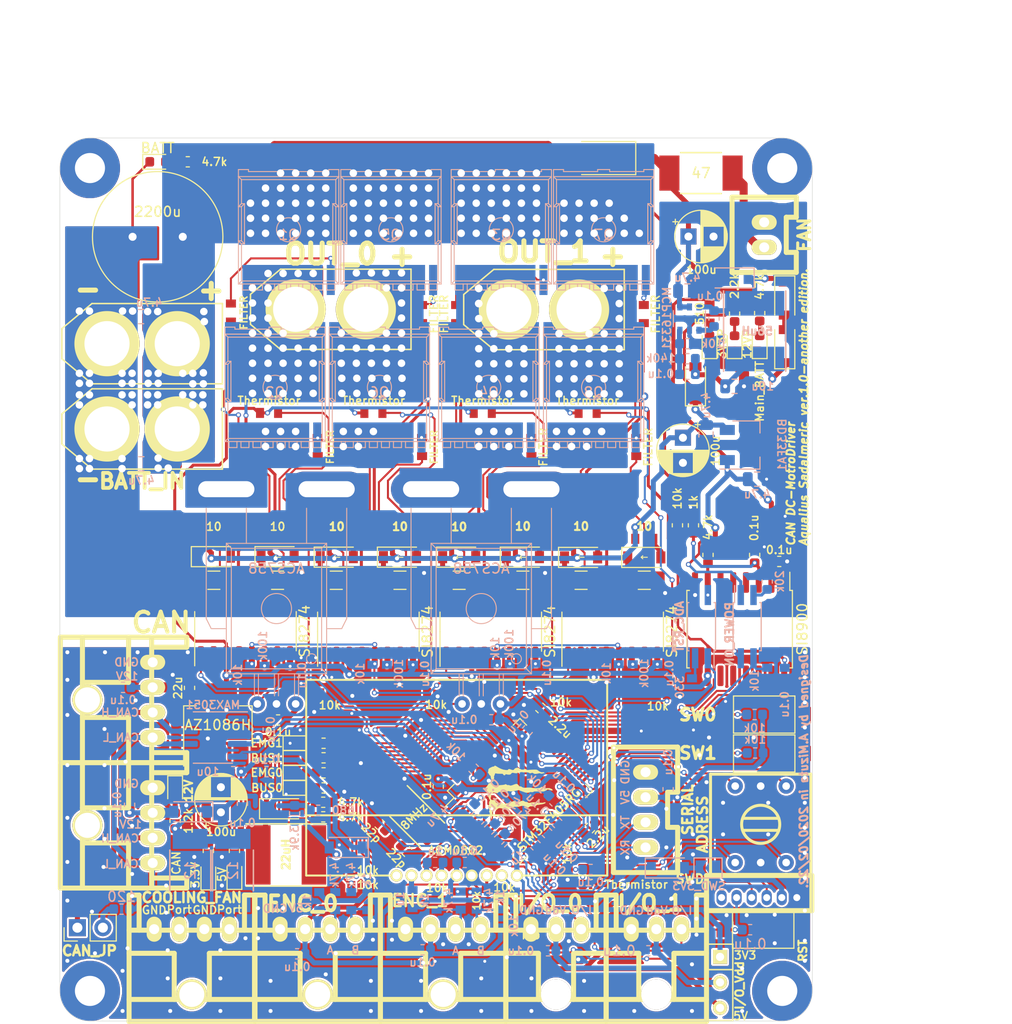
<source format=kicad_pcb>
(kicad_pcb (version 20171130) (host pcbnew "(5.1.5)-3")
  (layers (0 F.Cu signal) (31 B.Cu signal) (34 B.Paste user) (35 F.Paste user) (36 B.SilkS user) (37 F.SilkS user) (38 B.Mask user) (39 F.Mask user) (44 Edge.Cuts user))
  (net 0 "")
  (net 1 /OSC_IN)
  (net 2 GND)
  (net 3 /~RST)
  (net 4 /OSC_OUT)
  (net 5 +3V3)
  (net 6 /CAN_Vdd)
  (net 7 "Net-(C13-Pad1)")
  (net 8 "Net-(C14-Pad1)")
  (net 9 /FB_PWR_OUT)
  (net 10 /FB_PWR)
  (net 11 "Net-(C19-Pad1)")
  (net 12 "Net-(C20-Pad1)")
  (net 13 GNDPWR)
  (net 14 +3.3VP)
  (net 15 "Net-(C23-Pad2)")
  (net 16 "Net-(C23-Pad1)")
  (net 17 /Voltage)
  (net 18 /batt)
  (net 19 +12P)
  (net 20 "Net-(C30-Pad1)")
  (net 21 "Net-(C31-Pad1)")
  (net 22 +BATT)
  (net 23 +5V)
  (net 24 "Net-(D2-Pad2)")
  (net 25 "Net-(D3-Pad2)")
  (net 26 "Net-(D4-Pad2)")
  (net 27 +12V)
  (net 28 /PWM0_L)
  (net 29 /PWM0_R)
  (net 30 "Net-(D13-Pad2)")
  (net 31 "Net-(D14-Pad2)")
  (net 32 "Net-(D19-Pad2)")
  (net 33 "Net-(D20-Pad2)")
  (net 34 "Net-(D21-Pad2)")
  (net 35 "Net-(D22-Pad2)")
  (net 36 "Net-(D23-Pad2)")
  (net 37 "Net-(D26-Pad2)")
  (net 38 "Net-(JP1-Pad1)")
  (net 39 /CAN_H)
  (net 40 "Net-(JP2-Pad2)")
  (net 41 /SWCLK)
  (net 42 /SWDIO)
  (net 43 "Net-(P1-Pad6)")
  (net 44 /CAN_L)
  (net 45 /USART2_RX)
  (net 46 /USART2_TX)
  (net 47 "Net-(P7-Pad2)")
  (net 48 "Net-(R1-Pad1)")
  (net 49 /SW0)
  (net 50 /SW1)
  (net 51 /LED0)
  (net 52 /LED1)
  (net 53 /LED2)
  (net 54 "Net-(R9-Pad2)")
  (net 55 /EN0)
  (net 56 "Net-(R11-Pad1)")
  (net 57 "Net-(R12-Pad1)")
  (net 58 "Net-(R17-Pad2)")
  (net 59 "Net-(R18-Pad2)")
  (net 60 "Net-(R30-Pad2)")
  (net 61 "Net-(R31-Pad2)")
  (net 62 "Net-(R35-Pad1)")
  (net 63 /FB)
  (net 64 "Net-(R40-Pad1)")
  (net 65 /ADR_1)
  (net 66 /ADR_8)
  (net 67 /ADR_4)
  (net 68 /ADR_2)
  (net 69 /CAN1_RX)
  (net 70 /CAN1_TX)
  (net 71 /USART1_TX)
  (net 72 /USART1_RX)
  (net 73 "Net-(U4-Pad13)")
  (net 74 "Net-(U4-Pad12)")
  (net 75 "Net-(U4-Pad7)")
  (net 76 "Net-(U4-Pad2)")
  (net 77 "Net-(U5-Pad6)")
  (net 78 "Net-(U5-Pad11)")
  (net 79 "Net-(U5-Pad14)")
  (net 80 "Net-(U5-Pad15)")
  (net 81 "Net-(D27-Pad2)")
  (net 82 "Net-(P11-Pad4)")
  (net 83 "Net-(P11-Pad3)")
  (net 84 /TIM3_CH1)
  (net 85 /TIM3_CH2)
  (net 86 "Net-(C39-Pad1)")
  (net 87 "Net-(C39-Pad2)")
  (net 88 /ADC_~RST)
  (net 89 "Net-(D32-Pad2)")
  (net 90 "Net-(D33-Pad2)")
  (net 91 "Net-(D34-Pad2)")
  (net 92 /OUT0_L)
  (net 93 /OUT0_R)
  (net 94 /OUT1_L)
  (net 95 "Net-(C48-Pad1)")
  (net 96 /Current1)
  (net 97 /Current0)
  (net 98 /OUT1_R)
  (net 99 /PWM1_R)
  (net 100 /MOTOR0_BATT)
  (net 101 /PWM1_L)
  (net 102 /LED3)
  (net 103 /MOTOR1_BATT)
  (net 104 "Net-(P13-Pad3)")
  (net 105 "Net-(P13-Pad4)")
  (net 106 /EN1)
  (net 107 "Net-(R57-Pad1)")
  (net 108 "Net-(R60-Pad1)")
  (net 109 "Net-(U8-Pad13)")
  (net 110 "Net-(U8-Pad12)")
  (net 111 "Net-(U8-Pad7)")
  (net 112 "Net-(U8-Pad2)")
  (net 113 "Net-(U14-Pad2)")
  (net 114 "Net-(U14-Pad7)")
  (net 115 "Net-(U14-Pad12)")
  (net 116 "Net-(U14-Pad13)")
  (net 117 "Net-(C45-Pad1)")
  (net 118 "Net-(C46-Pad1)")
  (net 119 "Net-(C49-Pad1)")
  (net 120 "Net-(D1-Pad2)")
  (net 121 "Net-(D11-Pad2)")
  (net 122 "Net-(Q1-PadG)")
  (net 123 "Net-(Q2-PadG)")
  (net 124 "Net-(Q3-PadG)")
  (net 125 "Net-(Q4-PadG)")
  (net 126 "Net-(Q5-PadG)")
  (net 127 "Net-(Q6-PadG)")
  (net 128 "Net-(Q7-PadG)")
  (net 129 "Net-(Q8-PadG)")
  (net 130 "Net-(R13-Pad1)")
  (net 131 "Net-(R53-Pad2)")
  (net 132 "Net-(R54-Pad2)")
  (net 133 "Net-(R63-Pad2)")
  (net 134 "Net-(R64-Pad2)")
  (net 135 "Net-(R65-Pad1)")
  (net 136 "Net-(U12-Pad2)")
  (net 137 "Net-(U12-Pad7)")
  (net 138 "Net-(U12-Pad12)")
  (net 139 "Net-(U12-Pad13)")
  (net 140 /Motor0R_Tmp)
  (net 141 /Motor0L_Tmp)
  (net 142 /Motor1L_Tmp)
  (net 143 /Motor1R_Tmp)
  (net 144 /Substrate_Temp)
  (net 145 "Net-(U3-Pad4)")
  (net 146 /IO_0)
  (net 147 /IO_1)
  (net 148 /TIM4_CH1)
  (net 149 /TIM4_CH2)
  (net 150 "Net-(U3-Pad14)")
  (net 151 "Net-(U3-Pad15)")
  (net 152 "Net-(P2-Pad2)")
  (net 153 "Net-(P12-Pad2)")
  (net 154 "Net-(P2-Pad4)")
  (net 155 "Net-(C62-Pad1)")
  (net 156 "Net-(C63-Pad2)")
  (net 157 "Net-(C63-Pad1)")
  (net 158 "Net-(U17-Pad1)")
  (net 159 "Net-(D7-Pad2)")
  (net 160 "Net-(D8-Pad2)")
  (net 161 "Net-(D9-Pad2)")
  (net 162 "Net-(D39-Pad2)")
  (net 163 IO_Vdd)
  (net 164 "Net-(U3-Pad24)")
  (net 165 /I2C2_SCL)
  (net 166 /I2C2_SDA)
  (net 167 "Net-(U3-Pad50)")
  (net 168 "Net-(U3-Pad51)")
  (net 169 /PWR_ON_PIN)
  (net 170 "Net-(U3-Pad33)")
  (net 171 /ADC_~RST~_PIN)
  (net 172 /MOTOR0_VOLTAGE_DAC)
  (net 173 /MOTOR1_VOLTAGE_DAC)
  (net 174 "Net-(D10-Pad2)")
  (module Mizz_lib:ACS785xCB (layer B.Cu) (at 94.09 107.4 180)
    (fp_text reference U10 hide)
    (fp_text value ACS758 (at 0 13.5 180) (layer B.SilkS) (effects (justify mirror)))
    (pad 1 thru_hole circle (at -1.91 0 180) (size 1.524 1.524) (drill 0.762) (layers *.Cu *.Mask) (net 5 +3V3))
    (pad 2 thru_hole circle (at 0 0 180) (size 1.524 1.524) (drill 0.762) (layers *.Cu *.Mask) (net 2 GND))
    (pad 3 thru_hole circle (at 1.91 0 180) (size 1.524 1.524) (drill 0.762) (layers *.Cu *.Mask) (net 108 "Net-(R60-Pad1)"))
    (pad 4 thru_hole oval (at 5 21.4 180) (size 8 3.5) (drill oval 5.6 1.6) (layers *.Cu *.Mask) (net 100 /MOTOR0_BATT))
    (pad 5 thru_hole oval (at -5 21.4 180) (size 8 3.5) (drill oval 5.6 1.6) (layers *.Cu *.Mask) (net 13 GNDPWR))
  )
  (module Mizz_lib:ACS785xCB (layer B.Cu) (at 114.5 107.4 180)
    (fp_text reference U13 hide)
    (fp_text value ACS758 (at 0 13.5 180) (layer B.SilkS) (effects (justify mirror)))
    (pad 5 thru_hole oval (at -5 21.4 180) (size 8 3.5) (drill oval 5.6 1.6) (layers *.Cu *.Mask) (net 13 GNDPWR))
    (pad 4 thru_hole oval (at 5 21.4 180) (size 8 3.5) (drill oval 5.6 1.6) (layers *.Cu *.Mask) (net 103 /MOTOR1_BATT))
    (pad 3 thru_hole circle (at 1.91 0 180) (size 1.524 1.524) (drill 0.762) (layers *.Cu *.Mask) (net 107 "Net-(R57-Pad1)"))
    (pad 2 thru_hole circle (at 0 0 180) (size 1.524 1.524) (drill 0.762) (layers *.Cu *.Mask) (net 2 GND))
    (pad 1 thru_hole circle (at -1.91 0 180) (size 1.524 1.524) (drill 0.762) (layers *.Cu *.Mask) (net 5 +3V3))
  )
  (module Mizz_lib:HSOF-8-1 (layer B.Cu) (at 104.35 75.85 180)
    (fp_text reference Q6 (at 0 -0.5) (layer B.SilkS) (effects (justify mirror)))
    (fp_text value MOSFET_N)
    (pad D smd rect (at 0 2.5 180) (size 10 8) (layers B.Cu B.Paste B.Mask) (net 93 /OUT0_R))
    (pad G smd rect (at -4.2 -5 180) (size 0.8 3) (layers B.Cu B.Paste B.Mask) (net 127 "Net-(Q6-PadG)"))
    (pad S smd rect (at 0.6 -5 180) (size 8 3) (layers B.Cu B.Paste B.Mask) (net 100 /MOTOR0_BATT))
  )
  (module Package_QFP:LQFP-64_10x10mm_P0.5mm (layer F.Cu) (at 118.35 116.075 45)
    (fp_text reference U3 hide)
    (fp_text value STM32F405RG (at 0 4.101219 45) (layer F.SilkS) (effects (font (size 0.8 0.8))))
    (pad 1 smd roundrect (at -5.675 -3.75 45) (size 1.55 0.3) (layers F.Cu F.Paste F.Mask) (net 5 +3V3))
    (pad 2 smd roundrect (at -5.675 -3.25 45) (size 1.55 0.3) (layers F.Cu F.Paste F.Mask) (net 146 /IO_0))
    (pad 3 smd roundrect (at -5.675 -2.75 45) (size 1.55 0.3) (layers F.Cu F.Paste F.Mask) (net 147 /IO_1))
    (pad 4 smd roundrect (at -5.675 -2.25 45) (size 1.55 0.3) (layers F.Cu F.Paste F.Mask) (net 145 "Net-(U3-Pad4)"))
    (pad 5 smd roundrect (at -5.675 -1.75 45) (size 1.55 0.3) (layers F.Cu F.Paste F.Mask) (net 1 /OSC_IN))
    (pad 6 smd roundrect (at -5.675 -1.25 45) (size 1.55 0.3) (layers F.Cu F.Paste F.Mask) (net 4 /OSC_OUT))
    (pad 7 smd roundrect (at -5.675 -0.75 45) (size 1.55 0.3) (layers F.Cu F.Paste F.Mask) (net 3 /~RST))
    (pad 8 smd roundrect (at -5.675 -0.25 45) (size 1.55 0.3) (layers F.Cu F.Paste F.Mask) (net 140 /Motor0R_Tmp))
    (pad 9 smd roundrect (at -5.675 0.25 45) (size 1.55 0.3) (layers F.Cu F.Paste F.Mask) (net 141 /Motor0L_Tmp))
    (pad 10 smd roundrect (at -5.675 0.75 45) (size 1.55 0.3) (layers F.Cu F.Paste F.Mask) (net 96 /Current1))
    (pad 11 smd roundrect (at -5.675 1.25 45) (size 1.55 0.3) (layers F.Cu F.Paste F.Mask) (net 97 /Current0))
    (pad 12 smd roundrect (at -5.675 1.75 45) (size 1.55 0.3) (layers F.Cu F.Paste F.Mask) (net 2 GND))
    (pad 13 smd roundrect (at -5.675 2.25 45) (size 1.55 0.3) (layers F.Cu F.Paste F.Mask) (net 5 +3V3))
    (pad 14 smd roundrect (at -5.675 2.75 45) (size 1.55 0.3) (layers F.Cu F.Paste F.Mask) (net 150 "Net-(U3-Pad14)"))
    (pad 15 smd roundrect (at -5.675 3.25 45) (size 1.55 0.3) (layers F.Cu F.Paste F.Mask) (net 151 "Net-(U3-Pad15)"))
    (pad 16 smd roundrect (at -5.675 3.75 45) (size 1.55 0.3) (layers F.Cu F.Paste F.Mask) (net 46 /USART2_TX))
    (pad 17 smd roundrect (at -3.75 5.675 45) (size 0.3 1.55) (layers F.Cu F.Paste F.Mask) (net 45 /USART2_RX))
    (pad 18 smd roundrect (at -3.25 5.675 45) (size 0.3 1.55) (layers F.Cu F.Paste F.Mask) (net 2 GND))
    (pad 19 smd roundrect (at -2.75 5.675 45) (size 0.3 1.55) (layers F.Cu F.Paste F.Mask) (net 5 +3V3))
    (pad 20 smd roundrect (at -2.25 5.675 45) (size 0.3 1.55) (layers F.Cu F.Paste F.Mask) (net 144 /Substrate_Temp))
    (pad 21 smd roundrect (at -1.75 5.675 45) (size 0.3 1.55) (layers F.Cu F.Paste F.Mask) (net 67 /ADR_4))
    (pad 22 smd roundrect (at -1.25 5.675 45) (size 0.3 1.55) (layers F.Cu F.Paste F.Mask) (net 66 /ADR_8))
    (pad 23 smd roundrect (at -0.75 5.675 45) (size 0.3 1.55) (layers F.Cu F.Paste F.Mask) (net 65 /ADR_1))
    (pad 24 smd roundrect (at -0.25 5.675 45) (size 0.3 1.55) (layers F.Cu F.Paste F.Mask) (net 164 "Net-(U3-Pad24)"))
    (pad 25 smd roundrect (at 0.25 5.675 45) (size 0.3 1.55) (layers F.Cu F.Paste F.Mask) (net 143 /Motor1R_Tmp))
    (pad 26 smd roundrect (at 0.75 5.675 45) (size 0.3 1.55) (layers F.Cu F.Paste F.Mask) (net 142 /Motor1L_Tmp))
    (pad 27 smd roundrect (at 1.25 5.675 45) (size 0.3 1.55) (layers F.Cu F.Paste F.Mask) (net 68 /ADR_2))
    (pad 28 smd roundrect (at 1.75 5.675 45) (size 0.3 1.55) (layers F.Cu F.Paste F.Mask) (net 54 "Net-(R9-Pad2)"))
    (pad 29 smd roundrect (at 2.25 5.675 45) (size 0.3 1.55) (layers F.Cu F.Paste F.Mask) (net 165 /I2C2_SCL))
    (pad 30 smd roundrect (at 2.75 5.675 45) (size 0.3 1.55) (layers F.Cu F.Paste F.Mask) (net 166 /I2C2_SDA))
    (pad 31 smd roundrect (at 3.25 5.675 45) (size 0.3 1.55) (layers F.Cu F.Paste F.Mask) (net 7 "Net-(C13-Pad1)"))
    (pad 32 smd roundrect (at 3.75 5.675 45) (size 0.3 1.55) (layers F.Cu F.Paste F.Mask) (net 5 +3V3))
    (pad 33 smd roundrect (at 5.675 3.75 45) (size 1.55 0.3) (layers F.Cu F.Paste F.Mask) (net 170 "Net-(U3-Pad33)"))
    (pad 34 smd roundrect (at 5.675 3.25 45) (size 1.55 0.3) (layers F.Cu F.Paste F.Mask) (net 106 /EN1))
    (pad 35 smd roundrect (at 5.675 2.75 45) (size 1.55 0.3) (layers F.Cu F.Paste F.Mask) (net 99 /PWM1_R))
    (pad 36 smd roundrect (at 5.675 2.25 45) (size 1.55 0.3) (layers F.Cu F.Paste F.Mask) (net 101 /PWM1_L))
    (pad 37 smd roundrect (at 5.675 1.75 45) (size 1.55 0.3) (layers F.Cu F.Paste F.Mask) (net 55 /EN0))
    (pad 38 smd roundrect (at 5.675 1.25 45) (size 1.55 0.3) (layers F.Cu F.Paste F.Mask) (net 28 /PWM0_L))
    (pad 39 smd roundrect (at 5.675 0.75 45) (size 1.55 0.3) (layers F.Cu F.Paste F.Mask) (net 29 /PWM0_R))
    (pad 40 smd roundrect (at 5.675 0.25 45) (size 1.55 0.3) (layers F.Cu F.Paste F.Mask) (net 50 /SW1))
    (pad 41 smd roundrect (at 5.675 -0.25 45) (size 1.55 0.3) (layers F.Cu F.Paste F.Mask) (net 49 /SW0))
    (pad 42 smd roundrect (at 5.675 -0.75 45) (size 1.55 0.3) (layers F.Cu F.Paste F.Mask) (net 71 /USART1_TX))
    (pad 43 smd roundrect (at 5.675 -1.25 45) (size 1.55 0.3) (layers F.Cu F.Paste F.Mask) (net 72 /USART1_RX))
    (pad 44 smd roundrect (at 5.675 -1.75 45) (size 1.55 0.3) (layers F.Cu F.Paste F.Mask) (net 169 /PWR_ON_PIN))
    (pad 45 smd roundrect (at 5.675 -2.25 45) (size 1.55 0.3) (layers F.Cu F.Paste F.Mask) (net 171 /ADC_~RST~_PIN))
    (pad 46 smd roundrect (at 5.675 -2.75 45) (size 1.55 0.3) (layers F.Cu F.Paste F.Mask) (net 42 /SWDIO))
    (pad 47 smd roundrect (at 5.675 -3.25 45) (size 1.55 0.3) (layers F.Cu F.Paste F.Mask) (net 8 "Net-(C14-Pad1)"))
    (pad 48 smd roundrect (at 5.675 -3.75 45) (size 1.55 0.3) (layers F.Cu F.Paste F.Mask) (net 5 +3V3))
    (pad 49 smd roundrect (at 3.75 -5.675 45) (size 0.3 1.55) (layers F.Cu F.Paste F.Mask) (net 41 /SWCLK))
    (pad 50 smd roundrect (at 3.25 -5.675 45) (size 0.3 1.55) (layers F.Cu F.Paste F.Mask) (net 167 "Net-(U3-Pad50)"))
    (pad 51 smd roundrect (at 2.75 -5.675 45) (size 0.3 1.55) (layers F.Cu F.Paste F.Mask) (net 168 "Net-(U3-Pad51)"))
    (pad 52 smd roundrect (at 2.25 -5.675 45) (size 0.3 1.55) (layers F.Cu F.Paste F.Mask) (net 51 /LED0))
    (pad 53 smd roundrect (at 1.75 -5.675 45) (size 0.3 1.55) (layers F.Cu F.Paste F.Mask) (net 52 /LED1))
    (pad 54 smd roundrect (at 1.25 -5.675 45) (size 0.3 1.55) (layers F.Cu F.Paste F.Mask) (net 53 /LED2))
    (pad 55 smd roundrect (at 0.75 -5.675 45) (size 0.3 1.55) (layers F.Cu F.Paste F.Mask) (net 102 /LED3))
    (pad 56 smd roundrect (at 0.25 -5.675 45) (size 0.3 1.55) (layers F.Cu F.Paste F.Mask) (net 84 /TIM3_CH1))
    (pad 57 smd roundrect (at -0.25 -5.675 45) (size 0.3 1.55) (layers F.Cu F.Paste F.Mask) (net 85 /TIM3_CH2))
    (pad 58 smd roundrect (at -0.75 -5.675 45) (size 0.3 1.55) (layers F.Cu F.Paste F.Mask) (net 148 /TIM4_CH1))
    (pad 59 smd roundrect (at -1.25 -5.675 45) (size 0.3 1.55) (layers F.Cu F.Paste F.Mask) (net 149 /TIM4_CH2))
    (pad 60 smd roundrect (at -1.75 -5.675 45) (size 0.3 1.55) (layers F.Cu F.Paste F.Mask) (net 48 "Net-(R1-Pad1)"))
    (pad 61 smd roundrect (at -2.25 -5.675 45) (size 0.3 1.55) (layers F.Cu F.Paste F.Mask) (net 69 /CAN1_RX))
    (pad 62 smd roundrect (at -2.75 -5.675 45) (size 0.3 1.55) (layers F.Cu F.Paste F.Mask) (net 70 /CAN1_TX))
    (pad 63 smd roundrect (at -3.25 -5.675 45) (size 0.3 1.55) (layers F.Cu F.Paste F.Mask) (net 2 GND))
    (pad 64 smd roundrect (at -3.75 -5.675 45) (size 0.3 1.55) (layers F.Cu F.Paste F.Mask) (net 5 +3V3))
  )
  (module Mizz_lib:XT60_F (layer F.Cu) (at 120.75 68.1)
    (fp_text reference P10)
    (fp_text value OUT_1 (at 0 -5.75 unlocked) (layer F.SilkS) (effects (font (size 2 2) (thickness 0.5))))
    (pad 2 thru_hole circle (at 3.5 0) (size 6 6) (drill 4.5) (layers *.Cu *.Mask F.SilkS) (net 98 /OUT1_R))
    (pad 1 thru_hole circle (at -3.5 0) (size 6 6) (drill 4.5) (layers *.Cu *.Mask F.SilkS) (net 94 /OUT1_L))
  )
  (module Mizz_lib:XT60_F (layer F.Cu) (at 99.5 68.075)
    (fp_text reference P15)
    (fp_text value OUT_0 (at 0 -5.5) (layer F.SilkS) (effects (font (size 2 2) (thickness 0.5))))
    (pad 2 thru_hole circle (at 3.5 0) (size 6 6) (drill 4.5) (layers *.Cu *.Mask F.SilkS) (net 93 /OUT0_R))
    (pad 1 thru_hole circle (at -3.5 0) (size 6 6) (drill 4.5) (layers *.Cu *.Mask F.SilkS) (net 92 /OUT0_L))
  )
  (module Mizz_lib:rotary_0F (layer F.Cu) (at 142.35 119.4 180)
    (fp_text reference U19 hide)
    (fp_text value ADRESS (at 5.8 0 270) (layer F.SilkS) (effects (font (thickness 0.25))))
    (pad 1 thru_hole circle (at -2.54 3.81 180) (size 1.524 1.524) (drill 0.762) (layers *.Cu *.Mask) (net 68 /ADR_2))
    (pad 2 thru_hole circle (at 0 3.81 180) (size 1.524 1.524) (drill 0.762) (layers *.Cu *.Mask) (net 2 GND))
    (pad 3 thru_hole circle (at 2.54 3.81 180) (size 1.524 1.524) (drill 0.762) (layers *.Cu *.Mask) (net 65 /ADR_1))
    (pad 4 thru_hole circle (at 2.54 -3.81 180) (size 1.524 1.524) (drill 0.762) (layers *.Cu *.Mask) (net 67 /ADR_4))
    (pad 5 thru_hole circle (at 0 -3.81 180) (size 1.524 1.524) (drill 0.762) (layers *.Cu *.Mask) (net 2 GND))
    (pad 6 thru_hole circle (at -2.54 -3.81 180) (size 1.524 1.524) (drill 0.762) (layers *.Cu *.Mask) (net 66 /ADR_8))
  )
  (module Capacitor_SMD:C_0603_1608Metric (layer B.Cu) (at 115.5 108.975 180)
    (fp_text reference C21 hide)
    (fp_text value 0.1u (at 2.7 0) (layer B.SilkS) (effects (font (size 0.8 0.8)) (justify mirror)))
    (pad 1 smd roundrect (at -0.7875 0 180) (size 0.875 0.95) (layers B.Cu B.Paste B.Mask) (net 5 +3V3))
    (pad 2 smd roundrect (at 0.7875 0 180) (size 0.875 0.95) (layers B.Cu B.Paste B.Mask) (net 2 GND))
  )
  (module Mizz_lib:AQM0802_original (layer F.Cu) (at 112.05 114.25)
    (fp_text reference U17 hide)
    (fp_text value AQM0802 (at -0.1 7.75) (layer F.SilkS) (effects (font (size 0.8 0.8))))
    (pad 9 thru_hole circle (at 6 10.25) (size 1.2 1.2) (drill 0.8) (layers *.Cu *.Mask F.SilkS) (net 5 +3V3))
    (pad 8 thru_hole circle (at 4.5 10.25) (size 1.2 1.2) (drill 0.8) (layers *.Cu *.Mask F.SilkS) (net 165 /I2C2_SCL))
    (pad 7 thru_hole circle (at 3 10.25) (size 1.2 1.2) (drill 0.8) (layers *.Cu *.Mask F.SilkS) (net 166 /I2C2_SDA))
    (pad 6 thru_hole circle (at 1.5 10.25) (size 1.2 1.2) (drill 0.8) (layers *.Cu *.Mask F.SilkS) (net 2 GND))
    (pad 5 thru_hole circle (at 0 10.25) (size 1.2 1.2) (drill 0.8) (layers *.Cu *.Mask F.SilkS) (net 5 +3V3))
    (pad 4 thru_hole circle (at -1.5 10.25) (size 1.2 1.2) (drill 0.8) (layers *.Cu *.Mask F.SilkS) (net 156 "Net-(C63-Pad2)"))
    (pad 3 thru_hole circle (at -3 10.25) (size 1.2 1.2) (drill 0.8) (layers *.Cu *.Mask F.SilkS) (net 157 "Net-(C63-Pad1)"))
    (pad 2 thru_hole circle (at -4.5 10.25) (size 1.2 1.2) (drill 0.8) (layers *.Cu *.Mask F.SilkS) (net 155 "Net-(C62-Pad1)"))
    (pad 1 thru_hole circle (at -6 10.25) (size 1.2 1.2) (drill 0.8) (layers *.Cu *.Mask F.SilkS) (net 158 "Net-(U17-Pad1)"))
  )
  (module Mizz_lib:XA_4L (layer F.Cu) (at 81.9 129.85)
    (fp_text reference P2 hide)
    (fp_text value MOTOR_COOLING hide)
    (pad 1 thru_hole oval (at 0 0) (size 1.5 2.5) (drill 1) (layers *.Cu *.Mask F.SilkS) (net 2 GND))
    (pad 2 thru_hole oval (at 2.5 0) (size 1.5 2.5) (drill 1) (layers *.Cu *.Mask F.SilkS) (net 152 "Net-(P2-Pad2)"))
    (pad 3 thru_hole oval (at 5 0) (size 1.5 2.5) (drill 1) (layers *.Cu *.Mask F.SilkS) (net 2 GND))
    (pad 4 thru_hole oval (at 7.5 0) (size 1.5 2.5) (drill 1) (layers *.Cu *.Mask F.SilkS) (net 154 "Net-(P2-Pad4)"))
    (pad "" thru_hole circle (at 3.75 6.5) (size 3 3) (drill 2.5) (layers *.Cu *.Mask F.SilkS))
  )
  (module Capacitor_SMD:C_0603_1608Metric (layer B.Cu) (at 116.3 120.9 225)
    (fp_text reference C50 hide)
    (fp_text value 470n (at -2.899138 0 45) (layer B.SilkS) (effects (font (size 0.8 0.8)) (justify mirror)))
    (pad 1 smd roundrect (at -0.7875 0 225) (size 0.875 0.95) (layers B.Cu B.Paste B.Mask) (net 97 /Current0))
    (pad 2 smd roundrect (at 0.7875 0 225) (size 0.875 0.95) (layers B.Cu B.Paste B.Mask) (net 2 GND))
  )
  (module Package_SO:SOIC-16W_7.5x10.3mm_P1.27mm (layer F.Cu) (at 140.25 99.95 270)
    (fp_text reference U5 hide)
    (fp_text value SI8900 (at 0 -6.25 90) (layer F.SilkS))
    (pad 1 smd roundrect (at -4.65 -4.445 270) (size 2.05 0.6) (layers F.Cu F.Paste F.Mask) (net 14 +3.3VP))
    (pad 2 smd roundrect (at -4.65 -3.175 270) (size 2.05 0.6) (layers F.Cu F.Paste F.Mask) (net 14 +3.3VP))
    (pad 3 smd roundrect (at -4.65 -1.905 270) (size 2.05 0.6) (layers F.Cu F.Paste F.Mask) (net 17 /Voltage))
    (pad 4 smd roundrect (at -4.65 -0.635 270) (size 2.05 0.6) (layers F.Cu F.Paste F.Mask) (net 172 /MOTOR0_VOLTAGE_DAC))
    (pad 5 smd roundrect (at -4.65 0.635 270) (size 2.05 0.6) (layers F.Cu F.Paste F.Mask) (net 173 /MOTOR1_VOLTAGE_DAC))
    (pad 6 smd roundrect (at -4.65 1.905 270) (size 2.05 0.6) (layers F.Cu F.Paste F.Mask) (net 77 "Net-(U5-Pad6)"))
    (pad 7 smd roundrect (at -4.65 3.175 270) (size 2.05 0.6) (layers F.Cu F.Paste F.Mask) (net 88 /ADC_~RST))
    (pad 8 smd roundrect (at -4.65 4.445 270) (size 2.05 0.6) (layers F.Cu F.Paste F.Mask) (net 13 GNDPWR))
    (pad 9 smd roundrect (at 4.65 4.445 270) (size 2.05 0.6) (layers F.Cu F.Paste F.Mask) (net 2 GND))
    (pad 10 smd roundrect (at 4.65 3.175 270) (size 2.05 0.6) (layers F.Cu F.Paste F.Mask) (net 5 +3V3))
    (pad 11 smd roundrect (at 4.65 1.905 270) (size 2.05 0.6) (layers F.Cu F.Paste F.Mask) (net 78 "Net-(U5-Pad11)"))
    (pad 12 smd roundrect (at 4.65 0.635 270) (size 2.05 0.6) (layers F.Cu F.Paste F.Mask) (net 72 /USART1_RX))
    (pad 13 smd roundrect (at 4.65 -0.635 270) (size 2.05 0.6) (layers F.Cu F.Paste F.Mask) (net 71 /USART1_TX))
    (pad 14 smd roundrect (at 4.65 -1.905 270) (size 2.05 0.6) (layers F.Cu F.Paste F.Mask) (net 79 "Net-(U5-Pad14)"))
    (pad 15 smd roundrect (at 4.65 -3.175 270) (size 2.05 0.6) (layers F.Cu F.Paste F.Mask) (net 80 "Net-(U5-Pad15)"))
    (pad 16 smd roundrect (at 4.65 -4.445 270) (size 2.05 0.6) (layers F.Cu F.Paste F.Mask) (net 5 +3V3))
  )
  (module Mizz_lib:XA_4L (layer F.Cu) (at 81.75 115.75 270)
    (fp_text reference P4 hide)
    (fp_text value CAN (at 7.5 -2.35 90) (layer F.SilkS) (effects (font (size 0.8 0.8))))
    (pad 1 thru_hole oval (at 0 0 270) (size 1.5 2.5) (drill 1) (layers *.Cu *.Mask F.SilkS) (net 2 GND))
    (pad 2 thru_hole oval (at 2.5 0 270) (size 1.5 2.5) (drill 1) (layers *.Cu *.Mask F.SilkS) (net 6 /CAN_Vdd))
    (pad 3 thru_hole oval (at 5 0 270) (size 1.5 2.5) (drill 1) (layers *.Cu *.Mask F.SilkS) (net 39 /CAN_H))
    (pad 4 thru_hole oval (at 7.5 0 270) (size 1.5 2.5) (drill 1) (layers *.Cu *.Mask F.SilkS) (net 44 /CAN_L))
    (pad "" thru_hole circle (at 3.75 6.5 270) (size 3 3) (drill 2.5) (layers *.Cu *.Mask F.SilkS))
  )
  (module Mizz_lib:XA_4L (layer F.Cu) (at 81.75 103.25 270)
    (fp_text reference P3 hide)
    (fp_text value CAN (at -3.95 -0.85 180) (layer F.SilkS) (effects (font (size 2 2) (thickness 0.4))))
    (pad "" thru_hole circle (at 3.75 6.5 270) (size 3 3) (drill 2.5) (layers *.Cu *.Mask F.SilkS))
    (pad 4 thru_hole oval (at 7.5 0 270) (size 1.5 2.5) (drill 1) (layers *.Cu *.Mask F.SilkS) (net 44 /CAN_L))
    (pad 3 thru_hole oval (at 5 0 270) (size 1.5 2.5) (drill 1) (layers *.Cu *.Mask F.SilkS) (net 39 /CAN_H))
    (pad 2 thru_hole oval (at 2.5 0 270) (size 1.5 2.5) (drill 1) (layers *.Cu *.Mask F.SilkS) (net 6 /CAN_Vdd))
    (pad 1 thru_hole oval (at 0 0 270) (size 1.5 2.5) (drill 1) (layers *.Cu *.Mask F.SilkS) (net 2 GND))
  )
  (module Mizz_lib:XA_4L (layer F.Cu) (at 94.45 129.85)
    (fp_text reference P11 hide)
    (fp_text value ENC_0 (at 2.25 -2.55) (layer F.SilkS) (effects (font (size 1.5 1.5) (thickness 0.375))))
    (pad "" thru_hole circle (at 3.75 6.5) (size 3 3) (drill 2.5) (layers *.Cu *.Mask F.SilkS))
    (pad 4 thru_hole oval (at 7.5 0) (size 1.5 2.5) (drill 1) (layers *.Cu *.Mask F.SilkS) (net 82 "Net-(P11-Pad4)"))
    (pad 3 thru_hole oval (at 5 0) (size 1.5 2.5) (drill 1) (layers *.Cu *.Mask F.SilkS) (net 83 "Net-(P11-Pad3)"))
    (pad 2 thru_hole oval (at 2.5 0) (size 1.5 2.5) (drill 1) (layers *.Cu *.Mask F.SilkS) (net 23 +5V))
    (pad 1 thru_hole oval (at 0 0) (size 1.5 2.5) (drill 1) (layers *.Cu *.Mask F.SilkS) (net 2 GND))
  )
  (module Mizz_lib:XA_4L (layer F.Cu) (at 106.95 129.85)
    (fp_text reference P13 hide)
    (fp_text value ENC_1 (at 1.45 -2.85) (layer F.SilkS) (effects (font (size 1.2 1.2) (thickness 0.25))))
    (pad 1 thru_hole oval (at 0 0) (size 1.5 2.5) (drill 1) (layers *.Cu *.Mask F.SilkS) (net 2 GND))
    (pad 2 thru_hole oval (at 2.5 0) (size 1.5 2.5) (drill 1) (layers *.Cu *.Mask F.SilkS) (net 23 +5V))
    (pad 3 thru_hole oval (at 5 0) (size 1.5 2.5) (drill 1) (layers *.Cu *.Mask F.SilkS) (net 104 "Net-(P13-Pad3)"))
    (pad 4 thru_hole oval (at 7.5 0) (size 1.5 2.5) (drill 1) (layers *.Cu *.Mask F.SilkS) (net 105 "Net-(P13-Pad4)"))
    (pad "" thru_hole circle (at 3.75 6.5) (size 3 3) (drill 2.5) (layers *.Cu *.Mask F.SilkS))
  )
  (module Mizz_lib:XA_2P (layer F.Cu) (at 142.7 61.9 90)
    (fp_text reference P7 hide)
    (fp_text value FAN (at 1.25 4 270) (layer F.SilkS) (effects (font (size 1.2 1.2) (thickness 0.3))))
    (pad 1 thru_hole oval (at 2.5 0 90) (size 1.5 2.5) (drill 1) (layers *.Cu *.Mask F.SilkS) (net 13 GNDPWR))
    (pad 2 thru_hole oval (at 0 0 90) (size 1.5 2.5) (drill 1) (layers *.Cu *.Mask F.SilkS) (net 47 "Net-(P7-Pad2)"))
  )
  (module Mizz_lib:XA_4P (layer F.Cu) (at 130.875 121.7 90)
    (fp_text reference P5 hide)
    (fp_text value SERIAL (at 3.75 4.2 270) (layer F.SilkS) (effects (font (thickness 0.25))))
    (pad 4 thru_hole oval (at 0 0 90) (size 1.5 2.5) (drill 1) (layers *.Cu *.Mask F.SilkS) (net 45 /USART2_RX))
    (pad 3 thru_hole oval (at 2.5 0 90) (size 1.5 2.5) (drill 1) (layers *.Cu *.Mask F.SilkS) (net 46 /USART2_TX))
    (pad 2 thru_hole oval (at 5 0 90) (size 1.5 2.5) (drill 1) (layers *.Cu *.Mask F.SilkS) (net 23 +5V))
    (pad 1 thru_hole oval (at 7.5 0 90) (size 1.5 2.5) (drill 1) (layers *.Cu *.Mask F.SilkS) (net 2 GND))
  )
  (module Mizz_lib:ZH_6P (layer F.Cu) (at 145.95 126.7 180)
    (fp_text reference P1 hide)
    (fp_text value SWD (at 10.65 1.85) (layer F.SilkS) (effects (font (size 0.9 0.9) (thickness 0.2))))
    (pad 1 thru_hole oval (at 0 0 180) (size 1 1.524) (drill 0.7) (layers *.Cu *.Mask) (net 2 GND))
    (pad 2 thru_hole oval (at 1.5 0 180) (size 1 1.524) (drill 0.7) (layers *.Cu *.Mask) (net 38 "Net-(JP1-Pad1)"))
    (pad 3 thru_hole oval (at 3 0 180) (size 1 1.524) (drill 0.7) (layers *.Cu *.Mask) (net 41 /SWCLK))
    (pad 4 thru_hole oval (at 4.5 0 180) (size 1 1.524) (drill 0.7) (layers *.Cu *.Mask) (net 42 /SWDIO))
    (pad 5 thru_hole oval (at 6 0 180) (size 1 1.524) (drill 0.7) (layers *.Cu *.Mask) (net 3 /~RST))
    (pad 6 thru_hole oval (at 7.5 0 180) (size 1 1.524) (drill 0.7) (layers *.Cu *.Mask) (net 43 "Net-(P1-Pad6)"))
  )
  (module Mizz_lib:XT60_F (layer F.Cu) (at 80.7 80)
    (fp_text reference P9)
    (fp_text value BATT_IN (at 0 5.2) (layer F.SilkS) (effects (font (size 1.5 1.5) (thickness 0.375))))
    (pad 1 thru_hole circle (at -3.5 0) (size 6.5 6.5) (drill 4.5) (layers *.Cu *.Mask F.SilkS) (net 13 GNDPWR))
    (pad 2 thru_hole circle (at 3.5 0) (size 6.5 6.5) (drill 4.5) (layers *.Cu *.Mask F.SilkS) (net 22 +BATT))
  )
  (module Mizz_lib:XT60_M (layer F.Cu) (at 80.7 71.5)
    (fp_text reference P8)
    (fp_text value BATT_IN hide)
    (pad 2 thru_hole circle (at 3.5 0) (size 6.5 6.5) (drill 4.5) (layers *.Cu *.Mask F.SilkS) (net 22 +BATT))
    (pad 1 thru_hole circle (at -3.5 0) (size 6.5 6.5) (drill 4.5) (layers *.Cu *.Mask F.SilkS) (net 13 GNDPWR))
  )
  (module Resistor_SMD:R_0603_1608Metric (layer B.Cu) (at 113.75 113.875 135)
    (fp_text reference R1 hide)
    (fp_text value 10k (at 2.474874 0 135) (layer B.SilkS) (effects (font (size 0.8 0.8)) (justify mirror)))
    (pad 2 smd roundrect (at 0.7875 0 135) (size 0.875 0.95) (layers B.Cu B.Paste B.Mask) (net 2 GND))
    (pad 1 smd roundrect (at -0.7875 0 135) (size 0.875 0.95) (layers B.Cu B.Paste B.Mask) (net 48 "Net-(R1-Pad1)"))
  )
  (module Diode_SMD:D_SOD-123 (layer B.Cu) (at 139.45 64.95 180)
    (fp_text reference D16 hide)
    (fp_text value DIODE)
    (pad 1 smd rect (at -1.65 0 180) (size 0.9 1.2) (layers B.Cu B.Paste B.Mask) (net 16 "Net-(C23-Pad1)"))
    (pad 2 smd rect (at 1.65 0 180) (size 0.9 1.2) (layers B.Cu B.Paste B.Mask) (net 13 GNDPWR))
  )
  (module Mizz_lib:HSOF-8-1 (layer B.Cu) (at 93.95 75.85 180)
    (fp_text reference Q2 (at 0 -0.5) (layer B.SilkS) (effects (justify mirror)))
    (fp_text value MOSFET_N)
    (pad S smd rect (at 0.6 -5 180) (size 8 3) (layers B.Cu B.Paste B.Mask) (net 100 /MOTOR0_BATT))
    (pad G smd rect (at -4.2 -5 180) (size 0.8 3) (layers B.Cu B.Paste B.Mask) (net 123 "Net-(Q2-PadG)"))
    (pad D smd rect (at 0 2.5 180) (size 10 8) (layers B.Cu B.Paste B.Mask) (net 92 /OUT0_L))
  )
  (module Diode_SMD:D_SOD-123 (layer B.Cu) (at 85.5 118.15 180)
    (fp_text reference D5 hide)
    (fp_text value DIODE)
    (pad 1 smd rect (at -1.65 0 180) (size 0.9 1.2) (layers B.Cu B.Paste B.Mask) (net 27 +12V))
    (pad 2 smd rect (at 1.65 0 180) (size 0.9 1.2) (layers B.Cu B.Paste B.Mask) (net 6 /CAN_Vdd))
  )
  (module Resistor_SMD:R_0603_1608Metric (layer B.Cu) (at 78.65 127.85 180)
    (fp_text reference R3 hide)
    (fp_text value 120 (at 0 1.25) (layer B.SilkS) (effects (justify mirror)))
    (pad 1 smd roundrect (at -0.7875 0 180) (size 0.875 0.95) (layers B.Cu B.Paste B.Mask) (net 44 /CAN_L))
    (pad 2 smd roundrect (at 0.7875 0 180) (size 0.875 0.95) (layers B.Cu B.Paste B.Mask) (net 40 "Net-(JP2-Pad2)"))
  )
  (module Capacitor_SMD:C_0603_1608Metric (layer B.Cu) (at 115.3 119.9 225)
    (fp_text reference C47 hide)
    (fp_text value 470n (at -2.828427 0 45) (layer B.SilkS) (effects (font (size 0.8 0.8)) (justify mirror)))
    (pad 1 smd roundrect (at -0.7875 0 225) (size 0.875 0.95) (layers B.Cu B.Paste B.Mask) (net 96 /Current1))
    (pad 2 smd roundrect (at 0.7875 0 225) (size 0.875 0.95) (layers B.Cu B.Paste B.Mask) (net 2 GND))
  )
  (module Resistor_SMD:R_0603_1608Metric (layer F.Cu) (at 98.75 117.2)
    (fp_text reference R57 hide)
    (fp_text value 4.7k (at 2.75 0) (layer F.SilkS) (effects (font (size 0.8 0.8))))
    (pad 1 smd roundrect (at -0.7875 0) (size 0.875 0.95) (layers F.Cu F.Paste F.Mask) (net 107 "Net-(R57-Pad1)"))
    (pad 2 smd roundrect (at 0.7875 0) (size 0.875 0.95) (layers F.Cu F.Paste F.Mask) (net 96 /Current1))
  )
  (module Mizz_lib:Crystal_SMD_5032_2Pads (layer F.Cu) (at 107.8 118.625 315)
    (fp_text reference Y1 hide)
    (fp_text value 8MHz (at 0 0 45) (layer F.SilkS) (effects (font (size 0.8 0.8))))
    (pad 1 smd rect (at -2.05 0 315) (size 2 2.4) (layers F.Cu F.Paste F.Mask) (net 1 /OSC_IN))
    (pad 2 smd rect (at 2.05 0 315) (size 2 2.4) (layers F.Cu F.Paste F.Mask) (net 4 /OSC_OUT))
  )
  (module Capacitor_SMD:C_0603_1608Metric (layer F.Cu) (at 104.393153 119.418153 315)
    (fp_text reference C1 hide)
    (fp_text value 22p (at -0.007995 1.184404 135) (layer F.SilkS) (effects (font (size 0.8 0.8))))
    (pad 2 smd roundrect (at 0.7875 0 315) (size 0.875 0.95) (layers F.Cu F.Paste F.Mask) (net 1 /OSC_IN))
    (pad 1 smd roundrect (at -0.7875 0 315) (size 0.875 0.95) (layers F.Cu F.Paste F.Mask) (net 2 GND))
  )
  (module Capacitor_SMD:C_0603_1608Metric (layer B.Cu) (at 141.3 129.9 180)
    (fp_text reference C2 hide)
    (fp_text value 0.1u (at 0 -1.43) (layer B.SilkS) (effects (justify mirror)))
    (pad 1 smd roundrect (at -0.7875 0 180) (size 0.875 0.95) (layers B.Cu B.Paste B.Mask) (net 2 GND))
    (pad 2 smd roundrect (at 0.7875 0 180) (size 0.875 0.95) (layers B.Cu B.Paste B.Mask) (net 3 /~RST))
  )
  (module Capacitor_SMD:C_0603_1608Metric (layer F.Cu) (at 107.1 122.125 135)
    (fp_text reference C3 hide)
    (fp_text value 22p (at 0.282843 -1.202082 135) (layer F.SilkS) (effects (font (size 0.8 0.8))))
    (pad 1 smd roundrect (at -0.7875 0 135) (size 0.875 0.95) (layers F.Cu F.Paste F.Mask) (net 2 GND))
    (pad 2 smd roundrect (at 0.7875 0 135) (size 0.875 0.95) (layers F.Cu F.Paste F.Mask) (net 4 /OSC_OUT))
  )
  (module Capacitor_SMD:C_0603_1608Metric (layer B.Cu) (at 119.9 121.475 315)
    (fp_text reference C5 hide)
    (fp_text value 0.1u (at 2.669328 -0.017678 135) (layer B.SilkS) (effects (font (size 0.8 0.8)) (justify mirror)))
    (pad 1 smd roundrect (at -0.7875 0 315) (size 0.875 0.95) (layers B.Cu B.Paste B.Mask) (net 5 +3V3))
    (pad 2 smd roundrect (at 0.7875 0 315) (size 0.875 0.95) (layers B.Cu B.Paste B.Mask) (net 2 GND))
  )
  (module Capacitor_SMD:C_0603_1608Metric (layer B.Cu) (at 124.6 116.975 315)
    (fp_text reference C6 hide)
    (fp_text value 0.1u (at -2.65165 0 135) (layer B.SilkS) (effects (font (size 0.8 0.8)) (justify mirror)))
    (pad 2 smd roundrect (at 0.7875 0 315) (size 0.875 0.95) (layers B.Cu B.Paste B.Mask) (net 2 GND))
    (pad 1 smd roundrect (at -0.7875 0 315) (size 0.875 0.95) (layers B.Cu B.Paste B.Mask) (net 5 +3V3))
  )
  (module Capacitor_SMD:C_0603_1608Metric (layer B.Cu) (at 78.8 105.75)
    (fp_text reference C7 hide)
    (fp_text value 0.1u (at 0 1.25) (layer B.SilkS) (effects (font (size 0.8 0.8)) (justify mirror)))
    (pad 2 smd roundrect (at 0.7875 0) (size 0.875 0.95) (layers B.Cu B.Paste B.Mask) (net 6 /CAN_Vdd))
    (pad 1 smd roundrect (at -0.7875 0) (size 0.875 0.95) (layers B.Cu B.Paste B.Mask) (net 2 GND))
  )
  (module Capacitor_SMD:C_0603_1608Metric (layer B.Cu) (at 119.1 110.025 48)
    (fp_text reference C8 hide)
    (fp_text value 0.1u (at 0 -1.254999 48) (layer B.SilkS) (effects (font (size 0.8 0.8)) (justify mirror)))
    (pad 2 smd roundrect (at 0.7875 0 48) (size 0.875 0.95) (layers B.Cu B.Paste B.Mask) (net 2 GND))
    (pad 1 smd roundrect (at -0.7875 0 48) (size 0.875 0.95) (layers B.Cu B.Paste B.Mask) (net 5 +3V3))
  )
  (module Capacitor_SMD:C_0603_1608Metric (layer F.Cu) (at 110.21 115.65 270)
    (fp_text reference C9 hide)
    (fp_text value 0.1u (at 0 1.131371 270) (layer F.SilkS) (effects (font (size 0.8 0.8))))
    (pad 1 smd roundrect (at -0.7875 0 270) (size 0.875 0.95) (layers F.Cu F.Paste F.Mask) (net 5 +3V3))
    (pad 2 smd roundrect (at 0.7875 0 270) (size 0.875 0.95) (layers F.Cu F.Paste F.Mask) (net 2 GND))
  )
  (module Capacitor_SMD:C_0603_1608Metric (layer B.Cu) (at 117.3 121.9 225)
    (fp_text reference C10 hide)
    (fp_text value 1u (at 0.017678 -1.149049 45) (layer B.SilkS) (effects (font (size 0.8 0.8)) (justify mirror)))
    (pad 2 smd roundrect (at 0.7875 0 225) (size 0.875 0.95) (layers B.Cu B.Paste B.Mask) (net 2 GND))
    (pad 1 smd roundrect (at -0.7875 0 225) (size 0.875 0.95) (layers B.Cu B.Paste B.Mask) (net 5 +3V3))
  )
  (module Capacitor_SMD:C_0603_1608Metric (layer B.Cu) (at 79.45 117.45 270)
    (fp_text reference C11 hide)
    (fp_text value 0.1u (at 0 1.25 90) (layer B.SilkS) (effects (font (size 0.8 0.8)) (justify mirror)))
    (pad 2 smd roundrect (at 0.7875 0 270) (size 0.875 0.95) (layers B.Cu B.Paste B.Mask) (net 6 /CAN_Vdd))
    (pad 1 smd roundrect (at -0.7875 0 270) (size 0.875 0.95) (layers B.Cu B.Paste B.Mask) (net 2 GND))
  )
  (module Capacitor_SMD:C_0603_1608Metric (layer F.Cu) (at 125.325 119.775 225)
    (fp_text reference C13 hide)
    (fp_text value 2.2u (at 0 -1.166726 45) (layer F.SilkS) (effects (font (size 0.8 0.8))))
    (pad 1 smd roundrect (at -0.7875 0 225) (size 0.875 0.95) (layers F.Cu F.Paste F.Mask) (net 7 "Net-(C13-Pad1)"))
    (pad 2 smd roundrect (at 0.7875 0 225) (size 0.875 0.95) (layers F.Cu F.Paste F.Mask) (net 2 GND))
  )
  (module Capacitor_SMD:C_0603_1608Metric (layer F.Cu) (at 120.4 107.8 137)
    (fp_text reference C14 hide)
    (fp_text value 2.2u (at -2.74289 -0.067482 137) (layer F.SilkS) (effects (font (size 0.8 0.8))))
    (pad 2 smd roundrect (at 0.7875 0 137) (size 0.875 0.95) (layers F.Cu F.Paste F.Mask) (net 2 GND))
    (pad 1 smd roundrect (at -0.7875 0 137) (size 0.875 0.95) (layers F.Cu F.Paste F.Mask) (net 8 "Net-(C14-Pad1)"))
  )
  (module Capacitor_SMD:C_0603_1608Metric (layer B.Cu) (at 133.125 115.9 270)
    (fp_text reference C15 hide)
    (fp_text value 0.1u (at -2.7 0 90) (layer B.SilkS) (effects (font (size 0.8 0.8)) (justify mirror)))
    (pad 1 smd roundrect (at -0.7875 0 270) (size 0.875 0.95) (layers B.Cu B.Paste B.Mask) (net 2 GND))
    (pad 2 smd roundrect (at 0.7875 0 270) (size 0.875 0.95) (layers B.Cu B.Paste B.Mask) (net 23 +5V))
  )
  (module Capacitor_SMD:C_0603_1608Metric (layer B.Cu) (at 121.15 132)
    (fp_text reference C16 hide)
    (fp_text value 0.1u (at -2.7 0) (layer B.SilkS) (effects (font (size 0.8 0.8)) (justify mirror)))
    (pad 2 smd roundrect (at 0.7875 0) (size 0.875 0.95) (layers B.Cu B.Paste B.Mask) (net 163 IO_Vdd))
    (pad 1 smd roundrect (at -0.7875 0) (size 0.875 0.95) (layers B.Cu B.Paste B.Mask) (net 2 GND))
  )
  (module Capacitor_SMD:C_0603_1608Metric (layer B.Cu) (at 135.05 74.55 180)
    (fp_text reference C18 hide)
    (fp_text value 0.1u (at 2.65 0.05) (layer B.SilkS) (effects (font (size 0.8 0.8)) (justify mirror)))
    (pad 1 smd roundrect (at -0.7875 0 180) (size 0.875 0.95) (layers B.Cu B.Paste B.Mask) (net 9 /FB_PWR_OUT))
    (pad 2 smd roundrect (at 0.7875 0 180) (size 0.875 0.95) (layers B.Cu B.Paste B.Mask) (net 10 /FB_PWR))
  )
  (module Capacitor_SMD:C_0603_1608Metric (layer F.Cu) (at 144.2 93.2)
    (fp_text reference C22 hide)
    (fp_text value 0.1u (at 0 -1.15) (layer F.SilkS) (effects (font (size 0.8 0.8))))
    (pad 1 smd roundrect (at -0.7875 0) (size 0.875 0.95) (layers F.Cu F.Paste F.Mask) (net 14 +3.3VP))
    (pad 2 smd roundrect (at 0.7875 0) (size 0.875 0.95) (layers F.Cu F.Paste F.Mask) (net 13 GNDPWR))
  )
  (module Capacitor_SMD:C_0603_1608Metric (layer B.Cu) (at 137.7 69 270)
    (fp_text reference C23 hide)
    (fp_text value 0.1u (at -2.25 0.4 180) (layer B.SilkS) (effects (font (size 0.8 0.8)) (justify mirror)))
    (pad 2 smd roundrect (at 0.7875 0 270) (size 0.875 0.95) (layers B.Cu B.Paste B.Mask) (net 15 "Net-(C23-Pad2)"))
    (pad 1 smd roundrect (at -0.7875 0 270) (size 0.875 0.95) (layers B.Cu B.Paste B.Mask) (net 16 "Net-(C23-Pad1)"))
  )
  (module Capacitor_SMD:C_0603_1608Metric (layer F.Cu) (at 141.75 92.55 90)
    (fp_text reference C24 hide)
    (fp_text value 0.1u (at 2.7 -0.05 90) (layer F.SilkS) (effects (font (size 0.8 0.8))))
    (pad 2 smd roundrect (at 0.7875 0 90) (size 0.875 0.95) (layers F.Cu F.Paste F.Mask) (net 13 GNDPWR))
    (pad 1 smd roundrect (at -0.7875 0 90) (size 0.875 0.95) (layers F.Cu F.Paste F.Mask) (net 17 /Voltage))
  )
  (module Capacitor_THT:CP_Radial_D5.0mm_P2.50mm (layer F.Cu) (at 135.15 60.825)
    (fp_text reference C25 hide)
    (fp_text value 100u (at 1.3 3.3 180) (layer F.SilkS) (effects (font (size 0.8 0.8))))
    (pad 1 thru_hole rect (at 0 0) (size 1.6 1.6) (drill 0.8) (layers *.Cu *.Mask) (net 18 /batt))
    (pad 2 thru_hole circle (at 2.5 0) (size 1.6 1.6) (drill 0.8) (layers *.Cu *.Mask) (net 13 GNDPWR))
  )
  (module Capacitor_SMD:C_0805_2012Metric (layer B.Cu) (at 139.75 75.75)
    (fp_text reference C28 hide)
    (fp_text value 10u (at 2.8 0) (layer B.SilkS) (effects (font (size 0.8 0.8)) (justify mirror)))
    (pad 1 smd roundrect (at -0.9375 0) (size 0.975 1.4) (layers B.Cu B.Paste B.Mask) (net 9 /FB_PWR_OUT))
    (pad 2 smd roundrect (at 0.9375 0) (size 0.975 1.4) (layers B.Cu B.Paste B.Mask) (net 13 GNDPWR))
  )
  (module Capacitor_SMD:C_0805_2012Metric (layer B.Cu) (at 136.9 80.55 270)
    (fp_text reference C29 hide)
    (fp_text value 4.7u (at -2.9 0 90) (layer B.SilkS) (effects (font (size 0.8 0.8)) (justify mirror)))
    (pad 1 smd roundrect (at -0.9375 0 270) (size 0.975 1.4) (layers B.Cu B.Paste B.Mask) (net 19 +12P))
    (pad 2 smd roundrect (at 0.9375 0 270) (size 0.975 1.4) (layers B.Cu B.Paste B.Mask) (net 13 GNDPWR))
  )
  (module Capacitor_SMD:C_0805_2012Metric (layer B.Cu) (at 142 85)
    (fp_text reference C32 hide)
    (fp_text value 4.7u (at 0 1.5) (layer B.SilkS) (effects (font (size 0.8 0.8)) (justify mirror)))
    (pad 2 smd roundrect (at 0.9375 0) (size 0.975 1.4) (layers B.Cu B.Paste B.Mask) (net 13 GNDPWR))
    (pad 1 smd roundrect (at -0.9375 0) (size 0.975 1.4) (layers B.Cu B.Paste B.Mask) (net 14 +3.3VP))
  )
  (module Capacitor_THT:CP_Radial_D5.0mm_P2.50mm (layer F.Cu) (at 88.55 118.2 90)
    (fp_text reference C33 hide)
    (fp_text value 100u (at -1.95 0.025 180) (layer F.SilkS) (effects (font (size 0.8 0.8))))
    (pad 1 thru_hole rect (at 0 0 90) (size 1.6 1.6) (drill 0.8) (layers *.Cu *.Mask) (net 27 +12V))
    (pad 2 thru_hole circle (at 2.5 0 90) (size 1.6 1.6) (drill 0.8) (layers *.Cu *.Mask) (net 2 GND))
  )
  (module Diode_SMD:D_SOD-123 (layer B.Cu) (at 133.1 123.75)
    (fp_text reference D4 hide)
    (fp_text value DIODE)
    (pad 2 smd rect (at 1.65 0) (size 0.9 1.2) (layers B.Cu B.Paste B.Mask) (net 26 "Net-(D4-Pad2)"))
    (pad 1 smd rect (at -1.65 0) (size 0.9 1.2) (layers B.Cu B.Paste B.Mask) (net 5 +3V3))
  )
  (module LED_SMD:LED_0603_1608Metric (layer F.Cu) (at 96.235 111.32)
    (fp_text reference D7 hide)
    (fp_text value EMG1 (at -3.11 -0.02 unlocked) (layer F.SilkS) (effects (font (size 0.8 0.8))))
    (pad 2 smd roundrect (at 0.7875 0) (size 0.875 0.95) (layers F.Cu F.Paste F.Mask) (net 159 "Net-(D7-Pad2)"))
    (pad 1 smd roundrect (at -0.7875 0) (size 0.875 0.95) (layers F.Cu F.Paste F.Mask) (net 2 GND))
  )
  (module LED_SMD:LED_0603_1608Metric (layer F.Cu) (at 96.235 112.77)
    (fp_text reference D8 hide)
    (fp_text value BUS1 (at -3.11 0.03 unlocked) (layer F.SilkS) (effects (font (size 0.8 0.8))))
    (pad 1 smd roundrect (at -0.7875 0) (size 0.875 0.95) (layers F.Cu F.Paste F.Mask) (net 2 GND))
    (pad 2 smd roundrect (at 0.7875 0) (size 0.875 0.95) (layers F.Cu F.Paste F.Mask) (net 160 "Net-(D8-Pad2)"))
  )
  (module LED_SMD:LED_0603_1608Metric (layer F.Cu) (at 96.235 114.27)
    (fp_text reference D9 hide)
    (fp_text value EMG0 (at -3.11 -0.02 unlocked) (layer F.SilkS) (effects (font (size 0.8 0.8))))
    (pad 2 smd roundrect (at 0.7875 0) (size 0.875 0.95) (layers F.Cu F.Paste F.Mask) (net 161 "Net-(D9-Pad2)"))
    (pad 1 smd roundrect (at -0.7875 0) (size 0.875 0.95) (layers F.Cu F.Paste F.Mask) (net 2 GND))
  )
  (module Diode_SMD:D_SMA (layer F.Cu) (at 126.5 53 180)
    (fp_text reference D15 hide)
    (fp_text value DIODE)
    (pad 1 smd rect (at -2 0 180) (size 2.5 1.8) (layers F.Cu F.Paste F.Mask) (net 18 /batt))
    (pad 2 smd rect (at 2 0 180) (size 2.5 1.8) (layers F.Cu F.Paste F.Mask) (net 22 +BATT))
  )
  (module Diode_SMD:D_SOD-123 (layer F.Cu) (at 135.85 75.45 90)
    (fp_text reference D18 hide)
    (fp_text value DIODE)
    (pad 2 smd rect (at 1.65 0 90) (size 0.9 1.2) (layers F.Cu F.Paste F.Mask) (net 9 /FB_PWR_OUT))
    (pad 1 smd rect (at -1.65 0 90) (size 0.9 1.2) (layers F.Cu F.Paste F.Mask) (net 19 +12P))
  )
  (module LED_SMD:LED_0603_1608Metric (layer F.Cu) (at 82.25 53.375)
    (fp_text reference D21 hide)
    (fp_text value BATT (at 0 -1.375) (layer F.SilkS))
    (pad 2 smd roundrect (at 0.7875 0) (size 0.875 0.95) (layers F.Cu F.Paste F.Mask) (net 34 "Net-(D21-Pad2)"))
    (pad 1 smd roundrect (at -0.7875 0) (size 0.875 0.95) (layers F.Cu F.Paste F.Mask) (net 13 GNDPWR))
  )
  (module LED_SMD:LED_0603_1608Metric (layer F.Cu) (at 139.75 71.5 90)
    (fp_text reference D22 hide)
    (fp_text value 12VP (at 0 1.25 90) (layer F.SilkS) (effects (font (size 0.8 0.8))))
    (pad 1 smd roundrect (at -0.7875 0 90) (size 0.875 0.95) (layers F.Cu F.Paste F.Mask) (net 13 GNDPWR))
    (pad 2 smd roundrect (at 0.7875 0 90) (size 0.875 0.95) (layers F.Cu F.Paste F.Mask) (net 35 "Net-(D22-Pad2)"))
  )
  (module LED_SMD:LED_0603_1608Metric (layer F.Cu) (at 137.25 71.5 90)
    (fp_text reference D23 hide)
    (fp_text value 3V3P (at 0 1.25 90) (layer F.SilkS) (effects (font (size 0.8 0.8))))
    (pad 1 smd roundrect (at -0.7875 0 90) (size 0.875 0.95) (layers F.Cu F.Paste F.Mask) (net 13 GNDPWR))
    (pad 2 smd roundrect (at 0.7875 0 90) (size 0.875 0.95) (layers F.Cu F.Paste F.Mask) (net 36 "Net-(D23-Pad2)"))
  )
  (module Diode_SMD:D_SOD-123 (layer F.Cu) (at 94.65 117.85)
    (fp_text reference D24 hide)
    (fp_text value DIODE)
    (pad 1 smd rect (at -1.65 0) (size 0.9 1.2) (layers F.Cu F.Paste F.Mask) (net 86 "Net-(C39-Pad1)"))
    (pad 2 smd rect (at 1.65 0) (size 0.9 1.2) (layers F.Cu F.Paste F.Mask) (net 2 GND))
  )
  (module Diode_SMD:D_SOD-123 (layer B.Cu) (at 101 121.7 180)
    (fp_text reference D26 hide)
    (fp_text value DIODE)
    (pad 1 smd rect (at -1.65 0 180) (size 0.9 1.2) (layers B.Cu B.Paste B.Mask) (net 23 +5V))
    (pad 2 smd rect (at 1.65 0 180) (size 0.9 1.2) (layers B.Cu B.Paste B.Mask) (net 37 "Net-(D26-Pad2)"))
  )
  (module Jumper:SolderJumper-2_P1.3mm_Open_TrianglePad1.0x1.5mm (layer B.Cu) (at 137.1 123.75 180)
    (fp_text reference JP1 hide)
    (fp_text value SWD_3V3 (at 0.9 -1.8) (layer B.SilkS) (effects (font (size 0.8 0.8)) (justify mirror)))
    (pad 2 smd custom (at 0.725 0 180) (size 0.3 0.3) (layers B.Cu B.Mask) (net 26 "Net-(D4-Pad2)") (options (clearance outline) (anchor rect)) (primitives (gr_poly (pts (xy -0.65 0.75) (xy 0.5 0.75) (xy 0.5 -0.75) (xy -0.65 -0.75) (xy -0.15 0)) (width 0))))
    (pad 1 smd custom (at -0.725 0 180) (size 0.3 0.3) (layers B.Cu B.Mask) (net 38 "Net-(JP1-Pad1)") (options (clearance outline) (anchor rect)) (primitives (gr_poly (pts (xy -0.5 0.75) (xy 0.5 0.75) (xy 1 0) (xy 0.5 -0.75) (xy -0.5 -0.75)) (width 0))))
  )
  (module Connector_PinHeader_2.54mm:PinHeader_1x02_P2.54mm_Vertical (layer F.Cu) (at 74.25 129.7 90)
    (fp_text reference JP2 hide)
    (fp_text value CAN_JP (at -2.3 1.2 unlocked) (layer F.SilkS) (effects (font (thickness 0.25))))
    (pad 1 thru_hole rect (at 0 0 90) (size 1.7 1.7) (drill 1) (layers *.Cu *.Mask) (net 39 /CAN_H))
    (pad 2 thru_hole oval (at 0 2.54 90) (size 1.7 1.7) (drill 1) (layers *.Cu *.Mask) (net 40 "Net-(JP2-Pad2)"))
  )
  (module Mizz_lib:Inductor_Taiyo-Yuden_NR-60xx_HandSoldering (layer B.Cu) (at 141.75 70.25 270)
    (fp_text reference L1 hide)
    (fp_text value 56uH (at 0 -0.25 180) (layer B.SilkS) (effects (font (size 0.8 0.8) (thickness 0.2)) (justify mirror)))
    (pad 2 smd rect (at 2.775 0 270) (size 2.45 5.9) (layers B.Cu B.Paste B.Mask) (net 9 /FB_PWR_OUT))
    (pad 1 smd rect (at -2.775 0 270) (size 2.45 5.9) (layers B.Cu B.Paste B.Mask) (net 16 "Net-(C23-Pad1)"))
  )
  (module Mizz_lib:Inductor_Taiyo-Yuden_NR-60xx_HandSoldering (layer F.Cu) (at 95.05 122.45)
    (fp_text reference L2 hide)
    (fp_text value 22uH (at 0 -0.05 -90) (layer F.SilkS) (effects (font (size 0.8 0.8) (thickness 0.2))))
    (pad 1 smd rect (at -2.775 0) (size 2.45 5.9) (layers F.Cu F.Paste F.Mask) (net 86 "Net-(C39-Pad1)"))
    (pad 2 smd rect (at 2.775 0) (size 2.45 5.9) (layers F.Cu F.Paste F.Mask) (net 37 "Net-(D26-Pad2)"))
  )
  (module Mizz_lib:XA_3LC (layer F.Cu) (at 119.45 129.85)
    (fp_text reference P6 (at 0 0.5) (layer F.SilkS))
    (fp_text value I/O_0 (at 1.9 -2.6 unlocked) (layer F.SilkS) (effects (font (size 1.5 1.5) (thickness 0.375))))
    (pad "" thru_hole circle (at 2.5 6.5) (size 3 3) (drill 3) (layers *.Cu *.Mask F.SilkS) (clearance -0.3))
    (pad 3 thru_hole oval (at 5 0) (size 1.5 2.5) (drill 1) (layers *.Cu *.Mask F.SilkS) (net 146 /IO_0))
    (pad 2 thru_hole oval (at 2.5 0) (size 1.5 2.5) (drill 1) (layers *.Cu *.Mask F.SilkS) (net 163 IO_Vdd))
    (pad 1 thru_hole oval (at 0 0) (size 1.5 2.5) (drill 1) (layers *.Cu *.Mask F.SilkS) (net 2 GND))
  )
  (module Resistor_SMD:R_0603_1608Metric (layer B.Cu) (at 141.75 108.46 180)
    (fp_text reference R4 hide)
    (fp_text value 10k (at 0 -1.35) (layer B.SilkS) (effects (font (size 0.8 0.8)) (justify mirror)))
    (pad 2 smd roundrect (at 0.7875 0 180) (size 0.875 0.95) (layers B.Cu B.Paste B.Mask) (net 49 /SW0))
    (pad 1 smd roundrect (at -0.7875 0 180) (size 0.875 0.95) (layers B.Cu B.Paste B.Mask) (net 23 +5V))
  )
  (module Resistor_SMD:R_0603_1608Metric (layer B.Cu) (at 141.8 112.29 180)
    (fp_text reference R5 hide)
    (fp_text value 10k (at 0 1.35) (layer B.SilkS) (effects (font (size 0.8 0.8)) (justify mirror)))
    (pad 2 smd roundrect (at 0.7875 0 180) (size 0.875 0.95) (layers B.Cu B.Paste B.Mask) (net 50 /SW1))
    (pad 1 smd roundrect (at -0.7875 0 180) (size 0.875 0.95) (layers B.Cu B.Paste B.Mask) (net 23 +5V))
  )
  (module Resistor_SMD:R_0603_1608Metric (layer F.Cu) (at 98.785 111.32 180)
    (fp_text reference R6 hide)
    (fp_text value 330)
    (pad 2 smd roundrect (at 0.7875 0 180) (size 0.875 0.95) (layers F.Cu F.Paste F.Mask) (net 159 "Net-(D7-Pad2)"))
    (pad 1 smd roundrect (at -0.7875 0 180) (size 0.875 0.95) (layers F.Cu F.Paste F.Mask) (net 51 /LED0))
  )
  (module Resistor_SMD:R_0603_1608Metric (layer F.Cu) (at 98.785 112.77 180)
    (fp_text reference R7 hide)
    (fp_text value 330)
    (pad 1 smd roundrect (at -0.7875 0 180) (size 0.875 0.95) (layers F.Cu F.Paste F.Mask) (net 52 /LED1))
    (pad 2 smd roundrect (at 0.7875 0 180) (size 0.875 0.95) (layers F.Cu F.Paste F.Mask) (net 160 "Net-(D8-Pad2)"))
  )
  (module Resistor_SMD:R_0603_1608Metric (layer F.Cu) (at 98.785 114.27 180)
    (fp_text reference R8 hide)
    (fp_text value 330)
    (pad 2 smd roundrect (at 0.7875 0 180) (size 0.875 0.95) (layers F.Cu F.Paste F.Mask) (net 161 "Net-(D9-Pad2)"))
    (pad 1 smd roundrect (at -0.7875 0 180) (size 0.875 0.95) (layers F.Cu F.Paste F.Mask) (net 53 /LED2))
  )
  (module Resistor_SMD:R_0603_1608Metric (layer B.Cu) (at 121.8 117.1 315)
    (fp_text reference R9 hide)
    (fp_text value 10k (at -2.474874 0 135) (layer B.SilkS) (effects (font (size 0.8 0.8)) (justify mirror)))
    (pad 1 smd roundrect (at -0.7875 0 315) (size 0.875 0.95) (layers B.Cu B.Paste B.Mask) (net 5 +3V3))
    (pad 2 smd roundrect (at 0.7875 0 315) (size 0.875 0.95) (layers B.Cu B.Paste B.Mask) (net 54 "Net-(R9-Pad2)"))
  )
  (module Resistor_SMD:R_0603_1608Metric (layer B.Cu) (at 135.05 73 180)
    (fp_text reference R14 hide)
    (fp_text value 140k (at 2.65 0.05) (layer B.SilkS) (effects (font (size 0.8 0.8)) (justify mirror)))
    (pad 2 smd roundrect (at 0.7875 0 180) (size 0.875 0.95) (layers B.Cu B.Paste B.Mask) (net 10 /FB_PWR))
    (pad 1 smd roundrect (at -0.7875 0 180) (size 0.875 0.95) (layers B.Cu B.Paste B.Mask) (net 9 /FB_PWR_OUT))
  )
  (module Resistor_SMD:R_0603_1608Metric (layer B.Cu) (at 135.05 71.5)
    (fp_text reference R15 hide)
    (fp_text value 10k (at 2.5 0) (layer B.SilkS) (effects (font (size 0.8 0.8)) (justify mirror)))
    (pad 1 smd roundrect (at -0.7875 0) (size 0.875 0.95) (layers B.Cu B.Paste B.Mask) (net 10 /FB_PWR))
    (pad 2 smd roundrect (at 0.7875 0) (size 0.875 0.95) (layers B.Cu B.Paste B.Mask) (net 13 GNDPWR))
  )
  (module Resistor_SMD:R_0603_1608Metric (layer F.Cu) (at 134.05 89.6 270)
    (fp_text reference R22 hide)
    (fp_text value 10k (at -1.5 0 90) (layer F.SilkS) (effects (font (size 0.8 0.8)) (justify left)))
    (pad 2 smd roundrect (at 0.7875 0 270) (size 0.875 0.95) (layers F.Cu F.Paste F.Mask) (net 17 /Voltage))
    (pad 1 smd roundrect (at -0.7875 0 270) (size 0.875 0.95) (layers F.Cu F.Paste F.Mask) (net 22 +BATT))
  )
  (module Resistor_SMD:R_0603_1608Metric (layer F.Cu) (at 135.65 89.6 90)
    (fp_text reference R23 hide)
    (fp_text value 1k (at 1.5 0 90) (layer F.SilkS) (effects (font (size 0.8 0.8)) (justify left)))
    (pad 1 smd roundrect (at -0.7875 0 90) (size 0.875 0.95) (layers F.Cu F.Paste F.Mask) (net 17 /Voltage))
    (pad 2 smd roundrect (at 0.7875 0 90) (size 0.875 0.95) (layers F.Cu F.Paste F.Mask) (net 13 GNDPWR))
  )
  (module Mizz_lib:R_2812 (layer F.Cu) (at 136.4 54.5 180)
    (fp_text reference R25 hide)
    (fp_text value 47 (at 0 0) (layer F.SilkS))
    (pad 1 smd rect (at -3.15 0 180) (size 2 3.5) (layers F.Cu F.Paste F.Mask) (net 47 "Net-(P7-Pad2)"))
    (pad 2 smd rect (at 3.15 0 180) (size 2 3.5) (layers F.Cu F.Paste F.Mask) (net 18 /batt))
  )
  (module Resistor_SMD:R_0603_1608Metric (layer F.Cu) (at 85.25 53.375)
    (fp_text reference R32 hide)
    (fp_text value 4.7k (at 2.65 0) (layer F.SilkS) (effects (font (size 0.8 0.8))))
    (pad 2 smd roundrect (at 0.7875 0) (size 0.875 0.95) (layers F.Cu F.Paste F.Mask) (net 22 +BATT))
    (pad 1 smd roundrect (at -0.7875 0) (size 0.875 0.95) (layers F.Cu F.Paste F.Mask) (net 34 "Net-(D21-Pad2)"))
  )
  (module Resistor_SMD:R_0603_1608Metric (layer F.Cu) (at 139.75 68.5 90)
    (fp_text reference R33 hide)
    (fp_text value 2.2k (at 2.75 0 90) (layer F.SilkS) (effects (font (size 0.8 0.8))))
    (pad 1 smd roundrect (at -0.7875 0 90) (size 0.875 0.95) (layers F.Cu F.Paste F.Mask) (net 35 "Net-(D22-Pad2)"))
    (pad 2 smd roundrect (at 0.7875 0 90) (size 0.875 0.95) (layers F.Cu F.Paste F.Mask) (net 19 +12P))
  )
  (module Resistor_SMD:R_0603_1608Metric (layer B.Cu) (at 95.9 118.3 90)
    (fp_text reference R37 hide)
    (fp_text value 3.9k (at -2.45 0 90) (layer B.SilkS) (effects (font (size 0.8 0.8)) (justify mirror)))
    (pad 1 smd roundrect (at -0.7875 0 90) (size 0.875 0.95) (layers B.Cu B.Paste B.Mask) (net 37 "Net-(D26-Pad2)"))
    (pad 2 smd roundrect (at 0.7875 0 90) (size 0.875 0.95) (layers B.Cu B.Paste B.Mask) (net 63 /FB))
  )
  (module Resistor_SMD:R_0603_1608Metric (layer B.Cu) (at 98.25 118)
    (fp_text reference R38 hide)
    (fp_text value 680 (at 2.5 0) (layer B.SilkS) (effects (font (size 0.8 0.8)) (justify mirror)))
    (pad 1 smd roundrect (at -0.7875 0) (size 0.875 0.95) (layers B.Cu B.Paste B.Mask) (net 63 /FB))
    (pad 2 smd roundrect (at 0.7875 0) (size 0.875 0.95) (layers B.Cu B.Paste B.Mask) (net 2 GND))
  )
  (module Resistor_SMD:R_0603_1608Metric (layer B.Cu) (at 143 95.2 90)
    (fp_text reference R40 hide)
    (fp_text value 20k (at 0 1.25 90) (layer B.SilkS) (effects (font (size 0.8 0.8)) (justify mirror)))
    (pad 2 smd roundrect (at 0.7875 0 90) (size 0.875 0.95) (layers B.Cu B.Paste B.Mask) (net 13 GNDPWR))
    (pad 1 smd roundrect (at -0.7875 0 90) (size 0.875 0.95) (layers B.Cu B.Paste B.Mask) (net 64 "Net-(R40-Pad1)"))
  )
  (module Button_Switch_SMD:SW_SPST_CK_RS282G05A3 (layer F.Cu) (at 142.6 129.9)
    (fp_text reference SW1 hide)
    (fp_text value RST (at 3.95 2.1 90 unlocked) (layer F.SilkS) (effects (font (size 0.8 0.8) (thickness 0.2))))
    (pad 1 smd rect (at -3.9 0) (size 1.5 1.5) (layers F.Cu F.Paste F.Mask) (net 3 /~RST))
    (pad 2 smd rect (at 3.9 0) (size 1.5 1.5) (layers F.Cu F.Paste F.Mask) (net 2 GND))
  )
  (module Package_SO:SOIC-8_3.9x4.9mm_P1.27mm (layer B.Cu) (at 87.75 110.75 180)
    (fp_text reference U1 hide)
    (fp_text value MAX3051 (at 0 3.25 180) (layer B.SilkS) (effects (font (size 0.8 0.8)) (justify mirror)))
    (pad 8 smd roundrect (at 2.475 1.905 180) (size 1.95 0.6) (layers B.Cu B.Paste B.Mask) (net 2 GND))
    (pad 7 smd roundrect (at 2.475 0.635 180) (size 1.95 0.6) (layers B.Cu B.Paste B.Mask) (net 39 /CAN_H))
    (pad 6 smd roundrect (at 2.475 -0.635 180) (size 1.95 0.6) (layers B.Cu B.Paste B.Mask) (net 44 /CAN_L))
    (pad 5 smd roundrect (at 2.475 -1.905 180) (size 1.95 0.6) (layers B.Cu B.Paste B.Mask) (net 2 GND))
    (pad 4 smd roundrect (at -2.475 -1.905 180) (size 1.95 0.6) (layers B.Cu B.Paste B.Mask) (net 69 /CAN1_RX))
    (pad 3 smd roundrect (at -2.475 -0.635 180) (size 1.95 0.6) (layers B.Cu B.Paste B.Mask) (net 5 +3V3))
    (pad 2 smd roundrect (at -2.475 0.635 180) (size 1.95 0.6) (layers B.Cu B.Paste B.Mask) (net 2 GND))
    (pad 1 smd roundrect (at -2.475 1.905 180) (size 1.95 0.6) (layers B.Cu B.Paste B.Mask) (net 70 /CAN1_TX))
  )
  (module Package_SO:SO-4_4.4x2.3mm_P1.27mm (layer B.Cu) (at 136.45 99.7 90)
    (fp_text reference U6 hide)
    (fp_text value ADC_~RST (at 0 -2.2 90) (layer B.SilkS) (effects (font (size 0.8 0.8) (thickness 0.2)) (justify mirror)))
    (pad 1 smd rect (at -3.15 0.635 90) (size 2 0.64) (layers B.Cu B.Paste B.Mask) (net 171 /ADC_~RST~_PIN))
    (pad 2 smd rect (at -3.15 -0.635 90) (size 2 0.64) (layers B.Cu B.Paste B.Mask) (net 57 "Net-(R12-Pad1)"))
    (pad 3 smd rect (at 3.15 -0.635 90) (size 2 0.64) (layers B.Cu B.Paste B.Mask) (net 13 GNDPWR))
    (pad 4 smd rect (at 3.15 0.635 90) (size 2 0.64) (layers B.Cu B.Paste B.Mask) (net 88 /ADC_~RST))
  )
  (module Package_TO_SOT_SMD:SOT-89-3 (layer B.Cu) (at 140.5 81.6)
    (fp_text reference U9 hide)
    (fp_text value BD33FA1 (at 4 0 -90) (layer B.SilkS) (effects (font (size 0.8 0.8)) (justify mirror)))
    (pad 2 smd trapezoid (at 2.667 0 90) (size 1.6 0.85) (rect_delta 0 -0.6) (layers B.Cu B.Paste B.Mask) (net 13 GNDPWR))
    (pad 1 smd rect (at -1.48 1.5 90) (size 1 1.5) (layers B.Cu B.Paste B.Mask) (net 14 +3.3VP))
    (pad 2 smd rect (at -1.3335 0 90) (size 1 1.8) (layers B.Cu B.Paste B.Mask) (net 13 GNDPWR))
    (pad 3 smd rect (at -1.48 -1.5 90) (size 1 1.5) (layers B.Cu B.Paste B.Mask) (net 19 +12P))
    (pad 2 smd rect (at 1.3335 0 90) (size 2.2 1.84) (layers B.Cu B.Paste B.Mask) (net 13 GNDPWR))
    (pad 2 smd trapezoid (at -0.0762 0 270) (size 1.5 1) (rect_delta 0 -0.7) (layers B.Cu B.Paste B.Mask) (net 13 GNDPWR))
  )
  (module Package_SO:SO-4_4.4x2.3mm_P1.27mm (layer B.Cu) (at 141 99.7 270)
    (fp_text reference U11 hide)
    (fp_text value POWER_ON (at 0.75 1.75 90) (layer B.SilkS) (effects (font (size 0.8 0.8) (thickness 0.2)) (justify mirror)))
    (pad 4 smd rect (at 3.15 0.635 270) (size 2 0.64) (layers B.Cu B.Paste B.Mask) (net 5 +3V3))
    (pad 3 smd rect (at 3.15 -0.635 270) (size 2 0.64) (layers B.Cu B.Paste B.Mask) (net 169 /PWR_ON_PIN))
    (pad 2 smd rect (at -3.15 -0.635 270) (size 2 0.64) (layers B.Cu B.Paste B.Mask) (net 64 "Net-(R40-Pad1)"))
    (pad 1 smd rect (at -3.15 0.635 270) (size 2 0.64) (layers B.Cu B.Paste B.Mask) (net 22 +BATT))
  )
  (module Capacitor_SMD:C_0603_1608Metric (layer F.Cu) (at 94.25 109 180)
    (fp_text reference C36 hide)
    (fp_text value 0.1u (at 0 -1.2 180) (layer F.SilkS) (effects (font (size 0.8 0.8))))
    (pad 1 smd roundrect (at -0.7875 0 180) (size 0.875 0.95) (layers F.Cu F.Paste F.Mask) (net 5 +3V3))
    (pad 2 smd roundrect (at 0.7875 0 180) (size 0.875 0.95) (layers F.Cu F.Paste F.Mask) (net 2 GND))
  )
  (module Capacitor_SMD:C_0805_2012Metric (layer B.Cu) (at 135.05 66.25)
    (fp_text reference C37 hide)
    (fp_text value 4.7u (at 0 -1.35) (layer B.SilkS) (effects (font (size 0.8 0.8)) (justify mirror)))
    (pad 1 smd roundrect (at -0.9375 0) (size 0.975 1.4) (layers B.Cu B.Paste B.Mask) (net 18 /batt))
    (pad 2 smd roundrect (at 0.9375 0) (size 0.975 1.4) (layers B.Cu B.Paste B.Mask) (net 13 GNDPWR))
  )
  (module LED_SMD:LED_0603_1608Metric (layer F.Cu) (at 142.25 71.5 90)
    (fp_text reference D27 hide)
    (fp_text value Main_BATT (at -4.75 0 90) (layer F.SilkS) (effects (font (size 0.8 0.8))))
    (pad 2 smd roundrect (at 0.7875 0 90) (size 0.875 0.95) (layers F.Cu F.Paste F.Mask) (net 81 "Net-(D27-Pad2)"))
    (pad 1 smd roundrect (at -0.7875 0 90) (size 0.875 0.95) (layers F.Cu F.Paste F.Mask) (net 13 GNDPWR))
  )
  (module Resistor_SMD:R_0603_1608Metric (layer F.Cu) (at 142.25 68.444999 90)
    (fp_text reference R41 hide)
    (fp_text value 4.7k (at 2.594999 -0.005001 90) (layer F.SilkS) (effects (font (size 0.8 0.8))))
    (pad 1 smd roundrect (at -0.7875 0 90) (size 0.875 0.95) (layers F.Cu F.Paste F.Mask) (net 81 "Net-(D27-Pad2)"))
    (pad 2 smd roundrect (at 0.7875 0 90) (size 0.875 0.95) (layers F.Cu F.Paste F.Mask) (net 18 /batt))
  )
  (module Capacitor_SMD:C_0603_1608Metric (layer B.Cu) (at 96.15 132.3)
    (fp_text reference C26 hide)
    (fp_text value 0.1u (at 0 1.3 180) (layer B.SilkS) (effects (font (size 0.8 0.8)) (justify mirror)))
    (pad 1 smd roundrect (at -0.7875 0) (size 0.875 0.95) (layers B.Cu B.Paste B.Mask) (net 2 GND))
    (pad 2 smd roundrect (at 0.7875 0) (size 0.875 0.95) (layers B.Cu B.Paste B.Mask) (net 23 +5V))
  )
  (module Capacitor_SMD:C_0603_1608Metric (layer B.Cu) (at 90.7 117.35 270)
    (fp_text reference C38 hide)
    (fp_text value 0.1u (at 1.9 0 180) (layer B.SilkS) (effects (font (size 0.8 0.8)) (justify mirror)))
    (pad 1 smd roundrect (at -0.7875 0 270) (size 0.875 0.95) (layers B.Cu B.Paste B.Mask) (net 27 +12V))
    (pad 2 smd roundrect (at 0.7875 0 270) (size 0.875 0.95) (layers B.Cu B.Paste B.Mask) (net 2 GND))
  )
  (module Capacitor_SMD:C_0603_1608Metric (layer B.Cu) (at 93.1 114.15)
    (fp_text reference C39 hide)
    (fp_text value 0.1u (at 0 -1.2) (layer B.SilkS) (effects (font (size 0.8 0.8)) (justify mirror)))
    (pad 1 smd roundrect (at -0.7875 0) (size 0.875 0.95) (layers B.Cu B.Paste B.Mask) (net 86 "Net-(C39-Pad1)"))
    (pad 2 smd roundrect (at 0.7875 0) (size 0.875 0.95) (layers B.Cu B.Paste B.Mask) (net 87 "Net-(C39-Pad2)"))
  )
  (module Button_Switch_SMD:SW_SPST_CK_RS282G05A3 (layer F.Cu) (at 142.7 108.46 180)
    (fp_text reference SW3 hide)
    (fp_text value SW0 (at 6.625 -0.015) (layer F.SilkS) (effects (font (size 1.2 1.2) (thickness 0.3))))
    (pad 2 smd rect (at 3.9 0 180) (size 1.5 1.5) (layers F.Cu F.Paste F.Mask) (net 49 /SW0))
    (pad 1 smd rect (at -3.9 0 180) (size 1.5 1.5) (layers F.Cu F.Paste F.Mask) (net 2 GND))
  )
  (module Button_Switch_SMD:SW_SPST_CK_RS282G05A3 (layer F.Cu) (at 142.7 112.34 180)
    (fp_text reference SW4 hide)
    (fp_text value SW1 (at 6.6 0.04) (layer F.SilkS) (effects (font (size 1.2 1.2) (thickness 0.3))))
    (pad 1 smd rect (at -3.9 0 180) (size 1.5 1.5) (layers F.Cu F.Paste F.Mask) (net 2 GND))
    (pad 2 smd rect (at 3.9 0 180) (size 1.5 1.5) (layers F.Cu F.Paste F.Mask) (net 50 /SW1))
  )
  (module Capacitor_SMD:C_0603_1608Metric (layer B.Cu) (at 92.25 109.95 90)
    (fp_text reference C42 hide)
    (fp_text value 0.1u (at 0 1.25 90) (layer B.SilkS) (effects (font (size 0.8 0.8)) (justify mirror)))
    (pad 1 smd roundrect (at -0.7875 0 90) (size 0.875 0.95) (layers B.Cu B.Paste B.Mask) (net 5 +3V3))
    (pad 2 smd roundrect (at 0.7875 0 90) (size 0.875 0.95) (layers B.Cu B.Paste B.Mask) (net 2 GND))
  )
  (module Resistor_SMD:R_0603_1608Metric (layer F.Cu) (at 137.1 92.55 270)
    (fp_text reference R16 hide)
    (fp_text value 4.7k (at -2.75 0 270) (layer F.SilkS) (effects (font (size 0.8 0.8))))
    (pad 1 smd roundrect (at -0.7875 0 270) (size 0.875 0.95) (layers F.Cu F.Paste F.Mask) (net 14 +3.3VP))
    (pad 2 smd roundrect (at 0.7875 0 270) (size 0.875 0.95) (layers F.Cu F.Paste F.Mask) (net 88 /ADC_~RST))
  )
  (module LED_SMD:LED_0603_1608Metric (layer F.Cu) (at 83.99 116.05 270)
    (fp_text reference D32 hide)
    (fp_text value 12V (at 0.01 -1.33 90) (layer F.SilkS) (effects (font (size 0.8 0.8) (thickness 0.2))))
    (pad 2 smd roundrect (at 0.7875 0 270) (size 0.875 0.95) (layers F.Cu F.Paste F.Mask) (net 89 "Net-(D32-Pad2)"))
    (pad 1 smd roundrect (at -0.7875 0 270) (size 0.875 0.95) (layers F.Cu F.Paste F.Mask) (net 2 GND))
  )
  (module LED_SMD:LED_0603_1608Metric (layer F.Cu) (at 89.9 124.4 90)
    (fp_text reference D33 hide)
    (fp_text value 5V (at 0 -1.25 90) (layer F.SilkS) (effects (font (size 0.8 0.8))))
    (pad 1 smd roundrect (at -0.7875 0 90) (size 0.875 0.95) (layers F.Cu F.Paste F.Mask) (net 2 GND))
    (pad 2 smd roundrect (at 0.7875 0 90) (size 0.875 0.95) (layers F.Cu F.Paste F.Mask) (net 90 "Net-(D33-Pad2)"))
  )
  (module LED_SMD:LED_0603_1608Metric (layer F.Cu) (at 87.3 124.45 90)
    (fp_text reference D34 hide)
    (fp_text value 3.3V (at 0 -1.3 90) (layer F.SilkS) (effects (font (size 0.8 0.8))))
    (pad 1 smd roundrect (at -0.7875 0 90) (size 0.875 0.95) (layers F.Cu F.Paste F.Mask) (net 2 GND))
    (pad 2 smd roundrect (at 0.7875 0 90) (size 0.875 0.95) (layers F.Cu F.Paste F.Mask) (net 91 "Net-(D34-Pad2)"))
  )
  (module Resistor_SMD:R_0603_1608Metric (layer F.Cu) (at 83.99 119.05 270)
    (fp_text reference R47 hide)
    (fp_text value 1.2k (at 0 -1.33 90) (layer F.SilkS) (effects (font (size 0.8 0.8))))
    (pad 2 smd roundrect (at 0.7875 0 270) (size 0.875 0.95) (layers F.Cu F.Paste F.Mask) (net 27 +12V))
    (pad 1 smd roundrect (at -0.7875 0 270) (size 0.875 0.95) (layers F.Cu F.Paste F.Mask) (net 89 "Net-(D32-Pad2)"))
  )
  (module Resistor_SMD:R_0603_1608Metric (layer F.Cu) (at 89.9 122.05 90)
    (fp_text reference R48 hide)
    (fp_text value 510)
    (pad 1 smd roundrect (at -0.7875 0 90) (size 0.875 0.95) (layers F.Cu F.Paste F.Mask) (net 90 "Net-(D33-Pad2)"))
    (pad 2 smd roundrect (at 0.7875 0 90) (size 0.875 0.95) (layers F.Cu F.Paste F.Mask) (net 23 +5V))
  )
  (module Resistor_SMD:R_0603_1608Metric (layer F.Cu) (at 87.3 122.05 90)
    (fp_text reference R49 hide)
    (fp_text value 330)
    (pad 1 smd roundrect (at -0.7875 0 90) (size 0.875 0.95) (layers F.Cu F.Paste F.Mask) (net 91 "Net-(D34-Pad2)"))
    (pad 2 smd roundrect (at 0.7875 0 90) (size 0.875 0.95) (layers F.Cu F.Paste F.Mask) (net 5 +3V3))
  )
  (module Capacitor_SMD:C_0805_2012Metric (layer B.Cu) (at 80.6 68.8 180)
    (fp_text reference C35 hide)
    (fp_text value 4.7u (at -0.8 1.4) (layer B.SilkS) (effects (font (size 0.8 0.8)) (justify mirror)))
    (pad 1 smd roundrect (at -0.9375 0 180) (size 0.975 1.4) (layers B.Cu B.Paste B.Mask) (net 22 +BATT))
    (pad 2 smd roundrect (at 0.9375 0 180) (size 0.975 1.4) (layers B.Cu B.Paste B.Mask) (net 13 GNDPWR))
  )
  (module Capacitor_SMD:C_0805_2012Metric (layer B.Cu) (at 80.625 83.475 180)
    (fp_text reference C43 hide)
    (fp_text value 4.7u (at 0 -1.65) (layer B.SilkS) (effects (font (size 0.8 0.8)) (justify mirror)))
    (pad 2 smd roundrect (at 0.9375 0 180) (size 0.975 1.4) (layers B.Cu B.Paste B.Mask) (net 13 GNDPWR))
    (pad 1 smd roundrect (at -0.9375 0 180) (size 0.975 1.4) (layers B.Cu B.Paste B.Mask) (net 22 +BATT))
  )
  (module Capacitor_SMD:C_0603_1608Metric (layer B.Cu) (at 108.65 131.9)
    (fp_text reference C44 hide)
    (fp_text value 0.1u (at 0 1.25) (layer B.SilkS) (effects (font (size 0.8 0.8)) (justify mirror)))
    (pad 1 smd roundrect (at -0.7875 0) (size 0.875 0.95) (layers B.Cu B.Paste B.Mask) (net 2 GND))
    (pad 2 smd roundrect (at 0.7875 0) (size 0.875 0.95) (layers B.Cu B.Paste B.Mask) (net 23 +5V))
  )
  (module LED_SMD:LED_0603_1608Metric (layer F.Cu) (at 96.235 115.77)
    (fp_text reference D39 hide)
    (fp_text value BUS0 (at -3.085 0 unlocked) (layer F.SilkS) (effects (font (size 0.8 0.8))))
    (pad 2 smd roundrect (at 0.7875 0) (size 0.875 0.95) (layers F.Cu F.Paste F.Mask) (net 162 "Net-(D39-Pad2)"))
    (pad 1 smd roundrect (at -0.7875 0) (size 0.875 0.95) (layers F.Cu F.Paste F.Mask) (net 2 GND))
  )
  (module Resistor_SMD:R_0603_1608Metric (layer F.Cu) (at 98.785 115.77 180)
    (fp_text reference R51 hide)
    (fp_text value 330)
    (pad 1 smd roundrect (at -0.7875 0 180) (size 0.875 0.95) (layers F.Cu F.Paste F.Mask) (net 102 /LED3))
    (pad 2 smd roundrect (at 0.7875 0 180) (size 0.875 0.95) (layers F.Cu F.Paste F.Mask) (net 162 "Net-(D39-Pad2)"))
  )
  (module Resistor_SMD:R_0603_1608Metric (layer F.Cu) (at 98.75 118.65)
    (fp_text reference R60 hide)
    (fp_text value 4.7k (at 2.725 0.025) (layer F.SilkS) (effects (font (size 0.8 0.8))))
    (pad 1 smd roundrect (at -0.7875 0) (size 0.875 0.95) (layers F.Cu F.Paste F.Mask) (net 108 "Net-(R60-Pad1)"))
    (pad 2 smd roundrect (at 0.7875 0) (size 0.875 0.95) (layers F.Cu F.Paste F.Mask) (net 97 /Current0))
  )
  (module Capacitor_SMD:C_0603_1608Metric (layer B.Cu) (at 131.15 132)
    (fp_text reference C55 hide)
    (fp_text value 0.1u (at -2.9 0) (layer B.SilkS) (effects (justify mirror)))
    (pad 1 smd roundrect (at -0.7875 0) (size 0.875 0.95) (layers B.Cu B.Paste B.Mask) (net 2 GND))
    (pad 2 smd roundrect (at 0.7875 0) (size 0.875 0.95) (layers B.Cu B.Paste B.Mask) (net 163 IO_Vdd))
  )
  (module Mizz_lib:XA_3LC (layer F.Cu) (at 129.45 129.85)
    (fp_text reference P14 hide)
    (fp_text value I/O_1 (at 1.9 -2.6 unlocked) (layer F.SilkS) (effects (font (size 1.5 1.5) (thickness 0.375))))
    (pad "" thru_hole circle (at 2.5 6.5) (size 3 3) (drill 3) (layers *.Cu *.Mask F.SilkS) (clearance -0.3))
    (pad 3 thru_hole oval (at 5 0) (size 1.5 2.5) (drill 1) (layers *.Cu *.Mask F.SilkS) (net 147 /IO_1))
    (pad 2 thru_hole oval (at 2.5 0) (size 1.5 2.5) (drill 1) (layers *.Cu *.Mask F.SilkS) (net 163 IO_Vdd))
    (pad 1 thru_hole oval (at 0 0) (size 1.5 2.5) (drill 1) (layers *.Cu *.Mask F.SilkS) (net 2 GND))
  )
  (module Capacitor_SMD:C_0603_1608Metric (layer B.Cu) (at 89.775 114.15 180)
    (fp_text reference C56 hide)
    (fp_text value 10u (at 2.525 0) (layer B.SilkS) (effects (font (size 0.8 0.8)) (justify mirror)))
    (pad 1 smd roundrect (at -0.7875 0 180) (size 0.875 0.95) (layers B.Cu B.Paste B.Mask) (net 23 +5V))
    (pad 2 smd roundrect (at 0.7875 0 180) (size 0.875 0.95) (layers B.Cu B.Paste B.Mask) (net 2 GND))
  )
  (module Capacitor_SMD:C_0603_1608Metric (layer F.Cu) (at 85.425 105.8 90)
    (fp_text reference C57 hide)
    (fp_text value 22u (at 0 -1.15 90) (layer F.SilkS) (effects (font (size 0.8 0.8))))
    (pad 2 smd roundrect (at 0.7875 0 90) (size 0.875 0.95) (layers F.Cu F.Paste F.Mask) (net 2 GND))
    (pad 1 smd roundrect (at -0.7875 0 90) (size 0.875 0.95) (layers F.Cu F.Paste F.Mask) (net 5 +3V3))
  )
  (module Package_TO_SOT_SMD:SOT-223-3_TabPin2 (layer F.Cu) (at 88.25 109.5 90)
    (fp_text reference U15 hide)
    (fp_text value AZ1086H (at 0 0) (layer F.SilkS))
    (pad 2 smd rect (at 3.15 0 90) (size 2 3.8) (layers F.Cu F.Paste F.Mask) (net 5 +3V3))
    (pad 2 smd rect (at -3.15 0 90) (size 2 1.5) (layers F.Cu F.Paste F.Mask) (net 5 +3V3))
    (pad 3 smd rect (at -3.15 2.3 90) (size 2 1.5) (layers F.Cu F.Paste F.Mask) (net 23 +5V))
    (pad 1 smd rect (at -3.15 -2.3 90) (size 2 1.5) (layers F.Cu F.Paste F.Mask) (net 2 GND))
  )
  (module Mizz_lib:Mini_Monster (layer F.Cu) (at 118.3 116.1 90)
    (fp_text reference U16 hide)
    (fp_text value LOGO hide)
  )
  (module Mizz_lib:HSOF-8-1 (layer B.Cu) (at 95.3 60.15 180)
    (fp_text reference Q1 (at 0 -0.5) (layer B.SilkS) (effects (justify mirror)))
    (fp_text value MOSFET_N)
    (pad S smd rect (at 0.6 -5 180) (size 8 3) (layers B.Cu B.Paste B.Mask) (net 92 /OUT0_L))
    (pad G smd rect (at -4.2 -5 180) (size 0.8 3) (layers B.Cu B.Paste B.Mask) (net 122 "Net-(Q1-PadG)"))
    (pad D smd rect (at 0 2.5 180) (size 10 8) (layers B.Cu B.Paste B.Mask) (net 22 +BATT))
  )
  (module Mizz_lib:HSOF-8-1 (layer B.Cu) (at 116.5 60.15 180)
    (fp_text reference Q3 (at 0 -0.5) (layer B.SilkS) (effects (justify mirror)))
    (fp_text value MOSFET_N)
    (pad S smd rect (at 0.6 -5 180) (size 8 3) (layers B.Cu B.Paste B.Mask) (net 94 /OUT1_L))
    (pad G smd rect (at -4.2 -5 180) (size 0.8 3) (layers B.Cu B.Paste B.Mask) (net 124 "Net-(Q3-PadG)"))
    (pad D smd rect (at 0 2.5 180) (size 10 8) (layers B.Cu B.Paste B.Mask) (net 22 +BATT))
  )
  (module Mizz_lib:HSOF-8-1 (layer B.Cu) (at 115.25 75.85 180)
    (fp_text reference Q4 (at 0 -0.5) (layer B.SilkS) (effects (justify mirror)))
    (fp_text value MOSFET_N)
    (pad D smd rect (at 0 2.5 180) (size 10 8) (layers B.Cu B.Paste B.Mask) (net 94 /OUT1_L))
    (pad G smd rect (at -4.2 -5 180) (size 0.8 3) (layers B.Cu B.Paste B.Mask) (net 125 "Net-(Q4-PadG)"))
    (pad S smd rect (at 0.6 -5 180) (size 8 3) (layers B.Cu B.Paste B.Mask) (net 103 /MOTOR1_BATT))
  )
  (module Mizz_lib:HSOF-8-1 (layer B.Cu) (at 105.5 60.15 180)
    (fp_text reference Q5 (at 0 -0.5) (layer B.SilkS) (effects (justify mirror)))
    (fp_text value MOSFET_N)
    (pad D smd rect (at 0 2.5 180) (size 10 8) (layers B.Cu B.Paste B.Mask) (net 22 +BATT))
    (pad G smd rect (at -4.2 -5 180) (size 0.8 3) (layers B.Cu B.Paste B.Mask) (net 126 "Net-(Q5-PadG)"))
    (pad S smd rect (at 0.6 -5 180) (size 8 3) (layers B.Cu B.Paste B.Mask) (net 93 /OUT0_R))
  )
  (module Mizz_lib:HSOF-8-1 (layer B.Cu) (at 126.7 60.15 180)
    (fp_text reference Q7 (at 0 -0.5) (layer B.SilkS) (effects (justify mirror)))
    (fp_text value MOSFET_N)
    (pad D smd rect (at 0 2.5 180) (size 10 8) (layers B.Cu B.Paste B.Mask) (net 22 +BATT))
    (pad G smd rect (at -4.2 -5 180) (size 0.8 3) (layers B.Cu B.Paste B.Mask) (net 128 "Net-(Q7-PadG)"))
    (pad S smd rect (at 0.6 -5 180) (size 8 3) (layers B.Cu B.Paste B.Mask) (net 98 /OUT1_R))
  )
  (module Mizz_lib:HSOF-8-1 (layer B.Cu) (at 125.7 75.85 180)
    (fp_text reference Q8 (at 0 -0.5) (layer B.SilkS) (effects (justify mirror)))
    (fp_text value MOSFET_N)
    (pad S smd rect (at 0.6 -5 180) (size 8 3) (layers B.Cu B.Paste B.Mask) (net 103 /MOTOR1_BATT))
    (pad G smd rect (at -4.2 -5 180) (size 0.8 3) (layers B.Cu B.Paste B.Mask) (net 129 "Net-(Q8-PadG)"))
    (pad D smd rect (at 0 2.5 180) (size 10 8) (layers B.Cu B.Paste B.Mask) (net 98 /OUT1_R))
  )
  (module Capacitor_SMD:C_0603_1608Metric (layer B.Cu) (at 114.3 118.9 225)
    (fp_text reference C53 hide)
    (fp_text value 0.1u (at -2.687006 0 45) (layer B.SilkS) (effects (font (size 0.8 0.8)) (justify mirror)))
    (pad 1 smd roundrect (at -0.7875 0 225) (size 0.875 0.95) (layers B.Cu B.Paste B.Mask) (net 141 /Motor0L_Tmp))
    (pad 2 smd roundrect (at 0.7875 0 225) (size 0.875 0.95) (layers B.Cu B.Paste B.Mask) (net 2 GND))
  )
  (module Capacitor_SMD:C_0603_1608Metric (layer B.Cu) (at 122.05 119.25 315)
    (fp_text reference C54 hide)
    (fp_text value 0.1u (at -2.687006 0.070711 315) (layer B.SilkS) (effects (font (size 0.8 0.8)) (justify mirror)))
    (pad 2 smd roundrect (at 0.7875 0 315) (size 0.875 0.95) (layers B.Cu B.Paste B.Mask) (net 2 GND))
    (pad 1 smd roundrect (at -0.7875 0 315) (size 0.875 0.95) (layers B.Cu B.Paste B.Mask) (net 142 /Motor1L_Tmp))
  )
  (module Capacitor_SMD:C_0603_1608Metric (layer B.Cu) (at 113.3 117.9 225)
    (fp_text reference C58 hide)
    (fp_text value 0.1u (at -2.687006 0 225) (layer B.SilkS) (effects (font (size 0.8 0.8)) (justify mirror)))
    (pad 2 smd roundrect (at 0.7875 0 225) (size 0.875 0.95) (layers B.Cu B.Paste B.Mask) (net 2 GND))
    (pad 1 smd roundrect (at -0.7875 0 225) (size 0.875 0.95) (layers B.Cu B.Paste B.Mask) (net 140 /Motor0R_Tmp))
  )
  (module Capacitor_SMD:C_0603_1608Metric (layer B.Cu) (at 121.05 120.25 315)
    (fp_text reference C59 hide)
    (fp_text value 0.1u (at 2.687006 -0.070711 315) (layer B.SilkS) (effects (font (size 0.8 0.8)) (justify mirror)))
    (pad 1 smd roundrect (at -0.7875 0 315) (size 0.875 0.95) (layers B.Cu B.Paste B.Mask) (net 143 /Motor1R_Tmp))
    (pad 2 smd roundrect (at 0.7875 0 315) (size 0.875 0.95) (layers B.Cu B.Paste B.Mask) (net 2 GND))
  )
  (module Capacitor_SMD:C_0603_1608Metric (layer B.Cu) (at 125.4 123.9)
    (fp_text reference C60 hide)
    (fp_text value 0.1u (at 0 1.25) (layer B.SilkS) (effects (font (size 0.8 0.8)) (justify mirror)))
    (pad 2 smd roundrect (at 0.7875 0) (size 0.875 0.95) (layers B.Cu B.Paste B.Mask) (net 2 GND))
    (pad 1 smd roundrect (at -0.7875 0) (size 0.875 0.95) (layers B.Cu B.Paste B.Mask) (net 144 /Substrate_Temp))
  )
  (module Capacitor_SMD:C_0603_1608Metric (layer F.Cu) (at 125.4 125.4 180)
    (fp_text reference TH5 hide)
    (fp_text value Thermistor (at -4.55 0) (layer F.SilkS) (effects (font (size 0.8 0.8))))
    (pad 1 smd roundrect (at -0.7875 0 180) (size 0.875 0.95) (layers F.Cu F.Paste F.Mask) (net 5 +3V3))
    (pad 2 smd roundrect (at 0.7875 0 180) (size 0.875 0.95) (layers F.Cu F.Paste F.Mask) (net 144 /Substrate_Temp))
  )
  (module Mizz_lib:R_2812 (layer B.Cu) (at 85.5 124 90)
    (fp_text reference R71 hide)
    (fp_text value 12 (at 0 0 90) (layer B.SilkS) (effects (justify mirror)))
    (pad 2 smd rect (at 3.15 0 90) (size 2 3.5) (layers B.Cu B.Paste B.Mask) (net 27 +12V))
    (pad 1 smd rect (at -3.15 0 90) (size 2 3.5) (layers B.Cu B.Paste B.Mask) (net 152 "Net-(P2-Pad2)"))
  )
  (module Mizz_lib:R_2812 (layer B.Cu) (at 89.75 124 90)
    (fp_text reference R72 hide)
    (fp_text value 12 (at 0 0 90) (layer B.SilkS) (effects (justify mirror)))
    (pad 1 smd rect (at -3.15 0 90) (size 2 3.5) (layers B.Cu B.Paste B.Mask) (net 154 "Net-(P2-Pad4)"))
    (pad 2 smd rect (at 3.15 0 90) (size 2 3.5) (layers B.Cu B.Paste B.Mask) (net 27 +12V))
  )
  (module Mizz_lib:1608_WP (layer F.Cu) (at 87.85 90.9)
    (fp_text reference R19 hide)
    (fp_text value 10 (at 0 -0.7) (layer F.SilkS) (effects (font (size 0.8 0.8)) (justify bottom)))
    (pad 2 smd rect (at 0.9 0) (size 0.8 1) (layers F.Cu F.Paste F.Mask) (net 30 "Net-(D13-Pad2)"))
    (pad 1 smd rect (at -0.9 0) (size 0.8 1) (layers F.Cu F.Paste F.Mask) (net 19 +12P))
  )
  (module Mizz_lib:1608_WP (layer F.Cu) (at 94.2 90.9)
    (fp_text reference R20 hide)
    (fp_text value 10 (at 0 -0.7) (layer F.SilkS) (effects (font (size 0.8 0.8)) (justify bottom)))
    (pad 1 smd rect (at -0.9 0) (size 0.8 1) (layers F.Cu F.Paste F.Mask) (net 19 +12P))
    (pad 2 smd rect (at 0.9 0) (size 0.8 1) (layers F.Cu F.Paste F.Mask) (net 31 "Net-(D14-Pad2)"))
  )
  (module Mizz_lib:1608_WP (layer F.Cu) (at 100.1 90.95)
    (fp_text reference R28 hide)
    (fp_text value 10 (at 0 -0.75) (layer F.SilkS) (effects (font (size 0.8 0.8) (thickness 0.2)) (justify bottom)))
    (pad 1 smd rect (at -0.9 0) (size 0.8 1) (layers F.Cu F.Paste F.Mask) (net 19 +12P))
    (pad 2 smd rect (at 0.9 0) (size 0.8 1) (layers F.Cu F.Paste F.Mask) (net 32 "Net-(D19-Pad2)"))
  )
  (module Mizz_lib:1608_WP (layer F.Cu) (at 106.4 90.95)
    (fp_text reference R29 hide)
    (fp_text value 10 (at 0 -0.75) (layer F.SilkS) (effects (font (size 0.8 0.8) (thickness 0.2)) (justify bottom)))
    (pad 2 smd rect (at 0.9 0) (size 0.8 1) (layers F.Cu F.Paste F.Mask) (net 33 "Net-(D20-Pad2)"))
    (pad 1 smd rect (at -0.9 0) (size 0.8 1) (layers F.Cu F.Paste F.Mask) (net 19 +12P))
  )
  (module Mizz_lib:1608_WP (layer F.Cu) (at 112.3 90.95)
    (fp_text reference R55 hide)
    (fp_text value 10 (at 0 -0.725) (layer F.SilkS) (effects (font (size 0.8 0.8) (thickness 0.2)) (justify bottom)))
    (pad 1 smd rect (at -0.9 0) (size 0.8 1) (layers F.Cu F.Paste F.Mask) (net 19 +12P))
    (pad 2 smd rect (at 0.9 0) (size 0.8 1) (layers F.Cu F.Paste F.Mask) (net 120 "Net-(D1-Pad2)"))
  )
  (module Mizz_lib:1608_WP (layer F.Cu) (at 118.65 90.95)
    (fp_text reference R56 hide)
    (fp_text value 10 (at 0 -0.775) (layer F.SilkS) (effects (font (size 0.8 0.8) (thickness 0.2)) (justify bottom)))
    (pad 1 smd rect (at -0.9 0) (size 0.8 1) (layers F.Cu F.Paste F.Mask) (net 19 +12P))
    (pad 2 smd rect (at 0.9 0) (size 0.8 1) (layers F.Cu F.Paste F.Mask) (net 24 "Net-(D2-Pad2)"))
  )
  (module Mizz_lib:1608_WP (layer F.Cu) (at 124.45 90.95)
    (fp_text reference R58 hide)
    (fp_text value 10 (at 0 -0.775) (layer F.SilkS) (effects (font (size 0.8 0.8) (thickness 0.2)) (justify bottom)))
    (pad 1 smd rect (at -0.9 0) (size 0.8 1) (layers F.Cu F.Paste F.Mask) (net 19 +12P))
    (pad 2 smd rect (at 0.9 0) (size 0.8 1) (layers F.Cu F.Paste F.Mask) (net 25 "Net-(D3-Pad2)"))
  )
  (module Mizz_lib:1608_WP (layer F.Cu) (at 130.75 90.95)
    (fp_text reference R59 hide)
    (fp_text value 10 (at 0 -0.775) (layer F.SilkS) (effects (font (size 0.8 0.8) (thickness 0.2)) (justify bottom)))
    (pad 2 smd rect (at 0.9 0) (size 0.8 1) (layers F.Cu F.Paste F.Mask) (net 121 "Net-(D11-Pad2)"))
    (pad 1 smd rect (at -0.9 0) (size 0.8 1) (layers F.Cu F.Paste F.Mask) (net 19 +12P))
  )
  (module Capacitor_SMD:C_0603_1608Metric (layer B.Cu) (at 112.85 123.2 180)
    (fp_text reference C61 hide)
    (fp_text value 0.1u (at 0 1.15) (layer B.SilkS) (effects (font (size 0.8 0.8)) (justify mirror)))
    (pad 1 smd roundrect (at -0.7875 0 180) (size 0.875 0.95) (layers B.Cu B.Paste B.Mask) (net 2 GND))
    (pad 2 smd roundrect (at 0.7875 0 180) (size 0.875 0.95) (layers B.Cu B.Paste B.Mask) (net 5 +3V3))
  )
  (module Capacitor_SMD:C_0603_1608Metric (layer B.Cu) (at 109.9 123.2)
    (fp_text reference C63 hide)
    (fp_text value 1u (at 0 -1.1) (layer B.SilkS) (effects (font (size 0.8 0.8)) (justify mirror)))
    (pad 2 smd roundrect (at 0.7875 0) (size 0.875 0.95) (layers B.Cu B.Paste B.Mask) (net 156 "Net-(C63-Pad2)"))
    (pad 1 smd roundrect (at -0.7875 0) (size 0.875 0.95) (layers B.Cu B.Paste B.Mask) (net 157 "Net-(C63-Pad1)"))
  )
  (module Capacitor_THT:CP_Radial_D5.0mm_P2.50mm (layer F.Cu) (at 134.6 80.875 270)
    (fp_text reference C64 hide)
    (fp_text value 100u (at 1.3 -3.25 90) (layer F.SilkS) (effects (font (size 0.8 0.8))))
    (pad 1 thru_hole rect (at 0 0 270) (size 1.6 1.6) (drill 0.8) (layers *.Cu *.Mask) (net 19 +12P))
    (pad 2 thru_hole circle (at 2.5 0 270) (size 1.6 1.6) (drill 0.8) (layers *.Cu *.Mask) (net 13 GNDPWR))
  )
  (module Mizz_lib:SW_Micro_SPST (layer F.Cu) (at 138.3 135.15 270)
    (fp_text reference JP3 hide)
    (fp_text value I/O_Vdd (at 0.3 -1.95 90) (layer F.SilkS) (effects (font (size 0.8 0.8) (thickness 0.2))))
    (pad 1 thru_hole rect (at -2.54 0 270) (size 1.397 1.397) (drill 0.8128) (layers *.Cu *.Mask F.SilkS) (net 5 +3V3))
    (pad 2 thru_hole circle (at 0 0 270) (size 1.397 1.397) (drill 0.8128) (layers *.Cu *.Mask F.SilkS) (net 163 IO_Vdd))
    (pad 3 thru_hole circle (at 2.54 0 270) (size 1.397 1.397) (drill 0.8128) (layers *.Cu *.Mask F.SilkS) (net 23 +5V))
  )
  (module Mizz_lib:1608_WP (layer B.Cu) (at 116.4 128.778 90)
    (fp_text reference R21 hide)
    (fp_text value 1k (at 2.15 0.44 90) (layer B.SilkS) (effects (font (size 0.8 0.8)) (justify bottom mirror)))
    (pad 2 smd rect (at 0.9 0 90) (size 0.8 1) (layers B.Cu B.Paste B.Mask) (net 105 "Net-(P13-Pad4)"))
    (pad 1 smd rect (at -0.9 0 90) (size 0.8 1) (layers B.Cu B.Paste B.Mask) (net 23 +5V))
  )
  (module Mizz_lib:1608_WP (layer B.Cu) (at 110.05 127 270)
    (fp_text reference R24 hide)
    (fp_text value 1k (at 0 0.75 90) (layer B.SilkS) (effects (font (size 0.8 0.8)) (justify bottom mirror)))
    (pad 1 smd rect (at -0.9 0 270) (size 0.8 1) (layers B.Cu B.Paste B.Mask) (net 23 +5V))
    (pad 2 smd rect (at 0.9 0 270) (size 0.8 1) (layers B.Cu B.Paste B.Mask) (net 104 "Net-(P13-Pad3)"))
  )
  (module Mizz_lib:1608_WP (layer B.Cu) (at 114.05 127 90)
    (fp_text reference R46 hide)
    (fp_text value 4.7k (at 0 1.65 90) (layer B.SilkS) (effects (font (size 0.8 0.8)) (justify bottom mirror)))
    (pad 2 smd rect (at 0.9 0 90) (size 0.8 1) (layers B.Cu B.Paste B.Mask) (net 148 /TIM4_CH1))
    (pad 1 smd rect (at -0.9 0 90) (size 0.8 1) (layers B.Cu B.Paste B.Mask) (net 105 "Net-(P13-Pad4)"))
  )
  (module Mizz_lib:1608_WP (layer B.Cu) (at 112.45 127 90)
    (fp_text reference R50 hide)
    (fp_text value 4.7k (at 0 -0.75 90) (layer B.SilkS) (effects (font (size 0.8 0.8)) (justify bottom mirror)))
    (pad 1 smd rect (at -0.9 0 90) (size 0.8 1) (layers B.Cu B.Paste B.Mask) (net 104 "Net-(P13-Pad3)"))
    (pad 2 smd rect (at 0.9 0 90) (size 0.8 1) (layers B.Cu B.Paste B.Mask) (net 149 /TIM4_CH2))
  )
  (module Mizz_lib:1608_WP (layer B.Cu) (at 117.85 127 90)
    (fp_text reference R73 hide)
    (fp_text value 10k (at -2.55 0.35 90) (layer B.SilkS) (effects (font (size 0.8 0.8)) (justify bottom mirror)))
    (pad 2 smd rect (at 0.9 0 90) (size 0.8 1) (layers B.Cu B.Paste B.Mask) (net 165 /I2C2_SCL))
    (pad 1 smd rect (at -0.9 0 90) (size 0.8 1) (layers B.Cu B.Paste B.Mask) (net 5 +3V3))
  )
  (module Mizz_lib:1608_WP (layer F.Cu) (at 115.05 126.75 90)
    (fp_text reference R74 hide)
    (fp_text value 10k (at 0.6 1.75 180) (layer F.SilkS) (effects (font (size 0.8 0.8)) (justify bottom)))
    (pad 1 smd rect (at -0.9 0 90) (size 0.8 1) (layers F.Cu F.Paste F.Mask) (net 5 +3V3))
    (pad 2 smd rect (at 0.9 0 90) (size 0.8 1) (layers F.Cu F.Paste F.Mask) (net 166 /I2C2_SDA))
  )
  (module Mizz_lib:1608_WP (layer B.Cu) (at 103.15 127.05 270)
    (fp_text reference R42 hide)
    (fp_text value 1k (at -2.15 -0.4 90) (layer B.SilkS) (effects (font (size 0.8 0.8)) (justify bottom mirror)))
    (pad 2 smd rect (at 0.9 0 270) (size 0.8 1) (layers B.Cu B.Paste B.Mask) (net 82 "Net-(P11-Pad4)"))
    (pad 1 smd rect (at -0.9 0 270) (size 0.8 1) (layers B.Cu B.Paste B.Mask) (net 23 +5V))
  )
  (module Mizz_lib:1608_WP (layer B.Cu) (at 98.35 127.05 270)
    (fp_text reference R43 hide)
    (fp_text value 1k (at 0 0.75 90) (layer B.SilkS) (effects (font (size 0.8 0.8)) (justify bottom mirror)))
    (pad 1 smd rect (at -0.9 0 270) (size 0.8 1) (layers B.Cu B.Paste B.Mask) (net 23 +5V))
    (pad 2 smd rect (at 0.9 0 270) (size 0.8 1) (layers B.Cu B.Paste B.Mask) (net 83 "Net-(P11-Pad3)"))
  )
  (module Mizz_lib:1608_WP (layer B.Cu) (at 101.55 127.05 90)
    (fp_text reference R44 hide)
    (fp_text value 4.7k (at 2.6 0.45 90) (layer B.SilkS) (effects (font (size 0.8 0.8)) (justify bottom mirror)))
    (pad 1 smd rect (at -0.9 0 90) (size 0.8 1) (layers B.Cu B.Paste B.Mask) (net 82 "Net-(P11-Pad4)"))
    (pad 2 smd rect (at 0.9 0 90) (size 0.8 1) (layers B.Cu B.Paste B.Mask) (net 84 /TIM3_CH1))
  )
  (module Mizz_lib:1608_WP (layer B.Cu) (at 99.95 127.05 90)
    (fp_text reference R45 hide)
    (fp_text value 4.7k (at 2.6 0.4 90) (layer B.SilkS) (effects (font (size 0.8 0.8)) (justify bottom mirror)))
    (pad 2 smd rect (at 0.9 0 90) (size 0.8 1) (layers B.Cu B.Paste B.Mask) (net 85 /TIM3_CH2))
    (pad 1 smd rect (at -0.9 0 90) (size 0.8 1) (layers B.Cu B.Paste B.Mask) (net 83 "Net-(P11-Pad3)"))
  )
  (module Mizz_lib:1608_WP (layer F.Cu) (at 110 106.3)
    (fp_text reference R52 hide)
    (fp_text value 10k (at 0 1.65) (layer F.SilkS) (effects (font (size 0.8 0.8)) (justify bottom)))
    (pad 2 smd rect (at 0.9 0) (size 0.8 1) (layers F.Cu F.Paste F.Mask) (net 2 GND))
    (pad 1 smd rect (at -0.9 0) (size 0.8 1) (layers F.Cu F.Paste F.Mask) (net 140 /Motor0R_Tmp))
  )
  (module Mizz_lib:1608_WP (layer F.Cu) (at 99.35 106.35)
    (fp_text reference R67 hide)
    (fp_text value 10k (at 0.05 1.65) (layer F.SilkS) (effects (font (size 0.8 0.8)) (justify bottom)))
    (pad 1 smd rect (at -0.9 0) (size 0.8 1) (layers F.Cu F.Paste F.Mask) (net 141 /Motor0L_Tmp))
    (pad 2 smd rect (at 0.9 0) (size 0.8 1) (layers F.Cu F.Paste F.Mask) (net 2 GND))
  )
  (module Mizz_lib:1608_WP (layer F.Cu) (at 122.45 106.1)
    (fp_text reference R68 hide)
    (fp_text value 10k (at 0 1.6) (layer F.SilkS) (effects (font (size 0.8 0.8)) (justify bottom)))
    (pad 2 smd rect (at 0.9 0) (size 0.8 1) (layers F.Cu F.Paste F.Mask) (net 2 GND))
    (pad 1 smd rect (at -0.9 0) (size 0.8 1) (layers F.Cu F.Paste F.Mask) (net 142 /Motor1L_Tmp))
  )
  (module Mizz_lib:1608_WP (layer F.Cu) (at 132.1 106.45 180)
    (fp_text reference R69 hide)
    (fp_text value 10k (at 0 -1.65) (layer F.SilkS) (effects (font (size 0.8 0.8)) (justify bottom)))
    (pad 2 smd rect (at 0.9 0 180) (size 0.8 1) (layers F.Cu F.Paste F.Mask) (net 2 GND))
    (pad 1 smd rect (at -0.9 0 180) (size 0.8 1) (layers F.Cu F.Paste F.Mask) (net 143 /Motor1R_Tmp))
  )
  (module Mizz_lib:1608_WP (layer F.Cu) (at 123.11 124.8 270)
    (fp_text reference R70 hide)
    (fp_text value 10k (at -2.5 -0.44 90) (layer F.SilkS) (effects (font (size 0.8 0.8)) (justify bottom)))
    (pad 1 smd rect (at -0.9 0 270) (size 0.8 1) (layers F.Cu F.Paste F.Mask) (net 144 /Substrate_Temp))
    (pad 2 smd rect (at 0.9 0 270) (size 0.8 1) (layers F.Cu F.Paste F.Mask) (net 2 GND))
  )
  (module Mizz_lib:1608_WP (layer B.Cu) (at 119.9 104.3 270)
    (fp_text reference C4 hide)
    (fp_text value 0.1u (at 0 -1.6 90) (layer B.SilkS) (effects (font (size 0.8 0.8)) (justify bottom mirror)))
    (pad 1 smd rect (at -0.9 0 270) (size 0.8 1) (layers B.Cu B.Paste B.Mask) (net 5 +3V3))
    (pad 2 smd rect (at 0.9 0 270) (size 0.8 1) (layers B.Cu B.Paste B.Mask) (net 2 GND))
  )
  (module Mizz_lib:1608_WP (layer B.Cu) (at 95.45 104.55 270)
    (fp_text reference C40 hide)
    (fp_text value 0.1u (at 0 -1.65 90) (layer B.SilkS) (effects (font (size 0.8 0.8)) (justify bottom mirror)))
    (pad 1 smd rect (at -0.9 0 270) (size 0.8 1) (layers B.Cu B.Paste B.Mask) (net 5 +3V3))
    (pad 2 smd rect (at 0.9 0 270) (size 0.8 1) (layers B.Cu B.Paste B.Mask) (net 2 GND))
  )
  (module Mizz_lib:1608_WP (layer B.Cu) (at 107.7 104.4 270)
    (fp_text reference C41 hide)
    (fp_text value 0.1u (at 0 -1.65 90) (layer B.SilkS) (effects (font (size 0.8 0.8)) (justify bottom mirror)))
    (pad 2 smd rect (at 0.9 0 270) (size 0.8 1) (layers B.Cu B.Paste B.Mask) (net 2 GND))
    (pad 1 smd rect (at -0.9 0 270) (size 0.8 1) (layers B.Cu B.Paste B.Mask) (net 5 +3V3))
  )
  (module Mizz_lib:1608_WP (layer B.Cu) (at 132.05 104.35 270)
    (fp_text reference C52 hide)
    (fp_text value 0.1u (at 0 -1.65 90) (layer B.SilkS) (effects (font (size 0.8 0.8)) (justify bottom mirror)))
    (pad 2 smd rect (at 0.9 0 270) (size 0.8 1) (layers B.Cu B.Paste B.Mask) (net 2 GND))
    (pad 1 smd rect (at -0.9 0 270) (size 0.8 1) (layers B.Cu B.Paste B.Mask) (net 5 +3V3))
  )
  (module Mizz_lib:1608_WP (layer B.Cu) (at 115.95 104.3 270)
    (fp_text reference R2 hide)
    (fp_text value 10k (at -2.5 -0.4 90) (layer B.SilkS) (effects (font (size 0.8 0.8)) (justify bottom mirror)))
    (pad 1 smd rect (at -0.9 0 270) (size 0.8 1) (layers B.Cu B.Paste B.Mask) (net 106 /EN1))
    (pad 2 smd rect (at 0.9 0 270) (size 0.8 1) (layers B.Cu B.Paste B.Mask) (net 2 GND))
  )
  (module Mizz_lib:1608_WP (layer B.Cu) (at 91.45 104.5 270)
    (fp_text reference R10 hide)
    (fp_text value 10k (at 0 0.75 90) (layer B.SilkS) (effects (font (size 0.8 0.8)) (justify bottom mirror)))
    (pad 1 smd rect (at -0.9 0 270) (size 0.8 1) (layers B.Cu B.Paste B.Mask) (net 55 /EN0))
    (pad 2 smd rect (at 0.9 0 270) (size 0.8 1) (layers B.Cu B.Paste B.Mask) (net 2 GND))
  )
  (module Mizz_lib:1608_WP (layer B.Cu) (at 92.9 104.5 270)
    (fp_text reference R11 hide)
    (fp_text value 100k (at -2.9 -0.3 90) (layer B.SilkS) (effects (font (size 0.8 0.8)) (justify bottom mirror)))
    (pad 2 smd rect (at 0.9 0 270) (size 0.8 1) (layers B.Cu B.Paste B.Mask) (net 2 GND))
    (pad 1 smd rect (at -0.9 0 270) (size 0.8 1) (layers B.Cu B.Paste B.Mask) (net 56 "Net-(R11-Pad1)"))
  )
  (module Mizz_lib:1608_WP (layer B.Cu) (at 117.35 104.3 270)
    (fp_text reference R13 hide)
    (fp_text value 100k (at -2.9 -0.4 90) (layer B.SilkS) (effects (font (size 0.8 0.8)) (justify bottom mirror)))
    (pad 2 smd rect (at 0.9 0 270) (size 0.8 1) (layers B.Cu B.Paste B.Mask) (net 2 GND))
    (pad 1 smd rect (at -0.9 0 270) (size 0.8 1) (layers B.Cu B.Paste B.Mask) (net 130 "Net-(R13-Pad1)"))
  )
  (module Mizz_lib:1608_WP (layer B.Cu) (at 105.1 104.4 270)
    (fp_text reference R35 hide)
    (fp_text value 100k (at 0 -1.65 90) (layer B.SilkS) (effects (font (size 0.8 0.8)) (justify bottom mirror)))
    (pad 1 smd rect (at -0.9 0 270) (size 0.8 1) (layers B.Cu B.Paste B.Mask) (net 62 "Net-(R35-Pad1)"))
    (pad 2 smd rect (at 0.9 0 270) (size 0.8 1) (layers B.Cu B.Paste B.Mask) (net 2 GND))
  )
  (module Mizz_lib:1608_WP (layer B.Cu) (at 103.65 104.4 270)
    (fp_text reference R36 hide)
    (fp_text value 10k (at 0 0.75 90) (layer B.SilkS) (effects (font (size 0.8 0.8)) (justify bottom mirror)))
    (pad 2 smd rect (at 0.9 0 270) (size 0.8 1) (layers B.Cu B.Paste B.Mask) (net 2 GND))
    (pad 1 smd rect (at -0.9 0 270) (size 0.8 1) (layers B.Cu B.Paste B.Mask) (net 55 /EN0))
  )
  (module Mizz_lib:1608_WP (layer B.Cu) (at 129.6 104.35 270)
    (fp_text reference R65 hide)
    (fp_text value 100k (at 0 -1.6 90) (layer B.SilkS) (effects (font (size 0.8 0.8)) (justify bottom mirror)))
    (pad 1 smd rect (at -0.9 0 270) (size 0.8 1) (layers B.Cu B.Paste B.Mask) (net 135 "Net-(R65-Pad1)"))
    (pad 2 smd rect (at 0.9 0 270) (size 0.8 1) (layers B.Cu B.Paste B.Mask) (net 2 GND))
  )
  (module Mizz_lib:1608_WP (layer B.Cu) (at 128.2 104.35 270)
    (fp_text reference R66 hide)
    (fp_text value 10k (at 0 0.75 90) (layer B.SilkS) (effects (font (size 0.8 0.8)) (justify bottom mirror)))
    (pad 2 smd rect (at 0.9 0 270) (size 0.8 1) (layers B.Cu B.Paste B.Mask) (net 2 GND))
    (pad 1 smd rect (at -0.9 0 270) (size 0.8 1) (layers B.Cu B.Paste B.Mask) (net 106 /EN1))
  )
  (module Mizz_lib:1608_WP (layer B.Cu) (at 144.75 104.7 270)
    (fp_text reference C17 hide)
    (fp_text value 0.1u (at 2.75 -0.45 90) (layer B.SilkS) (effects (font (size 0.8 0.8)) (justify bottom mirror)))
    (pad 2 smd rect (at 0.9 0 270) (size 0.8 1) (layers B.Cu B.Paste B.Mask) (net 2 GND))
    (pad 1 smd rect (at -0.9 0 270) (size 0.8 1) (layers B.Cu B.Paste B.Mask) (net 5 +3V3))
  )
  (module Mizz_lib:1608_WP (layer B.Cu) (at 135.5 105.75 270)
    (fp_text reference R12 hide)
    (fp_text value 330 (at 0 0.75 90) (layer B.SilkS) (effects (font (size 0.8 0.8)) (justify bottom mirror)))
    (pad 1 smd rect (at -0.9 0 270) (size 0.8 1) (layers B.Cu B.Paste B.Mask) (net 57 "Net-(R12-Pad1)"))
    (pad 2 smd rect (at 0.9 0 270) (size 0.8 1) (layers B.Cu B.Paste B.Mask) (net 2 GND))
  )
  (module Mizz_lib:1608_WP (layer B.Cu) (at 143 104.7 270)
    (fp_text reference R39 hide)
    (fp_text value 10k (at 0.4 0.8 90) (layer B.SilkS) (effects (font (size 0.8 0.8)) (justify bottom mirror)))
    (pad 1 smd rect (at -0.9 0 270) (size 0.8 1) (layers B.Cu B.Paste B.Mask) (net 169 /PWR_ON_PIN))
    (pad 2 smd rect (at 0.9 0 270) (size 0.8 1) (layers B.Cu B.Paste B.Mask) (net 2 GND))
  )
  (module Mizz_lib:1608_WP (layer B.Cu) (at 112 116.5 225)
    (fp_text reference C12 hide)
    (fp_text value 4.7u (at 2.775394 -0.583363 45) (layer B.SilkS) (effects (font (size 0.8 0.8)) (justify bottom mirror)))
    (pad 1 smd rect (at -0.9 0 225) (size 0.8 1) (layers B.Cu B.Paste B.Mask) (net 5 +3V3))
    (pad 2 smd rect (at 0.9 0 225) (size 0.8 1) (layers B.Cu B.Paste B.Mask) (net 2 GND))
  )
  (module Mizz_lib:1608_WP (layer F.Cu) (at 100.65 125.55 180)
    (fp_text reference R26 hide)
    (fp_text value 10k (at -2.55 -0.35) (layer F.SilkS) (effects (font (size 0.8 0.8)) (justify bottom)))
    (pad 2 smd rect (at 0.9 0 180) (size 0.8 1) (layers F.Cu F.Paste F.Mask) (net 2 GND))
    (pad 1 smd rect (at -0.9 0 180) (size 0.8 1) (layers F.Cu F.Paste F.Mask) (net 84 /TIM3_CH1))
  )
  (module Mizz_lib:1608_WP (layer F.Cu) (at 113.1 127 270)
    (fp_text reference R27 hide)
    (fp_text value 10k (at 0 -1.35 90) (layer F.SilkS) (effects (font (size 0.7 0.7)) (justify bottom)))
    (pad 1 smd rect (at -0.9 0 270) (size 0.8 1) (layers F.Cu F.Paste F.Mask) (net 148 /TIM4_CH1))
    (pad 2 smd rect (at 0.9 0 270) (size 0.8 1) (layers F.Cu F.Paste F.Mask) (net 2 GND))
  )
  (module Mizz_lib:1608_WP (layer F.Cu) (at 100.65 124.15 180)
    (fp_text reference R61 hide)
    (fp_text value 10k (at -2.55 -0.3) (layer F.SilkS) (effects (font (size 0.8 0.8)) (justify bottom)))
    (pad 2 smd rect (at 0.9 0 180) (size 0.8 1) (layers F.Cu F.Paste F.Mask) (net 2 GND))
    (pad 1 smd rect (at -0.9 0 180) (size 0.8 1) (layers F.Cu F.Paste F.Mask) (net 85 /TIM3_CH2))
  )
  (module Mizz_lib:1608_WP (layer F.Cu) (at 111.8 127 270)
    (fp_text reference R62 hide)
    (fp_text value 10k (at -0.8 1.7 180) (layer F.SilkS) (effects (font (size 0.8 0.8)) (justify bottom)))
    (pad 1 smd rect (at -0.9 0 270) (size 0.8 1) (layers F.Cu F.Paste F.Mask) (net 149 /TIM4_CH2))
    (pad 2 smd rect (at 0.9 0 270) (size 0.8 1) (layers F.Cu F.Paste F.Mask) (net 2 GND))
  )
  (module Mizz_lib:1608_WP (layer B.Cu) (at 107.65 126.85 270)
    (fp_text reference C62 hide)
    (fp_text value 1u (at 0 0.79 90) (layer B.SilkS) (effects (font (size 0.8 0.8)) (justify bottom mirror)))
    (pad 1 smd rect (at -0.9 0 270) (size 0.8 1) (layers B.Cu B.Paste B.Mask) (net 155 "Net-(C62-Pad1)"))
    (pad 2 smd rect (at 0.9 0 270) (size 0.8 1) (layers B.Cu B.Paste B.Mask) (net 5 +3V3))
  )
  (module Capacitor_SMD:C_1206_3216Metric (layer F.Cu) (at 87.85 95.075)
    (fp_text reference C19 hide)
    (fp_text value 4.7u)
    (pad 2 smd roundrect (at 1.4 0) (size 1.25 1.75) (layers F.Cu F.Paste F.Mask) (roundrect_rratio 0.2) (net 92 /OUT0_L))
    (pad 1 smd roundrect (at -1.4 0) (size 1.25 1.75) (layers F.Cu F.Paste F.Mask) (roundrect_rratio 0.2) (net 11 "Net-(C19-Pad1)"))
  )
  (module Capacitor_SMD:C_1206_3216Metric (layer F.Cu) (at 94.2 95.075)
    (fp_text reference C20 hide)
    (fp_text value 4.7u)
    (pad 1 smd roundrect (at -1.4 0) (size 1.25 1.75) (layers F.Cu F.Paste F.Mask) (roundrect_rratio 0.2) (net 12 "Net-(C20-Pad1)"))
    (pad 2 smd roundrect (at 1.4 0) (size 1.25 1.75) (layers F.Cu F.Paste F.Mask) (roundrect_rratio 0.2) (net 13 GNDPWR))
  )
  (module Capacitor_SMD:C_1206_3216Metric (layer F.Cu) (at 100.05 95.075)
    (fp_text reference C30 hide)
    (fp_text value 4.7u)
    (pad 2 smd roundrect (at 1.4 0) (size 1.25 1.75) (layers F.Cu F.Paste F.Mask) (roundrect_rratio 0.2) (net 93 /OUT0_R))
    (pad 1 smd roundrect (at -1.4 0) (size 1.25 1.75) (layers F.Cu F.Paste F.Mask) (roundrect_rratio 0.2) (net 20 "Net-(C30-Pad1)"))
  )
  (module Capacitor_SMD:C_1206_3216Metric (layer F.Cu) (at 106.4 95.075)
    (fp_text reference C31 hide)
    (fp_text value 4.7u)
    (pad 1 smd roundrect (at -1.4 0) (size 1.25 1.75) (layers F.Cu F.Paste F.Mask) (roundrect_rratio 0.2) (net 21 "Net-(C31-Pad1)"))
    (pad 2 smd roundrect (at 1.4 0) (size 1.25 1.75) (layers F.Cu F.Paste F.Mask) (roundrect_rratio 0.2) (net 13 GNDPWR))
  )
  (module Capacitor_SMD:C_1206_3216Metric (layer F.Cu) (at 112.3 95.075)
    (fp_text reference C45 hide)
    (fp_text value 4.7u)
    (pad 1 smd roundrect (at -1.4 0) (size 1.25 1.75) (layers F.Cu F.Paste F.Mask) (roundrect_rratio 0.2) (net 117 "Net-(C45-Pad1)"))
    (pad 2 smd roundrect (at 1.4 0) (size 1.25 1.75) (layers F.Cu F.Paste F.Mask) (roundrect_rratio 0.2) (net 94 /OUT1_L))
  )
  (module Capacitor_SMD:C_1206_3216Metric (layer F.Cu) (at 118.65 95.075)
    (fp_text reference C46 hide)
    (fp_text value 4.7u)
    (pad 2 smd roundrect (at 1.4 0) (size 1.25 1.75) (layers F.Cu F.Paste F.Mask) (roundrect_rratio 0.2) (net 13 GNDPWR))
    (pad 1 smd roundrect (at -1.4 0) (size 1.25 1.75) (layers F.Cu F.Paste F.Mask) (roundrect_rratio 0.2) (net 118 "Net-(C46-Pad1)"))
  )
  (module Capacitor_SMD:C_1206_3216Metric (layer F.Cu) (at 124.45 95.075)
    (fp_text reference C48 hide)
    (fp_text value 4.7u)
    (pad 1 smd roundrect (at -1.4 0) (size 1.25 1.75) (layers F.Cu F.Paste F.Mask) (roundrect_rratio 0.2) (net 95 "Net-(C48-Pad1)"))
    (pad 2 smd roundrect (at 1.4 0) (size 1.25 1.75) (layers F.Cu F.Paste F.Mask) (roundrect_rratio 0.2) (net 98 /OUT1_R))
  )
  (module Capacitor_SMD:C_1206_3216Metric (layer F.Cu) (at 130.75 95.075)
    (fp_text reference C49 hide)
    (fp_text value 4.7u)
    (pad 2 smd roundrect (at 1.4 0) (size 1.25 1.75) (layers F.Cu F.Paste F.Mask) (roundrect_rratio 0.2) (net 13 GNDPWR))
    (pad 1 smd roundrect (at -1.4 0) (size 1.25 1.75) (layers F.Cu F.Paste F.Mask) (roundrect_rratio 0.2) (net 119 "Net-(C49-Pad1)"))
  )
  (module Mizz_lib:C_Radial_D13.0mm_H25.0mm_P5.00mm (layer F.Cu) (at 84.75 60.85 180)
    (fp_text reference C34 hide)
    (fp_text value 2200u (at 2.5 2.5 180) (layer F.SilkS))
    (pad 1 thru_hole circle (at 0 0 180) (size 1.6 1.6) (drill 0.8) (layers *.Cu *.Mask) (net 22 +BATT))
    (pad 2 thru_hole circle (at 5 0 180) (size 1.6 1.6) (drill 0.8) (layers *.Cu *.Mask) (net 13 GNDPWR))
  )
  (module Package_SO:SOIC-16_3.9x9.9mm_P1.27mm (layer F.Cu) (at 91 100.15 90)
    (fp_text reference U4 hide)
    (fp_text value SI8274 (at 0 5.9 90) (layer F.SilkS))
    (pad 16 smd roundrect (at 2.475 -4.445 90) (size 1.95 0.6) (layers F.Cu F.Paste F.Mask) (net 11 "Net-(C19-Pad1)"))
    (pad 15 smd roundrect (at 2.475 -3.175 90) (size 1.95 0.6) (layers F.Cu F.Paste F.Mask) (net 58 "Net-(R17-Pad2)"))
    (pad 14 smd roundrect (at 2.475 -1.905 90) (size 1.95 0.6) (layers F.Cu F.Paste F.Mask) (net 92 /OUT0_L))
    (pad 13 smd roundrect (at 2.475 -0.635 90) (size 1.95 0.6) (layers F.Cu F.Paste F.Mask) (net 73 "Net-(U4-Pad13)"))
    (pad 12 smd roundrect (at 2.475 0.635 90) (size 1.95 0.6) (layers F.Cu F.Paste F.Mask) (net 74 "Net-(U4-Pad12)"))
    (pad 11 smd roundrect (at 2.475 1.905 90) (size 1.95 0.6) (layers F.Cu F.Paste F.Mask) (net 12 "Net-(C20-Pad1)"))
    (pad 10 smd roundrect (at 2.475 3.175 90) (size 1.95 0.6) (layers F.Cu F.Paste F.Mask) (net 59 "Net-(R18-Pad2)"))
    (pad 9 smd roundrect (at 2.475 4.445 90) (size 1.95 0.6) (layers F.Cu F.Paste F.Mask) (net 13 GNDPWR))
    (pad 8 smd roundrect (at -2.475 4.445 90) (size 1.95 0.6) (layers F.Cu F.Paste F.Mask) (net 5 +3V3))
    (pad 7 smd roundrect (at -2.475 3.175 90) (size 1.95 0.6) (layers F.Cu F.Paste F.Mask) (net 75 "Net-(U4-Pad7)"))
    (pad 6 smd roundrect (at -2.475 1.905 90) (size 1.95 0.6) (layers F.Cu F.Paste F.Mask) (net 56 "Net-(R11-Pad1)"))
    (pad 5 smd roundrect (at -2.475 0.635 90) (size 1.95 0.6) (layers F.Cu F.Paste F.Mask) (net 55 /EN0))
    (pad 4 smd roundrect (at -2.475 -0.635 90) (size 1.95 0.6) (layers F.Cu F.Paste F.Mask) (net 2 GND))
    (pad 3 smd roundrect (at -2.475 -1.905 90) (size 1.95 0.6) (layers F.Cu F.Paste F.Mask) (net 5 +3V3))
    (pad 2 smd roundrect (at -2.475 -3.175 90) (size 1.95 0.6) (layers F.Cu F.Paste F.Mask) (net 76 "Net-(U4-Pad2)"))
    (pad 1 smd roundrect (at -2.475 -4.445 90) (size 1.95 0.6) (layers F.Cu F.Paste F.Mask) (net 28 /PWM0_L))
  )
  (module Package_SO:SOIC-16_3.9x9.9mm_P1.27mm (layer F.Cu) (at 115.45 100.2 90)
    (fp_text reference U8 hide)
    (fp_text value SI8274 (at 0 5.9 90) (layer F.SilkS))
    (pad 16 smd roundrect (at 2.475 -4.445 90) (size 1.95 0.6) (layers F.Cu F.Paste F.Mask) (net 117 "Net-(C45-Pad1)"))
    (pad 15 smd roundrect (at 2.475 -3.175 90) (size 1.95 0.6) (layers F.Cu F.Paste F.Mask) (net 131 "Net-(R53-Pad2)"))
    (pad 14 smd roundrect (at 2.475 -1.905 90) (size 1.95 0.6) (layers F.Cu F.Paste F.Mask) (net 94 /OUT1_L))
    (pad 13 smd roundrect (at 2.475 -0.635 90) (size 1.95 0.6) (layers F.Cu F.Paste F.Mask) (net 109 "Net-(U8-Pad13)"))
    (pad 12 smd roundrect (at 2.475 0.635 90) (size 1.95 0.6) (layers F.Cu F.Paste F.Mask) (net 110 "Net-(U8-Pad12)"))
    (pad 11 smd roundrect (at 2.475 1.905 90) (size 1.95 0.6) (layers F.Cu F.Paste F.Mask) (net 118 "Net-(C46-Pad1)"))
    (pad 10 smd roundrect (at 2.475 3.175 90) (size 1.95 0.6) (layers F.Cu F.Paste F.Mask) (net 132 "Net-(R54-Pad2)"))
    (pad 9 smd roundrect (at 2.475 4.445 90) (size 1.95 0.6) (layers F.Cu F.Paste F.Mask) (net 13 GNDPWR))
    (pad 8 smd roundrect (at -2.475 4.445 90) (size 1.95 0.6) (layers F.Cu F.Paste F.Mask) (net 5 +3V3))
    (pad 7 smd roundrect (at -2.475 3.175 90) (size 1.95 0.6) (layers F.Cu F.Paste F.Mask) (net 111 "Net-(U8-Pad7)"))
    (pad 6 smd roundrect (at -2.475 1.905 90) (size 1.95 0.6) (layers F.Cu F.Paste F.Mask) (net 130 "Net-(R13-Pad1)"))
    (pad 5 smd roundrect (at -2.475 0.635 90) (size 1.95 0.6) (layers F.Cu F.Paste F.Mask) (net 106 /EN1))
    (pad 4 smd roundrect (at -2.475 -0.635 90) (size 1.95 0.6) (layers F.Cu F.Paste F.Mask) (net 2 GND))
    (pad 3 smd roundrect (at -2.475 -1.905 90) (size 1.95 0.6) (layers F.Cu F.Paste F.Mask) (net 5 +3V3))
    (pad 2 smd roundrect (at -2.475 -3.175 90) (size 1.95 0.6) (layers F.Cu F.Paste F.Mask) (net 112 "Net-(U8-Pad2)"))
    (pad 1 smd roundrect (at -2.475 -4.445 90) (size 1.95 0.6) (layers F.Cu F.Paste F.Mask) (net 101 /PWM1_L))
  )
  (module Package_SO:SOIC-16_3.9x9.9mm_P1.27mm (layer F.Cu) (at 103.25 100.2 90)
    (fp_text reference U12 hide)
    (fp_text value SI8274 (at 0 5.9 90) (layer F.SilkS))
    (pad 1 smd roundrect (at -2.475 -4.445 90) (size 1.95 0.6) (layers F.Cu F.Paste F.Mask) (net 29 /PWM0_R))
    (pad 2 smd roundrect (at -2.475 -3.175 90) (size 1.95 0.6) (layers F.Cu F.Paste F.Mask) (net 136 "Net-(U12-Pad2)"))
    (pad 3 smd roundrect (at -2.475 -1.905 90) (size 1.95 0.6) (layers F.Cu F.Paste F.Mask) (net 5 +3V3))
    (pad 4 smd roundrect (at -2.475 -0.635 90) (size 1.95 0.6) (layers F.Cu F.Paste F.Mask) (net 2 GND))
    (pad 5 smd roundrect (at -2.475 0.635 90) (size 1.95 0.6) (layers F.Cu F.Paste F.Mask) (net 55 /EN0))
    (pad 6 smd roundrect (at -2.475 1.905 90) (size 1.95 0.6) (layers F.Cu F.Paste F.Mask) (net 62 "Net-(R35-Pad1)"))
    (pad 7 smd roundrect (at -2.475 3.175 90) (size 1.95 0.6) (layers F.Cu F.Paste F.Mask) (net 137 "Net-(U12-Pad7)"))
    (pad 8 smd roundrect (at -2.475 4.445 90) (size 1.95 0.6) (layers F.Cu F.Paste F.Mask) (net 5 +3V3))
    (pad 9 smd roundrect (at 2.475 4.445 90) (size 1.95 0.6) (layers F.Cu F.Paste F.Mask) (net 13 GNDPWR))
    (pad 10 smd roundrect (at 2.475 3.175 90) (size 1.95 0.6) (layers F.Cu F.Paste F.Mask) (net 61 "Net-(R31-Pad2)"))
    (pad 11 smd roundrect (at 2.475 1.905 90) (size 1.95 0.6) (layers F.Cu F.Paste F.Mask) (net 21 "Net-(C31-Pad1)"))
    (pad 12 smd roundrect (at 2.475 0.635 90) (size 1.95 0.6) (layers F.Cu F.Paste F.Mask) (net 138 "Net-(U12-Pad12)"))
    (pad 13 smd roundrect (at 2.475 -0.635 90) (size 1.95 0.6) (layers F.Cu F.Paste F.Mask) (net 139 "Net-(U12-Pad13)"))
    (pad 14 smd roundrect (at 2.475 -1.905 90) (size 1.95 0.6) (layers F.Cu F.Paste F.Mask) (net 93 /OUT0_R))
    (pad 15 smd roundrect (at 2.475 -3.175 90) (size 1.95 0.6) (layers F.Cu F.Paste F.Mask) (net 60 "Net-(R30-Pad2)"))
    (pad 16 smd roundrect (at 2.475 -4.445 90) (size 1.95 0.6) (layers F.Cu F.Paste F.Mask) (net 20 "Net-(C30-Pad1)"))
  )
  (module Package_SO:SOIC-16_3.9x9.9mm_P1.27mm (layer F.Cu) (at 127.6 100.2 90)
    (fp_text reference U14 hide)
    (fp_text value SI8274 (at 0 5.9 90) (layer F.SilkS))
    (pad 1 smd roundrect (at -2.475 -4.445 90) (size 1.95 0.6) (layers F.Cu F.Paste F.Mask) (net 99 /PWM1_R))
    (pad 2 smd roundrect (at -2.475 -3.175 90) (size 1.95 0.6) (layers F.Cu F.Paste F.Mask) (net 113 "Net-(U14-Pad2)"))
    (pad 3 smd roundrect (at -2.475 -1.905 90) (size 1.95 0.6) (layers F.Cu F.Paste F.Mask) (net 5 +3V3))
    (pad 4 smd roundrect (at -2.475 -0.635 90) (size 1.95 0.6) (layers F.Cu F.Paste F.Mask) (net 2 GND))
    (pad 5 smd roundrect (at -2.475 0.635 90) (size 1.95 0.6) (layers F.Cu F.Paste F.Mask) (net 106 /EN1))
    (pad 6 smd roundrect (at -2.475 1.905 90) (size 1.95 0.6) (layers F.Cu F.Paste F.Mask) (net 135 "Net-(R65-Pad1)"))
    (pad 7 smd roundrect (at -2.475 3.175 90) (size 1.95 0.6) (layers F.Cu F.Paste F.Mask) (net 114 "Net-(U14-Pad7)"))
    (pad 8 smd roundrect (at -2.475 4.445 90) (size 1.95 0.6) (layers F.Cu F.Paste F.Mask) (net 5 +3V3))
    (pad 9 smd roundrect (at 2.475 4.445 90) (size 1.95 0.6) (layers F.Cu F.Paste F.Mask) (net 13 GNDPWR))
    (pad 10 smd roundrect (at 2.475 3.175 90) (size 1.95 0.6) (layers F.Cu F.Paste F.Mask) (net 134 "Net-(R64-Pad2)"))
    (pad 11 smd roundrect (at 2.475 1.905 90) (size 1.95 0.6) (layers F.Cu F.Paste F.Mask) (net 119 "Net-(C49-Pad1)"))
    (pad 12 smd roundrect (at 2.475 0.635 90) (size 1.95 0.6) (layers F.Cu F.Paste F.Mask) (net 115 "Net-(U14-Pad12)"))
    (pad 13 smd roundrect (at 2.475 -0.635 90) (size 1.95 0.6) (layers F.Cu F.Paste F.Mask) (net 116 "Net-(U14-Pad13)"))
    (pad 14 smd roundrect (at 2.475 -1.905 90) (size 1.95 0.6) (layers F.Cu F.Paste F.Mask) (net 98 /OUT1_R))
    (pad 15 smd roundrect (at 2.475 -3.175 90) (size 1.95 0.6) (layers F.Cu F.Paste F.Mask) (net 133 "Net-(R63-Pad2)"))
    (pad 16 smd roundrect (at 2.475 -4.445 90) (size 1.95 0.6) (layers F.Cu F.Paste F.Mask) (net 95 "Net-(C48-Pad1)"))
  )
  (module Mizz_lib:1608_WP (layer F.Cu) (at 93.35 78.4)
    (fp_text reference TH1 hide)
    (fp_text value Thermistor (at 0 -0.75) (layer F.SilkS) (effects (font (size 0.8 0.8)) (justify bottom)))
    (pad 1 smd rect (at -0.9 0) (size 0.8 1) (layers F.Cu F.Paste F.Mask) (net 5 +3V3))
    (pad 2 smd rect (at 0.9 0) (size 0.8 1) (layers F.Cu F.Paste F.Mask) (net 141 /Motor0L_Tmp))
  )
  (module Mizz_lib:1608_WP (layer F.Cu) (at 114.65 78.4)
    (fp_text reference TH2 hide)
    (fp_text value Thermistor (at 0 -0.75) (layer F.SilkS) (effects (font (size 0.8 0.8)) (justify bottom)))
    (pad 1 smd rect (at -0.9 0) (size 0.8 1) (layers F.Cu F.Paste F.Mask) (net 5 +3V3))
    (pad 2 smd rect (at 0.9 0) (size 0.8 1) (layers F.Cu F.Paste F.Mask) (net 142 /Motor1L_Tmp))
  )
  (module Mizz_lib:1608_WP (layer F.Cu) (at 103.75 78.4)
    (fp_text reference TH3 hide)
    (fp_text value Thermistor (at 0 -0.75) (layer F.SilkS) (effects (font (size 0.8 0.8)) (justify bottom)))
    (pad 2 smd rect (at 0.9 0) (size 0.8 1) (layers F.Cu F.Paste F.Mask) (net 140 /Motor0R_Tmp))
    (pad 1 smd rect (at -0.9 0) (size 0.8 1) (layers F.Cu F.Paste F.Mask) (net 5 +3V3))
  )
  (module Mizz_lib:1608_WP (layer F.Cu) (at 125.1 78.4)
    (fp_text reference TH4 hide)
    (fp_text value Thermistor (at 0 -0.75) (layer F.SilkS) (effects (font (size 0.8 0.8)) (justify bottom)))
    (pad 2 smd rect (at 0.9 0) (size 0.8 1) (layers F.Cu F.Paste F.Mask) (net 143 /Motor1R_Tmp))
    (pad 1 smd rect (at -0.9 0) (size 0.8 1) (layers F.Cu F.Paste F.Mask) (net 5 +3V3))
  )
  (module Mizz_lib:1608_WP (layer F.Cu) (at 108.6 68.55 270)
    (fp_text reference R30 hide)
    (fp_text value FILTER (at 0 -1.65 90) (layer F.SilkS) (effects (font (size 0.8 0.8)) (justify bottom)))
    (pad 2 smd rect (at 0.9 0 270) (size 0.8 1) (layers F.Cu F.Paste F.Mask) (net 60 "Net-(R30-Pad2)"))
    (pad 1 smd rect (at -0.9 0 270) (size 0.8 1) (layers F.Cu F.Paste F.Mask) (net 126 "Net-(Q5-PadG)"))
  )
  (module Mizz_lib:1608_WP (layer F.Cu) (at 108.6 81.8 270)
    (fp_text reference R31 hide)
    (fp_text value FILTER (at 0 -1.6 90) (layer F.SilkS) (effects (font (size 0.7 0.7)) (justify bottom)))
    (pad 1 smd rect (at -0.9 0 270) (size 0.8 1) (layers F.Cu F.Paste F.Mask) (net 127 "Net-(Q6-PadG)"))
    (pad 2 smd rect (at 0.9 0 270) (size 0.8 1) (layers F.Cu F.Paste F.Mask) (net 61 "Net-(R31-Pad2)"))
  )
  (module Mizz_lib:1608_WP (layer F.Cu) (at 112 68.55 270)
    (fp_text reference R53 hide)
    (fp_text value FILTER (at 0 0.75 90) (layer F.SilkS) (effects (font (size 0.8 0.8)) (justify bottom)))
    (pad 1 smd rect (at -0.9 0 270) (size 0.8 1) (layers F.Cu F.Paste F.Mask) (net 124 "Net-(Q3-PadG)"))
    (pad 2 smd rect (at 0.9 0 270) (size 0.8 1) (layers F.Cu F.Paste F.Mask) (net 131 "Net-(R53-Pad2)"))
  )
  (module Mizz_lib:1608_WP (layer F.Cu) (at 119.5 81.8 270)
    (fp_text reference R54 hide)
    (fp_text value FILTER (at 0 -1.65 90) (layer F.SilkS) (effects (font (size 0.8 0.8)) (justify bottom)))
    (pad 2 smd rect (at 0.9 0 270) (size 0.8 1) (layers F.Cu F.Paste F.Mask) (net 132 "Net-(R54-Pad2)"))
    (pad 1 smd rect (at -0.9 0 270) (size 0.8 1) (layers F.Cu F.Paste F.Mask) (net 125 "Net-(Q4-PadG)"))
  )
  (module Mizz_lib:1608_WP (layer F.Cu) (at 89.55 68.4 270)
    (fp_text reference R17 hide)
    (fp_text value FILTER (at 0 -1.7 90) (layer F.SilkS) (effects (font (size 0.7 0.7)) (justify bottom)))
    (pad 2 smd rect (at 0.9 0 270) (size 0.8 1) (layers F.Cu F.Paste F.Mask) (net 58 "Net-(R17-Pad2)"))
    (pad 1 smd rect (at -0.9 0 270) (size 0.8 1) (layers F.Cu F.Paste F.Mask) (net 122 "Net-(Q1-PadG)"))
  )
  (module Mizz_lib:1608_WP (layer F.Cu) (at 98.2 81.8 270)
    (fp_text reference R18 hide)
    (fp_text value FILTER (at 0 -1.65 90) (layer F.SilkS) (effects (font (size 0.7 0.7)) (justify bottom)))
    (pad 1 smd rect (at -0.9 0 270) (size 0.8 1) (layers F.Cu F.Paste F.Mask) (net 123 "Net-(Q2-PadG)"))
    (pad 2 smd rect (at 0.9 0 270) (size 0.8 1) (layers F.Cu F.Paste F.Mask) (net 59 "Net-(R18-Pad2)"))
  )
  (module Mizz_lib:1608_WP (layer F.Cu) (at 130.7 68.55 270)
    (fp_text reference R63 hide)
    (fp_text value FILTER (at 0 -1.65 90) (layer F.SilkS) (effects (font (size 0.8 0.8)) (justify bottom)))
    (pad 1 smd rect (at -0.9 0 270) (size 0.8 1) (layers F.Cu F.Paste F.Mask) (net 128 "Net-(Q7-PadG)"))
    (pad 2 smd rect (at 0.9 0 270) (size 0.8 1) (layers F.Cu F.Paste F.Mask) (net 133 "Net-(R63-Pad2)"))
  )
  (module Mizz_lib:1608_WP (layer F.Cu) (at 129.95 81.8 270)
    (fp_text reference R64 hide)
    (fp_text value FILTER (at 0 -1.65 90) (layer F.SilkS) (effects (font (size 0.8 0.8)) (justify bottom)))
    (pad 2 smd rect (at 0.9 0 270) (size 0.8 1) (layers F.Cu F.Paste F.Mask) (net 134 "Net-(R64-Pad2)"))
    (pad 1 smd rect (at -0.9 0 270) (size 0.8 1) (layers F.Cu F.Paste F.Mask) (net 129 "Net-(Q8-PadG)"))
  )
  (module Diode_SMD:D_SOD-123 (layer F.Cu) (at 130.75 92.8)
    (fp_text reference D11 hide)
    (fp_text value DIODE)
    (pad 2 smd rect (at 1.65 0) (size 0.9 1.2) (layers F.Cu F.Paste F.Mask) (net 121 "Net-(D11-Pad2)"))
    (pad 1 smd rect (at -1.65 0) (size 0.9 1.2) (layers F.Cu F.Paste F.Mask) (net 119 "Net-(C49-Pad1)"))
  )
  (module Diode_SMD:D_SOD-123 (layer F.Cu) (at 87.85 92.725)
    (fp_text reference D13 hide)
    (fp_text value DIODE)
    (pad 1 smd rect (at -1.65 0) (size 0.9 1.2) (layers F.Cu F.Paste F.Mask) (net 11 "Net-(C19-Pad1)"))
    (pad 2 smd rect (at 1.65 0) (size 0.9 1.2) (layers F.Cu F.Paste F.Mask) (net 30 "Net-(D13-Pad2)"))
  )
  (module Diode_SMD:D_SOD-123 (layer F.Cu) (at 94.2 92.725)
    (fp_text reference D14 hide)
    (fp_text value DIODE)
    (pad 2 smd rect (at 1.65 0) (size 0.9 1.2) (layers F.Cu F.Paste F.Mask) (net 31 "Net-(D14-Pad2)"))
    (pad 1 smd rect (at -1.65 0) (size 0.9 1.2) (layers F.Cu F.Paste F.Mask) (net 12 "Net-(C20-Pad1)"))
  )
  (module Diode_SMD:D_SOD-123 (layer F.Cu) (at 100.1 92.775)
    (fp_text reference D19 hide)
    (fp_text value DIODE)
    (pad 1 smd rect (at -1.65 0) (size 0.9 1.2) (layers F.Cu F.Paste F.Mask) (net 20 "Net-(C30-Pad1)"))
    (pad 2 smd rect (at 1.65 0) (size 0.9 1.2) (layers F.Cu F.Paste F.Mask) (net 32 "Net-(D19-Pad2)"))
  )
  (module Diode_SMD:D_SOD-123 (layer F.Cu) (at 106.4 92.775)
    (fp_text reference D20 hide)
    (fp_text value DIODE)
    (pad 1 smd rect (at -1.65 0) (size 0.9 1.2) (layers F.Cu F.Paste F.Mask) (net 21 "Net-(C31-Pad1)"))
    (pad 2 smd rect (at 1.65 0) (size 0.9 1.2) (layers F.Cu F.Paste F.Mask) (net 33 "Net-(D20-Pad2)"))
  )
  (module Diode_SMD:D_SOD-123 (layer F.Cu) (at 112.3 92.775)
    (fp_text reference D1 hide)
    (fp_text value DIODE)
    (pad 1 smd rect (at -1.65 0) (size 0.9 1.2) (layers F.Cu F.Paste F.Mask) (net 117 "Net-(C45-Pad1)"))
    (pad 2 smd rect (at 1.65 0) (size 0.9 1.2) (layers F.Cu F.Paste F.Mask) (net 120 "Net-(D1-Pad2)"))
  )
  (module Diode_SMD:D_SOD-123 (layer F.Cu) (at 118.65 92.775)
    (fp_text reference D2 hide)
    (fp_text value DIODE)
    (pad 1 smd rect (at -1.65 0) (size 0.9 1.2) (layers F.Cu F.Paste F.Mask) (net 118 "Net-(C46-Pad1)"))
    (pad 2 smd rect (at 1.65 0) (size 0.9 1.2) (layers F.Cu F.Paste F.Mask) (net 24 "Net-(D2-Pad2)"))
  )
  (module Diode_SMD:D_SOD-123 (layer F.Cu) (at 124.45 92.8)
    (fp_text reference D3 hide)
    (fp_text value DIODE)
    (pad 2 smd rect (at 1.65 0) (size 0.9 1.2) (layers F.Cu F.Paste F.Mask) (net 25 "Net-(D3-Pad2)"))
    (pad 1 smd rect (at -1.65 0) (size 0.9 1.2) (layers F.Cu F.Paste F.Mask) (net 95 "Net-(C48-Pad1)"))
  )
  (module Mizz_lib:1608_WP (layer F.Cu) (at 137.25 68.5 90)
    (fp_text reference R34 hide)
    (fp_text value 510 (at 0 -0.5 90) (layer F.SilkS) (effects (font (size 0.8 0.8)) (justify bottom)))
    (pad 1 smd rect (at -0.9 0 90) (size 0.8 1) (layers F.Cu F.Paste F.Mask) (net 36 "Net-(D23-Pad2)"))
    (pad 2 smd rect (at 0.9 0 90) (size 0.8 1) (layers F.Cu F.Paste F.Mask) (net 14 +3.3VP))
  )
  (module Diode_SMD:D_SOD-123 (layer F.Cu) (at 144.75 67 270)
    (fp_text reference D6 hide)
    (fp_text value DIODE)
    (pad 2 smd rect (at 1.65 0 270) (size 0.9 1.2) (layers F.Cu F.Paste F.Mask) (net 174 "Net-(D10-Pad2)"))
    (pad 1 smd rect (at -1.65 0 270) (size 0.9 1.2) (layers F.Cu F.Paste F.Mask) (net 16 "Net-(C23-Pad1)"))
  )
  (module Diode_SMD:D_SOD-123 (layer F.Cu) (at 144.75 71.75 90)
    (fp_text reference D10 hide)
    (fp_text value DIODE)
    (pad 1 smd rect (at -1.65 0 90) (size 0.9 1.2) (layers F.Cu F.Paste F.Mask) (net 9 /FB_PWR_OUT))
    (pad 2 smd rect (at 1.65 0 90) (size 0.9 1.2) (layers F.Cu F.Paste F.Mask) (net 174 "Net-(D10-Pad2)"))
  )
  (module Package_SO:TSOP-6_1.65x3.05mm_P0.95mm (layer B.Cu) (at 135.25 69 90)
    (fp_text reference U2 hide)
    (fp_text value MCP16331 (at 0 -2.25 90) (layer B.SilkS) (effects (font (size 0.8 0.8)) (justify mirror)))
    (pad 1 smd rect (at -1.16 0.95 90) (size 0.7 0.51) (layers B.Cu B.Paste B.Mask) (net 15 "Net-(C23-Pad2)"))
    (pad 2 smd rect (at -1.16 0 90) (size 0.7 0.51) (layers B.Cu B.Paste B.Mask) (net 13 GNDPWR))
    (pad 3 smd rect (at -1.16 -0.95 90) (size 0.7 0.51) (layers B.Cu B.Paste B.Mask) (net 10 /FB_PWR))
    (pad 4 smd rect (at 1.16 -0.95 90) (size 0.7 0.51) (layers B.Cu B.Paste B.Mask) (net 18 /batt))
    (pad 5 smd rect (at 1.16 0 90) (size 0.7 0.51) (layers B.Cu B.Paste B.Mask) (net 18 /batt))
    (pad 6 smd rect (at 1.16 0.95 90) (size 0.7 0.51) (layers B.Cu B.Paste B.Mask) (net 16 "Net-(C23-Pad1)"))
  )
  (gr_text - (at 75.3 85.2 180) (layer F.SilkS) (effects (font (size 2 2) (thickness 0.5))))
  (gr_text - (at 75.3 66.3 180) (layer F.SilkS) (effects (font (size 2 2) (thickness 0.5))))
  (gr_text A (at 111.95 132) (layer B.SilkS) (effects (font (size 0.8 0.8)) (justify mirror)))
  (gr_text B (at 114.45 132) (layer B.SilkS) (effects (font (size 0.8 0.8)) (justify mirror)))
  (gr_text B (at 101.95 131.95) (layer B.SilkS) (effects (font (size 0.8 0.8)) (justify mirror)))
  (gr_text A (at 99.45 131.95) (layer B.SilkS) (effects (font (size 0.8 0.8)) (justify mirror)))
  (gr_text 3V3 (at 140.8 132.45) (layer F.SilkS) (effects (font (size 0.8 0.8))))
  (gr_text 5V (at 140.35 138.5) (layer F.SilkS) (effects (font (size 0.8 0.8))))
  (gr_text Vdd (at 121.9 127.95) (layer B.SilkS) (effects (font (size 0.8 0.8)) (justify mirror)))
  (gr_text ← (at 130.75 92.725) (layer F.SilkS) (effects (font (size 0.8 0.8) (thickness 0.1))))
  (gr_text ← (at 124.45 92.725) (layer F.SilkS) (effects (font (size 0.8 0.8) (thickness 0.1))))
  (gr_text ← (at 118.65 92.725) (layer F.SilkS) (effects (font (size 0.8 0.8) (thickness 0.1))))
  (gr_text ← (at 112.3 92.725) (layer F.SilkS) (effects (font (size 0.8 0.8) (thickness 0.1))))
  (gr_text ← (at 106.4 92.725) (layer F.SilkS) (effects (font (size 0.8 0.8) (thickness 0.1))))
  (gr_text ← (at 100.1 92.725) (layer F.SilkS) (effects (font (size 0.8 0.8) (thickness 0.1))))
  (gr_text ← (at 94.2 92.725) (layer F.SilkS) (effects (font (size 0.8 0.8) (thickness 0.1))))
  (gr_text GND (at 86.95 127.95) (layer F.SilkS) (effects (font (size 0.8 0.8))))
  (gr_text Port (at 89.4 127.9) (layer F.SilkS) (effects (font (size 0.8 0.8))))
  (gr_text Port (at 84.4 127.9) (layer F.SilkS) (effects (font (size 0.8 0.8))))
  (gr_text GND (at 81.9 127.95) (layer F.SilkS) (effects (font (size 0.8 0.8))))
  (gr_text COOLING_FAN (at 85.65 126.7) (layer F.SilkS) (effects (font (size 1 1) (thickness 0.25))))
  (gr_text 12V (at 79.55 119.4) (layer B.SilkS) (effects (font (size 0.8 0.8)) (justify mirror)))
  (gr_text GND (at 79.15 115.35) (layer B.SilkS) (effects (font (size 0.8 0.8)) (justify mirror)))
  (gr_text CAN_H (at 78.5 120.8) (layer B.SilkS) (effects (font (size 0.8 0.8)) (justify mirror)))
  (gr_text CAN_L (at 78.55 123.35) (layer B.SilkS) (effects (font (size 0.8 0.8)) (justify mirror)))
  (gr_text CAN_L (at 78.6 110.75) (layer B.SilkS) (effects (font (size 0.8 0.8)) (justify mirror)))
  (gr_text CAN_H (at 78.5 108.25) (layer B.SilkS) (effects (font (size 0.8 0.8)) (justify mirror)))
  (gr_text 12V (at 79.2 104.65) (layer B.SilkS) (effects (font (size 0.8 0.8)) (justify mirror)))
  (gr_text GND (at 79.15 103.25) (layer B.SilkS) (effects (font (size 0.8 0.8)) (justify mirror)))
  (gr_text 5V (at 96.05 127.75) (layer B.SilkS) (effects (font (size 0.8 0.8)) (justify mirror)))
  (gr_text GND (at 93.95 127.8) (layer B.SilkS) (effects (font (size 0.8 0.8)) (justify mirror)))
  (gr_text RX (at 128.85 121.7 90) (layer B.SilkS) (effects (font (size 0.8 0.8)) (justify mirror)))
  (gr_text TX (at 128.85 119.2 90) (layer B.SilkS) (effects (font (size 0.8 0.8)) (justify mirror)))
  (gr_text GND (at 128.85 114.2 90) (layer B.SilkS) (effects (font (size 0.8 0.8)) (justify mirror)))
  (gr_text 5V (at 128.85 116.7 90) (layer B.SilkS) (effects (font (size 0.8 0.8)) (justify mirror)))
  (gr_text GND (at 119.5 127.95) (layer B.SilkS) (effects (font (size 0.8 0.8)) (justify mirror)))
  (gr_text I/O (at 124.5 127.95) (layer B.SilkS) (effects (font (size 0.8 0.8)) (justify mirror)))
  (gr_text I/O (at 134.5 128) (layer B.SilkS) (effects (font (size 0.8 0.8)) (justify mirror)))
  (gr_text Vdd (at 132 128) (layer B.SilkS) (effects (font (size 0.8 0.8)) (justify mirror)))
  (gr_text GND (at 129.5 128) (layer B.SilkS) (effects (font (size 0.8 0.8)) (justify mirror)))
  (gr_text "CAN DC-MotroDriver\nAqualius Sadalmeric ver.1.0-another edition." (at 146 91.75 90) (layer F.SilkS) (effects (font (size 0.8 0.8) (thickness 0.2) italic) (justify left)))
  (gr_line (start 147.5 136) (end 147.5 54) (layer Edge.Cuts) (width 0.05))
  (gr_line (start 72.5 54) (end 72.5 136) (layer Edge.Cuts) (width 0.05))
  (gr_text + (at 127.75 62.85 270) (layer F.SilkS) (effects (font (size 2 2) (thickness 0.5))))
  (gr_text "Designed by A.Mizuta in 2020/02/22." (at 146.65 102.3 90) (layer B.SilkS) (effects (font (size 0.8 0.8) (thickness 0.2) italic) (justify left mirror)))
  (gr_arc (start 144.5 136) (end 144.5 139) (angle -90) (layer Edge.Cuts) (width 0.05))
  (gr_line (start 75.5 139) (end 144.5 139) (layer Edge.Cuts) (width 0.05))
  (gr_line (start 144.5 51) (end 75.5 51) (layer Edge.Cuts) (width 0.05))
  (gr_text + (at 106.75 62.85 270) (layer F.SilkS) (effects (font (size 2 2) (thickness 0.5))))
  (gr_arc (start 75.5 54) (end 75.5 51) (angle -90) (layer Edge.Cuts) (width 0.05))
  (gr_arc (start 144.5 54) (end 147.5 54) (angle -90) (layer Edge.Cuts) (width 0.05))
  (gr_arc (start 75.5 136) (end 72.5 136) (angle -90) (layer Edge.Cuts) (width 0.05))
  (gr_text + (at 87.45 66.25 90) (layer F.SilkS) (effects (font (size 2 2) (thickness 0.5))))
  (via (at 75.5 136) (size 6) (drill 3) (layers F.Cu B.Cu) (net 0))
  (via (at 144.5 136) (size 6) (drill 3) (layers F.Cu B.Cu) (net 0))
  (via (at 75.5 54) (size 6) (drill 3) (layers F.Cu B.Cu) (net 0))
  (segment (start 104.95 118.575862) (end 104.95 119.975) (width 0.2) (layer F.Cu) (net 1))
  (segment (start 106.350431 117.175431) (end 104.95 118.575862) (width 0.2) (layer F.Cu) (net 1))
  (segment (start 107.269669 116.256193) (end 106.350431 117.175431) (width 0.2) (layer F.Cu) (net 1))
  (segment (start 107.736193 116.256193) (end 107.269669 116.256193) (width 0.2) (layer F.Cu) (net 1))
  (segment (start 111.154559 119.674559) (end 107.736193 116.256193) (width 0.2) (layer F.Cu) (net 1))
  (segment (start 113.099732 118.850394) (end 112.275567 119.674559) (width 0.2) (layer F.Cu) (net 1))
  (segment (start 112.275567 119.674559) (end 111.154559 119.674559) (width 0.2) (layer F.Cu) (net 1))
  (via (at 95.05 116.4) (size 0.5) (drill 0.3) (layers F.Cu B.Cu) (net 2))
  (via (at 140.5 133.75) (size 0.8) (drill 0.4) (layers F.Cu B.Cu) (net 2))
  (via (at 140.5 138) (size 0.8) (drill 0.4) (layers F.Cu B.Cu) (net 2))
  (via (at 135.5 138) (size 0.8) (drill 0.4) (layers F.Cu B.Cu) (net 2))
  (via (at 129.75 138) (size 0.8) (drill 0.4) (layers F.Cu B.Cu) (net 2))
  (via (at 124.75 138) (size 0.8) (drill 0.4) (layers F.Cu B.Cu) (net 2))
  (via (at 119.5 138) (size 0.8) (drill 0.4) (layers F.Cu B.Cu) (net 2))
  (via (at 114.5 138) (size 0.8) (drill 0.4) (layers F.Cu B.Cu) (net 2))
  (via (at 108.5 138) (size 0.8) (drill 0.4) (layers F.Cu B.Cu) (net 2))
  (via (at 103.5 138) (size 0.8) (drill 0.4) (layers F.Cu B.Cu) (net 2))
  (via (at 93.5 138) (size 0.8) (drill 0.4) (layers F.Cu B.Cu) (net 2))
  (via (at 88.5 138) (size 0.8) (drill 0.4) (layers F.Cu B.Cu) (net 2))
  (via (at 83.5 138) (size 0.8) (drill 0.4) (layers F.Cu B.Cu) (net 2))
  (via (at 78.75 138) (size 0.8) (drill 0.4) (layers F.Cu B.Cu) (net 2))
  (via (at 78.75 134) (size 0.8) (drill 0.4) (layers F.Cu B.Cu) (net 2))
  (via (at 76 132.25) (size 0.8) (drill 0.4) (layers F.Cu B.Cu) (net 2))
  (via (at 73.25 133) (size 0.8) (drill 0.4) (layers F.Cu B.Cu) (net 2))
  (via (at 73.25 118.75) (size 0.8) (drill 0.4) (layers F.Cu B.Cu) (net 2))
  (via (at 73.25 113.5) (size 0.8) (drill 0.4) (layers F.Cu B.Cu) (net 2))
  (via (at 73.25 108.5) (size 0.8) (drill 0.4) (layers F.Cu B.Cu) (net 2))
  (via (at 73.25 105) (size 0.8) (drill 0.4) (layers F.Cu B.Cu) (net 2))
  (via (at 143.75 131.25) (size 0.8) (drill 0.4) (layers F.Cu B.Cu) (net 2))
  (via (at 79.25 131.75) (size 0.8) (drill 0.4) (layers F.Cu B.Cu) (net 2))
  (via (at 83.25 134.75) (size 0.8) (drill 0.4) (layers F.Cu B.Cu) (net 2))
  (via (at 88.5 134.75) (size 0.8) (drill 0.4) (layers F.Cu B.Cu) (net 2))
  (via (at 93.5 135) (size 0.8) (drill 0.4) (layers F.Cu B.Cu) (net 2))
  (via (at 99 134.35) (size 0.8) (drill 0.4) (layers F.Cu B.Cu) (net 2))
  (via (at 103.5 135) (size 0.8) (drill 0.4) (layers F.Cu B.Cu) (net 2))
  (via (at 119.5 134.75) (size 0.8) (drill 0.4) (layers F.Cu B.Cu) (net 2))
  (via (at 124.75 135) (size 0.8) (drill 0.4) (layers F.Cu B.Cu) (net 2))
  (via (at 92.25 127.75) (size 0.8) (drill 0.4) (layers F.Cu B.Cu) (net 2))
  (via (at 92.25 130.75) (size 0.8) (drill 0.4) (layers F.Cu B.Cu) (net 2))
  (via (at 91 130.75) (size 0.8) (drill 0.4) (layers F.Cu B.Cu) (net 2))
  (via (at 83.75 104.5) (size 0.8) (drill 0.4) (layers F.Cu B.Cu) (net 2))
  (via (at 94.75 127.75) (size 0.8) (drill 0.4) (layers F.Cu B.Cu) (net 2))
  (via (at 100 132.25) (size 0.8) (drill 0.4) (layers F.Cu B.Cu) (net 2))
  (via (at 73.25 102.25) (size 0.8) (drill 0.4) (layers F.Cu B.Cu) (net 2))
  (via (at 77 102.25) (size 0.8) (drill 0.4) (layers F.Cu B.Cu) (net 2))
  (via (at 80.25 102.25) (size 0.8) (drill 0.4) (layers F.Cu B.Cu) (net 2))
  (via (at 85.25 102.25) (size 0.8) (drill 0.4) (layers F.Cu B.Cu) (net 2))
  (segment (start 108.125888 132.311612) (end 108.5875 131.85) (width 0.5) (layer B.Cu) (net 2))
  (via (at 108.5 109) (size 0.8) (drill 0.4) (layers F.Cu B.Cu) (net 2))
  (via (at 111.25 108.2) (size 0.8) (drill 0.4) (layers F.Cu B.Cu) (net 2))
  (via (at 138.85 107.15) (size 0.5) (drill 0.3) (layers F.Cu B.Cu) (net 2))
  (via (at 137.6 108.4) (size 0.5) (drill 0.3) (layers F.Cu B.Cu) (net 2))
  (via (at 135.65 110) (size 0.5) (drill 0.3) (layers F.Cu B.Cu) (net 2))
  (via (at 130.45 110.1) (size 0.5) (drill 0.3) (layers F.Cu B.Cu) (net 2))
  (via (at 137.2 110.75) (size 0.8) (drill 0.4) (layers F.Cu B.Cu) (net 2))
  (via (at 141.65 110.75) (size 0.8) (drill 0.4) (layers F.Cu B.Cu) (net 2))
  (via (at 146.75 102.25) (size 0.8) (drill 0.4) (layers F.Cu B.Cu) (net 2))
  (via (at 146.75 104.75) (size 0.8) (drill 0.4) (layers F.Cu B.Cu) (net 2))
  (via (at 146.75 107.25) (size 0.8) (drill 0.4) (layers F.Cu B.Cu) (net 2))
  (via (at 146.75 109.75) (size 0.8) (drill 0.4) (layers F.Cu B.Cu) (net 2))
  (via (at 146.75 114.75) (size 0.8) (drill 0.4) (layers F.Cu B.Cu) (net 2))
  (via (at 146.75 117.25) (size 0.8) (drill 0.4) (layers F.Cu B.Cu) (net 2))
  (via (at 146.75 119.75) (size 0.8) (drill 0.4) (layers F.Cu B.Cu) (net 2))
  (via (at 146.75 122.25) (size 0.8) (drill 0.4) (layers F.Cu B.Cu) (net 2))
  (via (at 146.75 124.75) (size 0.8) (drill 0.4) (layers F.Cu B.Cu) (net 2))
  (via (at 146.75 128) (size 0.8) (drill 0.4) (layers F.Cu B.Cu) (net 2))
  (via (at 146.75 131) (size 0.8) (drill 0.4) (layers F.Cu B.Cu) (net 2))
  (via (at 146.75 133) (size 0.8) (drill 0.4) (layers F.Cu B.Cu) (net 2))
  (via (at 125.7 121.15) (size 0.8) (drill 0.4) (layers F.Cu B.Cu) (net 2))
  (via (at 134.3 106.7) (size 0.8) (drill 0.4) (layers F.Cu B.Cu) (net 2))
  (via (at 136.25 112.5) (size 0.8) (drill 0.4) (layers F.Cu B.Cu) (net 2))
  (via (at 114.8 105.2) (size 0.8) (drill 0.4) (layers F.Cu B.Cu) (net 2))
  (via (at 106.35 105.45) (size 0.8) (drill 0.4) (layers F.Cu B.Cu) (net 2))
  (via (at 127 105.25) (size 0.8) (drill 0.4) (layers F.Cu B.Cu) (net 2))
  (via (at 118.75 107.5) (size 0.8) (drill 0.4) (layers F.Cu B.Cu) (net 2))
  (via (at 95.4475 111.32) (size 0.5) (drill 0.3) (layers F.Cu B.Cu) (net 2))
  (via (at 106.93 110.57) (size 0.8) (drill 0.4) (layers F.Cu B.Cu) (net 2))
  (via (at 110.9 116.74) (size 0.8) (drill 0.4) (layers F.Cu B.Cu) (net 2))
  (via (at 119.47 115.15) (size 0.8) (drill 0.4) (layers F.Cu B.Cu) (net 2))
  (via (at 123.11 124.92) (size 0.8) (drill 0.4) (layers F.Cu B.Cu) (net 2))
  (via (at 125.84 127.07) (size 0.8) (drill 0.4) (layers F.Cu B.Cu) (net 2))
  (via (at 124.17 132.86) (size 0.8) (drill 0.4) (layers F.Cu B.Cu) (net 2))
  (via (at 123.23 131.04) (size 0.8) (drill 0.4) (layers F.Cu B.Cu) (net 2))
  (via (at 114.79 122.38) (size 0.5) (drill 0.3) (layers F.Cu B.Cu) (net 2))
  (via (at 110.87 118.57) (size 0.5) (drill 0.3) (layers F.Cu B.Cu) (net 2))
  (via (at 103.6 117.3) (size 0.8) (drill 0.4) (layers F.Cu B.Cu) (net 2))
  (via (at 102.35 110) (size 0.5) (drill 0.3) (layers F.Cu B.Cu) (net 2))
  (via (at 101.6 108.35) (size 0.5) (drill 0.3) (layers F.Cu B.Cu) (net 2))
  (via (at 97.85 108.2) (size 0.8) (drill 0.4) (layers F.Cu B.Cu) (net 2))
  (via (at 96.55 105.35) (size 0.5) (drill 0.3) (layers F.Cu B.Cu) (net 2))
  (via (at 96.55 102.8) (size 0.5) (drill 0.3) (layers F.Cu B.Cu) (net 2))
  (via (at 98 102.8) (size 0.5) (drill 0.3) (layers F.Cu B.Cu) (net 2))
  (via (at 99.6 104.75) (size 0.5) (drill 0.3) (layers F.Cu B.Cu) (net 2))
  (via (at 101.65 106.6) (size 0.8) (drill 0.4) (layers F.Cu B.Cu) (net 2))
  (via (at 110.15 106.65) (size 0.8) (drill 0.4) (layers F.Cu B.Cu) (net 2))
  (via (at 117.7 108.45) (size 0.8) (drill 0.4) (layers F.Cu B.Cu) (net 2))
  (via (at 117.7 116.3) (size 0.8) (drill 0.4) (layers F.Cu B.Cu) (net 2))
  (via (at 115.25 115.05) (size 0.8) (drill 0.4) (layers F.Cu B.Cu) (net 2))
  (via (at 115.85 112.55) (size 0.8) (drill 0.4) (layers F.Cu B.Cu) (net 2))
  (via (at 117.25 111.05) (size 0.5) (drill 0.3) (layers F.Cu B.Cu) (net 2))
  (via (at 119.45 113.2) (size 0.5) (drill 0.3) (layers F.Cu B.Cu) (net 2))
  (via (at 129.05 122.7) (size 0.8) (drill 0.4) (layers F.Cu B.Cu) (net 2))
  (via (at 132.95 121.7) (size 0.8) (drill 0.4) (layers F.Cu B.Cu) (net 2))
  (via (at 127.75 115) (size 0.8) (drill 0.4) (layers F.Cu B.Cu) (net 2))
  (via (at 127.65 118.45) (size 0.8) (drill 0.4) (layers F.Cu B.Cu) (net 2))
  (via (at 132.95 117.85) (size 0.8) (drill 0.4) (layers F.Cu B.Cu) (net 2))
  (via (at 135.6 117.85) (size 0.8) (drill 0.4) (layers F.Cu B.Cu) (net 2))
  (via (at 135.6 120.4) (size 0.8) (drill 0.4) (layers F.Cu B.Cu) (net 2))
  (via (at 138.6 120.4) (size 0.8) (drill 0.4) (layers F.Cu B.Cu) (net 2))
  (via (at 135.6 122.4) (size 0.8) (drill 0.4) (layers F.Cu B.Cu) (net 2))
  (via (at 136.95 115.2) (size 0.8) (drill 0.4) (layers F.Cu B.Cu) (net 2))
  (via (at 143.1 120.4) (size 0.8) (drill 0.4) (layers F.Cu B.Cu) (net 2))
  (via (at 143.1 117.25) (size 0.8) (drill 0.4) (layers F.Cu B.Cu) (net 2))
  (via (at 138.6 117.25) (size 0.8) (drill 0.4) (layers F.Cu B.Cu) (net 2))
  (via (at 135.5 133.35) (size 0.8) (drill 0.4) (layers F.Cu B.Cu) (net 2))
  (via (at 135.95 130.4) (size 0.8) (drill 0.4) (layers F.Cu B.Cu) (net 2))
  (via (at 135.95 128.8) (size 0.8) (drill 0.4) (layers F.Cu B.Cu) (net 2))
  (via (at 135.95 126.8) (size 0.8) (drill 0.4) (layers F.Cu B.Cu) (net 2))
  (via (at 133.45 126.8) (size 0.8) (drill 0.4) (layers F.Cu B.Cu) (net 2))
  (via (at 135.55 125.15) (size 0.8) (drill 0.4) (layers F.Cu B.Cu) (net 2))
  (via (at 138.95 128.45) (size 0.8) (drill 0.4) (layers F.Cu B.Cu) (net 2))
  (via (at 140.95 128.45) (size 0.8) (drill 0.4) (layers F.Cu B.Cu) (net 2))
  (via (at 143.75 128.4) (size 0.8) (drill 0.4) (layers F.Cu B.Cu) (net 2))
  (via (at 117.05 132.65) (size 0.8) (drill 0.4) (layers F.Cu B.Cu) (net 2))
  (via (at 103.7 130.9) (size 0.8) (drill 0.4) (layers F.Cu B.Cu) (net 2))
  (via (at 103.7 129) (size 0.8) (drill 0.4) (layers F.Cu B.Cu) (net 2))
  (via (at 75.7 128.1) (size 0.8) (drill 0.4) (layers F.Cu B.Cu) (net 2))
  (via (at 79.7 126.55) (size 0.8) (drill 0.4) (layers F.Cu B.Cu) (net 2))
  (via (at 79.7 124.35) (size 0.8) (drill 0.4) (layers F.Cu B.Cu) (net 2))
  (via (at 73.25 127) (size 0.8) (drill 0.4) (layers F.Cu B.Cu) (net 2))
  (via (at 73.25 123.15) (size 0.8) (drill 0.4) (layers F.Cu B.Cu) (net 2))
  (via (at 76.85 123.65) (size 0.8) (drill 0.4) (layers F.Cu B.Cu) (net 2))
  (via (at 76.95 120.85) (size 0.8) (drill 0.4) (layers F.Cu B.Cu) (net 2))
  (via (at 76.95 117.8) (size 0.8) (drill 0.4) (layers F.Cu B.Cu) (net 2))
  (via (at 79.7 119.55) (size 0.8) (drill 0.4) (layers F.Cu B.Cu) (net 2))
  (via (at 76.95 113.5) (size 0.8) (drill 0.4) (layers F.Cu B.Cu) (net 2))
  (via (at 76.95 109.9) (size 0.8) (drill 0.4) (layers F.Cu B.Cu) (net 2))
  (via (at 80.05 107.05) (size 0.8) (drill 0.4) (layers F.Cu B.Cu) (net 2))
  (via (at 87.25 108.05) (size 0.8) (drill 0.4) (layers F.Cu B.Cu) (net 2))
  (via (at 89.1 108) (size 0.8) (drill 0.4) (layers F.Cu B.Cu) (net 2))
  (via (at 87.25 110.85) (size 0.8) (drill 0.4) (layers F.Cu B.Cu) (net 2))
  (via (at 85.1 117.5) (size 0.8) (drill 0.4) (layers F.Cu B.Cu) (net 2))
  (via (at 85.9 122.65) (size 0.8) (drill 0.4) (layers F.Cu B.Cu) (net 2))
  (via (at 88.65 122.65) (size 0.8) (drill 0.4) (layers F.Cu B.Cu) (net 2))
  (via (at 88.65 125.5) (size 0.8) (drill 0.4) (layers F.Cu B.Cu) (net 2))
  (via (at 85.9 125.5) (size 0.8) (drill 0.4) (layers F.Cu B.Cu) (net 2))
  (via (at 83.1 128.2) (size 0.8) (drill 0.4) (layers F.Cu B.Cu) (net 2))
  (via (at 88.5 131.95) (size 0.8) (drill 0.4) (layers F.Cu B.Cu) (net 2))
  (via (at 83.25 131.95) (size 0.8) (drill 0.4) (layers F.Cu B.Cu) (net 2))
  (via (at 83.1 125.5) (size 0.8) (drill 0.4) (layers F.Cu B.Cu) (net 2))
  (via (at 114.5 134.75) (size 0.8) (drill 0.4) (layers F.Cu B.Cu) (net 2))
  (via (at 108.5 135) (size 0.8) (drill 0.4) (layers F.Cu B.Cu) (net 2))
  (via (at 100.35 121.45) (size 0.5) (drill 0.3) (layers F.Cu B.Cu) (net 2))
  (via (at 100.85 116.15) (size 0.8) (drill 0.4) (layers F.Cu B.Cu) (net 2))
  (via (at 102.5 113.3) (size 0.8) (drill 0.4) (layers F.Cu B.Cu) (net 2))
  (via (at 106.85 114.85) (size 0.8) (drill 0.4) (layers F.Cu B.Cu) (net 2))
  (via (at 105.6 129) (size 0.8) (drill 0.4) (layers F.Cu B.Cu) (net 2))
  (via (at 105.6 130.9) (size 0.8) (drill 0.4) (layers F.Cu B.Cu) (net 2))
  (via (at 114.85 133.05) (size 0.5) (drill 0.3) (layers F.Cu B.Cu) (net 2))
  (via (at 109.9 133.05) (size 0.5) (drill 0.3) (layers F.Cu B.Cu) (net 2))
  (via (at 110.7 131.35) (size 0.8) (drill 0.4) (layers F.Cu B.Cu) (net 2))
  (via (at 113.25 131.35) (size 0.8) (drill 0.4) (layers F.Cu B.Cu) (net 2))
  (via (at 120.95 123.3) (size 0.5) (drill 0.3) (layers F.Cu B.Cu) (net 2))
  (via (at 79.05 113.15) (size 0.8) (drill 0.4) (layers F.Cu B.Cu) (net 2))
  (via (at 96.45 110) (size 0.5) (drill 0.3) (layers F.Cu B.Cu) (net 2))
  (segment (start 139.95 129.3375) (end 140.5125 129.9) (width 0.25) (layer B.Cu) (net 3))
  (segment (start 139.95 126.7) (end 139.95 129.3375) (width 0.25) (layer B.Cu) (net 3))
  (via (at 139.8 129.9) (size 0.5) (drill 0.3) (layers F.Cu B.Cu) (net 3))
  (segment (start 140.5125 129.9) (end 139.8 129.9) (width 0.25) (layer B.Cu) (net 3))
  (segment (start 139.8 129.9) (end 138.7 129.9) (width 0.25) (layer F.Cu) (net 3))
  (via (at 123.68 131.9) (size 0.5) (drill 0.3) (layers F.Cu B.Cu) (net 3))
  (segment (start 123.68 131.9) (end 124.41 131.9) (width 0.2) (layer B.Cu) (net 3))
  (via (at 130.99 132.79) (size 0.5) (drill 0.3) (layers F.Cu B.Cu) (net 3))
  (segment (start 124.41 131.9) (end 125.3 132.79) (width 0.2) (layer B.Cu) (net 3))
  (segment (start 125.3 132.79) (end 130.99 132.79) (width 0.2) (layer B.Cu) (net 3))
  (segment (start 130.99 132.79) (end 134.76 132.79) (width 0.2) (layer F.Cu) (net 3))
  (segment (start 137.65 129.9) (end 138.7 129.9) (width 0.2) (layer F.Cu) (net 3))
  (segment (start 134.76 132.79) (end 137.65 129.9) (width 0.2) (layer F.Cu) (net 3))
  (segment (start 123.41 132.17) (end 123.68 131.9) (width 0.2) (layer F.Cu) (net 3))
  (segment (start 114.010025 125.560025) (end 114.25 125.8) (width 0.2) (layer F.Cu) (net 3))
  (segment (start 118 128.74) (end 118 131.41) (width 0.2) (layer F.Cu) (net 3))
  (segment (start 118.76 132.17) (end 123.41 132.17) (width 0.2) (layer F.Cu) (net 3))
  (segment (start 114.25 125.8) (end 114.249999 126.490001) (width 0.2) (layer F.Cu) (net 3))
  (segment (start 114.249999 126.490001) (end 114.499998 126.74) (width 0.2) (layer F.Cu) (net 3))
  (segment (start 116 126.74) (end 118 128.74) (width 0.2) (layer F.Cu) (net 3))
  (segment (start 114.499998 126.74) (end 116 126.74) (width 0.2) (layer F.Cu) (net 3))
  (segment (start 118 131.41) (end 118.76 132.17) (width 0.2) (layer F.Cu) (net 3))
  (segment (start 110.785999 120.999999) (end 112.36434 121) (width 0.2) (layer F.Cu) (net 3))
  (segment (start 108.185999 123.599999) (end 110.785999 120.999999) (width 0.2) (layer F.Cu) (net 3))
  (segment (start 105.250001 123.599999) (end 108.185999 123.599999) (width 0.2) (layer F.Cu) (net 3))
  (segment (start 114.2 125.8) (end 113.800001 125.400001) (width 0.2) (layer F.Cu) (net 3))
  (segment (start 114.25 125.8) (end 114.2 125.8) (width 0.2) (layer F.Cu) (net 3))
  (segment (start 112.36434 121) (end 113.806839 119.557501) (width 0.2) (layer F.Cu) (net 3))
  (segment (start 105.617999 125.400001) (end 104.92 124.702002) (width 0.2) (layer F.Cu) (net 3))
  (segment (start 104.92 124.702002) (end 104.92 123.93) (width 0.2) (layer F.Cu) (net 3))
  (segment (start 104.92 123.93) (end 105.250001 123.599999) (width 0.2) (layer F.Cu) (net 3))
  (segment (start 113.800001 125.400001) (end 105.617999 125.400001) (width 0.2) (layer F.Cu) (net 3))
  (segment (start 107.755985 121.568153) (end 106.543153 121.568153) (width 0.2) (layer F.Cu) (net 4))
  (segment (start 109.249569 120.074569) (end 107.755985 121.568153) (width 0.2) (layer F.Cu) (net 4))
  (segment (start 112.582665 120.074569) (end 109.249569 120.074569) (width 0.2) (layer F.Cu) (net 4))
  (segment (start 113.453286 119.203948) (end 112.582665 120.074569) (width 0.2) (layer F.Cu) (net 4))
  (segment (start 92.25 110.55) (end 92.25 110.5375) (width 0.5) (layer B.Cu) (net 5))
  (segment (start 89.095 105.705) (end 88.25 106.55) (width 0.5) (layer F.Cu) (net 5))
  (segment (start 91.6025 111.385) (end 92.25 110.7375) (width 0.5) (layer B.Cu) (net 5))
  (segment (start 90.225 111.385) (end 91.6025 111.385) (width 0.5) (layer B.Cu) (net 5))
  (via (at 92.25 110.7375) (size 0.8) (drill 0.4) (layers F.Cu B.Cu) (net 5))
  (segment (start 92.825 110.7375) (end 92.8275 110.74) (width 0.5) (layer F.Cu) (net 5))
  (segment (start 92.25 110.7375) (end 92.825 110.7375) (width 0.5) (layer F.Cu) (net 5))
  (segment (start 93.2975 110.74) (end 95.0375 109) (width 0.5) (layer F.Cu) (net 5))
  (segment (start 92.8275 110.74) (end 93.2975 110.74) (width 0.5) (layer F.Cu) (net 5))
  (segment (start 95.96 108.0775) (end 95.0375 109) (width 0.5) (layer F.Cu) (net 5))
  (segment (start 95.96 107.7) (end 95.96 108.0775) (width 0.5) (layer F.Cu) (net 5))
  (segment (start 88.25 108.05) (end 88.25 112.85) (width 0.5) (layer F.Cu) (net 5))
  (segment (start 88.25 106.55) (end 88.25 108.05) (width 0.5) (layer F.Cu) (net 5))
  (segment (start 88.25 111.35) (end 88.25 112.85) (width 0.5) (layer F.Cu) (net 5))
  (segment (start 88.8625 110.7375) (end 88.25 111.35) (width 0.5) (layer F.Cu) (net 5))
  (segment (start 92.25 110.7375) (end 88.8625 110.7375) (width 0.5) (layer F.Cu) (net 5))
  (via (at 144.74 103.03) (size 0.5) (drill 0.3) (layers F.Cu B.Cu) (net 5))
  (segment (start 144.75 103.9125) (end 144.75 103.04) (width 0.25) (layer B.Cu) (net 5))
  (segment (start 144.75 103.04) (end 144.74 103.03) (width 0.25) (layer B.Cu) (net 5))
  (segment (start 144.74 104.555) (end 144.695 104.6) (width 0.25) (layer F.Cu) (net 5))
  (segment (start 144.74 103.03) (end 144.74 104.555) (width 0.25) (layer F.Cu) (net 5))
  (segment (start 137.075 101.625) (end 137.075 104.6) (width 0.25) (layer F.Cu) (net 5))
  (segment (start 136.4 100.95) (end 137.075 101.625) (width 0.25) (layer F.Cu) (net 5))
  (segment (start 135.35 100.95) (end 136.4 100.95) (width 0.25) (layer F.Cu) (net 5))
  (segment (start 134.1 92.4) (end 134.1 99.7) (width 0.25) (layer F.Cu) (net 5))
  (segment (start 134.1 99.7) (end 135.35 100.95) (width 0.25) (layer F.Cu) (net 5))
  (segment (start 88.0125 106.5875) (end 88.25 106.35) (width 0.5) (layer F.Cu) (net 5))
  (segment (start 85.425 106.5875) (end 88.0125 106.5875) (width 0.5) (layer F.Cu) (net 5))
  (segment (start 88.25 113.9) (end 88 114.15) (width 0.25) (layer F.Cu) (net 5))
  (segment (start 88.25 112.65) (end 88.25 113.9) (width 0.25) (layer F.Cu) (net 5))
  (segment (start 88 114.15) (end 87.1 114.15) (width 0.25) (layer F.Cu) (net 5))
  (segment (start 87.1 114.15) (end 86.3 114.95) (width 0.25) (layer F.Cu) (net 5))
  (segment (start 86.3 114.95) (end 86.3 119.3) (width 0.25) (layer F.Cu) (net 5))
  (segment (start 86.3 119.3) (end 87.3 120.3) (width 0.25) (layer F.Cu) (net 5))
  (segment (start 87.3 120.3) (end 87.3 121.2625) (width 0.25) (layer F.Cu) (net 5))
  (segment (start 137.075 101.625) (end 137.4 101.95) (width 0.3) (layer F.Cu) (net 5))
  (via (at 139.75 102.15) (size 0.5) (drill 0.3) (layers F.Cu B.Cu) (net 5))
  (segment (start 137.4 101.95) (end 137.6 102.15) (width 0.3) (layer F.Cu) (net 5))
  (segment (start 137.6 102.15) (end 139.75 102.15) (width 0.3) (layer F.Cu) (net 5))
  (segment (start 139.75 102.235) (end 140.365 102.85) (width 0.3) (layer B.Cu) (net 5))
  (segment (start 139.75 102.15) (end 139.75 102.235) (width 0.3) (layer B.Cu) (net 5))
  (segment (start 143.86 102.15) (end 144.74 103.03) (width 0.3) (layer F.Cu) (net 5))
  (segment (start 139.75 102.15) (end 143.86 102.15) (width 0.3) (layer F.Cu) (net 5))
  (segment (start 115.15 127.55) (end 115.05 127.65) (width 0.5) (layer F.Cu) (net 5))
  (segment (start 111.536838 114.8625) (end 111.685519 114.713819) (width 0.2) (layer F.Cu) (net 5))
  (segment (start 110.21 114.8625) (end 111.536838 114.8625) (width 0.2) (layer F.Cu) (net 5))
  (segment (start 94.45 103.65) (end 93.65 104.45) (width 0.5) (layer B.Cu) (net 5))
  (segment (start 95.45 103.65) (end 94.45 103.65) (width 0.5) (layer B.Cu) (net 5))
  (via (at 89.095 104.555) (size 0.8) (drill 0.4) (layers F.Cu B.Cu) (net 5))
  (segment (start 89.095 104.555) (end 89.095 105.705) (width 0.5) (layer F.Cu) (net 5))
  (segment (start 89.095 103.55) (end 89.095 104.555) (width 0.5) (layer F.Cu) (net 5))
  (segment (start 93.65 104.45) (end 89.765685 104.45) (width 0.5) (layer B.Cu) (net 5))
  (segment (start 89.660685 104.555) (end 89.095 104.555) (width 0.5) (layer B.Cu) (net 5))
  (segment (start 89.765685 104.45) (end 89.660685 104.555) (width 0.5) (layer B.Cu) (net 5))
  (segment (start 95.45 103.65) (end 96.45 103.65) (width 0.5) (layer B.Cu) (net 5))
  (via (at 101.35 104.45) (size 0.8) (drill 0.4) (layers F.Cu B.Cu) (net 5))
  (segment (start 96.45 103.65) (end 100.55 103.65) (width 0.5) (layer B.Cu) (net 5))
  (segment (start 100.55 103.65) (end 101.35 104.45) (width 0.5) (layer B.Cu) (net 5))
  (segment (start 101.35 103.405) (end 101.345 103.4) (width 0.5) (layer F.Cu) (net 5))
  (segment (start 101.35 104.45) (end 101.35 103.405) (width 0.5) (layer F.Cu) (net 5))
  (segment (start 107.7 103.95) (end 107.7 103.5) (width 0.5) (layer B.Cu) (net 5))
  (segment (start 101.35 104.45) (end 107.2 104.45) (width 0.5) (layer B.Cu) (net 5))
  (segment (start 107.2 104.45) (end 107.7 103.95) (width 0.5) (layer B.Cu) (net 5))
  (via (at 107.7 103.5) (size 0.5) (drill 0.3) (layers F.Cu B.Cu) (net 5))
  (via (at 113.55 104.65) (size 0.8) (drill 0.4) (layers F.Cu B.Cu) (net 5))
  (segment (start 113.35 104.45) (end 113.55 104.65) (width 0.5) (layer B.Cu) (net 5))
  (segment (start 113.55 103.455) (end 113.545 103.45) (width 0.5) (layer F.Cu) (net 5))
  (segment (start 113.55 104.65) (end 113.55 103.455) (width 0.5) (layer F.Cu) (net 5))
  (segment (start 112.95 104.45) (end 113.35 104.45) (width 0.5) (layer B.Cu) (net 5))
  (segment (start 107.2 104.45) (end 112.95 104.45) (width 0.5) (layer B.Cu) (net 5))
  (segment (start 119.8 103.4) (end 119.9 103.4) (width 0.5) (layer B.Cu) (net 5))
  (segment (start 118.850001 104.349999) (end 119.8 103.4) (width 0.5) (layer B.Cu) (net 5))
  (segment (start 113.050001 104.349999) (end 118.850001 104.349999) (width 0.5) (layer B.Cu) (net 5))
  (segment (start 112.95 104.45) (end 113.050001 104.349999) (width 0.5) (layer B.Cu) (net 5))
  (via (at 119.9 103.4) (size 0.5) (drill 0.3) (layers F.Cu B.Cu) (net 5))
  (via (at 125.7 104.75) (size 0.8) (drill 0.4) (layers F.Cu B.Cu) (net 5))
  (segment (start 125.299999 104.349999) (end 125.7 104.75) (width 0.5) (layer B.Cu) (net 5))
  (segment (start 125.7 103.455) (end 125.695 103.45) (width 0.5) (layer F.Cu) (net 5))
  (segment (start 125.7 104.75) (end 125.7 103.455) (width 0.5) (layer F.Cu) (net 5))
  (segment (start 124.749999 104.349999) (end 125.299999 104.349999) (width 0.5) (layer B.Cu) (net 5))
  (segment (start 118.850001 104.349999) (end 124.749999 104.349999) (width 0.5) (layer B.Cu) (net 5))
  (segment (start 131.95 103.45) (end 132.05 103.45) (width 0.5) (layer B.Cu) (net 5))
  (segment (start 131.05 104.35) (end 131.95 103.45) (width 0.5) (layer B.Cu) (net 5))
  (segment (start 124.749999 104.349999) (end 131.05 104.35) (width 0.5) (layer B.Cu) (net 5))
  (via (at 132.05 103.45) (size 0.5) (drill 0.3) (layers F.Cu B.Cu) (net 5))
  (segment (start 131.05 104.35) (end 132.95 104.35) (width 0.5) (layer B.Cu) (net 5))
  (via (at 137.075 104.6) (size 0.8) (drill 0.4) (layers F.Cu B.Cu) (net 5))
  (segment (start 137.075 104.985002) (end 137.075 104.6) (width 0.5) (layer B.Cu) (net 5))
  (segment (start 136.360001 105.700001) (end 137.075 104.985002) (width 0.5) (layer B.Cu) (net 5))
  (segment (start 134.300001 105.700001) (end 136.360001 105.700001) (width 0.5) (layer B.Cu) (net 5))
  (segment (start 132.95 104.35) (end 134.300001 105.700001) (width 0.5) (layer B.Cu) (net 5))
  (via (at 119.343153 120.918153) (size 0.5) (drill 0.3) (layers F.Cu B.Cu) (net 5))
  (segment (start 120.418287 122.032375) (end 119.343153 120.957241) (width 0.25) (layer F.Cu) (net 5))
  (segment (start 119.343153 120.957241) (end 119.343153 120.918153) (width 0.25) (layer F.Cu) (net 5))
  (segment (start 111.685519 117.436181) (end 111.688819 117.436181) (width 0.25) (layer F.Cu) (net 5))
  (via (at 118.57306 110.610227) (size 0.5) (drill 0.3) (layers F.Cu B.Cu) (net 5))
  (segment (start 119.711181 109.410519) (end 118.57306 110.54864) (width 0.25) (layer F.Cu) (net 5))
  (segment (start 118.57306 110.54864) (end 118.57306 110.610227) (width 0.25) (layer F.Cu) (net 5))
  (segment (start 118.918153 121.343153) (end 119.343153 120.918153) (width 0.5) (layer B.Cu) (net 5))
  (segment (start 117.856847 121.343153) (end 118.918153 121.343153) (width 0.5) (layer B.Cu) (net 5))
  (segment (start 119.343153 120.266139) (end 118.85 119.772986) (width 0.5) (layer B.Cu) (net 5))
  (segment (start 119.343153 120.918153) (end 119.343153 120.266139) (width 0.5) (layer B.Cu) (net 5))
  (segment (start 118.85 117.05) (end 119.85 116.05) (width 0.5) (layer B.Cu) (net 5))
  (segment (start 120.75 116.05) (end 121.243153 116.543153) (width 0.5) (layer B.Cu) (net 5))
  (segment (start 119.85 116.05) (end 120.75 116.05) (width 0.5) (layer B.Cu) (net 5))
  (segment (start 123.663084 116.038084) (end 124.043153 116.418153) (width 0.5) (layer B.Cu) (net 5))
  (segment (start 115.988084 115.938084) (end 118.85 118.8) (width 0.5) (layer B.Cu) (net 5))
  (segment (start 113.186916 115.938084) (end 115.988084 115.938084) (width 0.5) (layer B.Cu) (net 5))
  (segment (start 118.85 119.772986) (end 118.85 118.8) (width 0.5) (layer B.Cu) (net 5))
  (segment (start 118.85 118.8) (end 118.85 117.05) (width 0.5) (layer B.Cu) (net 5))
  (segment (start 116.937833 108.975) (end 116.2875 108.975) (width 0.5) (layer B.Cu) (net 5))
  (segment (start 118.57306 110.610227) (end 116.937833 108.975) (width 0.5) (layer B.Cu) (net 5))
  (segment (start 116.2875 107.5225) (end 116.41 107.4) (width 0.5) (layer B.Cu) (net 5))
  (segment (start 116.2875 108.975) (end 116.2875 107.5225) (width 0.5) (layer B.Cu) (net 5))
  (segment (start 123.663084 116.038084) (end 123.658084 116.038084) (width 0.5) (layer B.Cu) (net 5))
  (segment (start 123.658084 116.038084) (end 122.26 114.64) (width 0.5) (layer B.Cu) (net 5))
  (segment (start 121.26 114.64) (end 119.85 116.05) (width 0.5) (layer B.Cu) (net 5))
  (segment (start 122.26 114.64) (end 121.26 114.64) (width 0.5) (layer B.Cu) (net 5))
  (segment (start 138.3 131.4115) (end 138.3 132.61) (width 0.5) (layer B.Cu) (net 5))
  (segment (start 138.3 129.68) (end 138.3 131.4115) (width 0.5) (layer B.Cu) (net 5))
  (segment (start 136.52 127.9) (end 138.3 129.68) (width 0.5) (layer B.Cu) (net 5))
  (via (at 124.158851 116.343318) (size 0.5) (drill 0.3) (layers F.Cu B.Cu) (net 5))
  (segment (start 124.158851 116.580551) (end 125.014481 117.436181) (width 0.25) (layer F.Cu) (net 5))
  (segment (start 124.158851 116.343318) (end 124.158851 116.580551) (width 0.25) (layer F.Cu) (net 5))
  (segment (start 117.48763 107.4) (end 116.41 107.4) (width 0.5) (layer B.Cu) (net 5))
  (segment (start 118.4 106.48763) (end 117.48763 107.4) (width 0.5) (layer B.Cu) (net 5))
  (segment (start 118.4 104.8) (end 118.4 106.48763) (width 0.5) (layer B.Cu) (net 5))
  (segment (start 118.850001 104.349999) (end 118.4 104.8) (width 0.5) (layer B.Cu) (net 5))
  (segment (start 118.85 116.4) (end 118.85 117.05) (width 0.5) (layer B.Cu) (net 5))
  (segment (start 118.57306 116.12306) (end 118.85 116.4) (width 0.5) (layer B.Cu) (net 5))
  (segment (start 118.57306 110.610227) (end 118.57306 116.12306) (width 0.5) (layer B.Cu) (net 5))
  (segment (start 112.05 123.2125) (end 112.0625 123.2) (width 0.5) (layer B.Cu) (net 5))
  (segment (start 112.05 124.5) (end 112.05 123.2125) (width 0.5) (layer B.Cu) (net 5))
  (via (at 110.21 114.8625) (size 0.5) (drill 0.3) (layers F.Cu B.Cu) (net 5))
  (segment (start 113.186916 115.938084) (end 112.078084 115.938084) (width 0.5) (layer B.Cu) (net 5))
  (segment (start 112.078084 115.938084) (end 111 114.86) (width 0.5) (layer B.Cu) (net 5))
  (segment (start 110.9975 114.8625) (end 110.21 114.8625) (width 0.5) (layer B.Cu) (net 5))
  (segment (start 111 114.86) (end 110.9975 114.8625) (width 0.5) (layer B.Cu) (net 5))
  (segment (start 111.685519 117.436181) (end 112.64 116.4817) (width 0.25) (layer F.Cu) (net 5))
  (segment (start 126.725 125.4) (end 126.735 125.41) (width 0.5) (layer F.Cu) (net 5))
  (segment (start 126.1875 125.4) (end 126.725 125.4) (width 0.5) (layer F.Cu) (net 5))
  (via (at 128.7 125.41) (size 0.8) (drill 0.4) (layers F.Cu B.Cu) (net 5))
  (segment (start 126.735 125.41) (end 128.7 125.41) (width 0.5) (layer F.Cu) (net 5))
  (segment (start 130.35 123.75) (end 131.45 123.75) (width 0.5) (layer B.Cu) (net 5))
  (segment (start 129.099999 125.000001) (end 130.35 123.75) (width 0.5) (layer B.Cu) (net 5))
  (segment (start 128.7 125.41) (end 129.099999 125.010001) (width 0.5) (layer B.Cu) (net 5))
  (segment (start 129.099999 125.010001) (end 129.099999 125.000001) (width 0.5) (layer B.Cu) (net 5))
  (segment (start 126.21 127.9) (end 124.6 127.9) (width 0.5) (layer B.Cu) (net 5))
  (segment (start 128.7 125.41) (end 126.21 127.9) (width 0.5) (layer B.Cu) (net 5))
  (segment (start 118.85 127.9) (end 124.6 127.9) (width 0.5) (layer B.Cu) (net 5))
  (segment (start 124.6 127.9) (end 136.52 127.9) (width 0.5) (layer B.Cu) (net 5))
  (segment (start 118.3 127.9) (end 118.85 127.9) (width 0.5) (layer B.Cu) (net 5))
  (segment (start 117.85 127.9) (end 118.3 127.9) (width 0.5) (layer B.Cu) (net 5))
  (via (at 115.05 127.325) (size 0.5) (drill 0.3) (layers F.Cu B.Cu) (net 5))
  (segment (start 115.05 127.65) (end 115.05 127.325) (width 0.2) (layer F.Cu) (net 5))
  (segment (start 115.299999 127.075001) (end 115.424999 127.075001) (width 0.5) (layer B.Cu) (net 5))
  (via (at 112.95 116.25001) (size 0.5) (drill 0.3) (layers F.Cu B.Cu) (net 5))
  (segment (start 111.685519 117.436181) (end 112.87169 116.25001) (width 0.25) (layer F.Cu) (net 5))
  (segment (start 112.87169 116.25001) (end 112.95 116.25001) (width 0.25) (layer F.Cu) (net 5))
  (segment (start 112.95 116.177208) (end 112.636396 115.863604) (width 0.25) (layer B.Cu) (net 5))
  (segment (start 112.95 116.25001) (end 112.95 116.177208) (width 0.25) (layer B.Cu) (net 5))
  (via (at 117.856847 121.343153) (size 0.5) (drill 0.3) (layers F.Cu B.Cu) (net 5))
  (segment (start 117.573797 121.060103) (end 117.856847 121.343153) (width 0.2) (layer F.Cu) (net 5))
  (segment (start 116.546877 121.060103) (end 117.573797 121.060103) (width 0.2) (layer F.Cu) (net 5))
  (segment (start 115.928159 121.678821) (end 116.546877 121.060103) (width 0.2) (layer F.Cu) (net 5))
  (segment (start 118.05 123.651472) (end 118.05 124.5) (width 0.5) (layer B.Cu) (net 5))
  (segment (start 118.04 123.641472) (end 118.05 123.651472) (width 0.5) (layer B.Cu) (net 5))
  (segment (start 118.04 121.84) (end 118.04 123.641472) (width 0.5) (layer B.Cu) (net 5))
  (segment (start 117.856847 121.343153) (end 117.856847 121.656847) (width 0.5) (layer B.Cu) (net 5))
  (segment (start 117.856847 121.656847) (end 118.04 121.84) (width 0.5) (layer B.Cu) (net 5))
  (segment (start 118.700001 125.150001) (end 118.05 124.5) (width 0.3) (layer B.Cu) (net 5))
  (segment (start 118.700001 127.109999) (end 118.700001 125.150001) (width 0.3) (layer B.Cu) (net 5))
  (segment (start 117.85 127.9) (end 117.91 127.9) (width 0.3) (layer B.Cu) (net 5))
  (segment (start 117.91 127.9) (end 118.700001 127.109999) (width 0.3) (layer B.Cu) (net 5))
  (segment (start 115.424999 127.075001) (end 115.65 126.85) (width 0.5) (layer B.Cu) (net 5))
  (segment (start 115.05 127.325) (end 115.299999 127.075001) (width 0.5) (layer B.Cu) (net 5))
  (segment (start 117.85 127.639998) (end 117.85 127.9) (width 0.5) (layer B.Cu) (net 5))
  (segment (start 117.060002 126.85) (end 117.85 127.639998) (width 0.5) (layer B.Cu) (net 5))
  (segment (start 115.65 126.85) (end 117.060002 126.85) (width 0.5) (layer B.Cu) (net 5))
  (segment (start 114.935003 127.075001) (end 115.299999 127.075001) (width 0.5) (layer B.Cu) (net 5))
  (segment (start 114.810002 126.95) (end 114.935003 127.075001) (width 0.5) (layer B.Cu) (net 5))
  (segment (start 107.65 127.6375) (end 108.5825 127.6375) (width 0.5) (layer B.Cu) (net 5))
  (segment (start 108.5825 127.6375) (end 109.27 126.95) (width 0.5) (layer B.Cu) (net 5))
  (segment (start 109.27 126.95) (end 110.65 126.95) (width 0.5) (layer B.Cu) (net 5))
  (segment (start 110.65 126.95) (end 114.810002 126.95) (width 0.5) (layer B.Cu) (net 5))
  (segment (start 111.450001 125.763995) (end 111.449997 125.763999) (width 0.5) (layer B.Cu) (net 5))
  (segment (start 112.05 124.5) (end 111.450001 125.099999) (width 0.5) (layer B.Cu) (net 5))
  (segment (start 111.450001 125.099999) (end 111.450001 125.763995) (width 0.5) (layer B.Cu) (net 5))
  (segment (start 110.910002 126.95) (end 110.65 126.95) (width 0.5) (layer B.Cu) (net 5))
  (segment (start 111.449997 126.410005) (end 110.910002 126.95) (width 0.5) (layer B.Cu) (net 5))
  (segment (start 111.449997 125.763999) (end 111.449997 126.410005) (width 0.5) (layer B.Cu) (net 5))
  (via (at 95.45 103.65) (size 0.5) (drill 0.3) (layers F.Cu B.Cu) (net 5))
  (via (at 93.2 78.4) (size 0.5) (drill 0.3) (layers F.Cu B.Cu) (net 5))
  (segment (start 92.45 78.4) (end 93.2 78.4) (width 0.3) (layer F.Cu) (net 5))
  (via (at 101.9 78.4) (size 0.5) (drill 0.3) (layers F.Cu B.Cu) (net 5))
  (segment (start 101.9 78.4) (end 102.85 78.4) (width 0.3) (layer F.Cu) (net 5))
  (segment (start 93.7 77.9) (end 93.2 78.4) (width 0.3) (layer B.Cu) (net 5))
  (segment (start 101.4 77.9) (end 93.7 77.9) (width 0.3) (layer B.Cu) (net 5))
  (segment (start 101.4 77.9) (end 101.9 78.4) (width 0.3) (layer B.Cu) (net 5))
  (segment (start 101.4 77.9) (end 112.35 77.9) (width 0.3) (layer B.Cu) (net 5))
  (via (at 123.35 78.4) (size 0.5) (drill 0.3) (layers F.Cu B.Cu) (net 5))
  (segment (start 122.85 77.9) (end 123.35 78.4) (width 0.3) (layer B.Cu) (net 5))
  (segment (start 123.35 78.4) (end 124.2 78.4) (width 0.3) (layer F.Cu) (net 5))
  (segment (start 89.095 101.395) (end 89.095 102.625) (width 0.3) (layer F.Cu) (net 5))
  (segment (start 88.85 101.15) (end 89.095 101.395) (width 0.3) (layer F.Cu) (net 5))
  (segment (start 86 101.15) (end 88.85 101.15) (width 0.3) (layer F.Cu) (net 5))
  (segment (start 83.95 99.1) (end 86 101.15) (width 0.3) (layer F.Cu) (net 5))
  (segment (start 85.8 83.6) (end 83.95 85.45) (width 0.3) (layer F.Cu) (net 5))
  (segment (start 83.95 85.45) (end 83.95 99.1) (width 0.3) (layer F.Cu) (net 5))
  (segment (start 88.4 83.6) (end 85.8 83.6) (width 0.3) (layer F.Cu) (net 5))
  (segment (start 92.3 78.4) (end 91.85 77.95) (width 0.3) (layer F.Cu) (net 5))
  (segment (start 92.45 78.4) (end 92.3 78.4) (width 0.3) (layer F.Cu) (net 5))
  (segment (start 89.8 77.95) (end 89.1 78.65) (width 0.3) (layer F.Cu) (net 5))
  (segment (start 91.85 77.95) (end 89.8 77.95) (width 0.3) (layer F.Cu) (net 5))
  (segment (start 89.1 78.65) (end 89.1 82.9) (width 0.3) (layer F.Cu) (net 5))
  (segment (start 89.1 82.9) (end 88.4 83.6) (width 0.3) (layer F.Cu) (net 5))
  (segment (start 113.05 78.15) (end 112.8 77.9) (width 0.3) (layer B.Cu) (net 5))
  (segment (start 112.35 77.9) (end 112.8 77.9) (width 0.3) (layer B.Cu) (net 5))
  (segment (start 112.8 77.9) (end 122.85 77.9) (width 0.3) (layer B.Cu) (net 5))
  (via (at 113.2 78.3) (size 0.5) (drill 0.3) (layers F.Cu B.Cu) (net 5))
  (segment (start 113.3 78.4) (end 113.2 78.3) (width 0.3) (layer F.Cu) (net 5))
  (segment (start 113.75 78.4) (end 113.3 78.4) (width 0.3) (layer F.Cu) (net 5))
  (segment (start 134.1 91.85) (end 133.15 90.9) (width 0.3) (layer F.Cu) (net 5))
  (segment (start 134.1 92.4) (end 134.1 91.85) (width 0.3) (layer F.Cu) (net 5))
  (segment (start 133.15 89.3) (end 133.15 90.9) (width 0.25) (layer F.Cu) (net 5))
  (segment (start 133.15 90.9) (end 133.15 87.65) (width 0.3) (layer F.Cu) (net 5))
  (segment (start 131.14999 85.64999) (end 131.14999 85.40711) (width 0.3) (layer F.Cu) (net 5))
  (segment (start 133.15 87.65) (end 131.14999 85.64999) (width 0.3) (layer F.Cu) (net 5))
  (segment (start 131.14999 85.40711) (end 131.14999 84.05) (width 0.3) (layer F.Cu) (net 5))
  (segment (start 131.14999 84.05) (end 131.14999 78.69999) (width 0.3) (layer F.Cu) (net 5))
  (segment (start 122.85 77.9) (end 129.6 77.9) (width 0.3) (layer B.Cu) (net 5))
  (via (at 130.967592 78.042064) (size 0.5) (drill 0.3) (layers F.Cu B.Cu) (net 5))
  (segment (start 129.6 77.9) (end 130.825528 77.9) (width 0.3) (layer B.Cu) (net 5))
  (segment (start 130.825528 77.9) (end 130.967592 78.042064) (width 0.3) (layer B.Cu) (net 5))
  (segment (start 131.14999 78.224462) (end 131.14999 78.69999) (width 0.3) (layer F.Cu) (net 5))
  (segment (start 130.967592 78.042064) (end 131.14999 78.224462) (width 0.3) (layer F.Cu) (net 5))
  (segment (start 95.445 103.645) (end 95.45 103.65) (width 0.4) (layer F.Cu) (net 5))
  (segment (start 95.445 102.625) (end 95.445 103.645) (width 0.4) (layer F.Cu) (net 5))
  (segment (start 81.75 118.25) (end 79.4625 118.25) (width 0.5) (layer B.Cu) (net 6))
  (segment (start 81.75 105.75) (end 79.5875 105.75) (width 0.5) (layer B.Cu) (net 6))
  (segment (start 83.75 118.25) (end 83.85 118.15) (width 1) (layer B.Cu) (net 6))
  (segment (start 81.75 118.25) (end 83.75 118.25) (width 1) (layer B.Cu) (net 6))
  (via (at 79.45 118.2375) (size 0.8) (drill 0.4) (layers F.Cu B.Cu) (net 6))
  (segment (start 79.45 114.85) (end 79.45 118.2375) (width 1) (layer F.Cu) (net 6))
  (segment (start 83.4 105.75) (end 84.1 106.45) (width 1) (layer F.Cu) (net 6))
  (segment (start 81.75 105.75) (end 83.4 105.75) (width 1) (layer F.Cu) (net 6))
  (segment (start 84.1 106.45) (end 84.1 112.3) (width 1) (layer F.Cu) (net 6))
  (segment (start 84.1 112.3) (end 82.95 113.45) (width 1) (layer F.Cu) (net 6))
  (segment (start 82.95 113.45) (end 80.85 113.45) (width 1) (layer F.Cu) (net 6))
  (segment (start 80.85 113.45) (end 79.45 114.85) (width 1) (layer F.Cu) (net 6))
  (segment (start 125.881847 119.010653) (end 125.881847 119.218153) (width 0.2) (layer F.Cu) (net 7))
  (segment (start 124.660928 117.789734) (end 125.881847 119.010653) (width 0.2) (layer F.Cu) (net 7))
  (segment (start 120.975941 108.852865) (end 120.975941 108.337074) (width 0.25) (layer F.Cu) (net 8))
  (segment (start 120.064734 109.764072) (end 120.975941 108.852865) (width 0.25) (layer F.Cu) (net 8))
  (segment (start 141.725 73) (end 141.75 73.025) (width 0.5) (layer B.Cu) (net 9))
  (segment (start 141.75 73.025) (end 140.225 73.025) (width 0.5) (layer B.Cu) (net 9))
  (via (at 138.8125 75.75) (size 0.8) (drill 0.4) (layers F.Cu B.Cu) (net 9))
  (segment (start 141.5375 73.025) (end 138.8125 75.75) (width 0.5) (layer B.Cu) (net 9))
  (segment (start 141.75 73.025) (end 141.5375 73.025) (width 0.5) (layer B.Cu) (net 9))
  (segment (start 135.8375 73) (end 135.8375 74.55) (width 0.5) (layer B.Cu) (net 9))
  (via (at 135.8375 74.55) (size 0.8) (drill 0.4) (layers F.Cu B.Cu) (net 9))
  (segment (start 137.6625 74.6) (end 138.8125 75.75) (width 0.5) (layer F.Cu) (net 9))
  (segment (start 135.95 74.6) (end 137.6625 74.6) (width 0.5) (layer F.Cu) (net 9))
  (segment (start 135.85 74.5375) (end 135.8375 74.55) (width 0.5) (layer F.Cu) (net 9))
  (segment (start 135.85 73.8) (end 135.85 74.5375) (width 0.5) (layer F.Cu) (net 9))
  (via (at 143.5 75) (size 0.8) (drill 0.4) (layers F.Cu B.Cu) (net 9))
  (segment (start 144.75 73.4) (end 144.75 73.75) (width 0.5) (layer F.Cu) (net 9))
  (segment (start 144.75 73.75) (end 143.5 75) (width 0.5) (layer F.Cu) (net 9))
  (segment (start 143.5 74.775) (end 141.75 73.025) (width 0.5) (layer B.Cu) (net 9))
  (segment (start 143.5 75) (end 143.5 74.775) (width 0.5) (layer B.Cu) (net 9))
  (segment (start 134.25 71.4875) (end 134.2625 71.5) (width 0.5) (layer B.Cu) (net 10))
  (segment (start 134.25 70.16) (end 134.25 71.4875) (width 0.5) (layer B.Cu) (net 10))
  (segment (start 134.2625 71.5) (end 134.2625 73) (width 0.5) (layer B.Cu) (net 10))
  (segment (start 134.2625 73) (end 134.2625 74.55) (width 0.5) (layer B.Cu) (net 10))
  (segment (start 86.555 95.18) (end 86.45 95.075) (width 0.5) (layer F.Cu) (net 11))
  (segment (start 86.555 97.675) (end 86.555 95.18) (width 0.5) (layer F.Cu) (net 11))
  (segment (start 86.2 94.825) (end 86.45 95.075) (width 0.5) (layer F.Cu) (net 11))
  (segment (start 86.2 92.725) (end 86.2 94.825) (width 0.5) (layer F.Cu) (net 11))
  (segment (start 92.905 95.18) (end 92.8 95.075) (width 0.5) (layer F.Cu) (net 12))
  (segment (start 92.905 97.675) (end 92.905 95.18) (width 0.5) (layer F.Cu) (net 12))
  (segment (start 92.55 94.825) (end 92.8 95.075) (width 0.5) (layer F.Cu) (net 12))
  (segment (start 92.55 92.725) (end 92.55 94.825) (width 0.5) (layer F.Cu) (net 12))
  (via (at 79.7 77.6) (size 1) (drill 0.75) (layers F.Cu B.Cu) (net 13))
  (via (at 79.7 74.45) (size 1) (drill 0.75) (layers F.Cu B.Cu) (net 13))
  (via (at 79.7 75.45) (size 1) (drill 0.75) (layers F.Cu B.Cu) (net 13))
  (via (at 78.7 75.45) (size 1) (drill 0.75) (layers F.Cu B.Cu) (net 13))
  (via (at 78.7 74.45) (size 1) (drill 0.75) (layers F.Cu B.Cu) (net 13))
  (via (at 74.45 74.45) (size 1) (drill 0.75) (layers F.Cu B.Cu) (net 13))
  (via (at 74.45 75.45) (size 1) (drill 0.75) (layers F.Cu B.Cu) (net 13))
  (via (at 75.45 75.45) (size 1) (drill 0.75) (layers F.Cu B.Cu) (net 13))
  (via (at 75.45 74.45) (size 1) (drill 0.75) (layers F.Cu B.Cu) (net 13))
  (via (at 75.45 76.6) (size 1) (drill 0.75) (layers F.Cu B.Cu) (net 13))
  (via (at 74.45 76.6) (size 1) (drill 0.75) (layers F.Cu B.Cu) (net 13))
  (via (at 74.45 77.6) (size 1) (drill 0.75) (layers F.Cu B.Cu) (net 13))
  (via (at 78.7 76.6) (size 1) (drill 0.75) (layers F.Cu B.Cu) (net 13))
  (via (at 79.7 76.6) (size 1) (drill 0.75) (layers F.Cu B.Cu) (net 13))
  (via (at 78.7 83.95) (size 1) (drill 0.75) (layers F.Cu B.Cu) (net 13))
  (via (at 78.7 82.95) (size 1) (drill 0.75) (layers F.Cu B.Cu) (net 13))
  (via (at 74.45 82.95) (size 1) (drill 0.75) (layers F.Cu B.Cu) (net 13))
  (via (at 74.45 83.95) (size 1) (drill 0.75) (layers F.Cu B.Cu) (net 13))
  (via (at 75.45 83.95) (size 1) (drill 0.75) (layers F.Cu B.Cu) (net 13))
  (via (at 75.45 82.95) (size 1) (drill 0.75) (layers F.Cu B.Cu) (net 13))
  (via (at 79.75 68.25) (size 1) (drill 0.75) (layers F.Cu B.Cu) (net 13))
  (via (at 78.75 68.25) (size 1) (drill 0.75) (layers F.Cu B.Cu) (net 13))
  (segment (start 79.75 65.575) (end 79.75 68.25) (width 0.3) (layer F.Cu) (net 13))
  (segment (start 137.25 72.2875) (end 139.75 72.2875) (width 1) (layer F.Cu) (net 13))
  (segment (start 139.75 72.2875) (end 142.25 72.2875) (width 1) (layer F.Cu) (net 13))
  (via (at 140.6875 75.75) (size 0.8) (drill 0.4) (layers F.Cu B.Cu) (net 13))
  (segment (start 137.25 72.2875) (end 138.48125 73.51875) (width 1) (layer F.Cu) (net 13))
  (segment (start 139.1665 81.6) (end 137.0125 81.6) (width 1) (layer B.Cu) (net 13))
  (segment (start 142.9375 82.704) (end 141.8335 81.6) (width 1) (layer B.Cu) (net 13))
  (segment (start 142.9375 85) (end 142.9375 82.704) (width 1) (layer B.Cu) (net 13))
  (segment (start 142.9375 85) (end 143.65 85.7125) (width 1) (layer B.Cu) (net 13))
  (segment (start 143.65 85.7125) (end 143.6625 85.7125) (width 1) (layer B.Cu) (net 13))
  (segment (start 143.6625 85.7125) (end 144.3 86.35) (width 1) (layer B.Cu) (net 13))
  (segment (start 144.3 86.35) (end 144.3 88.3) (width 1) (layer B.Cu) (net 13))
  (segment (start 141.8335 81.6) (end 141.8335 81.3335) (width 1) (layer B.Cu) (net 13))
  (segment (start 141.8335 81.3335) (end 140.6875 80.1875) (width 1) (layer B.Cu) (net 13))
  (segment (start 140.6875 74.4375) (end 139.76875 73.51875) (width 1) (layer F.Cu) (net 13))
  (segment (start 140.6875 75.75) (end 140.6875 74.4375) (width 1) (layer F.Cu) (net 13))
  (segment (start 139.76875 73.51875) (end 138.48125 73.51875) (width 1) (layer F.Cu) (net 13))
  (segment (start 142.67129 82.09571) (end 143.167 81.6) (width 1) (layer B.Cu) (net 13))
  (segment (start 142.67129 82.43779) (end 142.67129 82.09571) (width 1) (layer B.Cu) (net 13))
  (segment (start 142.9375 82.704) (end 142.67129 82.43779) (width 1) (layer B.Cu) (net 13))
  (segment (start 140.6875 80.1875) (end 140.6875 75.75) (width 1) (layer B.Cu) (net 13))
  (segment (start 146.15 74.2) (end 146.15 63.25) (width 1) (layer B.Cu) (net 13))
  (segment (start 140.6875 80.1875) (end 140.6875 79.6625) (width 1) (layer B.Cu) (net 13))
  (segment (start 140.6875 79.6625) (end 146.15 74.2) (width 1) (layer B.Cu) (net 13))
  (segment (start 141.8335 81.6) (end 140.4238 81.6) (width 1) (layer B.Cu) (net 13))
  (segment (start 140.4238 81.6) (end 139.1665 81.6) (width 1) (layer B.Cu) (net 13))
  (via (at 144.7875 88.7) (size 0.5) (drill 0.3) (layers F.Cu B.Cu) (net 13))
  (via (at 142.9375 85) (size 0.5) (drill 0.3) (layers F.Cu B.Cu) (net 13))
  (via (at 74.45 68.25) (size 1) (drill 0.75) (layers F.Cu B.Cu) (net 13))
  (via (at 75.45 68.25) (size 1) (drill 0.75) (layers F.Cu B.Cu) (net 13))
  (via (at 135.815 96.55) (size 0.8) (drill 0.4) (layers F.Cu B.Cu) (net 13))
  (segment (start 135.805 95.3) (end 135.805 96.54) (width 0.5) (layer F.Cu) (net 13))
  (segment (start 135.805 96.54) (end 135.815 96.55) (width 0.5) (layer F.Cu) (net 13))
  (via (at 144.9875 93.2) (size 0.8) (drill 0.4) (layers F.Cu B.Cu) (net 13))
  (segment (start 146.15 60.6) (end 146.15 63.25) (width 1) (layer B.Cu) (net 13))
  (segment (start 144.95 59.4) (end 146.15 60.6) (width 1) (layer B.Cu) (net 13))
  (segment (start 142.7 59.4) (end 144.95 59.4) (width 1) (layer B.Cu) (net 13))
  (segment (start 79.75 55.0875) (end 79.75 60.85) (width 0.25) (layer F.Cu) (net 13))
  (segment (start 81.4625 53.375) (end 79.75 55.0875) (width 0.25) (layer F.Cu) (net 13))
  (via (at 135.35 87.8) (size 0.5) (drill 0.3) (layers F.Cu B.Cu) (net 13))
  (segment (start 135.65 88.8125) (end 135.65 88.1) (width 0.25) (layer F.Cu) (net 13))
  (segment (start 135.65 88.1) (end 135.35 87.8) (width 0.25) (layer F.Cu) (net 13))
  (via (at 142.7125 91.75) (size 0.5) (drill 0.3) (layers F.Cu B.Cu) (net 13))
  (segment (start 141.75 91.7625) (end 142.7 91.7625) (width 0.25) (layer F.Cu) (net 13))
  (segment (start 142.7 91.7625) (end 142.7125 91.75) (width 0.25) (layer F.Cu) (net 13))
  (segment (start 107.695 95.18) (end 107.8 95.075) (width 0.5) (layer F.Cu) (net 13))
  (segment (start 107.695 97.675) (end 107.695 95.18) (width 0.5) (layer F.Cu) (net 13))
  (segment (start 95.445 95.23) (end 95.6 95.075) (width 0.5) (layer F.Cu) (net 13))
  (segment (start 95.445 97.675) (end 95.445 95.23) (width 0.5) (layer F.Cu) (net 13))
  (segment (start 132.045 95.18) (end 132.15 95.075) (width 0.5) (layer F.Cu) (net 13))
  (segment (start 132.045 97.675) (end 132.045 95.18) (width 0.5) (layer F.Cu) (net 13))
  (segment (start 119.895 95.23) (end 120.05 95.075) (width 0.5) (layer F.Cu) (net 13))
  (segment (start 119.895 97.675) (end 119.895 95.23) (width 0.5) (layer F.Cu) (net 13))
  (segment (start 107.8 95.075) (end 108.525 94.35) (width 0.5) (layer F.Cu) (net 13))
  (via (at 108.8 94.35) (size 0.8) (drill 0.4) (layers F.Cu B.Cu) (net 13))
  (segment (start 108.525 94.35) (end 108.8 94.35) (width 0.5) (layer F.Cu) (net 13))
  (segment (start 95.6 95.075) (end 96.375 94.3) (width 0.5) (layer F.Cu) (net 13))
  (via (at 96.599999 94.3) (size 0.8) (drill 0.4) (layers F.Cu B.Cu) (net 13))
  (segment (start 96.375 94.3) (end 96.599999 94.3) (width 0.5) (layer F.Cu) (net 13))
  (segment (start 120.05 95.075) (end 120.775 94.35) (width 0.5) (layer F.Cu) (net 13))
  (via (at 120.86 94.35) (size 0.8) (drill 0.4) (layers F.Cu B.Cu) (net 13))
  (segment (start 120.775 94.35) (end 120.86 94.35) (width 0.5) (layer F.Cu) (net 13))
  (segment (start 132.045 96.65) (end 132.345 96.35) (width 0.5) (layer F.Cu) (net 13))
  (segment (start 132.045 97.725) (end 132.045 96.65) (width 0.5) (layer F.Cu) (net 13))
  (via (at 132.825 96.35) (size 0.8) (drill 0.4) (layers F.Cu B.Cu) (net 13))
  (segment (start 132.345 96.35) (end 132.825 96.35) (width 0.5) (layer F.Cu) (net 13))
  (segment (start 139.02 84.1) (end 139.92 85) (width 0.5) (layer B.Cu) (net 14))
  (segment (start 139.92 85) (end 141.0625 85) (width 0.5) (layer B.Cu) (net 14))
  (via (at 143.063072 87.030339) (size 0.8) (drill 0.4) (layers F.Cu B.Cu) (net 14))
  (segment (start 141.0625 85) (end 141.0625 85.029767) (width 0.5) (layer B.Cu) (net 14))
  (segment (start 141.0625 85.029767) (end 143.063072 87.030339) (width 0.5) (layer B.Cu) (net 14))
  (segment (start 139.02 84.1) (end 139.02 84.58) (width 0.5) (layer B.Cu) (net 14))
  (segment (start 139.02 84.68) (end 139.02 84.1) (width 0.5) (layer B.Cu) (net 14))
  (segment (start 137.1 86.6) (end 139.02 84.68) (width 0.5) (layer B.Cu) (net 14))
  (segment (start 143.4125 87.379767) (end 143.063072 87.030339) (width 0.5) (layer F.Cu) (net 14))
  (segment (start 143.4125 93.2) (end 143.4125 87.379767) (width 0.5) (layer F.Cu) (net 14))
  (segment (start 143.4125 95.2875) (end 143.425 95.3) (width 0.5) (layer F.Cu) (net 14))
  (segment (start 143.4125 93.2) (end 143.4125 95.2875) (width 0.5) (layer F.Cu) (net 14))
  (segment (start 143.425 95.3) (end 144.695 95.3) (width 0.5) (layer F.Cu) (net 14))
  (via (at 137.830209 89.832291) (size 0.8) (drill 0.4) (layers F.Cu B.Cu) (net 14))
  (segment (start 137.1 89.102082) (end 137.830209 89.832291) (width 0.5) (layer B.Cu) (net 14))
  (segment (start 137.1 88.25) (end 137.1 89.102082) (width 0.5) (layer B.Cu) (net 14))
  (segment (start 137.1 88.25) (end 137.1 86.6) (width 0.5) (layer B.Cu) (net 14))
  (segment (start 137.830209 91.032291) (end 137.1 91.7625) (width 0.5) (layer F.Cu) (net 14))
  (segment (start 137.830209 89.832291) (end 137.830209 91.032291) (width 0.5) (layer F.Cu) (net 14))
  (segment (start 139.02 84.1) (end 139.02 83.1) (width 0.5) (layer B.Cu) (net 14))
  (segment (start 139.02 84.1) (end 139.02 82.974998) (width 0.4) (layer F.Cu) (net 14))
  (segment (start 139.02 82.974998) (end 133.6 77.554998) (width 0.4) (layer F.Cu) (net 14))
  (segment (start 133.6 74.9) (end 133.65 74.85) (width 0.4) (layer F.Cu) (net 14))
  (segment (start 133.6 77.554998) (end 133.6 74.9) (width 0.4) (layer F.Cu) (net 14))
  (via (at 139.02 84.1) (size 0.5) (drill 0.3) (layers F.Cu B.Cu) (net 14))
  (segment (start 137.25 67.6) (end 137.25 67.55) (width 0.3) (layer F.Cu) (net 14))
  (segment (start 137.25 67.55) (end 136.8 67.1) (width 0.3) (layer F.Cu) (net 14))
  (segment (start 134.2 67.1) (end 133.65 67.65) (width 0.3) (layer F.Cu) (net 14))
  (segment (start 136.8 67.1) (end 134.2 67.1) (width 0.3) (layer F.Cu) (net 14))
  (segment (start 133.65 74.85) (end 133.65 67.65) (width 0.4) (layer F.Cu) (net 14))
  (segment (start 137.3275 70.16) (end 137.7 69.7875) (width 0.5) (layer B.Cu) (net 15))
  (segment (start 136.15 70.16) (end 137.3275 70.16) (width 0.5) (layer B.Cu) (net 15))
  (segment (start 137.3275 67.84) (end 137.7 68.2125) (width 0.5) (layer B.Cu) (net 16))
  (segment (start 136.15 67.84) (end 137.3275 67.84) (width 0.5) (layer B.Cu) (net 16))
  (segment (start 141.0125 68.2125) (end 141.75 67.475) (width 0.5) (layer B.Cu) (net 16))
  (segment (start 137.7 68.2125) (end 141.0125 68.2125) (width 0.5) (layer B.Cu) (net 16))
  (segment (start 141.75 65.6) (end 141.1 64.95) (width 0.5) (layer B.Cu) (net 16))
  (segment (start 141.75 67.475) (end 141.75 65.6) (width 0.5) (layer B.Cu) (net 16))
  (segment (start 144.75 65.35) (end 144.75 65.25) (width 0.5) (layer F.Cu) (net 16))
  (via (at 142.75 65) (size 0.8) (drill 0.4) (layers F.Cu B.Cu) (net 16))
  (segment (start 144.75 65.25) (end 144.5 65) (width 0.5) (layer F.Cu) (net 16))
  (segment (start 144.5 65) (end 142.75 65) (width 0.5) (layer F.Cu) (net 16))
  (segment (start 141.15 65) (end 141.1 64.95) (width 0.5) (layer B.Cu) (net 16))
  (segment (start 142.75 65) (end 141.15 65) (width 0.5) (layer B.Cu) (net 16))
  (segment (start 134.05 90.3875) (end 135.65 90.3875) (width 0.3) (layer F.Cu) (net 17))
  (via (at 135.65 91.4) (size 0.5) (drill 0.3) (layers F.Cu B.Cu) (net 17))
  (segment (start 135.65 90.3875) (end 135.65 91.4) (width 0.3) (layer F.Cu) (net 17))
  (via (at 141.75 93.3375) (size 0.5) (drill 0.3) (layers F.Cu B.Cu) (net 17))
  (segment (start 141.75 93.3375) (end 141.75 93.4) (width 0.3) (layer F.Cu) (net 17))
  (segment (start 142.155 93.805) (end 142.155 95.3) (width 0.3) (layer F.Cu) (net 17))
  (segment (start 141.75 93.4) (end 142.155 93.805) (width 0.3) (layer F.Cu) (net 17))
  (segment (start 135.65 91.4) (end 135.65 92.9) (width 0.3) (layer B.Cu) (net 17))
  (segment (start 141.3875 93.7) (end 141.75 93.3375) (width 0.3) (layer B.Cu) (net 17))
  (segment (start 136.45 93.7) (end 141.3875 93.7) (width 0.3) (layer B.Cu) (net 17))
  (segment (start 135.65 92.9) (end 136.45 93.7) (width 0.3) (layer B.Cu) (net 17))
  (segment (start 135.2 67.84) (end 134.25 67.84) (width 0.5) (layer B.Cu) (net 18))
  (segment (start 133.987491 66.393507) (end 133.987491 66.25) (width 0.5) (layer B.Cu) (net 18))
  (segment (start 134.25 67.84) (end 134.25 66.656016) (width 0.5) (layer B.Cu) (net 18))
  (segment (start 134.25 66.656016) (end 133.987491 66.393507) (width 0.5) (layer B.Cu) (net 18))
  (segment (start 142.25 67.15) (end 142.25 67.657499) (width 0.5) (layer F.Cu) (net 18))
  (segment (start 141.35 66.25) (end 142.25 67.15) (width 0.5) (layer F.Cu) (net 18))
  (segment (start 133.6 54.85) (end 133.25 54.5) (width 0.5) (layer F.Cu) (net 18))
  (segment (start 135.15 60.825) (end 135.15 63.6) (width 0.5) (layer B.Cu) (net 18))
  (segment (start 135.15 63.6) (end 134.1 64.65) (width 0.5) (layer B.Cu) (net 18))
  (segment (start 134.1125 64.6625) (end 134.1125 66.25) (width 0.5) (layer B.Cu) (net 18))
  (segment (start 134.1 64.65) (end 134.1125 64.6625) (width 0.5) (layer B.Cu) (net 18))
  (segment (start 133.25 55.725) (end 133.25 55.75) (width 0.5) (layer F.Cu) (net 18))
  (segment (start 133.25 55.75) (end 135.15 57.65) (width 0.5) (layer F.Cu) (net 18))
  (segment (start 135.15 57.65) (end 135.15 60.825) (width 0.5) (layer F.Cu) (net 18))
  (segment (start 141.35 66.25) (end 138.1 66.25) (width 0.5) (layer F.Cu) (net 18))
  (segment (start 135.15 63.3) (end 135.15 60.825) (width 0.5) (layer F.Cu) (net 18))
  (segment (start 138.1 66.25) (end 135.15 63.3) (width 0.5) (layer F.Cu) (net 18))
  (segment (start 131.75 53) (end 133.25 54.5) (width 0.8) (layer F.Cu) (net 18))
  (segment (start 128.5 53) (end 131.75 53) (width 0.8) (layer F.Cu) (net 18))
  (segment (start 111.5125 91.325) (end 111.35 91.325) (width 0.5) (layer F.Cu) (net 19))
  (segment (start 136.8625 79.65) (end 136.9 79.6125) (width 0.5) (layer B.Cu) (net 19))
  (segment (start 138.5325 79.6125) (end 139.02 80.1) (width 0.5) (layer B.Cu) (net 19))
  (segment (start 136.9 79.6125) (end 138.5325 79.6125) (width 0.5) (layer B.Cu) (net 19))
  (segment (start 135.8625 79.6125) (end 134.6 80.875) (width 0.5) (layer B.Cu) (net 19))
  (segment (start 136.9 79.6125) (end 135.8625 79.6125) (width 0.5) (layer B.Cu) (net 19))
  (segment (start 123.55 91.275) (end 123.425 91.275) (width 0.5) (layer F.Cu) (net 19))
  (via (at 135.85 78.05) (size 0.8) (drill 0.4) (layers F.Cu B.Cu) (net 19))
  (segment (start 136.9 79.1) (end 135.85 78.05) (width 0.5) (layer B.Cu) (net 19))
  (segment (start 136.9 79.6125) (end 136.9 79.1) (width 0.5) (layer B.Cu) (net 19))
  (segment (start 135.85 77.1) (end 135.85 78.05) (width 0.5) (layer F.Cu) (net 19))
  (segment (start 136.469999 68.649999) (end 134.75 70.369998) (width 0.3) (layer F.Cu) (net 19))
  (segment (start 139.75 67.7125) (end 138.812501 68.649999) (width 0.3) (layer F.Cu) (net 19))
  (segment (start 138.812501 68.649999) (end 136.469999 68.649999) (width 0.3) (layer F.Cu) (net 19))
  (segment (start 134.75 75.05) (end 135.85 76.15) (width 0.3) (layer F.Cu) (net 19))
  (segment (start 134.75 70.369998) (end 134.75 75.05) (width 0.3) (layer F.Cu) (net 19))
  (segment (start 135.85 76.15) (end 135.85 77.1) (width 0.3) (layer F.Cu) (net 19))
  (segment (start 133.3 80.875) (end 132.5 81.675) (width 0.5) (layer B.Cu) (net 19))
  (segment (start 134.6 80.875) (end 133.3 80.875) (width 0.5) (layer B.Cu) (net 19))
  (segment (start 132.5 81.675) (end 132.5 84.35) (width 0.5) (layer B.Cu) (net 19))
  (via (at 129.85 89.8) (size 0.8) (drill 0.4) (layers F.Cu B.Cu) (net 19))
  (segment (start 129.85 89.8) (end 129.85 90.95) (width 0.5) (layer F.Cu) (net 19))
  (via (at 124.05 92.85) (size 0.8) (drill 0.4) (layers F.Cu B.Cu) (net 19))
  (segment (start 123.700001 92.500001) (end 124.05 92.85) (width 0.5) (layer F.Cu) (net 19))
  (segment (start 123.55 90.95) (end 123.700001 91.100001) (width 0.5) (layer F.Cu) (net 19))
  (segment (start 123.700001 91.100001) (end 123.700001 92.500001) (width 0.5) (layer F.Cu) (net 19))
  (segment (start 129.85 89.8) (end 129.85 91.65) (width 0.5) (layer B.Cu) (net 19))
  (segment (start 128.65 92.85) (end 124.05 92.85) (width 0.5) (layer B.Cu) (net 19))
  (segment (start 129.85 91.65) (end 128.65 92.85) (width 0.5) (layer B.Cu) (net 19))
  (via (at 118.15 92.9) (size 0.8) (drill 0.4) (layers F.Cu B.Cu) (net 19))
  (segment (start 117.900001 92.650001) (end 118.15 92.9) (width 0.5) (layer F.Cu) (net 19))
  (segment (start 117.75 90.95) (end 117.900001 91.100001) (width 0.5) (layer F.Cu) (net 19))
  (segment (start 117.900001 91.100001) (end 117.900001 92.650001) (width 0.5) (layer F.Cu) (net 19))
  (segment (start 124 92.9) (end 124.05 92.85) (width 0.5) (layer B.Cu) (net 19))
  (segment (start 118.15 92.9) (end 124 92.9) (width 0.5) (layer B.Cu) (net 19))
  (via (at 111.85 92.9) (size 0.8) (drill 0.4) (layers F.Cu B.Cu) (net 19))
  (segment (start 111.550001 92.600001) (end 111.85 92.9) (width 0.5) (layer F.Cu) (net 19))
  (segment (start 111.4 90.95) (end 111.550001 91.100001) (width 0.5) (layer F.Cu) (net 19))
  (segment (start 111.550001 91.100001) (end 111.550001 92.600001) (width 0.5) (layer F.Cu) (net 19))
  (segment (start 111.85 92.9) (end 118.15 92.9) (width 0.5) (layer B.Cu) (net 19))
  (via (at 106.1 92.9) (size 0.8) (drill 0.4) (layers F.Cu B.Cu) (net 19))
  (segment (start 105.650001 92.450001) (end 106.1 92.9) (width 0.5) (layer F.Cu) (net 19))
  (segment (start 105.5 90.95) (end 105.650001 91.100001) (width 0.5) (layer F.Cu) (net 19))
  (segment (start 105.650001 91.100001) (end 105.650001 92.450001) (width 0.5) (layer F.Cu) (net 19))
  (segment (start 106.665685 92.9) (end 111.85 92.9) (width 0.5) (layer B.Cu) (net 19))
  (segment (start 106.1 92.9) (end 106.665685 92.9) (width 0.5) (layer B.Cu) (net 19))
  (via (at 99.85 92.9) (size 0.8) (drill 0.4) (layers F.Cu B.Cu) (net 19))
  (segment (start 99.350001 92.400001) (end 99.85 92.9) (width 0.5) (layer F.Cu) (net 19))
  (segment (start 99.2 90.95) (end 99.350001 91.100001) (width 0.5) (layer F.Cu) (net 19))
  (segment (start 99.350001 91.100001) (end 99.350001 92.400001) (width 0.5) (layer F.Cu) (net 19))
  (segment (start 99.85 92.9) (end 106.1 92.9) (width 0.5) (layer B.Cu) (net 19))
  (via (at 94 92.9) (size 0.8) (drill 0.4) (layers F.Cu B.Cu) (net 19))
  (segment (start 99.85 92.9) (end 94 92.9) (width 0.5) (layer B.Cu) (net 19))
  (segment (start 93.450001 91.050001) (end 93.3 90.9) (width 0.5) (layer F.Cu) (net 19))
  (segment (start 93.450001 92.350001) (end 93.450001 91.050001) (width 0.5) (layer F.Cu) (net 19))
  (segment (start 94 92.9) (end 93.450001 92.350001) (width 0.5) (layer F.Cu) (net 19))
  (via (at 87.6 92.9) (size 0.8) (drill 0.4) (layers F.Cu B.Cu) (net 19))
  (segment (start 94 92.9) (end 87.6 92.9) (width 0.5) (layer B.Cu) (net 19))
  (segment (start 86.95 91.684315) (end 86.95 90.9) (width 0.5) (layer F.Cu) (net 19))
  (segment (start 87.6 92.334315) (end 86.95 91.684315) (width 0.5) (layer F.Cu) (net 19))
  (segment (start 87.6 92.9) (end 87.6 92.334315) (width 0.5) (layer F.Cu) (net 19))
  (segment (start 131.65 88) (end 129.85 89.8) (width 0.5) (layer B.Cu) (net 19))
  (segment (start 131.65 85.2) (end 131.65 88) (width 0.5) (layer B.Cu) (net 19))
  (segment (start 132.5 84.35) (end 131.65 85.2) (width 0.5) (layer B.Cu) (net 19))
  (segment (start 98.805 95.23) (end 98.65 95.075) (width 0.5) (layer F.Cu) (net 20))
  (segment (start 98.805 97.675) (end 98.805 95.23) (width 0.5) (layer F.Cu) (net 20))
  (segment (start 98.45 94.875) (end 98.65 95.075) (width 0.5) (layer F.Cu) (net 20))
  (segment (start 98.45 92.775) (end 98.45 94.875) (width 0.5) (layer F.Cu) (net 20))
  (segment (start 105.155 95.23) (end 105 95.075) (width 0.5) (layer F.Cu) (net 21))
  (segment (start 105.155 97.675) (end 105.155 95.23) (width 0.5) (layer F.Cu) (net 21))
  (segment (start 104.75 94.825) (end 105 95.075) (width 0.5) (layer F.Cu) (net 21))
  (segment (start 104.75 92.775) (end 104.75 94.825) (width 0.5) (layer F.Cu) (net 21))
  (via (at 91.5 57.5) (size 1.5) (drill 0.75) (layers F.Cu B.Cu) (net 22))
  (via (at 122.75 60.5) (size 1.5) (drill 0.75) (layers F.Cu B.Cu) (net 22))
  (via (at 81.25 68.3) (size 1) (drill 0.75) (layers F.Cu B.Cu) (net 22))
  (via (at 82.25 68.3) (size 1) (drill 0.75) (layers F.Cu B.Cu) (net 22))
  (via (at 86.85 68.3) (size 1) (drill 0.75) (layers F.Cu B.Cu) (net 22))
  (via (at 86.9 69.3) (size 1) (drill 0.75) (layers F.Cu B.Cu) (net 22))
  (via (at 86.8 74.4) (size 1) (drill 0.75) (layers F.Cu B.Cu) (net 22))
  (via (at 86.8 75.5) (size 1) (drill 0.75) (layers F.Cu B.Cu) (net 22))
  (via (at 85.75 75.5) (size 1) (drill 0.75) (layers F.Cu B.Cu) (net 22))
  (via (at 85.75 74.45) (size 1) (drill 0.75) (layers F.Cu B.Cu) (net 22))
  (via (at 81.3 74.45) (size 1) (drill 0.75) (layers F.Cu B.Cu) (net 22))
  (via (at 81.3 75.45) (size 1) (drill 0.75) (layers F.Cu B.Cu) (net 22))
  (via (at 82.3 74.45) (size 1) (drill 0.75) (layers F.Cu B.Cu) (net 22))
  (via (at 82.3 75.45) (size 1) (drill 0.75) (layers F.Cu B.Cu) (net 22))
  (via (at 81.25 76.6) (size 1) (drill 0.75) (layers F.Cu B.Cu) (net 22))
  (via (at 82.25 77.6) (size 1) (drill 0.75) (layers F.Cu B.Cu) (net 22))
  (via (at 81.25 77.6) (size 1) (drill 0.75) (layers F.Cu B.Cu) (net 22))
  (via (at 82.25 76.6) (size 1) (drill 0.75) (layers F.Cu B.Cu) (net 22))
  (via (at 85.75 76.6) (size 1) (drill 0.75) (layers F.Cu B.Cu) (net 22))
  (via (at 86.75 77.6) (size 1) (drill 0.75) (layers F.Cu B.Cu) (net 22))
  (via (at 85.75 77.6) (size 1) (drill 0.75) (layers F.Cu B.Cu) (net 22))
  (via (at 86.75 76.6) (size 1) (drill 0.75) (layers F.Cu B.Cu) (net 22))
  (via (at 82.3 83.9) (size 1) (drill 0.75) (layers F.Cu B.Cu) (net 22))
  (via (at 82.3 82.9) (size 1) (drill 0.75) (layers F.Cu B.Cu) (net 22))
  (via (at 83.3 83.9) (size 1) (drill 0.75) (layers F.Cu B.Cu) (net 22))
  (via (at 84.75 74.45) (size 1) (drill 0.75) (layers F.Cu B.Cu) (net 22))
  (via (at 84.75 76.6) (size 1) (drill 0.75) (layers F.Cu B.Cu) (net 22))
  (segment (start 140.365 95.215) (end 140.365 96.55) (width 0.3) (layer B.Cu) (net 22))
  (segment (start 139.4 94.25) (end 140.365 95.215) (width 0.3) (layer B.Cu) (net 22))
  (segment (start 134.32499 89.62499) (end 136.17499 89.62499) (width 0.25) (layer F.Cu) (net 22))
  (segment (start 134.05 88.8125) (end 134.05 89.35) (width 0.25) (layer F.Cu) (net 22))
  (segment (start 134.05 89.35) (end 134.32499 89.62499) (width 0.25) (layer F.Cu) (net 22))
  (segment (start 136.225001 91.393505) (end 136.225001 92.424999) (width 0.25) (layer F.Cu) (net 22))
  (segment (start 136.45001 91.168496) (end 136.225001 91.393505) (width 0.25) (layer F.Cu) (net 22))
  (segment (start 136.17499 89.62499) (end 136.45001 89.90001) (width 0.25) (layer F.Cu) (net 22))
  (segment (start 136.45001 89.90001) (end 136.45001 91.168496) (width 0.25) (layer F.Cu) (net 22))
  (via (at 135.15 93.5) (size 0.5) (drill 0.3) (layers F.Cu B.Cu) (net 22))
  (segment (start 136.225001 92.424999) (end 135.15 93.5) (width 0.25) (layer F.Cu) (net 22))
  (segment (start 135.9 94.25) (end 139.4 94.25) (width 0.25) (layer B.Cu) (net 22))
  (segment (start 135.15 93.5) (end 135.9 94.25) (width 0.25) (layer B.Cu) (net 22))
  (segment (start 86.499112 53.836612) (end 86.499112 53.899112) (width 0.25) (layer F.Cu) (net 22))
  (segment (start 86.0375 53.375) (end 86.499112 53.836612) (width 0.25) (layer F.Cu) (net 22))
  (segment (start 86.499112 53.899112) (end 86.6 54) (width 0.25) (layer F.Cu) (net 22))
  (segment (start 86.6 59) (end 84.75 60.85) (width 0.25) (layer F.Cu) (net 22))
  (segment (start 86.6 54) (end 86.6 59) (width 0.25) (layer F.Cu) (net 22))
  (segment (start 84.75 70.95) (end 84.2 71.5) (width 0.8) (layer F.Cu) (net 22))
  (segment (start 84.75 60.85) (end 84.75 70.95) (width 0.8) (layer F.Cu) (net 22))
  (segment (start 124.85 53) (end 124.5 53) (width 0.3) (layer F.Cu) (net 22))
  (segment (start 134.05 88.8125) (end 134.05 85.575) (width 0.3) (layer F.Cu) (net 22))
  (segment (start 132.77499 84.29999) (end 132.77499 59.57499) (width 0.3) (layer F.Cu) (net 22))
  (segment (start 132.77499 59.57499) (end 127.975 54.775) (width 0.3) (layer F.Cu) (net 22))
  (segment (start 127.975 54.775) (end 126.625 54.775) (width 0.3) (layer F.Cu) (net 22))
  (segment (start 134.05 85.575) (end 132.77499 84.29999) (width 0.3) (layer F.Cu) (net 22))
  (segment (start 126.625 54.775) (end 124.85 53) (width 0.3) (layer F.Cu) (net 22))
  (segment (start 121.15 51.7) (end 93.9 51.7) (width 0.8) (layer F.Cu) (net 22))
  (segment (start 124.5 53) (end 122.45 53) (width 0.8) (layer F.Cu) (net 22))
  (segment (start 122.45 53) (end 121.15 51.7) (width 0.8) (layer F.Cu) (net 22))
  (segment (start 93.9 51.7) (end 84.75 60.85) (width 0.8) (layer F.Cu) (net 22))
  (via (at 124.25 60.5) (size 1.5) (drill 0.75) (layers F.Cu B.Cu) (net 22))
  (via (at 125.75 60.5) (size 1.5) (drill 0.75) (layers F.Cu B.Cu) (net 22))
  (via (at 127.25 60.5) (size 1.5) (drill 0.75) (layers F.Cu B.Cu) (net 22))
  (via (at 128.75 60.5) (size 1.5) (drill 0.75) (layers F.Cu B.Cu) (net 22))
  (via (at 130.25 60.5) (size 1.5) (drill 0.75) (layers F.Cu B.Cu) (net 22))
  (via (at 128.75 59) (size 1.5) (drill 0.75) (layers F.Cu B.Cu) (net 22))
  (via (at 124.25 59) (size 1.5) (drill 0.75) (layers F.Cu B.Cu) (net 22))
  (via (at 127.25 59) (size 1.5) (drill 0.75) (layers F.Cu B.Cu) (net 22))
  (via (at 125.75 59) (size 1.5) (drill 0.75) (layers F.Cu B.Cu) (net 22))
  (via (at 122.75 59) (size 1.5) (drill 0.75) (layers F.Cu B.Cu) (net 22))
  (via (at 125.75 57.5) (size 1.5) (drill 0.75) (layers F.Cu B.Cu) (net 22))
  (via (at 127.25 57.5) (size 1.5) (drill 0.75) (layers F.Cu B.Cu) (net 22))
  (via (at 124.25 57.5) (size 1.5) (drill 0.75) (layers F.Cu B.Cu) (net 22))
  (via (at 122.75 57.5) (size 1.5) (drill 0.75) (layers F.Cu B.Cu) (net 22))
  (via (at 91.5 59) (size 1.5) (drill 0.75) (layers F.Cu B.Cu) (net 22))
  (via (at 91.5 60.5) (size 1.5) (drill 0.75) (layers F.Cu B.Cu) (net 22))
  (via (at 93 59) (size 1.5) (drill 0.75) (layers F.Cu B.Cu) (net 22))
  (via (at 93 60.5) (size 1.5) (drill 0.75) (layers F.Cu B.Cu) (net 22))
  (via (at 93 57.5) (size 1.5) (drill 0.75) (layers F.Cu B.Cu) (net 22))
  (via (at 94.5 59) (size 1.5) (drill 0.75) (layers F.Cu B.Cu) (net 22))
  (via (at 94.5 57.5) (size 1.5) (drill 0.75) (layers F.Cu B.Cu) (net 22))
  (via (at 94.5 60.5) (size 1.5) (drill 0.75) (layers F.Cu B.Cu) (net 22))
  (via (at 96 57.5) (size 1.5) (drill 0.75) (layers F.Cu B.Cu) (net 22))
  (via (at 96 60.5) (size 1.5) (drill 0.75) (layers F.Cu B.Cu) (net 22))
  (via (at 96 59) (size 1.5) (drill 0.75) (layers F.Cu B.Cu) (net 22))
  (via (at 97.5 57.5) (size 1.5) (drill 0.75) (layers F.Cu B.Cu) (net 22))
  (via (at 97.5 60.5) (size 1.5) (drill 0.75) (layers F.Cu B.Cu) (net 22))
  (via (at 97.5 59) (size 1.5) (drill 0.75) (layers F.Cu B.Cu) (net 22))
  (via (at 96 56) (size 1.5) (drill 0.75) (layers F.Cu B.Cu) (net 22))
  (via (at 94.5 56) (size 1.5) (drill 0.75) (layers F.Cu B.Cu) (net 22))
  (via (at 93 56) (size 1.5) (drill 0.75) (layers F.Cu B.Cu) (net 22))
  (via (at 97.5 56) (size 1.5) (drill 0.75) (layers F.Cu B.Cu) (net 22))
  (via (at 97.5 54.5) (size 1.5) (drill 0.75) (layers F.Cu B.Cu) (net 22))
  (via (at 96 54.5) (size 1.5) (drill 0.75) (layers F.Cu B.Cu) (net 22))
  (via (at 94.5 54.5) (size 1.5) (drill 0.75) (layers F.Cu B.Cu) (net 22))
  (via (at 99 60.5) (size 1.5) (drill 0.75) (layers F.Cu B.Cu) (net 22))
  (via (at 99 59) (size 1.5) (drill 0.75) (layers F.Cu B.Cu) (net 22))
  (via (at 99 54.5) (size 1.5) (drill 0.75) (layers F.Cu B.Cu) (net 22))
  (via (at 99 56) (size 1.5) (drill 0.75) (layers F.Cu B.Cu) (net 22))
  (via (at 99 57.5) (size 1.5) (drill 0.75) (layers F.Cu B.Cu) (net 22))
  (via (at 101.75 54.5) (size 1.5) (drill 0.75) (layers F.Cu B.Cu) (net 22))
  (via (at 101.75 56) (size 1.5) (drill 0.75) (layers F.Cu B.Cu) (net 22))
  (via (at 101.75 59) (size 1.5) (drill 0.75) (layers F.Cu B.Cu) (net 22))
  (via (at 101.75 57.5) (size 1.5) (drill 0.75) (layers F.Cu B.Cu) (net 22))
  (via (at 101.75 60.5) (size 1.5) (drill 0.75) (layers F.Cu B.Cu) (net 22))
  (via (at 103.25 57.5) (size 1.5) (drill 0.75) (layers F.Cu B.Cu) (net 22))
  (via (at 103.25 56) (size 1.5) (drill 0.75) (layers F.Cu B.Cu) (net 22))
  (via (at 103.25 59) (size 1.5) (drill 0.75) (layers F.Cu B.Cu) (net 22))
  (via (at 103.25 60.5) (size 1.5) (drill 0.75) (layers F.Cu B.Cu) (net 22))
  (via (at 103.25 54.5) (size 1.5) (drill 0.75) (layers F.Cu B.Cu) (net 22))
  (via (at 104.75 57.5) (size 1.5) (drill 0.75) (layers F.Cu B.Cu) (net 22))
  (via (at 104.75 59) (size 1.5) (drill 0.75) (layers F.Cu B.Cu) (net 22))
  (via (at 104.75 56) (size 1.5) (drill 0.75) (layers F.Cu B.Cu) (net 22))
  (via (at 104.75 60.5) (size 1.5) (drill 0.75) (layers F.Cu B.Cu) (net 22))
  (via (at 104.75 54.5) (size 1.5) (drill 0.75) (layers F.Cu B.Cu) (net 22))
  (via (at 106.25 60.5) (size 1.5) (drill 0.75) (layers F.Cu B.Cu) (net 22))
  (via (at 106.25 57.5) (size 1.5) (drill 0.75) (layers F.Cu B.Cu) (net 22))
  (via (at 106.25 54.5) (size 1.5) (drill 0.75) (layers F.Cu B.Cu) (net 22))
  (via (at 106.25 56) (size 1.5) (drill 0.75) (layers F.Cu B.Cu) (net 22))
  (via (at 106.25 59) (size 1.5) (drill 0.75) (layers F.Cu B.Cu) (net 22))
  (via (at 107.75 57.5) (size 1.5) (drill 0.75) (layers F.Cu B.Cu) (net 22))
  (via (at 107.75 60.5) (size 1.5) (drill 0.75) (layers F.Cu B.Cu) (net 22))
  (via (at 107.75 59) (size 1.5) (drill 0.75) (layers F.Cu B.Cu) (net 22))
  (via (at 107.75 56) (size 1.5) (drill 0.75) (layers F.Cu B.Cu) (net 22))
  (via (at 107.75 54.5) (size 1.5) (drill 0.75) (layers F.Cu B.Cu) (net 22))
  (via (at 109.25 59) (size 1.5) (drill 0.75) (layers F.Cu B.Cu) (net 22))
  (via (at 109.25 56) (size 1.5) (drill 0.75) (layers F.Cu B.Cu) (net 22))
  (via (at 109.25 60.5) (size 1.5) (drill 0.75) (layers F.Cu B.Cu) (net 22))
  (via (at 109.25 57.5) (size 1.5) (drill 0.75) (layers F.Cu B.Cu) (net 22))
  (via (at 109.25 54.5) (size 1.5) (drill 0.75) (layers F.Cu B.Cu) (net 22))
  (via (at 112.5 59) (size 1.5) (drill 0.75) (layers F.Cu B.Cu) (net 22))
  (via (at 112.5 54.5) (size 1.5) (drill 0.75) (layers F.Cu B.Cu) (net 22))
  (via (at 112.5 56) (size 1.5) (drill 0.75) (layers F.Cu B.Cu) (net 22))
  (via (at 112.5 57.5) (size 1.5) (drill 0.75) (layers F.Cu B.Cu) (net 22))
  (via (at 112.5 60.5) (size 1.5) (drill 0.75) (layers F.Cu B.Cu) (net 22))
  (via (at 114 54.5) (size 1.5) (drill 0.75) (layers F.Cu B.Cu) (net 22))
  (via (at 114 57.5) (size 1.5) (drill 0.75) (layers F.Cu B.Cu) (net 22))
  (via (at 114 56) (size 1.5) (drill 0.75) (layers F.Cu B.Cu) (net 22))
  (via (at 114 59) (size 1.5) (drill 0.75) (layers F.Cu B.Cu) (net 22))
  (via (at 114 60.5) (size 1.5) (drill 0.75) (layers F.Cu B.Cu) (net 22))
  (via (at 115.5 60.5) (size 1.5) (drill 0.75) (layers F.Cu B.Cu) (net 22))
  (via (at 115.5 56) (size 1.5) (drill 0.75) (layers F.Cu B.Cu) (net 22))
  (via (at 115.5 54.5) (size 1.5) (drill 0.75) (layers F.Cu B.Cu) (net 22))
  (via (at 115.5 59) (size 1.5) (drill 0.75) (layers F.Cu B.Cu) (net 22))
  (via (at 115.5 57.5) (size 1.5) (drill 0.75) (layers F.Cu B.Cu) (net 22))
  (via (at 117 54.5) (size 1.5) (drill 0.75) (layers F.Cu B.Cu) (net 22))
  (via (at 117 57.5) (size 1.5) (drill 0.75) (layers F.Cu B.Cu) (net 22))
  (via (at 117 56) (size 1.5) (drill 0.75) (layers F.Cu B.Cu) (net 22))
  (via (at 117 60.5) (size 1.5) (drill 0.75) (layers F.Cu B.Cu) (net 22))
  (via (at 117 59) (size 1.5) (drill 0.75) (layers F.Cu B.Cu) (net 22))
  (via (at 118.5 57.5) (size 1.5) (drill 0.75) (layers F.Cu B.Cu) (net 22))
  (via (at 118.5 60.5) (size 1.5) (drill 0.75) (layers F.Cu B.Cu) (net 22))
  (via (at 118.5 56) (size 1.5) (drill 0.75) (layers F.Cu B.Cu) (net 22))
  (via (at 118.5 54.5) (size 1.5) (drill 0.75) (layers F.Cu B.Cu) (net 22))
  (via (at 118.5 59) (size 1.5) (drill 0.75) (layers F.Cu B.Cu) (net 22))
  (via (at 120 56) (size 1.5) (drill 0.75) (layers F.Cu B.Cu) (net 22))
  (via (at 120 59) (size 1.5) (drill 0.75) (layers F.Cu B.Cu) (net 22))
  (via (at 120 57.5) (size 1.5) (drill 0.75) (layers F.Cu B.Cu) (net 22))
  (via (at 120 60.5) (size 1.5) (drill 0.75) (layers F.Cu B.Cu) (net 22))
  (via (at 120 54.5) (size 1.5) (drill 0.75) (layers F.Cu B.Cu) (net 22))
  (segment (start 98.35 126.15) (end 98.35 126.260002) (width 0.5) (layer B.Cu) (net 23))
  (segment (start 142.5375 112.24) (end 142.5875 112.29) (width 0.5) (layer B.Cu) (net 23))
  (segment (start 142.5375 108.46) (end 142.5375 112.24) (width 0.5) (layer B.Cu) (net 23))
  (segment (start 142.5875 112.865) (end 141.7025 113.75) (width 0.5) (layer B.Cu) (net 23))
  (segment (start 142.5875 112.29) (end 142.5875 112.865) (width 0.5) (layer B.Cu) (net 23))
  (segment (start 96.9375 129.8625) (end 96.95 129.85) (width 0.5) (layer B.Cu) (net 23))
  (segment (start 96.9375 132.3) (end 96.9375 129.8625) (width 0.5) (layer B.Cu) (net 23))
  (segment (start 96.9375 132.3) (end 97.41251 132.77501) (width 0.5) (layer B.Cu) (net 23))
  (segment (start 109.45 131.8875) (end 109.4375 131.9) (width 0.5) (layer B.Cu) (net 23))
  (segment (start 109.45 129.85) (end 109.45 131.8875) (width 0.5) (layer B.Cu) (net 23))
  (segment (start 109.4375 132.475) (end 108.7125 133.2) (width 0.5) (layer B.Cu) (net 23))
  (segment (start 109.4375 131.9) (end 109.4375 132.475) (width 0.5) (layer B.Cu) (net 23))
  (segment (start 97.8375 133.2) (end 97.41251 132.77501) (width 0.5) (layer B.Cu) (net 23))
  (via (at 108.7125 133.2) (size 0.8) (drill 0.4) (layers F.Cu B.Cu) (net 23))
  (segment (start 109.45 129.85) (end 109.45 129.35) (width 0.5) (layer B.Cu) (net 23))
  (via (at 90.5625 114.15) (size 0.8) (drill 0.4) (layers F.Cu B.Cu) (net 23))
  (segment (start 90.55 114.1375) (end 90.5625 114.15) (width 0.5) (layer F.Cu) (net 23))
  (segment (start 90.55 112.65) (end 90.55 114.1375) (width 0.5) (layer F.Cu) (net 23))
  (segment (start 90.5625 118.1875) (end 90.5625 114.15) (width 0.25) (layer F.Cu) (net 23))
  (segment (start 90.5625 118.8375) (end 90.5625 118.1875) (width 0.25) (layer F.Cu) (net 23))
  (segment (start 89.9 121.2625) (end 89.9 119.5) (width 0.25) (layer F.Cu) (net 23))
  (segment (start 89.9 119.5) (end 90.5625 118.8375) (width 0.25) (layer F.Cu) (net 23))
  (segment (start 133.1125 116.7) (end 133.125 116.6875) (width 0.5) (layer B.Cu) (net 23))
  (segment (start 130.875 116.7) (end 133.1125 116.7) (width 0.5) (layer B.Cu) (net 23))
  (segment (start 133.125 116.6875) (end 134.0375 116.6875) (width 0.5) (layer B.Cu) (net 23))
  (segment (start 134.0375 116.6875) (end 134.05 116.7) (width 0.5) (layer B.Cu) (net 23))
  (segment (start 137 113.75) (end 134.05 116.7) (width 0.5) (layer B.Cu) (net 23))
  (segment (start 141.7025 113.75) (end 137 113.75) (width 0.5) (layer B.Cu) (net 23))
  (segment (start 102.65 121.7) (end 102.85 121.7) (width 0.5) (layer B.Cu) (net 23))
  (segment (start 96.95 129.2) (end 96.95 129.85) (width 0.5) (layer F.Cu) (net 23))
  (segment (start 98.5 127.65) (end 96.95 129.2) (width 0.5) (layer F.Cu) (net 23))
  (segment (start 102.65 121.7) (end 103.15 122.2) (width 0.5) (layer B.Cu) (net 23))
  (segment (start 103.15 122.2) (end 103.15 122.75) (width 0.5) (layer B.Cu) (net 23))
  (via (at 103.15 124.6) (size 0.8) (drill 0.4) (layers F.Cu B.Cu) (net 23))
  (segment (start 103.15 122.75) (end 103.15 124.6) (width 0.5) (layer B.Cu) (net 23))
  (segment (start 103.15 126.4) (end 101.9 127.65) (width 0.5) (layer F.Cu) (net 23))
  (segment (start 103.15 124.6) (end 103.15 126.4) (width 0.5) (layer F.Cu) (net 23))
  (segment (start 101.9 127.65) (end 98.5 127.65) (width 0.5) (layer F.Cu) (net 23))
  (segment (start 101.7 121.7) (end 99.9375 119.9375) (width 0.5) (layer B.Cu) (net 23))
  (segment (start 90.891728 114.15) (end 90.5625 114.15) (width 0.5) (layer B.Cu) (net 23))
  (segment (start 102.65 121.7) (end 101.7 121.7) (width 0.5) (layer B.Cu) (net 23))
  (segment (start 99.9375 119.9375) (end 99.9375 116.6625) (width 0.5) (layer B.Cu) (net 23))
  (segment (start 99.9375 116.6625) (end 96.25 112.975) (width 0.5) (layer B.Cu) (net 23))
  (segment (start 96.25 112.975) (end 92.066728 112.975) (width 0.5) (layer B.Cu) (net 23))
  (segment (start 92.066728 112.975) (end 90.891728 114.15) (width 0.5) (layer B.Cu) (net 23))
  (segment (start 138.3 137.69) (end 134.4 133.79) (width 0.5) (layer F.Cu) (net 23))
  (segment (start 109.3025 133.79) (end 108.7125 133.2) (width 0.5) (layer F.Cu) (net 23))
  (segment (start 126.5 132.07) (end 126.5 128.37) (width 0.5) (layer F.Cu) (net 23))
  (segment (start 128.875 127.275) (end 129.75 126.4) (width 0.5) (layer F.Cu) (net 23))
  (segment (start 127.595 127.275) (end 128.875 127.275) (width 0.5) (layer F.Cu) (net 23))
  (segment (start 129.75 126.4) (end 132.3 126.4) (width 0.5) (layer F.Cu) (net 23))
  (segment (start 126.5 128.37) (end 127.595 127.275) (width 0.5) (layer F.Cu) (net 23))
  (segment (start 132.3 126.4) (end 134.05 124.65) (width 0.5) (layer F.Cu) (net 23))
  (segment (start 134.05 124.65) (end 134.05 116.7) (width 0.5) (layer F.Cu) (net 23))
  (via (at 134.05 116.7) (size 0.8) (drill 0.4) (layers F.Cu B.Cu) (net 23))
  (segment (start 124.78 133.79) (end 126.5 132.07) (width 0.5) (layer F.Cu) (net 23))
  (segment (start 123.82 133.79) (end 124.78 133.79) (width 0.5) (layer F.Cu) (net 23))
  (segment (start 123.82 133.79) (end 109.3025 133.79) (width 0.5) (layer F.Cu) (net 23))
  (segment (start 134.4 133.79) (end 123.82 133.79) (width 0.5) (layer F.Cu) (net 23))
  (segment (start 102.3 127) (end 103.15 126.15) (width 0.5) (layer B.Cu) (net 23))
  (segment (start 99.089998 127) (end 102.3 127) (width 0.5) (layer B.Cu) (net 23))
  (segment (start 98.35 126.260002) (end 99.089998 127) (width 0.5) (layer B.Cu) (net 23))
  (segment (start 103.15 124.6) (end 103.15 126.15) (width 0.5) (layer B.Cu) (net 23))
  (segment (start 109.07 126.1) (end 108.29 126.88) (width 0.5) (layer B.Cu) (net 23))
  (segment (start 110.05 126.1) (end 109.07 126.1) (width 0.5) (layer B.Cu) (net 23))
  (segment (start 103.15 124.6) (end 103.549999 124.999999) (width 0.5) (layer B.Cu) (net 23))
  (segment (start 108.29 126.88) (end 106.1 126.88) (width 0.5) (layer B.Cu) (net 23))
  (segment (start 106.1 126.88) (end 104.62 128.36) (width 0.5) (layer B.Cu) (net 23))
  (segment (start 104.62 132.25) (end 103.67 133.2) (width 0.5) (layer B.Cu) (net 23))
  (segment (start 104.62 128.36) (end 104.62 132.25) (width 0.5) (layer B.Cu) (net 23))
  (segment (start 108.7125 133.2) (end 103.67 133.2) (width 0.5) (layer B.Cu) (net 23))
  (segment (start 103.67 133.2) (end 97.8375 133.2) (width 0.5) (layer B.Cu) (net 23))
  (segment (start 109.4375 132.475) (end 109.4375 132.4625) (width 0.5) (layer B.Cu) (net 23))
  (segment (start 116.4 130.9) (end 116.4 129.678) (width 0.5) (layer B.Cu) (net 23))
  (segment (start 115 132.3) (end 116.4 130.9) (width 0.5) (layer B.Cu) (net 23))
  (segment (start 109.4375 132.475) (end 109.6125 132.3) (width 0.5) (layer B.Cu) (net 23))
  (segment (start 109.6125 132.3) (end 115 132.3) (width 0.5) (layer B.Cu) (net 23))
  (segment (start 120.3 91.7) (end 119.55 90.95) (width 0.5) (layer F.Cu) (net 24))
  (segment (start 120.3 92.775) (end 120.3 91.7) (width 0.5) (layer F.Cu) (net 24))
  (segment (start 126.1 91.7) (end 125.35 90.95) (width 0.5) (layer F.Cu) (net 25))
  (segment (start 126.1 92.8) (end 126.1 91.7) (width 0.5) (layer F.Cu) (net 25))
  (segment (start 136.375 123.75) (end 134.75 123.75) (width 0.5) (layer B.Cu) (net 26))
  (segment (start 91.99 116.6) (end 91.99 117.55) (width 0.5) (layer B.Cu) (net 27))
  (segment (start 91.9525 116.5625) (end 91.99 116.6) (width 0.5) (layer B.Cu) (net 27))
  (via (at 83.99 119.8375) (size 0.8) (drill 0.4) (layers F.Cu B.Cu) (net 27))
  (segment (start 87.15 117.95) (end 85.8775 117.95) (width 0.5) (layer B.Cu) (net 27))
  (segment (start 85.8775 117.95) (end 83.99 119.8375) (width 0.5) (layer B.Cu) (net 27))
  (segment (start 88.6 118.15) (end 88.75 118) (width 1) (layer B.Cu) (net 27))
  (segment (start 87.15 118.15) (end 88.6 118.15) (width 1) (layer B.Cu) (net 27))
  (segment (start 88.75 119.85) (end 89.75 120.85) (width 1) (layer B.Cu) (net 27))
  (segment (start 88.75 118) (end 88.75 119.85) (width 1) (layer B.Cu) (net 27))
  (segment (start 89.75 120.85) (end 85.5 120.85) (width 1) (layer B.Cu) (net 27))
  (segment (start 90.7375 116.6) (end 90.7 116.5625) (width 0.5) (layer B.Cu) (net 27))
  (segment (start 91.99 116.6) (end 90.7375 116.6) (width 0.5) (layer B.Cu) (net 27))
  (segment (start 90.1875 116.5625) (end 88.75 118) (width 0.5) (layer B.Cu) (net 27))
  (segment (start 90.7 116.5625) (end 90.1875 116.5625) (width 0.5) (layer B.Cu) (net 27))
  (segment (start 121.882755 114.310011) (end 121.725688 114.310011) (width 0.2) (layer F.Cu) (net 28))
  (segment (start 123.246714 112.946052) (end 121.882755 114.310011) (width 0.2) (layer F.Cu) (net 28))
  (via (at 117.038086 112.675904) (size 0.5) (drill 0.3) (layers F.Cu B.Cu) (net 28))
  (segment (start 121.725688 114.310011) (end 118.672193 114.310011) (width 0.2) (layer F.Cu) (net 28))
  (segment (start 118.672193 114.310011) (end 117.038086 112.675904) (width 0.2) (layer F.Cu) (net 28))
  (segment (start 116.788087 112.425905) (end 116.785905 112.425905) (width 0.2) (layer B.Cu) (net 28))
  (segment (start 117.038086 112.675904) (end 116.788087 112.425905) (width 0.2) (layer B.Cu) (net 28))
  (segment (start 116.785905 112.425905) (end 115.09 110.73) (width 0.2) (layer B.Cu) (net 28))
  (segment (start 111.844302 110.73) (end 111.80431 110.690008) (width 0.2) (layer B.Cu) (net 28))
  (segment (start 115.09 110.73) (end 111.844302 110.73) (width 0.2) (layer B.Cu) (net 28))
  (segment (start 111.80431 110.690008) (end 108.894312 107.78001) (width 0.2) (layer B.Cu) (net 28))
  (segment (start 108.894312 107.78001) (end 100.94001 107.78001) (width 0.2) (layer B.Cu) (net 28))
  (segment (start 94.709999 104.749999) (end 94.33 105.129998) (width 0.2) (layer B.Cu) (net 28))
  (segment (start 100.94001 107.78001) (end 97.909999 104.749999) (width 0.2) (layer B.Cu) (net 28))
  (segment (start 97.909999 104.749999) (end 94.709999 104.749999) (width 0.2) (layer B.Cu) (net 28))
  (segment (start 94.33 105.129998) (end 94.33 105.6) (width 0.2) (layer B.Cu) (net 28))
  (segment (start 93.829999 106.100001) (end 92.190001 106.100001) (width 0.2) (layer B.Cu) (net 28))
  (segment (start 94.33 105.6) (end 93.829999 106.100001) (width 0.2) (layer B.Cu) (net 28))
  (segment (start 90.709999 106.100001) (end 90.7 106.11) (width 0.2) (layer B.Cu) (net 28))
  (segment (start 92.190001 106.100001) (end 90.709999 106.100001) (width 0.2) (layer B.Cu) (net 28))
  (via (at 86.56 104.56) (size 0.5) (drill 0.3) (layers F.Cu B.Cu) (net 28))
  (segment (start 90.7 106.11) (end 88.11 106.11) (width 0.2) (layer B.Cu) (net 28))
  (segment (start 88.11 106.11) (end 86.56 104.56) (width 0.2) (layer B.Cu) (net 28))
  (segment (start 86.56 103.405) (end 86.555 103.4) (width 0.2) (layer F.Cu) (net 28))
  (segment (start 86.56 104.56) (end 86.56 103.405) (width 0.2) (layer F.Cu) (net 28))
  (segment (start 122.274443 113.211217) (end 122.258783 113.211217) (width 0.2) (layer F.Cu) (net 29))
  (segment (start 122.893161 112.592499) (end 122.274443 113.211217) (width 0.2) (layer F.Cu) (net 29))
  (segment (start 122.258783 113.211217) (end 121.559999 113.910001) (width 0.2) (layer F.Cu) (net 29))
  (segment (start 121.559999 113.910001) (end 120.247752 113.910001) (width 0.2) (layer F.Cu) (net 29))
  (via (at 117.1 111.96) (size 0.5) (drill 0.3) (layers F.Cu B.Cu) (net 29))
  (segment (start 120.247752 113.910001) (end 119.050001 113.910001) (width 0.2) (layer F.Cu) (net 29))
  (segment (start 119.050001 113.910001) (end 117.1 111.96) (width 0.2) (layer F.Cu) (net 29))
  (segment (start 117.1 111.96) (end 116.850001 111.710001) (width 0.2) (layer B.Cu) (net 29))
  (segment (start 116.850001 111.710001) (end 115.43 110.29) (width 0.2) (layer B.Cu) (net 29))
  (segment (start 115.43 110.29) (end 111.97 110.29) (width 0.2) (layer B.Cu) (net 29))
  (segment (start 111.97 110.29) (end 111.56 109.88) (width 0.2) (layer B.Cu) (net 29))
  (segment (start 111.56 109.88) (end 109.06 107.38) (width 0.2) (layer B.Cu) (net 29))
  (via (at 98.81 104.87) (size 0.5) (drill 0.3) (layers F.Cu B.Cu) (net 29))
  (segment (start 109.06 107.38) (end 101.32 107.38) (width 0.2) (layer B.Cu) (net 29))
  (segment (start 101.32 107.38) (end 98.81 104.87) (width 0.2) (layer B.Cu) (net 29))
  (segment (start 98.81 103.405) (end 98.805 103.4) (width 0.2) (layer F.Cu) (net 29))
  (segment (start 98.81 104.87) (end 98.81 103.405) (width 0.2) (layer F.Cu) (net 29))
  (segment (start 89.5 91.65) (end 88.75 90.9) (width 0.5) (layer F.Cu) (net 30))
  (segment (start 89.5 92.725) (end 89.5 91.65) (width 0.5) (layer F.Cu) (net 30))
  (segment (start 95.85 91.65) (end 95.1 90.9) (width 0.5) (layer F.Cu) (net 31))
  (segment (start 95.85 92.725) (end 95.85 91.65) (width 0.5) (layer F.Cu) (net 31))
  (segment (start 101.75 91.7) (end 101 90.95) (width 0.5) (layer F.Cu) (net 32))
  (segment (start 101.75 92.775) (end 101.75 91.7) (width 0.5) (layer F.Cu) (net 32))
  (segment (start 108.05 91.7) (end 107.3 90.95) (width 0.5) (layer F.Cu) (net 33))
  (segment (start 108.05 92.775) (end 108.05 91.7) (width 0.5) (layer F.Cu) (net 33))
  (segment (start 84.4625 53.375) (end 83.0375 53.375) (width 0.25) (layer F.Cu) (net 34))
  (segment (start 139.75 70.7125) (end 139.75 69.2875) (width 0.3) (layer F.Cu) (net 35))
  (segment (start 137.25 70.7125) (end 137.25 69.2875) (width 0.3) (layer F.Cu) (net 36))
  (segment (start 96.7375 119.0875) (end 99.35 121.7) (width 0.5) (layer B.Cu) (net 37))
  (segment (start 95.9 119.0875) (end 96.7375 119.0875) (width 0.5) (layer B.Cu) (net 37))
  (segment (start 98.575 121.7) (end 97.825 122.45) (width 0.5) (layer F.Cu) (net 37))
  (via (at 100.05 122.4) (size 0.8) (drill 0.4) (layers F.Cu B.Cu) (net 37))
  (segment (start 99.35 121.7) (end 100.05 122.4) (width 0.5) (layer B.Cu) (net 37))
  (segment (start 97.875 122.4) (end 97.825 122.45) (width 0.5) (layer F.Cu) (net 37))
  (segment (start 100.05 122.4) (end 97.875 122.4) (width 0.5) (layer F.Cu) (net 37))
  (segment (start 137.825 123.75) (end 139.025 124.95) (width 0.5) (layer B.Cu) (net 38))
  (segment (start 139.025 124.95) (end 143.6 124.95) (width 0.5) (layer B.Cu) (net 38))
  (segment (start 143.6 124.95) (end 144.45 125.8) (width 0.5) (layer B.Cu) (net 38))
  (segment (start 144.45 125.8) (end 144.45 127) (width 0.5) (layer B.Cu) (net 38))
  (segment (start 77.87 116.91) (end 77.87 119.72) (width 0.5) (layer F.Cu) (net 39))
  (segment (start 77.87 119.72) (end 77.87 124.08) (width 0.5) (layer F.Cu) (net 39))
  (segment (start 78.9 120.75) (end 77.87 119.72) (width 0.5) (layer F.Cu) (net 39))
  (segment (start 81.75 120.75) (end 78.9 120.75) (width 0.5) (layer F.Cu) (net 39))
  (segment (start 77.87 110.38) (end 77.87 111.45) (width 0.5) (layer F.Cu) (net 39))
  (segment (start 80 108.25) (end 77.87 110.38) (width 0.5) (layer F.Cu) (net 39))
  (segment (start 81.75 108.25) (end 80 108.25) (width 0.5) (layer F.Cu) (net 39))
  (segment (start 77.87 111.45) (end 77.87 116.91) (width 0.5) (layer F.Cu) (net 39))
  (segment (start 83.615 110.115) (end 81.75 108.25) (width 0.5) (layer B.Cu) (net 39))
  (segment (start 85.275 110.115) (end 83.615 110.115) (width 0.5) (layer B.Cu) (net 39))
  (segment (start 74.25 127.7) (end 74.25 129.7) (width 0.5) (layer F.Cu) (net 39))
  (segment (start 77.87 124.08) (end 74.25 127.7) (width 0.5) (layer F.Cu) (net 39))
  (segment (start 77.8625 127.85) (end 77.325 127.85) (width 0.5) (layer B.Cu) (net 40))
  (segment (start 77.325 127.85) (end 76.79 128.385) (width 0.5) (layer B.Cu) (net 40))
  (segment (start 76.79 128.385) (end 76.79 129.7) (width 0.5) (layer B.Cu) (net 40))
  (via (at 120.54 113.36) (size 0.5) (drill 0.3) (layers F.Cu B.Cu) (net 41))
  (segment (start 117.607537 110.427537) (end 120.54 113.36) (width 0.2) (layer F.Cu) (net 41))
  (segment (start 116.988819 109.410519) (end 117.607537 110.029237) (width 0.2) (layer F.Cu) (net 41))
  (segment (start 117.607537 110.029237) (end 117.607537 110.427537) (width 0.2) (layer F.Cu) (net 41))
  (via (at 125.36 115.89) (size 0.5) (drill 0.3) (layers F.Cu B.Cu) (net 41))
  (segment (start 120.54 113.36) (end 122.83 113.36) (width 0.2) (layer B.Cu) (net 41))
  (segment (start 122.83 113.36) (end 125.36 115.89) (width 0.2) (layer B.Cu) (net 41))
  (via (at 127.96 113.169704) (size 0.5) (drill 0.3) (layers F.Cu B.Cu) (net 41))
  (segment (start 127.96 113.643553) (end 127.96 113.169704) (width 0.2) (layer F.Cu) (net 41))
  (segment (start 125.36 115.89) (end 125.713553 115.89) (width 0.2) (layer F.Cu) (net 41))
  (segment (start 125.713553 115.89) (end 127.96 113.643553) (width 0.2) (layer F.Cu) (net 41))
  (segment (start 128.209999 112.919705) (end 128.209999 112.910001) (width 0.2) (layer B.Cu) (net 41))
  (segment (start 127.96 113.169704) (end 128.209999 112.919705) (width 0.2) (layer B.Cu) (net 41))
  (segment (start 128.209999 112.910001) (end 128.51999 112.60001) (width 0.2) (layer B.Cu) (net 41))
  (segment (start 128.51999 112.60001) (end 132.294374 112.60001) (width 0.2) (layer B.Cu) (net 41))
  (segment (start 132.294374 112.60001) (end 133.397116 113.702752) (width 0.2) (layer B.Cu) (net 41))
  (via (at 134.696091 114.223909) (size 0.5) (drill 0.3) (layers F.Cu B.Cu) (net 41))
  (segment (start 134.691092 114.21891) (end 134.696091 114.223909) (width 0.2) (layer B.Cu) (net 41))
  (segment (start 132.294374 112.60001) (end 133.913274 114.21891) (width 0.2) (layer B.Cu) (net 41))
  (segment (start 133.913274 114.21891) (end 134.691092 114.21891) (width 0.2) (layer B.Cu) (net 41))
  (segment (start 142.95 125.61) (end 142.95 126.7) (width 0.2) (layer F.Cu) (net 41))
  (segment (start 142.07999 124.73999) (end 142.95 125.61) (width 0.2) (layer F.Cu) (net 41))
  (segment (start 134.94609 114.473908) (end 134.94609 114.47609) (width 0.2) (layer F.Cu) (net 41))
  (segment (start 134.696091 114.223909) (end 134.94609 114.473908) (width 0.2) (layer F.Cu) (net 41))
  (segment (start 134.94609 114.47609) (end 137.58001 117.11001) (width 0.2) (layer F.Cu) (net 41))
  (segment (start 137.58001 117.11001) (end 137.58001 123.774312) (width 0.2) (layer F.Cu) (net 41))
  (segment (start 137.58001 123.774312) (end 138.545688 124.73999) (width 0.2) (layer F.Cu) (net 41))
  (segment (start 138.545688 124.73999) (end 142.07999 124.73999) (width 0.2) (layer F.Cu) (net 41))
  (via (at 120.65 112.6) (size 0.5) (drill 0.3) (layers F.Cu B.Cu) (net 42))
  (segment (start 119.799569 111.749569) (end 120.65 112.6) (width 0.2) (layer F.Cu) (net 42))
  (segment (start 120.418287 110.117625) (end 119.799569 110.736343) (width 0.2) (layer F.Cu) (net 42))
  (segment (start 119.799569 110.736343) (end 119.799569 111.749569) (width 0.2) (layer F.Cu) (net 42))
  (segment (start 121.003553 112.6) (end 121.013553 112.59) (width 0.2) (layer B.Cu) (net 42))
  (segment (start 120.65 112.6) (end 121.003553 112.6) (width 0.2) (layer B.Cu) (net 42))
  (via (at 125.42 115.16) (size 0.5) (drill 0.3) (layers F.Cu B.Cu) (net 42))
  (segment (start 121.013553 112.59) (end 122.85 112.59) (width 0.2) (layer B.Cu) (net 42))
  (segment (start 122.85 112.59) (end 125.42 115.16) (width 0.2) (layer B.Cu) (net 42))
  (via (at 127.41 112.66) (size 0.5) (drill 0.3) (layers F.Cu B.Cu) (net 42))
  (segment (start 125.42 115.16) (end 127.41 113.17) (width 0.2) (layer F.Cu) (net 42))
  (segment (start 127.41 113.17) (end 127.41 112.66) (width 0.2) (layer F.Cu) (net 42))
  (segment (start 127.655702 112.66) (end 128.115702 112.2) (width 0.2) (layer B.Cu) (net 42))
  (segment (start 127.41 112.66) (end 127.655702 112.66) (width 0.2) (layer B.Cu) (net 42))
  (via (at 134.141091 113.668909) (size 0.5) (drill 0.3) (layers F.Cu B.Cu) (net 42))
  (segment (start 128.115702 112.2) (end 132.672182 112.2) (width 0.2) (layer B.Cu) (net 42))
  (segment (start 132.672182 112.2) (end 134.141091 113.668909) (width 0.2) (layer B.Cu) (net 42))
  (segment (start 134.141091 113.668909) (end 134.141091 114.531091) (width 0.2) (layer F.Cu) (net 42))
  (segment (start 134.141091 114.531091) (end 137.18 117.57) (width 0.2) (layer F.Cu) (net 42))
  (segment (start 137.18 117.57) (end 137.18 123.94) (width 0.2) (layer F.Cu) (net 42))
  (segment (start 137.18 123.94) (end 138.38 125.14) (width 0.2) (layer F.Cu) (net 42))
  (segment (start 138.38 125.14) (end 141.06 125.14) (width 0.2) (layer F.Cu) (net 42))
  (segment (start 141.45 125.53) (end 141.45 126.7) (width 0.2) (layer F.Cu) (net 42))
  (segment (start 141.06 125.14) (end 141.45 125.53) (width 0.2) (layer F.Cu) (net 42))
  (segment (start 81.75 124.5) (end 81.75 123.25) (width 0.5) (layer B.Cu) (net 44))
  (segment (start 81.75 126.075) (end 81.75 124.5) (width 0.5) (layer B.Cu) (net 44))
  (segment (start 79.975 127.85) (end 81.75 126.075) (width 0.5) (layer B.Cu) (net 44))
  (segment (start 79.4375 127.85) (end 79.975 127.85) (width 0.5) (layer B.Cu) (net 44))
  (segment (start 80 110.75) (end 77.92 112.83) (width 0.5) (layer B.Cu) (net 44))
  (segment (start 81.75 110.75) (end 80 110.75) (width 0.5) (layer B.Cu) (net 44))
  (segment (start 77.92 112.83) (end 77.92 121.51) (width 0.5) (layer B.Cu) (net 44))
  (segment (start 79.66 123.25) (end 81.75 123.25) (width 0.5) (layer B.Cu) (net 44))
  (segment (start 77.92 121.51) (end 79.66 123.25) (width 0.5) (layer B.Cu) (net 44))
  (segment (start 82.385 111.385) (end 81.75 110.75) (width 0.5) (layer B.Cu) (net 44))
  (segment (start 85.275 111.385) (end 82.385 111.385) (width 0.5) (layer B.Cu) (net 44))
  (segment (start 119.711181 122.739481) (end 120.27585 123.30415) (width 0.2) (layer F.Cu) (net 45))
  (segment (start 127.52001 124.655689) (end 125.791046 126.384653) (width 0.2) (layer B.Cu) (net 45))
  (segment (start 127.52001 122.15999) (end 127.52001 124.655689) (width 0.2) (layer B.Cu) (net 45))
  (segment (start 130.875 121.7) (end 127.98 121.7) (width 0.2) (layer B.Cu) (net 45))
  (segment (start 127.98 121.7) (end 127.52001 122.15999) (width 0.2) (layer B.Cu) (net 45))
  (via (at 120.135176 124.857145) (size 0.5) (drill 0.3) (layers F.Cu B.Cu) (net 45))
  (segment (start 120.27585 124.716471) (end 120.135176 124.857145) (width 0.2) (layer F.Cu) (net 45))
  (segment (start 120.27585 124.59585) (end 120.27585 124.716471) (width 0.2) (layer F.Cu) (net 45))
  (segment (start 120.27585 123.30415) (end 120.27585 124.59585) (width 0.2) (layer F.Cu) (net 45))
  (segment (start 120.135176 124.857145) (end 120.14 124.861969) (width 0.2) (layer B.Cu) (net 45))
  (segment (start 121.198236 126.384653) (end 121.774653 126.384653) (width 0.2) (layer B.Cu) (net 45))
  (segment (start 120.135176 125.321593) (end 121.198236 126.384653) (width 0.2) (layer B.Cu) (net 45))
  (segment (start 120.135176 124.857145) (end 120.135176 125.321593) (width 0.2) (layer B.Cu) (net 45))
  (segment (start 125.791046 126.384653) (end 121.774653 126.384653) (width 0.2) (layer B.Cu) (net 45))
  (segment (start 129.914302 119.2) (end 127.12 121.994302) (width 0.2) (layer B.Cu) (net 46))
  (segment (start 130.875 119.2) (end 129.914302 119.2) (width 0.2) (layer B.Cu) (net 46))
  (segment (start 127.12 121.994302) (end 127.12 124.49) (width 0.2) (layer B.Cu) (net 46))
  (segment (start 127.12 124.49) (end 125.625357 125.984643) (width 0.2) (layer B.Cu) (net 46))
  (segment (start 125.625357 125.984643) (end 121.363925 125.984643) (width 0.2) (layer B.Cu) (net 46))
  (segment (start 121.363925 125.984643) (end 120.729989 125.350707) (width 0.2) (layer B.Cu) (net 46))
  (segment (start 120.729989 125.350707) (end 120.729989 124.674139) (width 0.2) (layer B.Cu) (net 46))
  (segment (start 120.729989 124.674139) (end 119.72585 123.67) (width 0.2) (layer B.Cu) (net 46))
  (via (at 119.72585 123.67) (size 0.5) (drill 0.3) (layers F.Cu B.Cu) (net 46))
  (segment (start 117.503483 122.739481) (end 117.963991 123.199989) (width 0.2) (layer F.Cu) (net 46))
  (segment (start 116.988819 122.739481) (end 117.503483 122.739481) (width 0.2) (layer F.Cu) (net 46))
  (segment (start 119.255839 123.199989) (end 119.72585 123.67) (width 0.2) (layer F.Cu) (net 46))
  (segment (start 117.963991 123.199989) (end 119.255839 123.199989) (width 0.2) (layer F.Cu) (net 46))
  (segment (start 142.2 61.9) (end 142.7 61.9) (width 0.8) (layer F.Cu) (net 47))
  (segment (start 140.65 60.35) (end 142.2 61.9) (width 0.8) (layer F.Cu) (net 47))
  (segment (start 139.55 54.5) (end 139.55 54.55) (width 0.8) (layer F.Cu) (net 47))
  (segment (start 140.65 55.65) (end 140.65 60.35) (width 0.8) (layer F.Cu) (net 47))
  (segment (start 139.55 54.55) (end 140.65 55.65) (width 0.8) (layer F.Cu) (net 47))
  (via (at 113.7 114.8) (size 0.5) (drill 0.3) (layers F.Cu B.Cu) (net 48))
  (segment (start 113.099732 113.299606) (end 113.7 113.899874) (width 0.2) (layer F.Cu) (net 48))
  (segment (start 113.7 113.899874) (end 113.7 114.8) (width 0.2) (layer F.Cu) (net 48))
  (segment (start 113.938694 114.8) (end 114.306847 114.431847) (width 0.2) (layer B.Cu) (net 48))
  (segment (start 113.7 114.8) (end 113.938694 114.8) (width 0.2) (layer B.Cu) (net 48))
  (via (at 140.05 108.45) (size 0.5) (drill 0.3) (layers F.Cu B.Cu) (net 49))
  (segment (start 140.9625 108.46) (end 140.06 108.46) (width 0.25) (layer B.Cu) (net 49))
  (segment (start 140.06 108.46) (end 140.05 108.45) (width 0.25) (layer B.Cu) (net 49))
  (segment (start 138.81 108.45) (end 138.8 108.46) (width 0.25) (layer F.Cu) (net 49))
  (segment (start 140.05 108.45) (end 138.81 108.45) (width 0.25) (layer F.Cu) (net 49))
  (segment (start 138.8 108.46) (end 138.39 108.46) (width 0.2) (layer F.Cu) (net 49))
  (segment (start 138.39 108.46) (end 136.15 110.7) (width 0.2) (layer F.Cu) (net 49))
  (segment (start 123.371446 110.7) (end 122.186054 111.885392) (width 0.2) (layer F.Cu) (net 49))
  (segment (start 136.15 110.7) (end 123.371446 110.7) (width 0.2) (layer F.Cu) (net 49))
  (via (at 140.05 112.3) (size 0.5) (drill 0.3) (layers F.Cu B.Cu) (net 50))
  (segment (start 141.0125 112.29) (end 140.06 112.29) (width 0.25) (layer B.Cu) (net 50))
  (segment (start 140.06 112.29) (end 140.05 112.3) (width 0.25) (layer B.Cu) (net 50))
  (segment (start 138.84 112.3) (end 138.8 112.34) (width 0.25) (layer F.Cu) (net 50))
  (segment (start 140.05 112.3) (end 138.84 112.3) (width 0.25) (layer F.Cu) (net 50))
  (segment (start 122.539608 112.238946) (end 123.158326 111.620228) (width 0.2) (layer F.Cu) (net 50))
  (segment (start 136.4 111.1) (end 137.64 112.34) (width 0.2) (layer F.Cu) (net 50))
  (segment (start 137.64 112.34) (end 138.8 112.34) (width 0.2) (layer F.Cu) (net 50))
  (segment (start 123.159772 111.620228) (end 123.68 111.1) (width 0.2) (layer F.Cu) (net 50))
  (segment (start 123.158326 111.620228) (end 123.159772 111.620228) (width 0.2) (layer F.Cu) (net 50))
  (segment (start 123.68 111.1) (end 136.4 111.1) (width 0.2) (layer F.Cu) (net 50))
  (segment (start 99.5725 111.32) (end 107.18 111.32) (width 0.2) (layer F.Cu) (net 51))
  (segment (start 107.18 111.32) (end 109.45 109.05) (width 0.2) (layer F.Cu) (net 51))
  (segment (start 114.50698 109.05) (end 115.928159 110.471179) (width 0.2) (layer F.Cu) (net 51))
  (segment (start 109.45 109.05) (end 114.50698 109.05) (width 0.2) (layer F.Cu) (net 51))
  (segment (start 100.034112 112.308388) (end 100.041612 112.308388) (width 0.2) (layer F.Cu) (net 52))
  (segment (start 99.5725 112.77) (end 100.034112 112.308388) (width 0.2) (layer F.Cu) (net 52))
  (segment (start 100.041612 112.308388) (end 100.62999 111.72001) (width 0.2) (layer F.Cu) (net 52))
  (segment (start 100.62999 111.72001) (end 107.345689 111.72001) (width 0.2) (layer F.Cu) (net 52))
  (segment (start 107.345689 111.72001) (end 109.615688 109.45001) (width 0.2) (layer F.Cu) (net 52))
  (segment (start 114.199884 109.45001) (end 115.574606 110.824732) (width 0.2) (layer F.Cu) (net 52))
  (segment (start 109.615688 109.45001) (end 114.199884 109.45001) (width 0.2) (layer F.Cu) (net 52))
  (segment (start 99.5725 114.27) (end 99.722499 114.27) (width 0.2) (layer F.Cu) (net 53))
  (segment (start 99.722499 114.27) (end 101.872479 112.12002) (width 0.2) (layer F.Cu) (net 53))
  (segment (start 101.872479 112.12002) (end 107.511378 112.12002) (width 0.2) (layer F.Cu) (net 53))
  (segment (start 107.511378 112.12002) (end 108.05 111.581396) (width 0.2) (layer F.Cu) (net 53))
  (segment (start 108.05 111.581396) (end 109.778935 109.852461) (width 0.2) (layer F.Cu) (net 53))
  (segment (start 113.895227 109.852461) (end 115.221052 111.178286) (width 0.2) (layer F.Cu) (net 53))
  (segment (start 109.778935 109.852461) (end 113.895227 109.852461) (width 0.2) (layer F.Cu) (net 53))
  (via (at 122.356847 117.656847) (size 0.5) (drill 0.3) (layers F.Cu B.Cu) (net 54))
  (segment (start 123.600268 118.850394) (end 122.406721 117.656847) (width 0.25) (layer F.Cu) (net 54))
  (segment (start 122.406721 117.656847) (end 122.356847 117.656847) (width 0.25) (layer F.Cu) (net 54))
  (via (at 103.88 101.48) (size 0.5) (drill 0.3) (layers F.Cu B.Cu) (net 55))
  (segment (start 103.885 103.4) (end 103.885 101.485) (width 0.2) (layer F.Cu) (net 55))
  (segment (start 103.885 101.485) (end 103.88 101.48) (width 0.2) (layer F.Cu) (net 55))
  (via (at 91.64 101.48) (size 0.5) (drill 0.3) (layers F.Cu B.Cu) (net 55))
  (segment (start 103.88 101.48) (end 91.64 101.48) (width 0.2) (layer B.Cu) (net 55))
  (segment (start 91.64 103.395) (end 91.635 103.4) (width 0.2) (layer F.Cu) (net 55))
  (segment (start 91.64 101.48) (end 91.64 103.395) (width 0.2) (layer F.Cu) (net 55))
  (via (at 91.635 103.4) (size 0.5) (drill 0.3) (layers F.Cu B.Cu) (net 55))
  (via (at 103.885 103.4) (size 0.5) (drill 0.3) (layers F.Cu B.Cu) (net 55))
  (via (at 125.09998 111.71718) (size 0.5) (drill 0.3) (layers F.Cu B.Cu) (net 55))
  (segment (start 123.600268 113.299606) (end 125.09998 111.799894) (width 0.2) (layer F.Cu) (net 55))
  (segment (start 125.09998 111.799894) (end 125.09998 111.71718) (width 0.2) (layer F.Cu) (net 55))
  (segment (start 125.09998 111.363627) (end 125.1 111.363607) (width 0.2) (layer B.Cu) (net 55))
  (segment (start 125.09998 111.71718) (end 125.09998 111.363627) (width 0.2) (layer B.Cu) (net 55))
  (segment (start 125.1 111.363607) (end 125.1 109.15) (width 0.2) (layer B.Cu) (net 55))
  (segment (start 125.1 109.15) (end 124.780011 108.830011) (width 0.2) (layer B.Cu) (net 55))
  (segment (start 124.780011 108.830011) (end 121.980011 108.830011) (width 0.2) (layer B.Cu) (net 55))
  (segment (start 121.980011 108.830011) (end 121.25 108.1) (width 0.2) (layer B.Cu) (net 55))
  (via (at 119.35 106.45) (size 0.5) (drill 0.3) (layers F.Cu B.Cu) (net 55))
  (segment (start 121.25 108.1) (end 119.55 106.4) (width 0.2) (layer B.Cu) (net 55))
  (segment (start 119.55 106.4) (end 119.4 106.4) (width 0.2) (layer B.Cu) (net 55))
  (segment (start 119.25 106.45) (end 119.10001 106.30001) (width 0.2) (layer F.Cu) (net 55))
  (segment (start 119.35 106.45) (end 119.25 106.45) (width 0.2) (layer F.Cu) (net 55))
  (segment (start 119.10001 106.30001) (end 113.50001 106.30001) (width 0.2) (layer F.Cu) (net 55))
  (segment (start 113.50001 106.30001) (end 112.55001 105.35001) (width 0.2) (layer F.Cu) (net 55))
  (via (at 110.05 105.55) (size 0.5) (drill 0.3) (layers F.Cu B.Cu) (net 55))
  (segment (start 112.55001 105.35001) (end 110.24999 105.35001) (width 0.2) (layer F.Cu) (net 55))
  (segment (start 110.24999 105.35001) (end 110.05 105.55) (width 0.2) (layer F.Cu) (net 55))
  (via (at 103.85 106.3) (size 0.5) (drill 0.3) (layers F.Cu B.Cu) (net 55))
  (segment (start 110.05 105.55) (end 109.3 106.3) (width 0.2) (layer B.Cu) (net 55))
  (segment (start 109.3 106.3) (end 103.85 106.3) (width 0.2) (layer B.Cu) (net 55))
  (segment (start 103.85 103.435) (end 103.885 103.4) (width 0.2) (layer F.Cu) (net 55))
  (segment (start 103.85 106.3) (end 103.85 103.435) (width 0.2) (layer F.Cu) (net 55))
  (via (at 92.9 103.6) (size 0.5) (drill 0.3) (layers F.Cu B.Cu) (net 56))
  (segment (start 92.905 103.595) (end 92.9 103.6) (width 0.2) (layer F.Cu) (net 56))
  (segment (start 92.905 102.625) (end 92.905 103.595) (width 0.2) (layer F.Cu) (net 56))
  (segment (start 135.815 104.6475) (end 135.5 104.9625) (width 0.25) (layer B.Cu) (net 57))
  (segment (start 135.815 102.85) (end 135.815 104.6475) (width 0.25) (layer B.Cu) (net 57))
  (segment (start 91.99 89.835) (end 88.47 89.835) (width 0.2) (layer F.Cu) (net 58))
  (segment (start 93.3 88.525) (end 91.99 89.835) (width 0.2) (layer F.Cu) (net 58))
  (via (at 90.3 78.6) (size 0.5) (drill 0.3) (layers F.Cu B.Cu) (net 58))
  (via (at 88.8 78.05) (size 0.5) (drill 0.3) (layers F.Cu B.Cu) (net 58))
  (segment (start 90.3 78.6) (end 89.35 78.6) (width 0.2) (layer B.Cu) (net 58))
  (segment (start 89.35 78.6) (end 88.8 78.05) (width 0.2) (layer B.Cu) (net 58))
  (segment (start 89.55 75.55) (end 89.55 69.3) (width 0.2) (layer F.Cu) (net 58))
  (segment (start 88.8 76.3) (end 89.55 75.55) (width 0.2) (layer F.Cu) (net 58))
  (segment (start 88.8 78.05) (end 88.8 76.3) (width 0.2) (layer F.Cu) (net 58))
  (segment (start 87.825 90.48) (end 88.47 89.835) (width 0.2) (layer F.Cu) (net 58))
  (segment (start 87.825 90.48) (end 87.825 91.475) (width 0.2) (layer F.Cu) (net 58))
  (segment (start 87.825 91.475) (end 88.45 92.1) (width 0.2) (layer F.Cu) (net 58))
  (segment (start 88.45 93.85) (end 87.825 94.475) (width 0.2) (layer F.Cu) (net 58))
  (segment (start 88.45 92.1) (end 88.45 93.85) (width 0.2) (layer F.Cu) (net 58))
  (segment (start 87.825 94.475) (end 87.825 97.675) (width 0.2) (layer F.Cu) (net 58))
  (segment (start 90.3 82.85) (end 90.3 78.6) (width 0.2) (layer F.Cu) (net 58))
  (segment (start 91.2 83.75) (end 90.3 82.85) (width 0.2) (layer F.Cu) (net 58))
  (segment (start 92.45 83.75) (end 91.2 83.75) (width 0.2) (layer F.Cu) (net 58))
  (segment (start 93.39001 84.69001) (end 92.45 83.75) (width 0.2) (layer F.Cu) (net 58))
  (segment (start 91.99 89.835) (end 93.39001 88.43499) (width 0.2) (layer F.Cu) (net 58))
  (segment (start 93.39001 88.43499) (end 93.39001 84.69001) (width 0.2) (layer F.Cu) (net 58))
  (segment (start 98.2 83.3) (end 97.95002 83.54998) (width 0.2) (layer F.Cu) (net 59))
  (segment (start 98.2 82.7) (end 98.2 83.3) (width 0.2) (layer F.Cu) (net 59))
  (segment (start 95.82517 83.54998) (end 95.6 83.775151) (width 0.2) (layer F.Cu) (net 59))
  (segment (start 97.95002 83.54998) (end 95.82517 83.54998) (width 0.2) (layer F.Cu) (net 59))
  (segment (start 95.6 83.775151) (end 94.38998 84.98517) (width 0.2) (layer F.Cu) (net 59))
  (segment (start 94.38998 84.98517) (end 94.38998 89.96002) (width 0.2) (layer F.Cu) (net 59))
  (segment (start 94.38998 89.96002) (end 94.175 90.175) (width 0.2) (layer F.Cu) (net 59))
  (segment (start 94.175 90.175) (end 94.175 91.775) (width 0.2) (layer F.Cu) (net 59))
  (segment (start 94.175 91.775) (end 94.8 92.4) (width 0.2) (layer F.Cu) (net 59))
  (segment (start 94.8 93.9) (end 94.175 94.525) (width 0.2) (layer F.Cu) (net 59))
  (segment (start 94.8 92.4) (end 94.8 93.9) (width 0.2) (layer F.Cu) (net 59))
  (segment (start 94.175 94.525) (end 94.175 97.675) (width 0.2) (layer F.Cu) (net 59))
  (segment (start 108.6 69.45) (end 108.6 77.45) (width 0.2) (layer F.Cu) (net 60))
  (segment (start 108.6 77.45) (end 103.39001 82.65999) (width 0.2) (layer F.Cu) (net 60))
  (segment (start 103.39001 82.65999) (end 103.39001 88.03499) (width 0.2) (layer F.Cu) (net 60))
  (segment (start 103.39001 88.03499) (end 101.37 90.055) (width 0.2) (layer F.Cu) (net 60))
  (segment (start 101.37 90.055) (end 100.454998 90.055) (width 0.2) (layer F.Cu) (net 60))
  (segment (start 100.454998 90.055) (end 100.075 90.434998) (width 0.2) (layer F.Cu) (net 60))
  (segment (start 100.075 90.434998) (end 100.075 91.675) (width 0.2) (layer F.Cu) (net 60))
  (segment (start 100.075 91.675) (end 100.75 92.35) (width 0.2) (layer F.Cu) (net 60))
  (segment (start 100.75 93.75) (end 100.075 94.425) (width 0.2) (layer F.Cu) (net 60))
  (segment (start 100.75 92.35) (end 100.75 93.75) (width 0.2) (layer F.Cu) (net 60))
  (segment (start 100.075 94.425) (end 100.075 97.675) (width 0.2) (layer F.Cu) (net 60))
  (segment (start 108.6 83.3) (end 108.6 82.7) (width 0.2) (layer F.Cu) (net 61))
  (segment (start 108.35002 83.54998) (end 108.6 83.3) (width 0.2) (layer F.Cu) (net 61))
  (segment (start 106.23517 83.54998) (end 108.35002 83.54998) (width 0.2) (layer F.Cu) (net 61))
  (segment (start 106.23515 83.55) (end 106.23517 83.54998) (width 0.2) (layer F.Cu) (net 61))
  (segment (start 104.30002 85.29998) (end 106.05 83.55) (width 0.2) (layer F.Cu) (net 61))
  (segment (start 104.30002 88.25002) (end 104.30002 85.29998) (width 0.2) (layer F.Cu) (net 61))
  (segment (start 106.425 97.675) (end 106.425 94.475) (width 0.2) (layer F.Cu) (net 61))
  (segment (start 106.05 83.55) (end 106.23515 83.55) (width 0.2) (layer F.Cu) (net 61))
  (segment (start 106.425 94.475) (end 107 93.9) (width 0.2) (layer F.Cu) (net 61))
  (segment (start 107 92.2) (end 106.425 91.625) (width 0.2) (layer F.Cu) (net 61))
  (segment (start 107 93.9) (end 107 92.2) (width 0.2) (layer F.Cu) (net 61))
  (segment (start 106.425 91.625) (end 106.425 90.375) (width 0.2) (layer F.Cu) (net 61))
  (segment (start 106.425 90.375) (end 104.30002 88.25002) (width 0.2) (layer F.Cu) (net 61))
  (via (at 105.1 103.5) (size 0.5) (drill 0.3) (layers F.Cu B.Cu) (net 62))
  (segment (start 95.8125 117.55) (end 95.9 117.6375) (width 0.5) (layer B.Cu) (net 63))
  (segment (start 95.8625 117.55) (end 95.9 117.5125) (width 0.5) (layer B.Cu) (net 63))
  (segment (start 94.31 117.55) (end 95.8625 117.55) (width 0.5) (layer B.Cu) (net 63))
  (segment (start 96.975 117.5125) (end 97.4625 118) (width 0.5) (layer B.Cu) (net 63))
  (segment (start 95.9 117.5125) (end 96.975 117.5125) (width 0.5) (layer B.Cu) (net 63))
  (segment (start 142.4375 96.55) (end 143 95.9875) (width 0.3) (layer B.Cu) (net 64))
  (segment (start 141.635 96.55) (end 142.4375 96.55) (width 0.3) (layer B.Cu) (net 64))
  (segment (start 122.451219 121.236879) (end 122.456879 121.236879) (width 0.2) (layer F.Cu) (net 65))
  (segment (start 121.832501 120.618161) (end 122.451219 121.236879) (width 0.2) (layer F.Cu) (net 65))
  (segment (start 122.456879 121.236879) (end 123.46 122.24) (width 0.2) (layer F.Cu) (net 65))
  (segment (start 125.665699 122.24) (end 128.06001 119.845689) (width 0.2) (layer F.Cu) (net 65))
  (segment (start 123.46 122.24) (end 125.665699 122.24) (width 0.2) (layer F.Cu) (net 65))
  (segment (start 139.81 115.59) (end 138.54 114.32) (width 0.2) (layer F.Cu) (net 65))
  (segment (start 128.06001 119.845689) (end 128.064311 119.845689) (width 0.2) (layer F.Cu) (net 65))
  (segment (start 128.064311 119.845689) (end 128.92 118.99) (width 0.2) (layer F.Cu) (net 65))
  (segment (start 128.92 118.99) (end 128.92 113.32) (width 0.2) (layer F.Cu) (net 65))
  (segment (start 128.92 113.32) (end 129.52 112.72) (width 0.2) (layer F.Cu) (net 65))
  (segment (start 135.57 114.32) (end 133.97 112.72) (width 0.2) (layer F.Cu) (net 65))
  (segment (start 138.54 114.32) (end 135.57 114.32) (width 0.2) (layer F.Cu) (net 65))
  (segment (start 129.52 112.72) (end 133.97 112.72) (width 0.2) (layer F.Cu) (net 65))
  (segment (start 122.097666 121.590432) (end 122.110432 121.590432) (width 0.2) (layer F.Cu) (net 66))
  (segment (start 121.478948 120.971714) (end 122.097666 121.590432) (width 0.2) (layer F.Cu) (net 66))
  (segment (start 123.16001 122.64001) (end 127.84001 122.64001) (width 0.2) (layer F.Cu) (net 66))
  (segment (start 122.110432 121.590432) (end 123.16001 122.64001) (width 0.2) (layer F.Cu) (net 66))
  (segment (start 127.84001 122.64001) (end 128.69 123.49) (width 0.2) (layer F.Cu) (net 66))
  (via (at 132.56 123.16) (size 0.5) (drill 0.3) (layers F.Cu B.Cu) (net 66))
  (segment (start 128.69 123.49) (end 132.23 123.49) (width 0.2) (layer F.Cu) (net 66))
  (segment (start 132.23 123.49) (end 132.56 123.16) (width 0.2) (layer F.Cu) (net 66))
  (segment (start 142.82 121.14) (end 144.89 123.21) (width 0.2) (layer B.Cu) (net 66))
  (segment (start 132.56 123.16) (end 134.58 121.14) (width 0.2) (layer B.Cu) (net 66))
  (segment (start 134.58 121.14) (end 142.82 121.14) (width 0.2) (layer B.Cu) (net 66))
  (segment (start 139.81 123.21) (end 138.14001 121.54001) (width 0.2) (layer B.Cu) (net 67))
  (via (at 132.652514 123.853862) (size 0.5) (drill 0.3) (layers F.Cu B.Cu) (net 67))
  (segment (start 138.14001 121.54001) (end 134.966366 121.54001) (width 0.2) (layer B.Cu) (net 67))
  (segment (start 134.966366 121.54001) (end 132.652514 123.853862) (width 0.2) (layer B.Cu) (net 67))
  (segment (start 128.524311 123.89001) (end 127.674321 123.04002) (width 0.2) (layer F.Cu) (net 67))
  (segment (start 132.652514 123.853862) (end 132.616366 123.89001) (width 0.2) (layer F.Cu) (net 67))
  (segment (start 132.616366 123.89001) (end 128.524311 123.89001) (width 0.2) (layer F.Cu) (net 67))
  (segment (start 122.840146 123.04002) (end 121.125394 121.325268) (width 0.2) (layer F.Cu) (net 67))
  (segment (start 127.674321 123.04002) (end 122.840146 123.04002) (width 0.2) (layer F.Cu) (net 67))
  (segment (start 124.1813 119.822666) (end 123.865432 119.822666) (width 0.2) (layer F.Cu) (net 68))
  (segment (start 124.99 119.45) (end 124.553966 119.45) (width 0.2) (layer F.Cu) (net 68))
  (segment (start 127.89432 119.445681) (end 126.9 120.44) (width 0.2) (layer F.Cu) (net 68))
  (segment (start 123.865432 119.822666) (end 123.246714 119.203948) (width 0.2) (layer F.Cu) (net 68))
  (segment (start 124.553966 119.45) (end 124.1813 119.822666) (width 0.2) (layer F.Cu) (net 68))
  (segment (start 127.898621 119.445681) (end 127.89432 119.445681) (width 0.2) (layer F.Cu) (net 68))
  (segment (start 125.98 120.44) (end 124.99 119.45) (width 0.2) (layer F.Cu) (net 68))
  (segment (start 128.51999 118.824312) (end 127.898621 119.445681) (width 0.2) (layer F.Cu) (net 68))
  (segment (start 143.22 113.92) (end 135.735698 113.92) (width 0.2) (layer F.Cu) (net 68))
  (segment (start 126.9 120.44) (end 125.98 120.44) (width 0.2) (layer F.Cu) (net 68))
  (segment (start 144.89 115.59) (end 143.22 113.92) (width 0.2) (layer F.Cu) (net 68))
  (segment (start 135.735698 113.92) (end 134.135688 112.31999) (width 0.2) (layer F.Cu) (net 68))
  (segment (start 134.135688 112.31999) (end 129.354311 112.31999) (width 0.2) (layer F.Cu) (net 68))
  (segment (start 129.354311 112.31999) (end 128.51999 113.154311) (width 0.2) (layer F.Cu) (net 68))
  (segment (start 128.51999 113.154311) (end 128.51999 118.824312) (width 0.2) (layer F.Cu) (net 68))
  (via (at 111.864589 112.829769) (size 0.5) (drill 0.3) (layers F.Cu B.Cu) (net 69))
  (segment (start 112.746179 113.653159) (end 112.687979 113.653159) (width 0.2) (layer F.Cu) (net 69))
  (segment (start 112.687979 113.653159) (end 111.864589 112.829769) (width 0.2) (layer F.Cu) (net 69))
  (segment (start 106.80001 109.40001) (end 110.775001 113.375001) (width 0.25) (layer B.Cu) (net 69))
  (segment (start 90.68 112.2) (end 92.3 112.2) (width 0.25) (layer B.Cu) (net 69))
  (segment (start 90.225 112.655) (end 90.68 112.2) (width 0.25) (layer B.Cu) (net 69))
  (segment (start 95.09999 109.40001) (end 106.80001 109.40001) (width 0.25) (layer B.Cu) (net 69))
  (segment (start 111.319357 113.375001) (end 111.864589 112.829769) (width 0.25) (layer B.Cu) (net 69))
  (segment (start 92.3 112.2) (end 95.09999 109.40001) (width 0.25) (layer B.Cu) (net 69))
  (segment (start 110.775001 113.375001) (end 111.319357 113.375001) (width 0.25) (layer B.Cu) (net 69))
  (via (at 111.05 112.8) (size 0.5) (drill 0.3) (layers F.Cu B.Cu) (net 70))
  (segment (start 111.637995 113.387995) (end 111.05 112.8) (width 0.2) (layer F.Cu) (net 70))
  (segment (start 112.392625 114.006713) (end 111.773907 113.387995) (width 0.2) (layer F.Cu) (net 70))
  (segment (start 111.773907 113.387995) (end 111.637995 113.387995) (width 0.2) (layer F.Cu) (net 70))
  (segment (start 108.174999 109.924999) (end 111.05 112.8) (width 0.25) (layer B.Cu) (net 70))
  (segment (start 107.2 108.95) (end 108.174999 109.924999) (width 0.25) (layer B.Cu) (net 70))
  (segment (start 90.685 108.845) (end 91.296494 109.456494) (width 0.25) (layer B.Cu) (net 70))
  (segment (start 93.93858 109.92501) (end 94.91359 108.95) (width 0.25) (layer B.Cu) (net 70))
  (segment (start 90.225 108.845) (end 90.685 108.845) (width 0.25) (layer B.Cu) (net 70))
  (segment (start 91.3 109.456494) (end 91.768516 109.92501) (width 0.25) (layer B.Cu) (net 70))
  (segment (start 91.296494 109.456494) (end 91.3 109.456494) (width 0.25) (layer B.Cu) (net 70))
  (segment (start 91.768516 109.92501) (end 93.93858 109.92501) (width 0.25) (layer B.Cu) (net 70))
  (segment (start 94.91359 108.95) (end 107.2 108.95) (width 0.25) (layer B.Cu) (net 70))
  (segment (start 140.885 105.725) (end 140.885 104.6) (width 0.2) (layer F.Cu) (net 71))
  (segment (start 121.832501 111.527499) (end 123.89 109.47) (width 0.2) (layer F.Cu) (net 71))
  (segment (start 121.832501 111.531839) (end 121.832501 111.527499) (width 0.2) (layer F.Cu) (net 71))
  (segment (start 123.89 109.47) (end 135.175699 109.47) (width 0.2) (layer F.Cu) (net 71))
  (segment (start 135.175699 109.47) (end 138.135698 106.51) (width 0.2) (layer F.Cu) (net 71))
  (segment (start 138.135698 106.51) (end 140.1 106.51) (width 0.2) (layer F.Cu) (net 71))
  (segment (start 140.1 106.51) (end 140.885 105.725) (width 0.2) (layer F.Cu) (net 71))
  (segment (start 121.478948 111.178286) (end 121.478948 111.171052) (width 0.2) (layer F.Cu) (net 72))
  (segment (start 139.615 105.685) (end 139.615 104.6) (width 0.2) (layer F.Cu) (net 72))
  (segment (start 138.1 106.1) (end 139.2 106.1) (width 0.2) (layer F.Cu) (net 72))
  (segment (start 139.2 106.1) (end 139.615 105.685) (width 0.2) (layer F.Cu) (net 72))
  (segment (start 123.6 109.05) (end 134.54 109.05) (width 0.2) (layer F.Cu) (net 72))
  (segment (start 121.478948 111.171052) (end 123.6 109.05) (width 0.2) (layer F.Cu) (net 72))
  (segment (start 134.54 109.05) (end 135.03 109.05) (width 0.2) (layer F.Cu) (net 72))
  (segment (start 137.98 106.1) (end 138.1 106.1) (width 0.2) (layer F.Cu) (net 72))
  (segment (start 135.03 109.05) (end 137.98 106.1) (width 0.2) (layer F.Cu) (net 72))
  (segment (start 142.25 70.7125) (end 142.25 69.232499) (width 0.3) (layer F.Cu) (net 81))
  (segment (start 101.55 129.45) (end 101.95 129.85) (width 0.25) (layer B.Cu) (net 82))
  (segment (start 101.55 127.8375) (end 101.55 129.45) (width 0.25) (layer B.Cu) (net 82))
  (segment (start 101.55 127.8375) (end 103.15 127.8375) (width 0.25) (layer B.Cu) (net 82))
  (segment (start 99.95 129.35) (end 99.45 129.85) (width 0.25) (layer B.Cu) (net 83))
  (segment (start 99.95 127.8375) (end 99.95 129.35) (width 0.25) (layer B.Cu) (net 83))
  (segment (start 98.35 127.8375) (end 99.95 127.8375) (width 0.25) (layer B.Cu) (net 83))
  (segment (start 113.944482 111.315928) (end 113.944482 111.314482) (width 0.2) (layer F.Cu) (net 84))
  (segment (start 114.513946 111.885392) (end 113.944482 111.315928) (width 0.2) (layer F.Cu) (net 84))
  (segment (start 113.944482 111.314482) (end 113.285278 110.655278) (width 0.2) (layer F.Cu) (net 84))
  (segment (start 113.285278 110.655278) (end 112.464722 110.655278) (width 0.2) (layer F.Cu) (net 84))
  (segment (start 112.464722 110.655278) (end 110.107515 110.655278) (width 0.2) (layer F.Cu) (net 84))
  (segment (start 110.107515 110.655278) (end 107.842756 112.92004) (width 0.2) (layer F.Cu) (net 84))
  (segment (start 107.842756 112.92004) (end 103.92996 112.92004) (width 0.2) (layer F.Cu) (net 84))
  (via (at 101.55 125.25) (size 0.5) (drill 0.3) (layers F.Cu B.Cu) (net 84))
  (segment (start 101.5 125.2) (end 101.55 125.25) (width 0.2) (layer F.Cu) (net 84))
  (segment (start 101.55 125.25) (end 101.55 126.15) (width 0.2) (layer B.Cu) (net 84))
  (segment (start 101.649992 115.200008) (end 103.92996 112.92004) (width 0.2) (layer F.Cu) (net 84))
  (segment (start 101.55 125.55) (end 100.8 124.8) (width 0.2) (layer F.Cu) (net 84))
  (segment (start 100.8 124.8) (end 100.8 123.459998) (width 0.2) (layer F.Cu) (net 84))
  (segment (start 100.8 123.459998) (end 101.65 122.609998) (width 0.2) (layer F.Cu) (net 84))
  (segment (start 101.65 122.609998) (end 101.65 115.531396) (width 0.2) (layer F.Cu) (net 84))
  (segment (start 101.65 115.531396) (end 101.649992 115.531388) (width 0.2) (layer F.Cu) (net 84))
  (segment (start 101.649992 115.531388) (end 101.649992 115.200008) (width 0.2) (layer F.Cu) (net 84))
  (via (at 102.05 124.594568) (size 0.5) (drill 0.3) (layers F.Cu B.Cu) (net 85))
  (segment (start 100.905432 124.594568) (end 102.05 124.594568) (width 0.2) (layer B.Cu) (net 85))
  (segment (start 99.95 126.15) (end 99.95 125.55) (width 0.2) (layer B.Cu) (net 85))
  (segment (start 99.95 125.55) (end 100.905432 124.594568) (width 0.2) (layer B.Cu) (net 85))
  (segment (start 102.05 124.594568) (end 102.05 115.365698) (width 0.2) (layer F.Cu) (net 85))
  (segment (start 102.05 115.365698) (end 104.095648 113.32005) (width 0.2) (layer F.Cu) (net 85))
  (segment (start 108.008445 113.32005) (end 108.65 112.678493) (width 0.2) (layer F.Cu) (net 85))
  (segment (start 104.095648 113.32005) (end 108.008445 113.32005) (width 0.2) (layer F.Cu) (net 85))
  (segment (start 108.65 112.678493) (end 110.273205 111.055288) (width 0.2) (layer F.Cu) (net 85))
  (segment (start 112.976734 111.055288) (end 114.160392 112.238946) (width 0.2) (layer F.Cu) (net 85))
  (segment (start 110.273205 111.055288) (end 112.976734 111.055288) (width 0.2) (layer F.Cu) (net 85))
  (segment (start 101.994568 124.594568) (end 101.55 124.15) (width 0.2) (layer F.Cu) (net 85))
  (segment (start 102.05 124.594568) (end 101.994568 124.594568) (width 0.2) (layer F.Cu) (net 85))
  (segment (start 91.99 114.4725) (end 92.3125 114.15) (width 0.5) (layer B.Cu) (net 86))
  (segment (start 91.99 115.65) (end 91.99 114.4725) (width 0.5) (layer B.Cu) (net 86))
  (segment (start 91.99 115.505001) (end 91.99 115.65) (width 0.5) (layer B.Cu) (net 86))
  (segment (start 92.409751 115.505001) (end 91.99 115.505001) (width 0.5) (layer B.Cu) (net 86))
  (segment (start 92.969711 116.064961) (end 92.409751 115.505001) (width 0.5) (layer B.Cu) (net 86))
  (via (at 93.089285 116.565335) (size 0.8) (drill 0.4) (layers F.Cu B.Cu) (net 86))
  (segment (start 92.969711 116.064961) (end 92.969711 116.445761) (width 0.5) (layer B.Cu) (net 86))
  (segment (start 92.969711 116.445761) (end 93.089285 116.565335) (width 0.5) (layer B.Cu) (net 86))
  (segment (start 92.975 116.67962) (end 93.089285 116.565335) (width 0.5) (layer F.Cu) (net 86))
  (segment (start 93.089285 117.760715) (end 93 117.85) (width 0.5) (layer F.Cu) (net 86))
  (segment (start 93.089285 116.565335) (end 93.089285 117.760715) (width 0.5) (layer F.Cu) (net 86))
  (segment (start 93 121.725) (end 92.275 122.45) (width 0.5) (layer F.Cu) (net 86))
  (segment (start 93 117.85) (end 93 121.725) (width 0.5) (layer F.Cu) (net 86))
  (segment (start 94.31 114.5725) (end 93.8875 114.15) (width 0.5) (layer B.Cu) (net 87))
  (segment (start 94.31 115.65) (end 94.31 114.5725) (width 0.5) (layer B.Cu) (net 87))
  (segment (start 137.075 95.3) (end 137.075 93.3625) (width 0.3) (layer F.Cu) (net 88))
  (segment (start 137.075 93.3625) (end 137.1 93.3375) (width 0.3) (layer F.Cu) (net 88))
  (via (at 137.085 96.55) (size 0.5) (drill 0.3) (layers F.Cu B.Cu) (net 88))
  (segment (start 137.075 95.3) (end 137.075 96.54) (width 0.3) (layer F.Cu) (net 88))
  (segment (start 137.075 96.54) (end 137.085 96.55) (width 0.3) (layer F.Cu) (net 88))
  (segment (start 83.99 118.2625) (end 83.99 116.8375) (width 0.5) (layer F.Cu) (net 89))
  (segment (start 89.9 123.6125) (end 89.9 122.8375) (width 0.25) (layer F.Cu) (net 90))
  (segment (start 87.3 123.6625) (end 87.3 122.8375) (width 0.25) (layer F.Cu) (net 91))
  (segment (start 93.6625 76.125) (end 94.4 76.125) (width 0.3) (layer B.Cu) (net 92))
  (segment (start 95.05 73.625) (end 94.25 73.625) (width 0.5) (layer B.Cu) (net 92))
  (segment (start 89.095 95.23) (end 89.25 95.075) (width 0.5) (layer F.Cu) (net 92))
  (segment (start 89.095 97.675) (end 89.095 95.23) (width 0.5) (layer F.Cu) (net 92))
  (segment (start 89.25 95.075) (end 90.4 93.925) (width 0.25) (layer F.Cu) (net 92))
  (segment (start 93.95 73.35) (end 93.95 75.3) (width 0.3) (layer B.Cu) (net 92))
  (segment (start 93.95 73.35) (end 93.95 74.2) (width 0.3) (layer B.Cu) (net 92))
  (via (at 91.05 78.65) (size 0.5) (drill 0.3) (layers F.Cu B.Cu) (net 92))
  (segment (start 93.95 74.2) (end 91.7 76.45) (width 0.3) (layer B.Cu) (net 92))
  (segment (start 91.05 77.1) (end 91.05 78.65) (width 0.3) (layer B.Cu) (net 92))
  (segment (start 90.300001 94.024999) (end 89.25 95.075) (width 0.3) (layer F.Cu) (net 92))
  (segment (start 90.300001 92.161409) (end 90.300001 94.024999) (width 0.3) (layer F.Cu) (net 92))
  (segment (start 93.93997 88.52144) (end 90.300001 92.161409) (width 0.3) (layer F.Cu) (net 92))
  (segment (start 91.7 76.45) (end 91.05 77.1) (width 0.3) (layer B.Cu) (net 92))
  (via (at 91.7 76.45) (size 1.5) (drill 0.75) (layers F.Cu B.Cu) (net 92))
  (via (at 93.25 76.45) (size 1.5) (drill 0.75) (layers F.Cu B.Cu) (net 92))
  (via (at 94.75 76.45) (size 1.5) (drill 0.75) (layers F.Cu B.Cu) (net 92))
  (via (at 96.25 76.45) (size 1.5) (drill 0.75) (layers F.Cu B.Cu) (net 92))
  (via (at 97.75 76.45) (size 1.5) (drill 0.75) (layers F.Cu B.Cu) (net 92))
  (via (at 91.7 74.95) (size 1.5) (drill 0.75) (layers F.Cu B.Cu) (net 92))
  (via (at 94.75 74.95) (size 1.5) (drill 0.75) (layers F.Cu B.Cu) (net 92))
  (via (at 96.25 74.95) (size 1.5) (drill 0.75) (layers F.Cu B.Cu) (net 92))
  (via (at 97.75 74.95) (size 1.5) (drill 0.75) (layers F.Cu B.Cu) (net 92))
  (via (at 93.25 74.95) (size 1.5) (drill 0.75) (layers F.Cu B.Cu) (net 92))
  (via (at 96.25 73.45) (size 1.5) (drill 0.75) (layers F.Cu B.Cu) (net 92))
  (via (at 93.25 73.45) (size 1.5) (drill 0.75) (layers F.Cu B.Cu) (net 92))
  (via (at 91.7 73.45) (size 1.5) (drill 0.75) (layers F.Cu B.Cu) (net 92))
  (via (at 94.75 73.45) (size 1.5) (drill 0.75) (layers F.Cu B.Cu) (net 92))
  (via (at 97.75 73.45) (size 1.5) (drill 0.75) (layers F.Cu B.Cu) (net 92))
  (via (at 91.7 71.95) (size 1.5) (drill 0.75) (layers F.Cu B.Cu) (net 92))
  (via (at 96.25 71.95) (size 1.5) (drill 0.75) (layers F.Cu B.Cu) (net 92))
  (via (at 93.25 71.95) (size 1.5) (drill 0.75) (layers F.Cu B.Cu) (net 92))
  (via (at 97.75 71.95) (size 1.5) (drill 0.75) (layers F.Cu B.Cu) (net 92))
  (via (at 94.75 71.95) (size 1.5) (drill 0.75) (layers F.Cu B.Cu) (net 92))
  (via (at 93.25 70.45) (size 1.5) (drill 0.75) (layers F.Cu B.Cu) (net 92))
  (via (at 91.7 70.45) (size 1.5) (drill 0.75) (layers F.Cu B.Cu) (net 92))
  (via (at 94.75 70.45) (size 1.5) (drill 0.75) (layers F.Cu B.Cu) (net 92))
  (via (at 97.75 70.45) (size 1.5) (drill 0.75) (layers F.Cu B.Cu) (net 92))
  (via (at 91.7 68.95) (size 1.5) (drill 0.75) (layers F.Cu B.Cu) (net 92))
  (via (at 93.25 67.45) (size 1.5) (drill 0.75) (layers F.Cu B.Cu) (net 92))
  (via (at 93.25 68.95) (size 1.5) (drill 0.75) (layers F.Cu B.Cu) (net 92))
  (via (at 93.25 65.95) (size 1.5) (drill 0.75) (layers F.Cu B.Cu) (net 92))
  (via (at 91.7 67.45) (size 1.5) (drill 0.75) (layers F.Cu B.Cu) (net 92))
  (via (at 91.7 65.95) (size 1.5) (drill 0.75) (layers F.Cu B.Cu) (net 92))
  (via (at 93.25 64.5) (size 1.5) (drill 0.75) (layers F.Cu B.Cu) (net 92))
  (via (at 96.25 64.5) (size 1.5) (drill 0.75) (layers F.Cu B.Cu) (net 92))
  (via (at 97.75 64.5) (size 1.5) (drill 0.75) (layers F.Cu B.Cu) (net 92))
  (segment (start 91.05 78.65) (end 91.05 82.7) (width 0.3) (layer F.Cu) (net 92))
  (segment (start 91.05 82.7) (end 91.6 83.25) (width 0.3) (layer F.Cu) (net 92))
  (segment (start 91.6 83.25) (end 92.65 83.25) (width 0.3) (layer F.Cu) (net 92))
  (segment (start 93.93997 84.53997) (end 93.93997 88.52144) (width 0.3) (layer F.Cu) (net 92))
  (segment (start 92.65 83.25) (end 93.93997 84.53997) (width 0.3) (layer F.Cu) (net 92))
  (via (at 94.75 64.5) (size 1.5) (drill 0.75) (layers F.Cu B.Cu) (net 92))
  (via (at 106.6 76.45) (size 1.5) (drill 0.75) (layers F.Cu B.Cu) (net 93))
  (segment (start 101.345 95.18) (end 101.45 95.075) (width 0.5) (layer F.Cu) (net 93))
  (segment (start 101.345 97.675) (end 101.345 95.18) (width 0.5) (layer F.Cu) (net 93))
  (via (at 109.2 77) (size 0.5) (drill 0.3) (layers F.Cu B.Cu) (net 93))
  (segment (start 109.2 77.65) (end 109.2 77) (width 0.3) (layer F.Cu) (net 93))
  (segment (start 103.84002 83.00998) (end 109.2 77.65) (width 0.3) (layer F.Cu) (net 93))
  (segment (start 103.84002 88.22139) (end 103.84002 83.00998) (width 0.3) (layer F.Cu) (net 93))
  (segment (start 102.550001 89.511409) (end 103.84002 88.22139) (width 0.3) (layer F.Cu) (net 93))
  (segment (start 101.45 95.075) (end 102.550001 93.974999) (width 0.3) (layer F.Cu) (net 93))
  (segment (start 102.550001 93.974999) (end 102.550001 89.511409) (width 0.3) (layer F.Cu) (net 93))
  (via (at 105.1 76.45) (size 1.5) (drill 0.75) (layers F.Cu B.Cu) (net 93))
  (via (at 103.6 76.45) (size 1.5) (drill 0.75) (layers F.Cu B.Cu) (net 93))
  (via (at 102.1 76.45) (size 1.5) (drill 0.75) (layers F.Cu B.Cu) (net 93))
  (via (at 100.6 76.45) (size 1.5) (drill 0.75) (layers F.Cu B.Cu) (net 93))
  (via (at 102.1 74.95) (size 1.5) (drill 0.75) (layers F.Cu B.Cu) (net 93))
  (via (at 103.6 74.95) (size 1.5) (drill 0.75) (layers F.Cu B.Cu) (net 93))
  (via (at 105.1 74.95) (size 1.5) (drill 0.75) (layers F.Cu B.Cu) (net 93))
  (via (at 106.6 74.95) (size 1.5) (drill 0.75) (layers F.Cu B.Cu) (net 93))
  (via (at 100.6 74.95) (size 1.5) (drill 0.75) (layers F.Cu B.Cu) (net 93))
  (via (at 105.05 71.95) (size 1.5) (drill 0.75) (layers F.Cu B.Cu) (net 93))
  (via (at 102.05 73.45) (size 1.5) (drill 0.75) (layers F.Cu B.Cu) (net 93))
  (via (at 103.55 73.45) (size 1.5) (drill 0.75) (layers F.Cu B.Cu) (net 93))
  (via (at 103.55 71.95) (size 1.5) (drill 0.75) (layers F.Cu B.Cu) (net 93))
  (via (at 105.05 73.45) (size 1.5) (drill 0.75) (layers F.Cu B.Cu) (net 93))
  (via (at 102.05 71.95) (size 1.5) (drill 0.75) (layers F.Cu B.Cu) (net 93))
  (via (at 106.55 73.45) (size 1.5) (drill 0.75) (layers F.Cu B.Cu) (net 93))
  (via (at 100.55 73.45) (size 1.5) (drill 0.75) (layers F.Cu B.Cu) (net 93))
  (via (at 100.55 71.95) (size 1.5) (drill 0.75) (layers F.Cu B.Cu) (net 93))
  (via (at 106.55 71.95) (size 1.5) (drill 0.75) (layers F.Cu B.Cu) (net 93))
  (via (at 100.55 70.45) (size 1.5) (drill 0.75) (layers F.Cu B.Cu) (net 93))
  (via (at 106.55 70.45) (size 1.5) (drill 0.75) (layers F.Cu B.Cu) (net 93))
  (via (at 105.05 70.45) (size 1.5) (drill 0.75) (layers F.Cu B.Cu) (net 93))
  (via (at 106.55 68.95) (size 1.5) (drill 0.75) (layers F.Cu B.Cu) (net 93))
  (via (at 106.55 67.45) (size 1.5) (drill 0.75) (layers F.Cu B.Cu) (net 93))
  (via (at 106.55 64.45) (size 1.5) (drill 0.75) (layers F.Cu B.Cu) (net 93))
  (via (at 106.55 65.95) (size 1.5) (drill 0.75) (layers F.Cu B.Cu) (net 93))
  (via (at 105.05 65.95) (size 1.5) (drill 0.75) (layers F.Cu B.Cu) (net 93))
  (via (at 102.05 64.45) (size 1.5) (drill 0.75) (layers F.Cu B.Cu) (net 93))
  (via (at 103.55 64.45) (size 1.5) (drill 0.75) (layers F.Cu B.Cu) (net 93))
  (via (at 105 64.45) (size 1.5) (drill 0.75) (layers F.Cu B.Cu) (net 93))
  (via (at 118.75 76.5) (size 1.5) (drill 0.75) (layers F.Cu B.Cu) (net 94))
  (segment (start 113.545 95.23) (end 113.7 95.075) (width 0.5) (layer F.Cu) (net 94))
  (segment (start 113.545 97.675) (end 113.545 95.23) (width 0.5) (layer F.Cu) (net 94))
  (via (at 117.25 76.5) (size 1.5) (drill 0.75) (layers F.Cu B.Cu) (net 94))
  (via (at 115.75 76.5) (size 1.5) (drill 0.75) (layers F.Cu B.Cu) (net 94))
  (via (at 114.25 76.5) (size 1.5) (drill 0.75) (layers F.Cu B.Cu) (net 94))
  (via (at 114.25 75) (size 1.5) (drill 0.75) (layers F.Cu B.Cu) (net 94))
  (via (at 115.75 75) (size 1.5) (drill 0.75) (layers F.Cu B.Cu) (net 94))
  (via (at 117.25 75) (size 1.5) (drill 0.75) (layers F.Cu B.Cu) (net 94))
  (via (at 118.75 75) (size 1.5) (drill 0.75) (layers F.Cu B.Cu) (net 94))
  (via (at 118.75 73.5) (size 1.5) (drill 0.75) (layers F.Cu B.Cu) (net 94))
  (via (at 117.25 73.5) (size 1.5) (drill 0.75) (layers F.Cu B.Cu) (net 94))
  (via (at 115.75 73.5) (size 1.5) (drill 0.75) (layers F.Cu B.Cu) (net 94))
  (via (at 114.25 73.5) (size 1.5) (drill 0.75) (layers F.Cu B.Cu) (net 94))
  (via (at 114.25 72) (size 1.5) (drill 0.75) (layers F.Cu B.Cu) (net 94))
  (via (at 115.75 72) (size 1.5) (drill 0.75) (layers F.Cu B.Cu) (net 94))
  (via (at 117.25 72) (size 1.5) (drill 0.75) (layers F.Cu B.Cu) (net 94))
  (via (at 118.75 72) (size 1.5) (drill 0.75) (layers F.Cu B.Cu) (net 94))
  (via (at 114.25 69) (size 1.5) (drill 0.75) (layers F.Cu B.Cu) (net 94))
  (via (at 114.25 70.5) (size 1.5) (drill 0.75) (layers F.Cu B.Cu) (net 94))
  (via (at 114.25 66) (size 1.5) (drill 0.75) (layers F.Cu B.Cu) (net 94))
  (via (at 114.25 67.5) (size 1.5) (drill 0.75) (layers F.Cu B.Cu) (net 94))
  (via (at 114.25 67.5) (size 1.5) (drill 0.75) (layers F.Cu B.Cu) (net 94))
  (via (at 114.25 66) (size 1.5) (drill 0.75) (layers F.Cu B.Cu) (net 94))
  (via (at 115.75 70.5) (size 1.5) (drill 0.75) (layers F.Cu B.Cu) (net 94))
  (segment (start 112.45001 77.23933) (end 113.18934 76.5) (width 0.3) (layer F.Cu) (net 94))
  (segment (start 113.7 95.075) (end 114.8 93.975) (width 0.3) (layer F.Cu) (net 94))
  (segment (start 114.8 93.975) (end 114.8 90.9) (width 0.3) (layer F.Cu) (net 94))
  (segment (start 114.8 90.9) (end 114.25002 90.35002) (width 0.3) (layer F.Cu) (net 94))
  (segment (start 114.25002 90.35002) (end 114.250019 84.964458) (width 0.3) (layer F.Cu) (net 94))
  (segment (start 113.18934 76.5) (end 114.25 76.5) (width 0.3) (layer F.Cu) (net 94))
  (segment (start 114.250019 84.964458) (end 112.45001 83.164449) (width 0.3) (layer F.Cu) (net 94))
  (segment (start 112.45001 83.164449) (end 112.45001 77.23933) (width 0.3) (layer F.Cu) (net 94))
  (segment (start 123.155 95.18) (end 123.05 95.075) (width 0.5) (layer F.Cu) (net 95))
  (segment (start 123.155 97.675) (end 123.155 95.18) (width 0.5) (layer F.Cu) (net 95))
  (segment (start 122.8 94.825) (end 123.05 95.075) (width 0.5) (layer F.Cu) (net 95))
  (segment (start 122.8 92.8) (end 122.8 94.825) (width 0.5) (layer F.Cu) (net 95))
  (via (at 100.6375 117.2) (size 0.5) (drill 0.3) (layers F.Cu B.Cu) (net 96))
  (segment (start 99.5375 117.2) (end 100.6375 117.2) (width 0.2) (layer F.Cu) (net 96))
  (via (at 116.4 118.95) (size 0.5) (drill 0.3) (layers F.Cu B.Cu) (net 96))
  (segment (start 114.867499 120.618161) (end 116.4 119.08566) (width 0.25) (layer F.Cu) (net 96))
  (segment (start 116.4 119.08566) (end 116.4 118.95) (width 0.25) (layer F.Cu) (net 96))
  (segment (start 116.25 118.95) (end 115.856847 119.343153) (width 0.25) (layer B.Cu) (net 96))
  (segment (start 116.4 118.95) (end 116.25 118.95) (width 0.25) (layer B.Cu) (net 96))
  (segment (start 100.6375 117.2) (end 100.991053 117.2) (width 0.2) (layer B.Cu) (net 96))
  (segment (start 100.991053 117.2) (end 102.45 117.2) (width 0.2) (layer B.Cu) (net 96))
  (segment (start 102.45 117.2) (end 106.8 121.55) (width 0.2) (layer B.Cu) (net 96))
  (segment (start 106.8 121.55) (end 110.2 121.55) (width 0.2) (layer B.Cu) (net 96))
  (segment (start 113.93566 121.55) (end 114.867499 120.618161) (width 0.2) (layer F.Cu) (net 96))
  (via (at 111.05 121.55) (size 0.5) (drill 0.3) (layers F.Cu B.Cu) (net 96))
  (segment (start 111.3 121.55) (end 111.05 121.55) (width 0.2) (layer F.Cu) (net 96))
  (segment (start 111.3 121.55) (end 113.93566 121.55) (width 0.2) (layer F.Cu) (net 96))
  (segment (start 111.05 121.55) (end 110.2 121.55) (width 0.2) (layer B.Cu) (net 96))
  (via (at 100.6375 118.65) (size 0.5) (drill 0.3) (layers F.Cu B.Cu) (net 97))
  (segment (start 99.5375 118.65) (end 100.6375 118.65) (width 0.2) (layer F.Cu) (net 97))
  (via (at 117.3 119.85) (size 0.5) (drill 0.3) (layers F.Cu B.Cu) (net 97))
  (segment (start 115.221052 120.971714) (end 116.342766 119.85) (width 0.25) (layer F.Cu) (net 97))
  (segment (start 116.342766 119.85) (end 117.3 119.85) (width 0.25) (layer F.Cu) (net 97))
  (segment (start 117.3 119.9) (end 116.856847 120.343153) (width 0.25) (layer B.Cu) (net 97))
  (segment (start 117.3 119.85) (end 117.3 119.9) (width 0.25) (layer B.Cu) (net 97))
  (segment (start 100.6375 118.65) (end 100.991053 118.65) (width 0.2) (layer B.Cu) (net 97))
  (segment (start 100.991053 118.65) (end 101.95 118.65) (width 0.2) (layer B.Cu) (net 97))
  (segment (start 101.95 118.65) (end 105.4 122.1) (width 0.2) (layer B.Cu) (net 97))
  (segment (start 105.4 122.1) (end 109.734944 122.1) (width 0.2) (layer B.Cu) (net 97))
  (segment (start 114.092766 122.1) (end 115.221052 120.971714) (width 0.2) (layer F.Cu) (net 97))
  (via (at 110.6 122.1) (size 0.5) (drill 0.3) (layers F.Cu B.Cu) (net 97))
  (segment (start 109.734944 122.1) (end 110.6 122.1) (width 0.2) (layer B.Cu) (net 97))
  (segment (start 110.6 122.1) (end 114.092766 122.1) (width 0.2) (layer F.Cu) (net 97))
  (via (at 128.25 66) (size 1.5) (drill 0.75) (layers F.Cu B.Cu) (net 98))
  (via (at 128.25 70.5) (size 1.5) (drill 0.75) (layers F.Cu B.Cu) (net 98))
  (via (at 126.75 70.5) (size 1.5) (drill 0.75) (layers F.Cu B.Cu) (net 98))
  (via (at 125.25 70.5) (size 1.5) (drill 0.75) (layers F.Cu B.Cu) (net 98))
  (via (at 122.25 70.5) (size 1.5) (drill 0.75) (layers F.Cu B.Cu) (net 98))
  (via (at 122.25 75) (size 1.5) (drill 0.75) (layers F.Cu B.Cu) (net 98))
  (via (at 123.75 75) (size 1.5) (drill 0.75) (layers F.Cu B.Cu) (net 98))
  (via (at 125.25 75) (size 1.5) (drill 0.75) (layers F.Cu B.Cu) (net 98))
  (via (at 126.75 75) (size 1.5) (drill 0.75) (layers F.Cu B.Cu) (net 98))
  (via (at 128.25 75) (size 1.5) (drill 0.75) (layers F.Cu B.Cu) (net 98))
  (via (at 128.25 76.5) (size 1.5) (drill 0.75) (layers F.Cu B.Cu) (net 98))
  (via (at 126.75 76.5) (size 1.5) (drill 0.75) (layers F.Cu B.Cu) (net 98))
  (via (at 125.25 76.5) (size 1.5) (drill 0.75) (layers F.Cu B.Cu) (net 98))
  (via (at 123.75 76.5) (size 1.5) (drill 0.75) (layers F.Cu B.Cu) (net 98))
  (via (at 122.25 76.5) (size 1.5) (drill 0.75) (layers F.Cu B.Cu) (net 98))
  (segment (start 125.695 95.23) (end 125.85 95.075) (width 0.5) (layer F.Cu) (net 98))
  (segment (start 125.695 97.675) (end 125.695 95.23) (width 0.5) (layer F.Cu) (net 98))
  (via (at 122.25 73.5) (size 1.5) (drill 0.75) (layers F.Cu B.Cu) (net 98))
  (via (at 126.75 72) (size 1.5) (drill 0.75) (layers F.Cu B.Cu) (net 98))
  (via (at 128.25 72) (size 1.5) (drill 0.75) (layers F.Cu B.Cu) (net 98))
  (via (at 123.75 72) (size 1.5) (drill 0.75) (layers F.Cu B.Cu) (net 98))
  (via (at 122.25 72) (size 1.5) (drill 0.75) (layers F.Cu B.Cu) (net 98))
  (via (at 123.75 73.5) (size 1.5) (drill 0.75) (layers F.Cu B.Cu) (net 98))
  (via (at 125.25 72) (size 1.5) (drill 0.75) (layers F.Cu B.Cu) (net 98))
  (via (at 126.75 73.5) (size 1.5) (drill 0.75) (layers F.Cu B.Cu) (net 98))
  (via (at 128.25 69) (size 1.5) (drill 0.75) (layers F.Cu B.Cu) (net 98))
  (via (at 128.25 67.5) (size 1.5) (drill 0.75) (layers F.Cu B.Cu) (net 98))
  (via (at 126.75 66) (size 1.5) (drill 0.75) (layers F.Cu B.Cu) (net 98))
  (segment (start 126.900001 93.680001) (end 125.367906 95.212096) (width 0.3) (layer F.Cu) (net 98))
  (segment (start 130.367591 77.132409) (end 130.75 76.75) (width 0.3) (layer F.Cu) (net 98))
  (via (at 130.75 76.75) (size 0.8) (drill 0.4) (layers F.Cu B.Cu) (net 98))
  (segment (start 127 93.925) (end 125.85 95.075) (width 0.3) (layer F.Cu) (net 98))
  (segment (start 127 91) (end 127 93.925) (width 0.3) (layer F.Cu) (net 98))
  (segment (start 125 89) (end 127 91) (width 0.3) (layer F.Cu) (net 98))
  (segment (start 125 84.250412) (end 125 89) (width 0.3) (layer F.Cu) (net 98))
  (segment (start 130.367591 77.132409) (end 130.367591 78.882821) (width 0.3) (layer F.Cu) (net 98))
  (segment (start 130.367591 78.882821) (end 125 84.250412) (width 0.3) (layer F.Cu) (net 98))
  (via (at 125.25 73.5) (size 1.5) (drill 0.75) (layers F.Cu B.Cu) (net 98))
  (via (at 128.25 73.5) (size 1.5) (drill 0.75) (layers F.Cu B.Cu) (net 98))
  (via (at 122.42 107.88) (size 0.5) (drill 0.3) (layers F.Cu B.Cu) (net 99))
  (segment (start 122.42 105.135) (end 122.42 107.88) (width 0.2) (layer F.Cu) (net 99))
  (segment (start 123.155 103.45) (end 123.155 104.4) (width 0.2) (layer F.Cu) (net 99))
  (segment (start 123.155 104.4) (end 122.42 105.135) (width 0.2) (layer F.Cu) (net 99))
  (segment (start 122.42 107.88) (end 122.773553 107.88) (width 0.2) (layer B.Cu) (net 99))
  (segment (start 122.773553 107.88) (end 124.08 107.88) (width 0.2) (layer B.Cu) (net 99))
  (segment (start 125.42 112.894088) (end 124.307375 114.006713) (width 0.2) (layer F.Cu) (net 99))
  (via (at 125.516068 113.05) (size 0.5) (drill 0.3) (layers F.Cu B.Cu) (net 99))
  (segment (start 124.307375 114.006713) (end 125.264088 113.05) (width 0.2) (layer F.Cu) (net 99))
  (segment (start 125.264088 113.05) (end 125.516068 113.05) (width 0.2) (layer F.Cu) (net 99))
  (segment (start 124.08 107.88) (end 124.98 107.88) (width 0.2) (layer B.Cu) (net 99))
  (segment (start 124.98 107.88) (end 126.04999 108.94999) (width 0.2) (layer B.Cu) (net 99))
  (segment (start 126.04999 112.516078) (end 125.516068 113.05) (width 0.2) (layer B.Cu) (net 99))
  (segment (start 126.04999 108.94999) (end 126.04999 112.516078) (width 0.2) (layer B.Cu) (net 99))
  (via (at 100.75 81.75) (size 1.5) (drill 0.75) (layers F.Cu B.Cu) (net 100))
  (via (at 93 81.75) (size 1.5) (drill 0.75) (layers F.Cu B.Cu) (net 100))
  (via (at 94.5 81.75) (size 1.5) (drill 0.75) (layers F.Cu B.Cu) (net 100))
  (via (at 96 81.75) (size 1.5) (drill 0.75) (layers F.Cu B.Cu) (net 100))
  (via (at 96 80.25) (size 1.5) (drill 0.75) (layers F.Cu B.Cu) (net 100))
  (via (at 94.5 80.25) (size 1.5) (drill 0.75) (layers F.Cu B.Cu) (net 100))
  (via (at 93 80.25) (size 1.5) (drill 0.75) (layers F.Cu B.Cu) (net 100))
  (via (at 102.25 81.75) (size 1.5) (drill 0.75) (layers F.Cu B.Cu) (net 100))
  (via (at 100.75 80.25) (size 1.5) (drill 0.75) (layers F.Cu B.Cu) (net 100))
  (via (at 102.25 80.25) (size 1.5) (drill 0.75) (layers F.Cu B.Cu) (net 100))
  (via (at 103.75 80.25) (size 1.5) (drill 0.75) (layers F.Cu B.Cu) (net 100))
  (via (at 120.2 106.1) (size 0.5) (drill 0.3) (layers F.Cu B.Cu) (net 101))
  (via (at 125.469028 112.319221) (size 0.5) (drill 0.3) (layers F.Cu B.Cu) (net 101))
  (segment (start 123.953821 113.653159) (end 125.287759 112.319221) (width 0.2) (layer F.Cu) (net 101))
  (segment (start 125.287759 112.319221) (end 125.469028 112.319221) (width 0.2) (layer F.Cu) (net 101))
  (segment (start 125.530779 112.319221) (end 125.64998 112.20002) (width 0.2) (layer B.Cu) (net 101))
  (segment (start 125.469028 112.319221) (end 125.530779 112.319221) (width 0.2) (layer B.Cu) (net 101))
  (segment (start 125.64998 112.20002) (end 125.64998 109.115678) (width 0.2) (layer B.Cu) (net 101))
  (segment (start 125.64998 109.115678) (end 124.964303 108.430001) (width 0.2) (layer B.Cu) (net 101))
  (segment (start 120.2 106.453553) (end 120.2 106.1) (width 0.2) (layer B.Cu) (net 101))
  (segment (start 120.2 106.474002) (end 120.2 106.453553) (width 0.2) (layer B.Cu) (net 101))
  (segment (start 122.155999 108.430001) (end 120.2 106.474002) (width 0.2) (layer B.Cu) (net 101))
  (segment (start 124.964303 108.430001) (end 122.155999 108.430001) (width 0.2) (layer B.Cu) (net 101))
  (segment (start 111.005 104.445) (end 111.005 103.45) (width 0.2) (layer F.Cu) (net 101))
  (segment (start 111.51 104.95) (end 111.005 104.445) (width 0.2) (layer F.Cu) (net 101))
  (segment (start 112.75 104.95) (end 111.51 104.95) (width 0.2) (layer F.Cu) (net 101))
  (segment (start 113.7 105.9) (end 112.75 104.95) (width 0.2) (layer F.Cu) (net 101))
  (segment (start 120 105.9) (end 113.7 105.9) (width 0.2) (layer F.Cu) (net 101))
  (segment (start 120.2 106.1) (end 120 105.9) (width 0.2) (layer F.Cu) (net 101))
  (segment (start 107.677067 112.52003) (end 102.038168 112.52003) (width 0.2) (layer F.Cu) (net 102))
  (segment (start 109.941826 110.255268) (end 107.677067 112.52003) (width 0.2) (layer F.Cu) (net 102))
  (segment (start 100.5 114.058198) (end 100.5 115.38) (width 0.2) (layer F.Cu) (net 102))
  (segment (start 102.038168 112.52003) (end 100.5 114.058198) (width 0.2) (layer F.Cu) (net 102))
  (segment (start 100.5 115.38) (end 100.11 115.77) (width 0.2) (layer F.Cu) (net 102))
  (segment (start 100.11 115.77) (end 99.5725 115.77) (width 0.2) (layer F.Cu) (net 102))
  (segment (start 113.590928 110.255268) (end 114.867499 111.531839) (width 0.2) (layer F.Cu) (net 102))
  (segment (start 109.941826 110.255268) (end 113.590928 110.255268) (width 0.2) (layer F.Cu) (net 102))
  (via (at 123.5 80.25) (size 1.5) (drill 0.75) (layers F.Cu B.Cu) (net 103))
  (via (at 123.5 81.75) (size 1.5) (drill 0.75) (layers F.Cu B.Cu) (net 103))
  (via (at 122 81.75) (size 1.5) (drill 0.75) (layers F.Cu B.Cu) (net 103))
  (via (at 122 80.25) (size 1.5) (drill 0.75) (layers F.Cu B.Cu) (net 103))
  (via (at 117.25 80.25) (size 1.5) (drill 0.75) (layers F.Cu B.Cu) (net 103))
  (via (at 115.75 80.25) (size 1.5) (drill 0.75) (layers F.Cu B.Cu) (net 103))
  (via (at 114.25 80.25) (size 1.5) (drill 0.75) (layers F.Cu B.Cu) (net 103))
  (via (at 114.25 81.75) (size 1.5) (drill 0.75) (layers F.Cu B.Cu) (net 103))
  (via (at 115.75 81.75) (size 1.5) (drill 0.75) (layers F.Cu B.Cu) (net 103))
  (via (at 117.25 81.75) (size 1.5) (drill 0.75) (layers F.Cu B.Cu) (net 103))
  (via (at 126.5 80.25) (size 1.5) (drill 0.75) (layers F.Cu B.Cu) (net 103))
  (via (at 125 81.75) (size 1.5) (drill 0.75) (layers F.Cu B.Cu) (net 103))
  (via (at 125 80.25) (size 1.5) (drill 0.75) (layers F.Cu B.Cu) (net 103))
  (segment (start 110.05 127.9) (end 112.45 127.9) (width 0.25) (layer B.Cu) (net 104))
  (segment (start 112.45 129.35) (end 111.95 129.85) (width 0.25) (layer B.Cu) (net 104))
  (segment (start 112.45 127.9) (end 112.45 129.35) (width 0.25) (layer B.Cu) (net 104))
  (segment (start 116.4 127.9) (end 114.05 127.9) (width 0.25) (layer B.Cu) (net 105))
  (segment (start 114.05 129.45) (end 114.45 129.85) (width 0.25) (layer B.Cu) (net 105))
  (segment (start 114.05 127.9) (end 114.05 129.45) (width 0.25) (layer B.Cu) (net 105))
  (via (at 128.1 101.55) (size 0.5) (drill 0.3) (layers F.Cu B.Cu) (net 106))
  (segment (start 128.235 103.55) (end 128.235 101.685) (width 0.2) (layer F.Cu) (net 106))
  (segment (start 128.235 101.685) (end 128.1 101.55) (width 0.2) (layer F.Cu) (net 106))
  (via (at 116.1 101.65) (size 0.5) (drill 0.3) (layers F.Cu B.Cu) (net 106))
  (segment (start 128.1 101.55) (end 116.2 101.55) (width 0.2) (layer B.Cu) (net 106))
  (segment (start 116.2 101.55) (end 116.1 101.65) (width 0.2) (layer B.Cu) (net 106))
  (segment (start 116.1 103.535) (end 116.085 103.55) (width 0.25) (layer F.Cu) (net 106))
  (segment (start 116.1 101.65) (end 116.1 103.535) (width 0.2) (layer F.Cu) (net 106))
  (via (at 116.085 103.55) (size 0.5) (drill 0.3) (layers F.Cu B.Cu) (net 106))
  (segment (start 125.279646 113.741548) (end 125.279646 113.740354) (width 0.2) (layer F.Cu) (net 106))
  (segment (start 124.660928 114.360266) (end 125.279646 113.741548) (width 0.2) (layer F.Cu) (net 106))
  (via (at 128.13 107.69) (size 0.5) (drill 0.3) (layers F.Cu B.Cu) (net 106))
  (segment (start 128.235 103.45) (end 128.235 107.585) (width 0.2) (layer F.Cu) (net 106))
  (segment (start 128.235 107.585) (end 128.13 107.69) (width 0.2) (layer F.Cu) (net 106))
  (segment (start 128.13 107.69) (end 128.13 108.043553) (width 0.2) (layer B.Cu) (net 106))
  (via (at 127.719069 111.783113) (size 0.5) (drill 0.3) (layers F.Cu B.Cu) (net 106))
  (segment (start 128.13 108.043553) (end 128.13 111.372182) (width 0.2) (layer B.Cu) (net 106))
  (segment (start 128.13 111.372182) (end 127.719069 111.783113) (width 0.2) (layer B.Cu) (net 106))
  (segment (start 127.719069 111.783113) (end 127.238081 111.783113) (width 0.2) (layer F.Cu) (net 106))
  (segment (start 124.660928 114.360266) (end 125.421194 113.6) (width 0.2) (layer F.Cu) (net 106))
  (segment (start 125.421194 113.6) (end 126.3 113.6) (width 0.2) (layer F.Cu) (net 106))
  (segment (start 126.3 113.6) (end 126.85 113.05) (width 0.2) (layer F.Cu) (net 106))
  (segment (start 126.85 112.171194) (end 127.238081 111.783113) (width 0.2) (layer F.Cu) (net 106))
  (segment (start 126.85 113.05) (end 126.85 112.171194) (width 0.2) (layer F.Cu) (net 106))
  (via (at 128.2 103.45) (size 0.5) (drill 0.3) (layers F.Cu B.Cu) (net 106))
  (segment (start 97.425 117.2) (end 97.9625 117.2) (width 0.2) (layer F.Cu) (net 107))
  (segment (start 97.2 117.425) (end 97.425 117.2) (width 0.2) (layer F.Cu) (net 107))
  (segment (start 97.2 118.65) (end 97.2 117.425) (width 0.2) (layer F.Cu) (net 107))
  (segment (start 97.050011 118.799989) (end 97.2 118.65) (width 0.2) (layer F.Cu) (net 107))
  (segment (start 94.599989 118.799989) (end 97.050011 118.799989) (width 0.2) (layer F.Cu) (net 107))
  (segment (start 109.1 107.4) (end 105.95501 110.54499) (width 0.2) (layer F.Cu) (net 107))
  (segment (start 105.95501 110.54499) (end 94.95501 110.54499) (width 0.2) (layer F.Cu) (net 107))
  (segment (start 94.95501 110.54499) (end 94.35001 111.14999) (width 0.2) (layer F.Cu) (net 107))
  (segment (start 94.35001 111.14999) (end 94.35001 118.55001) (width 0.2) (layer F.Cu) (net 107))
  (segment (start 94.35001 118.55001) (end 94.599989 118.799989) (width 0.2) (layer F.Cu) (net 107))
  (segment (start 112.59 107.4) (end 109.1 107.4) (width 0.2) (layer F.Cu) (net 107))
  (segment (start 96.595 106.095) (end 97.1 106.6) (width 0.2) (layer F.Cu) (net 108))
  (segment (start 93.95 110.95) (end 93.95 118.85) (width 0.2) (layer F.Cu) (net 108))
  (segment (start 93.395 106.095) (end 96.595 106.095) (width 0.2) (layer F.Cu) (net 108))
  (segment (start 92.09 107.4) (end 93.395 106.095) (width 0.2) (layer F.Cu) (net 108))
  (segment (start 95.6 110) (end 97.1 108.5) (width 0.2) (layer F.Cu) (net 108))
  (segment (start 94.9 110) (end 95.6 110) (width 0.2) (layer F.Cu) (net 108))
  (segment (start 97.1 108.5) (end 97.1 106.6) (width 0.2) (layer F.Cu) (net 108))
  (segment (start 94.9 110) (end 93.95 110.95) (width 0.2) (layer F.Cu) (net 108))
  (segment (start 97.412501 119.199999) (end 97.9625 118.65) (width 0.2) (layer F.Cu) (net 108))
  (segment (start 93.95 118.85) (end 94.299999 119.199999) (width 0.2) (layer F.Cu) (net 108))
  (segment (start 94.299999 119.199999) (end 97.412501 119.199999) (width 0.2) (layer F.Cu) (net 108))
  (segment (start 111.005 95.18) (end 110.9 95.075) (width 0.5) (layer F.Cu) (net 117))
  (segment (start 111.005 97.675) (end 111.005 95.18) (width 0.5) (layer F.Cu) (net 117))
  (segment (start 110.65 94.825) (end 110.9 95.075) (width 0.5) (layer F.Cu) (net 117))
  (segment (start 110.65 92.775) (end 110.65 94.825) (width 0.5) (layer F.Cu) (net 117))
  (segment (start 117.355 95.18) (end 117.25 95.075) (width 0.5) (layer F.Cu) (net 118))
  (segment (start 117.355 97.675) (end 117.355 95.18) (width 0.5) (layer F.Cu) (net 118))
  (segment (start 117 94.825) (end 117.25 95.075) (width 0.5) (layer F.Cu) (net 118))
  (segment (start 117 92.775) (end 117 94.825) (width 0.5) (layer F.Cu) (net 118))
  (segment (start 129.505 95.23) (end 129.35 95.075) (width 0.5) (layer F.Cu) (net 119))
  (segment (start 129.505 97.675) (end 129.505 95.23) (width 0.5) (layer F.Cu) (net 119))
  (segment (start 129.1 94.825) (end 129.35 95.075) (width 0.5) (layer F.Cu) (net 119))
  (segment (start 129.1 92.8) (end 129.1 94.825) (width 0.5) (layer F.Cu) (net 119))
  (segment (start 113.95 91.7) (end 113.2 90.95) (width 0.5) (layer F.Cu) (net 120))
  (segment (start 113.95 92.775) (end 113.95 91.7) (width 0.5) (layer F.Cu) (net 120))
  (segment (start 132.4 92.2) (end 132.4 92.8) (width 0.5) (layer F.Cu) (net 121))
  (segment (start 131.65 90.95) (end 131.65 91.45) (width 0.5) (layer F.Cu) (net 121))
  (segment (start 131.65 91.45) (end 132.4 92.2) (width 0.5) (layer F.Cu) (net 121))
  (via (at 99.5 63) (size 0.5) (drill 0.3) (layers F.Cu B.Cu) (net 122))
  (segment (start 99.5 65.15) (end 99.5 63) (width 0.2) (layer B.Cu) (net 122))
  (segment (start 99.5 63) (end 91.55 63) (width 0.2) (layer F.Cu) (net 122))
  (segment (start 89.55 65) (end 89.55 67.5) (width 0.2) (layer F.Cu) (net 122))
  (segment (start 91.55 63) (end 89.55 65) (width 0.2) (layer F.Cu) (net 122))
  (via (at 98.2 80.9) (size 0.5) (drill 0.3) (layers F.Cu B.Cu) (net 123))
  (via (at 120.7 65.15) (size 0.5) (drill 0.3) (layers F.Cu B.Cu) (net 124))
  (segment (start 120.1 65.15) (end 119.45 64.5) (width 0.2) (layer F.Cu) (net 124))
  (segment (start 120.7 65.15) (end 120.1 65.15) (width 0.2) (layer F.Cu) (net 124))
  (segment (start 119.45 64.5) (end 113.5 64.5) (width 0.2) (layer F.Cu) (net 124))
  (segment (start 112 66) (end 112 67.65) (width 0.2) (layer F.Cu) (net 124))
  (segment (start 113.5 64.5) (end 112 66) (width 0.2) (layer F.Cu) (net 124))
  (via (at 119.5 80.9) (size 0.5) (drill 0.3) (layers F.Cu B.Cu) (net 125))
  (via (at 109.7 67.3) (size 0.5) (drill 0.3) (layers F.Cu B.Cu) (net 126))
  (segment (start 109.7 65.15) (end 109.7 67.3) (width 0.2) (layer B.Cu) (net 126))
  (segment (start 108.7 67.55) (end 108.6 67.65) (width 0.2) (layer F.Cu) (net 126))
  (segment (start 109.5 67.55) (end 108.7 67.55) (width 0.2) (layer F.Cu) (net 126))
  (segment (start 109.7 67.3) (end 109.7 67.35) (width 0.2) (layer F.Cu) (net 126))
  (segment (start 109.7 67.35) (end 109.5 67.55) (width 0.2) (layer F.Cu) (net 126))
  (via (at 108.55 80.85) (size 0.5) (drill 0.3) (layers F.Cu B.Cu) (net 127))
  (segment (start 108.6 80.9) (end 108.55 80.85) (width 0.2) (layer F.Cu) (net 127))
  (via (at 130.7 66.95) (size 0.5) (drill 0.3) (layers F.Cu B.Cu) (net 128))
  (segment (start 130.9 65.15) (end 130.9 66.75) (width 0.2) (layer B.Cu) (net 128))
  (segment (start 130.9 66.75) (end 130.7 66.95) (width 0.2) (layer B.Cu) (net 128))
  (segment (start 130.7 66.95) (end 130.7 67.65) (width 0.2) (layer F.Cu) (net 128))
  (via (at 129.95 80.9) (size 0.5) (drill 0.3) (layers F.Cu B.Cu) (net 129))
  (via (at 117.35 103.4) (size 0.5) (drill 0.3) (layers F.Cu B.Cu) (net 130))
  (segment (start 112.275 94.625) (end 112.275 97.675) (width 0.2) (layer F.Cu) (net 131))
  (segment (start 112.8 94.1) (end 112.275 94.625) (width 0.2) (layer F.Cu) (net 131))
  (segment (start 112.8 92.25) (end 112.8 94.1) (width 0.2) (layer F.Cu) (net 131))
  (segment (start 112 83.350849) (end 113.80001 85.150859) (width 0.2) (layer F.Cu) (net 131))
  (segment (start 113.80001 85.150859) (end 113.80001 87.79999) (width 0.2) (layer F.Cu) (net 131))
  (segment (start 112 69.45) (end 112 83.350849) (width 0.2) (layer F.Cu) (net 131))
  (segment (start 113.80001 87.79999) (end 112.275 89.325) (width 0.2) (layer F.Cu) (net 131))
  (segment (start 112.275 89.325) (end 112.275 91.725) (width 0.2) (layer F.Cu) (net 131))
  (segment (start 112.275 91.725) (end 112.8 92.25) (width 0.2) (layer F.Cu) (net 131))
  (segment (start 119.05 83.15) (end 119.5 82.7) (width 0.2) (layer F.Cu) (net 132))
  (segment (start 116.15 83.15) (end 119.05 83.15) (width 0.2) (layer F.Cu) (net 132))
  (segment (start 114.7 84.6) (end 116.15 83.15) (width 0.2) (layer F.Cu) (net 132))
  (segment (start 114.7 84.778029) (end 114.7 84.6) (width 0.2) (layer F.Cu) (net 132))
  (segment (start 118.625 90.384998) (end 117.790002 89.55) (width 0.2) (layer F.Cu) (net 132))
  (segment (start 117.790002 89.55) (end 116.25 89.55) (width 0.2) (layer F.Cu) (net 132))
  (segment (start 114.700028 88.000028) (end 114.700028 84.778057) (width 0.2) (layer F.Cu) (net 132))
  (segment (start 116.25 89.55) (end 114.700028 88.000028) (width 0.2) (layer F.Cu) (net 132))
  (segment (start 114.700028 84.778057) (end 114.7 84.778029) (width 0.2) (layer F.Cu) (net 132))
  (segment (start 118.625 90.384998) (end 118.625 91.875) (width 0.2) (layer F.Cu) (net 132))
  (segment (start 118.625 91.875) (end 119 92.25) (width 0.2) (layer F.Cu) (net 132))
  (segment (start 119 95.7) (end 118.625 96.075) (width 0.2) (layer F.Cu) (net 132))
  (segment (start 119 92.25) (end 119 95.7) (width 0.2) (layer F.Cu) (net 132))
  (segment (start 118.625 97.675) (end 118.625 96.075) (width 0.2) (layer F.Cu) (net 132))
  (segment (start 130.7 74.3) (end 130.7 69.45) (width 0.2) (layer F.Cu) (net 133))
  (segment (start 129.85 78.764002) (end 129.85 75.15) (width 0.2) (layer F.Cu) (net 133))
  (segment (start 129.85 75.15) (end 130.7 74.3) (width 0.2) (layer F.Cu) (net 133))
  (segment (start 124.425 96.375) (end 124.8 96) (width 0.2) (layer F.Cu) (net 133))
  (segment (start 124.425 97.725) (end 124.425 96.375) (width 0.2) (layer F.Cu) (net 133))
  (segment (start 124.8 96) (end 124.8 92.35) (width 0.2) (layer F.Cu) (net 133))
  (segment (start 124.8 92.35) (end 124.425 91.975) (width 0.2) (layer F.Cu) (net 133))
  (segment (start 124.425 91.975) (end 124.425 84.189002) (width 0.2) (layer F.Cu) (net 133))
  (segment (start 124.425 84.189002) (end 129.85 78.764002) (width 0.2) (layer F.Cu) (net 133))
  (segment (start 130.74 96.415) (end 130.775 96.45) (width 0.2) (layer F.Cu) (net 134))
  (segment (start 130.74 89.855) (end 130.74 97.64) (width 0.2) (layer F.Cu) (net 134))
  (segment (start 130.74 89.49) (end 130.74 89.855) (width 0.2) (layer F.Cu) (net 134))
  (segment (start 129.4 88.15) (end 130.74 89.49) (width 0.2) (layer F.Cu) (net 134))
  (segment (start 129.4 83.85) (end 129.4 88.15) (width 0.2) (layer F.Cu) (net 134))
  (segment (start 129.95 82.7) (end 129.95 83.3) (width 0.2) (layer F.Cu) (net 134))
  (segment (start 129.95 83.3) (end 129.4 83.85) (width 0.2) (layer F.Cu) (net 134))
  (via (at 129.6 103.45) (size 0.5) (drill 0.3) (layers F.Cu B.Cu) (net 135))
  (via (at 114.45 116.75) (size 0.5) (drill 0.3) (layers F.Cu B.Cu) (net 140))
  (segment (start 114.77911 117.07911) (end 114.45 116.75) (width 0.25) (layer F.Cu) (net 140))
  (segment (start 114.160392 119.911054) (end 114.77911 119.292336) (width 0.25) (layer F.Cu) (net 140))
  (segment (start 114.77911 119.292336) (end 114.77911 117.07911) (width 0.25) (layer F.Cu) (net 140))
  (segment (start 114.45 116.75) (end 113.856847 117.343153) (width 0.25) (layer B.Cu) (net 140))
  (segment (start 109.11 105.69) (end 109.1 105.7) (width 0.2) (layer F.Cu) (net 140))
  (segment (start 109.1 105.7) (end 109.1 106.3) (width 0.2) (layer F.Cu) (net 140))
  (via (at 103.92 109.99499) (size 0.5) (drill 0.3) (layers F.Cu B.Cu) (net 140))
  (segment (start 109.04 106.36) (end 109.1 106.3) (width 0.2) (layer F.Cu) (net 140))
  (segment (start 109.04 106.894301) (end 109.04 106.36) (width 0.2) (layer F.Cu) (net 140))
  (segment (start 108.804301 107.13) (end 109.04 106.894301) (width 0.2) (layer F.Cu) (net 140))
  (segment (start 104.65 110.72499) (end 103.92 109.99499) (width 0.2) (layer B.Cu) (net 140))
  (segment (start 104.65 110.73) (end 104.65 110.72499) (width 0.2) (layer B.Cu) (net 140))
  (segment (start 113.856847 117.343153) (end 113.856847 116.946847) (width 0.2) (layer B.Cu) (net 140))
  (segment (start 113.71001 116.80001) (end 112.162179 116.80001) (width 0.2) (layer B.Cu) (net 140))
  (segment (start 113.856847 116.946847) (end 113.71001 116.80001) (width 0.2) (layer B.Cu) (net 140))
  (segment (start 112.162179 116.80001) (end 111.372169 116.01) (width 0.2) (layer B.Cu) (net 140))
  (segment (start 111.372169 116.01) (end 109.93 116.01) (width 0.2) (layer B.Cu) (net 140))
  (segment (start 109.93 116.01) (end 104.65 110.73) (width 0.2) (layer B.Cu) (net 140))
  (segment (start 104.65 78.4) (end 105.25 78.4) (width 0.2) (layer F.Cu) (net 140))
  (via (at 106.65 78.6) (size 0.5) (drill 0.3) (layers F.Cu B.Cu) (net 140))
  (segment (start 105.25 78.4) (end 106.45 78.4) (width 0.2) (layer F.Cu) (net 140))
  (segment (start 106.45 78.4) (end 106.65 78.6) (width 0.2) (layer F.Cu) (net 140))
  (via (at 109.45 78.6) (size 0.5) (drill 0.3) (layers F.Cu B.Cu) (net 140))
  (segment (start 106.65 78.6) (end 109.45 78.6) (width 0.2) (layer B.Cu) (net 140))
  (segment (start 109.45 78.6) (end 109.85 79) (width 0.2) (layer F.Cu) (net 140))
  (segment (start 109.85 83.4) (end 109.30001 83.94999) (width 0.2) (layer F.Cu) (net 140))
  (segment (start 109.85 79) (end 109.85 83.4) (width 0.2) (layer F.Cu) (net 140))
  (segment (start 105.19999 86.849141) (end 106.400859 88.05001) (width 0.2) (layer F.Cu) (net 140))
  (segment (start 109.1 105.05) (end 109.1 105.7) (width 0.2) (layer F.Cu) (net 140))
  (segment (start 109.5 104.65) (end 109.1 105.05) (width 0.2) (layer F.Cu) (net 140))
  (segment (start 106.400859 88.05001) (end 106.400859 88.050859) (width 0.2) (layer F.Cu) (net 140))
  (segment (start 106.400859 88.050859) (end 107.15 88.8) (width 0.2) (layer F.Cu) (net 140))
  (segment (start 108.55 88.8) (end 109.5 89.75) (width 0.2) (layer F.Cu) (net 140))
  (segment (start 107.15 88.8) (end 108.55 88.8) (width 0.2) (layer F.Cu) (net 140))
  (segment (start 109.5 89.75) (end 109.5 104.65) (width 0.2) (layer F.Cu) (net 140))
  (segment (start 107.150849 88.8) (end 105.19999 86.849141) (width 0.2) (layer F.Cu) (net 140))
  (segment (start 108.55 88.8) (end 107.150849 88.8) (width 0.2) (layer F.Cu) (net 140))
  (segment (start 106.400859 83.94999) (end 109.30001 83.94999) (width 0.2) (layer F.Cu) (net 140))
  (segment (start 105.19999 85.150859) (end 106.400859 83.94999) (width 0.2) (layer F.Cu) (net 140))
  (segment (start 105.19999 86.849141) (end 105.19999 85.150859) (width 0.2) (layer F.Cu) (net 140))
  (segment (start 105.955009 109.744991) (end 108.57 107.13) (width 0.2) (layer F.Cu) (net 140))
  (segment (start 104.169999 109.744991) (end 105.955009 109.744991) (width 0.2) (layer F.Cu) (net 140))
  (segment (start 103.92 109.99499) (end 104.169999 109.744991) (width 0.2) (layer F.Cu) (net 140))
  (segment (start 108.57 107.13) (end 108.804301 107.13) (width 0.2) (layer F.Cu) (net 140))
  (via (at 115.55 117.85) (size 0.5) (drill 0.3) (layers F.Cu B.Cu) (net 141))
  (segment (start 114.513946 120.264608) (end 115.55 119.228554) (width 0.25) (layer F.Cu) (net 141))
  (segment (start 115.55 119.228554) (end 115.55 117.85) (width 0.25) (layer F.Cu) (net 141))
  (segment (start 115.35 117.85) (end 114.856847 118.343153) (width 0.25) (layer B.Cu) (net 141))
  (segment (start 115.55 117.85) (end 115.35 117.85) (width 0.25) (layer B.Cu) (net 141))
  (segment (start 114.476778 118.723222) (end 114.123222 118.723222) (width 0.2) (layer B.Cu) (net 141))
  (segment (start 114.856847 118.343153) (end 114.476778 118.723222) (width 0.2) (layer B.Cu) (net 141))
  (segment (start 111.558586 118.072802) (end 111.182802 118.072802) (width 0.2) (layer B.Cu) (net 141))
  (segment (start 112.029177 117.602211) (end 111.558586 118.072802) (width 0.2) (layer B.Cu) (net 141))
  (segment (start 114.123222 118.723222) (end 113.002211 117.602211) (width 0.2) (layer B.Cu) (net 141))
  (segment (start 113.002211 117.602211) (end 112.029177 117.602211) (width 0.2) (layer B.Cu) (net 141))
  (via (at 103.09 109.98) (size 0.5) (drill 0.3) (layers F.Cu B.Cu) (net 141))
  (segment (start 111.182802 118.072802) (end 103.09 109.98) (width 0.2) (layer B.Cu) (net 141))
  (segment (start 103.09 109.98) (end 103.09 109.626447) (width 0.2) (layer F.Cu) (net 141))
  (segment (start 103.09 109.626447) (end 103.09 109.03) (width 0.2) (layer F.Cu) (net 141))
  (segment (start 103.09 109.03) (end 101.71 107.65) (width 0.2) (layer F.Cu) (net 141))
  (segment (start 99.75 107.65) (end 101.71 107.65) (width 0.2) (layer F.Cu) (net 141))
  (segment (start 98.45 106.35) (end 99.75 107.65) (width 0.2) (layer F.Cu) (net 141))
  (segment (start 97.299999 105.199999) (end 98.45 106.35) (width 0.2) (layer F.Cu) (net 141))
  (segment (start 97.299999 89.399999) (end 97.299999 105.199999) (width 0.2) (layer F.Cu) (net 141))
  (segment (start 94.78999 86.88999) (end 97.299999 89.399999) (width 0.2) (layer F.Cu) (net 141))
  (segment (start 94.78999 85.150859) (end 94.78999 86.88999) (width 0.2) (layer F.Cu) (net 141))
  (segment (start 98.75 78.4) (end 99.3 78.95) (width 0.2) (layer F.Cu) (net 141))
  (segment (start 94.25 78.4) (end 98.75 78.4) (width 0.2) (layer F.Cu) (net 141))
  (segment (start 99.3 78.95) (end 99.3 83.25) (width 0.2) (layer F.Cu) (net 141))
  (segment (start 99.3 83.25) (end 98.60001 83.94999) (width 0.2) (layer F.Cu) (net 141))
  (segment (start 98.60001 83.94999) (end 95.990859 83.94999) (width 0.2) (layer F.Cu) (net 141))
  (segment (start 95.990859 83.94999) (end 94.78999 85.150859) (width 0.2) (layer F.Cu) (net 141))
  (segment (start 121.55 105.4) (end 121.55 106.1) (width 0.2) (layer F.Cu) (net 142))
  (segment (start 121.56 105.39) (end 121.55 105.4) (width 0.2) (layer F.Cu) (net 142))
  (segment (start 121.56 90.905) (end 121.56 106.615) (width 0.2) (layer F.Cu) (net 142))
  (via (at 121 118.2) (size 0.5) (drill 0.3) (layers F.Cu B.Cu) (net 142))
  (segment (start 122.893161 119.557501) (end 121.53566 118.2) (width 0.25) (layer F.Cu) (net 142))
  (segment (start 121.53566 118.2) (end 121 118.2) (width 0.25) (layer F.Cu) (net 142))
  (segment (start 121 118.2) (end 121.493153 118.693153) (width 0.25) (layer B.Cu) (net 142))
  (via (at 124.835554 121.618401) (size 0.5) (drill 0.3) (layers F.Cu B.Cu) (net 142))
  (segment (start 122.893161 119.557501) (end 124.835554 121.499894) (width 0.2) (layer F.Cu) (net 142))
  (segment (start 124.835554 121.499894) (end 124.835554 121.618401) (width 0.2) (layer F.Cu) (net 142))
  (via (at 121.73 106.83) (size 0.5) (drill 0.3) (layers F.Cu B.Cu) (net 142))
  (segment (start 121.55 106.65) (end 121.73 106.83) (width 0.2) (layer F.Cu) (net 142))
  (segment (start 121.55 106.1) (end 121.55 106.65) (width 0.2) (layer F.Cu) (net 142))
  (segment (start 125.067154 121.850001) (end 124.835554 121.618401) (width 0.2) (layer B.Cu) (net 142))
  (segment (start 126.036001 121.850001) (end 125.067154 121.850001) (width 0.2) (layer B.Cu) (net 142))
  (segment (start 126.45 121.436002) (end 126.036001 121.850001) (width 0.2) (layer B.Cu) (net 142))
  (segment (start 126.45 108.78) (end 126.45 121.436002) (width 0.2) (layer B.Cu) (net 142))
  (segment (start 121.73 106.83) (end 124.5 106.83) (width 0.2) (layer B.Cu) (net 142))
  (segment (start 124.5 106.83) (end 126.45 108.78) (width 0.2) (layer B.Cu) (net 142))
  (segment (start 120.7 79.45) (end 119.65 78.4) (width 0.2) (layer F.Cu) (net 142))
  (segment (start 120.3 83.7) (end 120.7 83.3) (width 0.2) (layer F.Cu) (net 142))
  (segment (start 116.25 83.7) (end 120.3 83.7) (width 0.2) (layer F.Cu) (net 142))
  (segment (start 121.56 90.905) (end 121.56 90.56) (width 0.2) (layer F.Cu) (net 142))
  (segment (start 121.56 90.56) (end 119.4 88.4) (width 0.2) (layer F.Cu) (net 142))
  (segment (start 119.4 88.4) (end 116.750849 88.4) (width 0.2) (layer F.Cu) (net 142))
  (segment (start 116.750849 88.4) (end 115.100038 86.749189) (width 0.2) (layer F.Cu) (net 142))
  (segment (start 120.7 83.3) (end 120.7 79.45) (width 0.2) (layer F.Cu) (net 142))
  (segment (start 115.100038 86.749189) (end 115.100038 84.849962) (width 0.2) (layer F.Cu) (net 142))
  (segment (start 119.65 78.4) (end 115.55 78.4) (width 0.2) (layer F.Cu) (net 142))
  (segment (start 115.100038 84.849962) (end 116.25 83.7) (width 0.2) (layer F.Cu) (net 142))
  (segment (start 133.6 105.85) (end 133 106.45) (width 0.2) (layer F.Cu) (net 143))
  (via (at 120 119.2) (size 0.5) (drill 0.3) (layers F.Cu B.Cu) (net 143))
  (segment (start 122.539608 119.911054) (end 121.828554 119.2) (width 0.25) (layer F.Cu) (net 143))
  (segment (start 121.828554 119.2) (end 120 119.2) (width 0.25) (layer F.Cu) (net 143))
  (segment (start 120 119.2) (end 120.493153 119.693153) (width 0.25) (layer B.Cu) (net 143))
  (via (at 124.139224 121.69) (size 0.5) (drill 0.3) (layers F.Cu B.Cu) (net 143))
  (segment (start 122.539608 119.911054) (end 124.139224 121.51067) (width 0.2) (layer F.Cu) (net 143))
  (segment (start 124.139224 121.51067) (end 124.139224 121.69) (width 0.2) (layer F.Cu) (net 143))
  (via (at 133 107.1) (size 0.5) (drill 0.3) (layers F.Cu B.Cu) (net 143))
  (segment (start 133 106.45) (end 133 107.1) (width 0.2) (layer F.Cu) (net 143))
  (segment (start 127.89 107.1) (end 126.85001 108.13999) (width 0.2) (layer B.Cu) (net 143))
  (segment (start 133 107.1) (end 127.89 107.1) (width 0.2) (layer B.Cu) (net 143))
  (segment (start 126.85001 108.13999) (end 126.85001 121.601691) (width 0.2) (layer B.Cu) (net 143))
  (segment (start 124.139224 122.043553) (end 124.139224 121.69) (width 0.2) (layer B.Cu) (net 143))
  (segment (start 126.85001 121.601691) (end 126.20169 122.250011) (width 0.2) (layer B.Cu) (net 143))
  (segment (start 126.20169 122.250011) (end 124.345682 122.250011) (width 0.2) (layer B.Cu) (net 143))
  (segment (start 124.345682 122.250011) (end 124.139224 122.043553) (width 0.2) (layer B.Cu) (net 143))
  (via (at 129.2 78.6) (size 0.5) (drill 0.3) (layers F.Cu B.Cu) (net 143))
  (segment (start 126 78.4) (end 129 78.4) (width 0.2) (layer F.Cu) (net 143))
  (segment (start 129 78.4) (end 129.2 78.6) (width 0.2) (layer F.Cu) (net 143))
  (via (at 130.8 87.25) (size 0.5) (drill 0.3) (layers F.Cu B.Cu) (net 143))
  (via (at 132.4 88.85) (size 0.5) (drill 0.3) (layers F.Cu B.Cu) (net 143))
  (segment (start 130.8 87.25) (end 132.4 88.85) (width 0.2) (layer F.Cu) (net 143))
  (segment (start 133.9 103) (end 133.9 105.55) (width 0.2) (layer F.Cu) (net 143))
  (segment (start 133.9 105.55) (end 133.6 105.85) (width 0.2) (layer F.Cu) (net 143))
  (segment (start 129.4 78.8) (end 129.2 78.6) (width 0.2) (layer B.Cu) (net 143))
  (segment (start 130.7 78.8) (end 129.4 78.8) (width 0.2) (layer B.Cu) (net 143))
  (segment (start 131.09999 79.19999) (end 130.7 78.8) (width 0.2) (layer B.Cu) (net 143))
  (segment (start 131.09999 84.50001) (end 131.09999 79.19999) (width 0.2) (layer B.Cu) (net 143))
  (segment (start 130.8 84.8) (end 131.09999 84.50001) (width 0.2) (layer B.Cu) (net 143))
  (segment (start 130.8 87.25) (end 130.8 84.8) (width 0.2) (layer B.Cu) (net 143))
  (via (at 133.525 95.048074) (size 0.5) (drill 0.3) (layers F.Cu B.Cu) (net 143))
  (segment (start 133.3 94.823074) (end 133.525 95.048074) (width 0.2) (layer B.Cu) (net 143))
  (segment (start 133.525 102.625) (end 133.9 103) (width 0.2) (layer F.Cu) (net 143))
  (segment (start 133.525 95.048074) (end 133.525 102.625) (width 0.2) (layer F.Cu) (net 143))
  (segment (start 132.4 93.923074) (end 133.3 94.823074) (width 0.2) (layer B.Cu) (net 143))
  (segment (start 132.4 88.85) (end 132.4 93.923074) (width 0.2) (layer B.Cu) (net 143))
  (via (at 124.61 124.65) (size 0.5) (drill 0.3) (layers F.Cu B.Cu) (net 144))
  (segment (start 124.6125 125.4) (end 124.6125 124.6525) (width 0.2) (layer F.Cu) (net 144))
  (segment (start 124.6125 124.6525) (end 124.61 124.65) (width 0.2) (layer F.Cu) (net 144))
  (segment (start 124.61 123.9025) (end 124.6125 123.9) (width 0.2) (layer B.Cu) (net 144))
  (segment (start 124.61 124.65) (end 124.61 123.9025) (width 0.2) (layer B.Cu) (net 144))
  (via (at 123.9 123.9) (size 0.5) (drill 0.3) (layers F.Cu B.Cu) (net 144))
  (segment (start 124.6125 123.9) (end 123.9 123.9) (width 0.2) (layer B.Cu) (net 144))
  (segment (start 123.9 123.9) (end 123.11 123.9) (width 0.2) (layer F.Cu) (net 144))
  (segment (start 121.390559 122.297539) (end 120.771841 121.678821) (width 0.2) (layer F.Cu) (net 144))
  (segment (start 122.99302 123.9) (end 121.390559 122.297539) (width 0.2) (layer F.Cu) (net 144))
  (segment (start 123.11 123.9) (end 122.99302 123.9) (width 0.2) (layer F.Cu) (net 144))
  (segment (start 124.45 129.35) (end 123.17 128.07) (width 0.2) (layer F.Cu) (net 146))
  (segment (start 124.45 129.85) (end 124.45 129.35) (width 0.2) (layer F.Cu) (net 146))
  (via (at 120.075001 127.199326) (size 0.5) (drill 0.3) (layers F.Cu B.Cu) (net 146))
  (segment (start 123.17 128.07) (end 120.945675 128.07) (width 0.2) (layer F.Cu) (net 146))
  (segment (start 120.945675 128.07) (end 120.075001 127.199326) (width 0.2) (layer F.Cu) (net 146))
  (segment (start 112.039072 117.789734) (end 112.658806 117.17) (width 0.2) (layer F.Cu) (net 146))
  (segment (start 112.658806 117.17) (end 112.98 117.17) (width 0.2) (layer F.Cu) (net 146))
  (segment (start 113.950001 116.199999) (end 115.919999 116.199999) (width 0.2) (layer F.Cu) (net 146))
  (segment (start 112.98 117.17) (end 113.950001 116.199999) (width 0.2) (layer F.Cu) (net 146))
  (segment (start 115.919999 116.199999) (end 118.79 119.07) (width 0.2) (layer F.Cu) (net 146))
  (via (at 118.749444 122.649989) (size 0.5) (drill 0.3) (layers F.Cu B.Cu) (net 146))
  (segment (start 118.749444 122.180922) (end 118.749444 122.649989) (width 0.2) (layer F.Cu) (net 146))
  (segment (start 118.79 119.07) (end 118.749444 119.110556) (width 0.2) (layer F.Cu) (net 146))
  (segment (start 118.749444 119.110556) (end 118.749444 122.180922) (width 0.2) (layer F.Cu) (net 146))
  (segment (start 118.749444 123.003542) (end 118.749444 122.649989) (width 0.2) (layer B.Cu) (net 146))
  (segment (start 120.075001 126.392813) (end 119.17 125.487812) (width 0.2) (layer B.Cu) (net 146))
  (segment (start 119.17 125.487812) (end 119.17 124.9) (width 0.2) (layer B.Cu) (net 146))
  (segment (start 119.17 124.9) (end 118.999999 124.729999) (width 0.2) (layer B.Cu) (net 146))
  (segment (start 120.075001 127.199326) (end 120.075001 126.392813) (width 0.2) (layer B.Cu) (net 146))
  (segment (start 118.999999 124.729999) (end 118.999999 123.254097) (width 0.2) (layer B.Cu) (net 146))
  (segment (start 118.999999 123.254097) (end 118.749444 123.003542) (width 0.2) (layer B.Cu) (net 146))
  (via (at 111.451565 119.124559) (size 0.5) (drill 0.3) (layers F.Cu B.Cu) (net 147))
  (segment (start 112.392625 118.143287) (end 112.392625 118.183499) (width 0.2) (layer F.Cu) (net 147))
  (segment (start 112.392625 118.183499) (end 111.451565 119.124559) (width 0.2) (layer F.Cu) (net 147))
  (via (at 117.34 123.39) (size 0.5) (drill 0.3) (layers F.Cu B.Cu) (net 147))
  (segment (start 134.45 131.3) (end 133.76 131.99) (width 0.2) (layer F.Cu) (net 147))
  (segment (start 134.45 129.85) (end 134.45 131.3) (width 0.2) (layer F.Cu) (net 147))
  (via (at 127.94 131.99) (size 0.5) (drill 0.3) (layers F.Cu B.Cu) (net 147))
  (segment (start 133.76 131.99) (end 127.94 131.99) (width 0.2) (layer F.Cu) (net 147))
  (segment (start 127.94 131.99) (end 127.586447 131.99) (width 0.2) (layer B.Cu) (net 147))
  (segment (start 127.586447 131.99) (end 126.23 131.99) (width 0.2) (layer B.Cu) (net 147))
  (segment (start 125.65 128.57) (end 124.75 127.67) (width 0.2) (layer F.Cu) (net 147))
  (via (at 120.85 127.09) (size 0.5) (drill 0.3) (layers F.Cu B.Cu) (net 147))
  (segment (start 124.75 127.67) (end 121.43 127.67) (width 0.2) (layer F.Cu) (net 147))
  (segment (start 121.43 127.67) (end 120.85 127.09) (width 0.2) (layer F.Cu) (net 147))
  (via (at 125.8 131.62) (size 0.5) (drill 0.3) (layers F.Cu B.Cu) (net 147))
  (segment (start 126.23 131.99) (end 126.17 131.99) (width 0.2) (layer B.Cu) (net 147))
  (segment (start 126.17 131.99) (end 125.8 131.62) (width 0.2) (layer B.Cu) (net 147))
  (segment (start 125.8 128.72) (end 125.65 128.57) (width 0.2) (layer F.Cu) (net 147))
  (segment (start 125.8 131.62) (end 125.8 128.72) (width 0.2) (layer F.Cu) (net 147))
  (segment (start 115.74 123.39) (end 117.34 123.39) (width 0.2) (layer B.Cu) (net 147))
  (segment (start 115.03614 123.39) (end 115.74 123.39) (width 0.2) (layer B.Cu) (net 147))
  (segment (start 111.451565 119.124559) (end 111.451565 119.805425) (width 0.2) (layer B.Cu) (net 147))
  (segment (start 111.451565 119.805425) (end 115.03614 123.39) (width 0.2) (layer B.Cu) (net 147))
  (via (at 119.55 124.39) (size 0.5) (drill 0.3) (layers F.Cu B.Cu) (net 147))
  (segment (start 119.16 124) (end 119.55 124.39) (width 0.2) (layer F.Cu) (net 147))
  (segment (start 118.759999 123.599999) (end 119.16 124) (width 0.2) (layer F.Cu) (net 147))
  (segment (start 117.559999 123.599999) (end 118.759999 123.599999) (width 0.2) (layer F.Cu) (net 147))
  (segment (start 117.34 123.39) (end 117.35 123.39) (width 0.2) (layer F.Cu) (net 147))
  (segment (start 117.35 123.39) (end 117.559999 123.599999) (width 0.2) (layer F.Cu) (net 147))
  (segment (start 119.55 124.63) (end 119.55 124.39) (width 0.2) (layer B.Cu) (net 147))
  (segment (start 120.85 126.602115) (end 119.735166 125.48728) (width 0.2) (layer B.Cu) (net 147))
  (segment (start 120.85 127.09) (end 120.85 126.602115) (width 0.2) (layer B.Cu) (net 147))
  (segment (start 119.735166 125.48728) (end 119.735166 125.271137) (width 0.2) (layer B.Cu) (net 147))
  (segment (start 119.735166 125.271137) (end 119.585175 125.121146) (width 0.2) (layer B.Cu) (net 147))
  (segment (start 119.585175 125.121146) (end 119.585175 124.665175) (width 0.2) (layer B.Cu) (net 147))
  (segment (start 119.585175 124.665175) (end 119.55 124.63) (width 0.2) (layer B.Cu) (net 147))
  (via (at 113.400002 126.15) (size 0.5) (drill 0.3) (layers F.Cu B.Cu) (net 148))
  (segment (start 114 126.15) (end 114.05 126.1) (width 0.2) (layer B.Cu) (net 148))
  (segment (start 113.400002 126.15) (end 114 126.15) (width 0.2) (layer B.Cu) (net 148))
  (segment (start 113.736145 112.592499) (end 113.806839 112.592499) (width 0.2) (layer F.Cu) (net 148))
  (segment (start 112.598944 111.455298) (end 113.736145 112.592499) (width 0.2) (layer F.Cu) (net 148))
  (segment (start 108.174134 113.72006) (end 110.438893 111.455298) (width 0.2) (layer F.Cu) (net 148))
  (segment (start 104.261336 113.72006) (end 108.174134 113.72006) (width 0.2) (layer F.Cu) (net 148))
  (segment (start 102.45001 115.531386) (end 104.261336 113.72006) (width 0.2) (layer F.Cu) (net 148))
  (segment (start 102.45001 122.15001) (end 102.45001 115.531386) (width 0.2) (layer F.Cu) (net 148))
  (segment (start 113.1 126.7) (end 112.8 127) (width 0.2) (layer F.Cu) (net 148))
  (segment (start 113.1 126.1) (end 113.1 126.7) (width 0.2) (layer F.Cu) (net 148))
  (segment (start 112.8 127) (end 105.9 127) (width 0.2) (layer F.Cu) (net 148))
  (segment (start 105.9 127) (end 104.09 125.19) (width 0.2) (layer F.Cu) (net 148))
  (segment (start 110.438893 111.455298) (end 112.598944 111.455298) (width 0.2) (layer F.Cu) (net 148))
  (segment (start 104.09 125.19) (end 104.09 123.79) (width 0.2) (layer F.Cu) (net 148))
  (segment (start 104.09 123.79) (end 102.45001 122.15001) (width 0.2) (layer F.Cu) (net 148))
  (segment (start 112.439974 126.110026) (end 112.45 126.1) (width 0.2) (layer B.Cu) (net 149))
  (segment (start 111.30001 126.59999) (end 111.8 126.1) (width 0.2) (layer F.Cu) (net 149))
  (segment (start 106.065688 126.59999) (end 111.30001 126.59999) (width 0.2) (layer F.Cu) (net 149))
  (segment (start 104.49001 125.024312) (end 106.065688 126.59999) (width 0.2) (layer F.Cu) (net 149))
  (segment (start 104.49001 123.624311) (end 104.49001 125.024312) (width 0.2) (layer F.Cu) (net 149))
  (segment (start 102.85002 121.984322) (end 104.49001 123.624311) (width 0.2) (layer F.Cu) (net 149))
  (segment (start 102.85002 115.697074) (end 102.85002 121.984322) (width 0.2) (layer F.Cu) (net 149))
  (segment (start 104.427024 114.12007) (end 102.85002 115.697074) (width 0.2) (layer F.Cu) (net 149))
  (segment (start 112.834568 112.327334) (end 112.827334 112.327334) (width 0.2) (layer F.Cu) (net 149))
  (segment (start 113.453286 112.946052) (end 112.834568 112.327334) (width 0.2) (layer F.Cu) (net 149))
  (segment (start 112.827334 112.327334) (end 112.355308 111.855308) (width 0.2) (layer F.Cu) (net 149))
  (segment (start 112.355308 111.855308) (end 110.604582 111.855308) (width 0.2) (layer F.Cu) (net 149))
  (segment (start 110.604582 111.855308) (end 108.339823 114.12007) (width 0.2) (layer F.Cu) (net 149))
  (segment (start 108.339823 114.12007) (end 104.427024 114.12007) (width 0.2) (layer F.Cu) (net 149))
  (via (at 112.149998 126.1) (size 0.5) (drill 0.3) (layers F.Cu B.Cu) (net 149))
  (segment (start 112.45 126.1) (end 112.149998 126.1) (width 0.2) (layer B.Cu) (net 149))
  (segment (start 84.4 128.25) (end 85.5 127.15) (width 1) (layer B.Cu) (net 152))
  (segment (start 84.4 129.85) (end 84.4 128.25) (width 1) (layer B.Cu) (net 152))
  (via (at 144.5 54) (size 6) (drill 3) (layers F.Cu B.Cu) (net 153))
  (segment (start 89.4 127.5) (end 89.75 127.15) (width 1) (layer B.Cu) (net 154))
  (segment (start 89.4 129.85) (end 89.4 127.5) (width 1) (layer B.Cu) (net 154))
  (segment (start 107.55 125.9625) (end 107.65 126.0625) (width 0.5) (layer B.Cu) (net 155))
  (segment (start 107.55 124.5) (end 107.55 125.9625) (width 0.5) (layer B.Cu) (net 155))
  (segment (start 110.55 123.3375) (end 110.6875 123.2) (width 0.5) (layer B.Cu) (net 156))
  (segment (start 110.55 124.5) (end 110.55 123.3375) (width 0.5) (layer B.Cu) (net 156))
  (segment (start 109.05 123.2625) (end 109.1125 123.2) (width 0.5) (layer B.Cu) (net 157))
  (segment (start 109.05 124.5) (end 109.05 123.2625) (width 0.5) (layer B.Cu) (net 157))
  (segment (start 97.9975 111.32) (end 97.0225 111.32) (width 0.2) (layer F.Cu) (net 159))
  (segment (start 97.9975 112.77) (end 97.0225 112.77) (width 0.2) (layer F.Cu) (net 160))
  (segment (start 97.9975 114.27) (end 97.0225 114.27) (width 0.2) (layer F.Cu) (net 161))
  (segment (start 97.9975 115.77) (end 97.0225 115.77) (width 0.2) (layer F.Cu) (net 162))
  (segment (start 138.3 135.15) (end 135.0875 135.15) (width 0.5) (layer B.Cu) (net 163))
  (segment (start 131.9375 129.8625) (end 131.95 129.85) (width 0.5) (layer B.Cu) (net 163))
  (segment (start 131.9375 132) (end 131.9375 129.8625) (width 0.5) (layer B.Cu) (net 163))
  (segment (start 133.21875 133.28125) (end 131.9375 132) (width 0.5) (layer B.Cu) (net 163))
  (segment (start 121.9375 132.575) (end 122.64375 133.28125) (width 0.5) (layer B.Cu) (net 163))
  (segment (start 121.9375 132) (end 121.9375 132.575) (width 0.5) (layer B.Cu) (net 163))
  (segment (start 121.9375 129.8625) (end 121.95 129.85) (width 0.5) (layer B.Cu) (net 163))
  (segment (start 121.9375 132) (end 121.9375 129.8625) (width 0.5) (layer B.Cu) (net 163))
  (segment (start 123.08375 133.72125) (end 122.64375 133.28125) (width 0.5) (layer B.Cu) (net 163))
  (segment (start 133.65875 133.72125) (end 123.08375 133.72125) (width 0.5) (layer B.Cu) (net 163))
  (segment (start 133.65875 133.72125) (end 133.21875 133.28125) (width 0.5) (layer B.Cu) (net 163))
  (segment (start 135.0875 135.15) (end 133.65875 133.72125) (width 0.5) (layer B.Cu) (net 163))
  (via (at 122.447176 116.382824) (size 0.5) (drill 0.3) (layers F.Cu B.Cu) (net 165))
  (segment (start 123.288647 117.224295) (end 122.447176 116.382824) (width 0.2) (layer F.Cu) (net 165))
  (segment (start 123.953821 118.496841) (end 123.288647 117.831667) (width 0.2) (layer F.Cu) (net 165))
  (segment (start 123.288647 117.831667) (end 123.288647 117.224295) (width 0.2) (layer F.Cu) (net 165))
  (segment (start 122.788507 116.825239) (end 123.381634 117.418366) (width 0.2) (layer B.Cu) (net 165))
  (segment (start 122.447176 116.382824) (end 122.788507 116.724155) (width 0.2) (layer B.Cu) (net 165))
  (segment (start 122.788507 116.724155) (end 122.788507 116.825239) (width 0.2) (layer B.Cu) (net 165))
  (segment (start 123.381634 117.418366) (end 123.241634 117.278366) (width 0.2) (layer B.Cu) (net 165))
  (segment (start 117.85 125.8) (end 117.85 126.1) (width 0.2) (layer B.Cu) (net 165))
  (segment (start 116.55 124.5) (end 117.85 125.8) (width 0.2) (layer B.Cu) (net 165))
  (via (at 121.733176 125.434642) (size 0.5) (drill 0.3) (layers F.Cu B.Cu) (net 165))
  (segment (start 118.675 126.56) (end 120.607818 126.56) (width 0.2) (layer F.Cu) (net 165))
  (segment (start 120.607818 126.56) (end 121.733176 125.434642) (width 0.2) (layer F.Cu) (net 165))
  (via (at 117.93 126.559999) (size 0.5) (drill 0.3) (layers F.Cu B.Cu) (net 165))
  (segment (start 118.675 126.56) (end 117.930001 126.56) (width 0.2) (layer F.Cu) (net 165))
  (segment (start 117.930001 126.56) (end 117.93 126.559999) (width 0.2) (layer F.Cu) (net 165))
  (segment (start 117.93 126.18) (end 117.85 126.1) (width 0.2) (layer B.Cu) (net 165))
  (segment (start 117.93 126.559999) (end 117.93 126.18) (width 0.2) (layer B.Cu) (net 165))
  (segment (start 121.379623 125.434642) (end 121.733176 125.434642) (width 0.2) (layer B.Cu) (net 165))
  (segment (start 121.129999 125.185018) (end 121.379623 125.434642) (width 0.2) (layer B.Cu) (net 165))
  (segment (start 121.129999 123.904303) (end 121.129999 125.185018) (width 0.2) (layer B.Cu) (net 165))
  (segment (start 123.381634 117.418366) (end 123.381634 117.418367) (width 0.2) (layer B.Cu) (net 165))
  (segment (start 123.381634 117.418367) (end 124.70999 118.746723) (width 0.2) (layer B.Cu) (net 165))
  (segment (start 124.70999 118.746723) (end 124.70999 119.63001) (width 0.2) (layer B.Cu) (net 165))
  (segment (start 124.70999 119.63001) (end 123.077839 121.26216) (width 0.2) (layer B.Cu) (net 165))
  (segment (start 123.077839 121.26216) (end 123.077839 121.956463) (width 0.2) (layer B.Cu) (net 165))
  (segment (start 123.077839 121.956463) (end 121.129999 123.904303) (width 0.2) (layer B.Cu) (net 165))
  (segment (start 123.688657 117.524569) (end 123.688657 116.648657) (width 0.2) (layer F.Cu) (net 166))
  (segment (start 124.307375 118.143287) (end 123.688657 117.524569) (width 0.2) (layer F.Cu) (net 166))
  (segment (start 123.688657 116.648657) (end 123.688657 116.628657) (width 0.2) (layer F.Cu) (net 166))
  (via (at 122.285025 115.654975) (size 0.5) (drill 0.3) (layers F.Cu B.Cu) (net 166))
  (segment (start 123.688657 116.628657) (end 122.714975 115.654975) (width 0.2) (layer F.Cu) (net 166))
  (segment (start 122.714975 115.654975) (end 122.285025 115.654975) (width 0.2) (layer F.Cu) (net 166))
  (segment (start 115.05 125.41) (end 115.05 125.45) (width 0.2) (layer F.Cu) (net 166))
  (segment (start 115.05 125.41) (end 115.05 125.85) (width 0.3) (layer F.Cu) (net 166))
  (segment (start 115.05 124.5) (end 115.05 125.41) (width 0.3) (layer F.Cu) (net 166))
  (segment (start 115.609999 126.009999) (end 118.410999 126.009999) (width 0.2) (layer F.Cu) (net 166))
  (segment (start 115.05 125.45) (end 115.609999 126.009999) (width 0.2) (layer F.Cu) (net 166))
  (via (at 121.68 124.71) (size 0.5) (drill 0.3) (layers F.Cu B.Cu) (net 166))
  (segment (start 118.410999 126.009999) (end 120.380001 126.009999) (width 0.2) (layer F.Cu) (net 166))
  (segment (start 120.380001 126.009999) (end 121.68 124.71) (width 0.2) (layer F.Cu) (net 166))
  (segment (start 123.188517 116.346347) (end 122.497145 115.654975) (width 0.2) (layer B.Cu) (net 166))
  (segment (start 123.188517 116.659551) (end 123.188517 116.346347) (width 0.2) (layer B.Cu) (net 166))
  (segment (start 125.11 119.795698) (end 125.11 118.581034) (width 0.2) (layer B.Cu) (net 166))
  (segment (start 122.497145 115.654975) (end 122.285025 115.654975) (width 0.2) (layer B.Cu) (net 166))
  (segment (start 125.11 118.581034) (end 124.21 117.681034) (width 0.2) (layer B.Cu) (net 166))
  (segment (start 123.802789 117.272789) (end 123.801755 117.272789) (width 0.2) (layer B.Cu) (net 166))
  (segment (start 124.21 117.681034) (end 124.21 117.68) (width 0.2) (layer B.Cu) (net 166))
  (segment (start 123.801755 117.272789) (end 123.188517 116.659551) (width 0.2) (layer B.Cu) (net 166))
  (segment (start 124.21 117.68) (end 123.802789 117.272789) (width 0.2) (layer B.Cu) (net 166))
  (segment (start 121.929999 124.460001) (end 121.929999 123.670001) (width 0.2) (layer B.Cu) (net 166))
  (segment (start 121.68 124.71) (end 121.929999 124.460001) (width 0.2) (layer B.Cu) (net 166))
  (segment (start 123.477849 122.122151) (end 123.477849 121.427849) (width 0.2) (layer B.Cu) (net 166))
  (segment (start 121.929999 123.670001) (end 123.477849 122.122151) (width 0.2) (layer B.Cu) (net 166))
  (segment (start 123.477849 121.427849) (end 125.11 119.795698) (width 0.2) (layer B.Cu) (net 166))
  (segment (start 141.635 102.85) (end 141.635 103.515) (width 0.25) (layer B.Cu) (net 169))
  (segment (start 141.635 102.85) (end 141.635 103.615) (width 0.25) (layer B.Cu) (net 169))
  (segment (start 141.9325 103.9125) (end 143 103.9125) (width 0.25) (layer B.Cu) (net 169))
  (segment (start 141.635 103.615) (end 141.9325 103.9125) (width 0.25) (layer B.Cu) (net 169))
  (via (at 135 108.3) (size 0.5) (drill 0.3) (layers F.Cu B.Cu) (net 169))
  (segment (start 136.865 108.3) (end 135 108.3) (width 0.2) (layer B.Cu) (net 169))
  (segment (start 141.635 102.85) (end 141.635 103.53) (width 0.2) (layer B.Cu) (net 169))
  (segment (start 141.635 103.53) (end 136.865 108.3) (width 0.2) (layer B.Cu) (net 169))
  (segment (start 134.646447 108.3) (end 134.296447 108.65) (width 0.2) (layer F.Cu) (net 169))
  (segment (start 135 108.3) (end 134.646447 108.3) (width 0.2) (layer F.Cu) (net 169))
  (segment (start 123.300126 108.65) (end 121.125394 110.824732) (width 0.2) (layer F.Cu) (net 169))
  (segment (start 134.296447 108.65) (end 123.300126 108.65) (width 0.2) (layer F.Cu) (net 169))
  (segment (start 137.085 103.53) (end 137.8 104.245) (width 0.2) (layer B.Cu) (net 171))
  (segment (start 137.085 102.85) (end 137.085 103.53) (width 0.2) (layer B.Cu) (net 171))
  (via (at 134.45 107.75) (size 0.5) (drill 0.3) (layers F.Cu B.Cu) (net 171))
  (segment (start 135.840002 107.75) (end 134.45 107.75) (width 0.2) (layer B.Cu) (net 171))
  (segment (start 137.8 104.245) (end 137.8 105.790002) (width 0.2) (layer B.Cu) (net 171))
  (segment (start 137.8 105.790002) (end 135.840002 107.75) (width 0.2) (layer B.Cu) (net 171))
  (segment (start 134.45 107.75) (end 133.95 108.25) (width 0.2) (layer F.Cu) (net 171))
  (segment (start 122.99302 108.25) (end 120.771841 110.471179) (width 0.2) (layer F.Cu) (net 171))
  (segment (start 133.95 108.25) (end 122.99302 108.25) (width 0.2) (layer F.Cu) (net 171))
  (segment (start 144.75 70.1) (end 144.75 68.65) (width 0.5) (layer F.Cu) (net 174))
  (zone (net 13) (net_name GNDPWR) (layer F.Cu) (connect_pads yes (clearance 0.508)) (min_thickness 0.254) (fill yes (arc_segments 32) (thermal_gap 0.508) (thermal_bridge_width 0.508))
    (polygon (pts (xy 82.4 63.2) (xy 80.45 63.2) (xy 80.5 84.5) (xy 72.4 84.5) (xy 72.45 59.8) (xy 82.4 59.8)))
  )
  (zone (net 2) (net_name GND) (layer F.Cu) (priority 1) (connect_pads yes (clearance 0.2)) (min_thickness 0.254) (fill yes (arc_segments 32) (thermal_gap 0.3) (thermal_bridge_width 0.3))
    (polygon (pts (xy 72.5 101.75) (xy 72.5 139) (xy 147.5 139) (xy 147.5 101.75)))
  )
  (zone (net 0) (net_name "") (layer F.Cu) (connect_pads (clearance 0.2)) (min_thickness 0.254)
    (keepout (tracks allowed) (vias allowed) (copperpour not_allowed))
    (fill (arc_segments 32) (thermal_gap 0.3) (thermal_bridge_width 0.3))
    (polygon (pts (xy 106.8 115.225) (xy 104.3 117.725) (xy 108.8 122.225) (xy 111.3 119.725)))
  )
  (zone (net 2) (net_name GND) (layer B.Cu) (priority 1) (connect_pads yes (clearance 0.2)) (min_thickness 0.254) (fill yes (arc_segments 32) (thermal_gap 0.3) (thermal_bridge_width 0.3))
    (polygon (pts (xy 72.5 101.75) (xy 147.5 101.75) (xy 147.5 139) (xy 72.5 139)))
  )
  (zone (net 0) (net_name "") (layers F&B.Cu) (connect_pads yes (clearance 0.508)) (min_thickness 0.254)
    (keepout (tracks allowed) (vias allowed) (copperpour not_allowed))
    (fill (arc_segments 32) (thermal_gap 0.508) (thermal_bridge_width 0.508))
    (polygon (pts (xy 90.95 119.45) (xy 90.95 125.55) (xy 99.15 125.55) (xy 99.15 119.45) (xy 90.85 119.45)))
  )
  (zone (net 22) (net_name +BATT) (layer F.Cu) (priority 1) (connect_pads yes (clearance 0.508)) (min_thickness 0.254) (fill yes (arc_segments 32) (thermal_gap 0.508) (thermal_bridge_width 0.508))
    (polygon (pts (xy 80.7 67.7) (xy 87.95 67.7) (xy 87.95 76.2) (xy 87.95 83.25) (xy 84.65 83.25) (xy 84.65 84.45) (xy 80.75 84.45)))
  )
  (zone (net 100) (net_name /MOTOR0_BATT) (layer B.Cu) (priority 2) (connect_pads yes (clearance 0.5)) (min_thickness 0.254) (fill yes (arc_segments 32) (thermal_gap 0.508) (thermal_bridge_width 0.508))
    (polygon (pts (xy 107.75 83.75) (xy 107.75 80.25) (xy 99.75 80.25) (xy 99.75 82.75) (xy 97.4 82.75) (xy 97.4 80.25) (xy 89.35 80.25) (xy 89.35 83.9) (xy 85 83.9) (xy 85 87.85) (xy 93.15 87.85) (xy 93.2 87.85) (xy 93.2 83.9) (xy 107.75 83.9)))
  )
  (zone (net 103) (net_name /MOTOR1_BATT) (layer B.Cu) (priority 3) (connect_pads yes (clearance 0.5)) (min_thickness 0.254) (fill yes (arc_segments 32) (thermal_gap 0.508) (thermal_bridge_width 0.508))
    (polygon (pts (xy 129.1 83.75) (xy 129.1 80.2) (xy 121.1 80.25) (xy 121.1 82.75) (xy 118.75 82.75) (xy 118.75 80.25) (xy 110.7 80.25) (xy 110.7 83.9) (xy 106.35 83.9) (xy 106.35 87.85) (xy 114.5 87.85) (xy 114.55 87.85) (xy 114.55 83.9) (xy 129.1 83.9)))
  )
  (zone (net 22) (net_name +BATT) (layer B.Cu) (priority 1) (connect_pads yes (clearance 0.5)) (min_thickness 0.254) (fill yes (arc_segments 32) (thermal_gap 0.508) (thermal_bridge_width 0.508))
    (polygon (pts (xy 87.95 83.35) (xy 84.65 83.35) (xy 84.65 84.45) (xy 80.75 84.45) (xy 80.75 63.5) (xy 82.7 63.5) (xy 82.7 51) (xy 131.75 51) (xy 131.75 61.5) (xy 96.25 61.5) (xy 88 61.5) (xy 87.95 61.5)))
  )
  (zone (net 98) (net_name /OUT1_R) (layer B.Cu) (priority 3) (connect_pads yes (clearance 0.5)) (min_thickness 0.254) (fill yes (arc_segments 32) (thermal_gap 0.508) (thermal_bridge_width 0.508))
    (polygon (pts (xy 130 63.75) (xy 130 69.5) (xy 130.75 69.5) (xy 130.75 77.25) (xy 120.75 77.25) (xy 120.75 69.5) (xy 121.25 69.5) (xy 121.5 69.5) (xy 121.5 66.75) (xy 122 66.75) (xy 122 63.75)))
  )
  (zone (net 94) (net_name /OUT1_L) (layer B.Cu) (priority 2) (connect_pads yes (clearance 0.5)) (min_thickness 0.254) (fill yes (arc_segments 32) (thermal_gap 0.508) (thermal_bridge_width 0.508))
    (polygon (pts (xy 119.75 63.75) (xy 119.75 77.25) (xy 110.25 77.25) (xy 110.25 69.5) (xy 112 69.5) (xy 112 63.75)))
  )
  (zone (net 92) (net_name /OUT0_L) (layer B.Cu) (priority 3) (connect_pads yes (clearance 0.5)) (min_thickness 0.254) (fill yes (arc_segments 32) (thermal_gap 0.508) (thermal_bridge_width 0.508))
    (polygon (pts (xy 98.75 64.5) (xy 98.75 77.25) (xy 89 77.25) (xy 89 69.5) (xy 90.75 69.5) (xy 90.75 64.5)))
  )
  (zone (net 13) (net_name GNDPWR) (layer B.Cu) (connect_pads yes (clearance 0.5)) (min_thickness 0.254) (fill yes (arc_segments 32) (thermal_gap 0.508) (thermal_bridge_width 0.508))
    (polygon (pts (xy 95 84.05) (xy 95 88.1) (xy 83.9 88.1) (xy 80.45 88.1) (xy 80.4 63.2) (xy 82.4 63.2) (xy 82.4 59.8) (xy 72.5 59.8) (xy 72.5 98.75) (xy 80.45 98.75) (xy 116.75 98.75) (xy 122 98.75) (xy 147.5 98.75) (xy 147.5 92.15) (xy 147.5 57.35) (xy 131.9 57.35) (xy 131.95 84.05) (xy 115.2 84.05) (xy 115.2 88) (xy 115.2 88.1) (xy 103.3 88.1) (xy 103.3 84.05)))
  )
  (zone (net 93) (net_name /OUT0_R) (layer B.Cu) (priority 2) (connect_pads yes (clearance 0.5)) (min_thickness 0.254) (fill yes (arc_segments 32) (thermal_gap 0.508) (thermal_bridge_width 0.508))
    (polygon (pts (xy 108.75 64.5) (xy 108.75 77) (xy 99.5 77) (xy 99.5 69.5) (xy 101 69.5) (xy 101 64.5)))
  )
  (zone (net 103) (net_name /MOTOR1_BATT) (layer F.Cu) (priority 2) (connect_pads yes (clearance 0.5)) (min_thickness 0.254) (fill yes (arc_segments 32) (thermal_gap 0.508) (thermal_bridge_width 0.508))
    (polygon (pts (xy 118.5 79.5) (xy 118.5 82.5) (xy 113 82.5) (xy 112.75 82.5) (xy 112.75 79.5)))
  )
  (zone (net 94) (net_name /OUT1_L) (layer F.Cu) (priority 2) (connect_pads yes (clearance 0.5)) (min_thickness 0.254) (fill yes (arc_segments 32) (thermal_gap 0.508) (thermal_bridge_width 0.508))
    (polygon (pts (xy 119.75 77.25) (xy 113 77.25) (xy 113 66.25) (xy 114.25 65) (xy 119 65) (xy 119.75 65.75)))
  )
  (zone (net 98) (net_name /OUT1_R) (layer F.Cu) (priority 2) (connect_pads yes (clearance 0.5)) (min_thickness 0.254) (fill yes (arc_segments 32) (thermal_gap 0.508) (thermal_bridge_width 0.508))
    (polygon (pts (xy 121 77.25) (xy 121 69.5) (xy 122.25 69.5) (xy 122.25 64.5) (xy 129.75 64.5) (xy 129.75 77.25)))
  )
  (zone (net 103) (net_name /MOTOR1_BATT) (layer F.Cu) (priority 2) (connect_pads yes (clearance 0.5)) (min_thickness 0.254) (fill yes (arc_segments 32) (thermal_gap 0.508) (thermal_bridge_width 0.508))
    (polygon (pts (xy 121.25 79.5) (xy 121.25 82.5) (xy 126 82.5) (xy 128.75 79.75) (xy 128.75 79.5)))
  )
  (zone (net 22) (net_name +BATT) (layer F.Cu) (priority 2) (connect_pads yes (clearance 0.5)) (min_thickness 0.254) (fill yes (arc_segments 32) (thermal_gap 0.508) (thermal_bridge_width 0.508))
    (polygon (pts (xy 122 61.5) (xy 122 56) (xy 127.5 56) (xy 131.25 59.75) (xy 131.25 61.5)))
  )
  (zone (net 92) (net_name /OUT0_L) (layer F.Cu) (priority 2) (connect_pads yes (clearance 0.5)) (min_thickness 0.254) (fill yes (arc_segments 32) (thermal_gap 0.508) (thermal_bridge_width 0.508))
    (polygon (pts (xy 98.75 77.25) (xy 90.75 77.25) (xy 90.75 65.25) (xy 92.25 63.75) (xy 98.75 63.75) (xy 98.75 65.75)))
  )
  (zone (net 93) (net_name /OUT0_R) (layer F.Cu) (priority 2) (connect_pads yes (clearance 0.5)) (min_thickness 0.254) (fill yes (arc_segments 32) (thermal_gap 0.508) (thermal_bridge_width 0.508))
    (polygon (pts (xy 99.75 77.25) (xy 99.75 69.5) (xy 101 69.5) (xy 101 63.75) (xy 107.5 63.75) (xy 107.5 77.25)))
  )
  (zone (net 100) (net_name /MOTOR0_BATT) (layer F.Cu) (priority 2) (connect_pads yes (clearance 0.5)) (min_thickness 0.254) (fill yes (arc_segments 32) (thermal_gap 0.508) (thermal_bridge_width 0.508))
    (polygon (pts (xy 97 79.5) (xy 97 82.5) (xy 91.5 82.5) (xy 91.25 82.5) (xy 91.25 79.5)))
  )
  (zone (net 100) (net_name /MOTOR0_BATT) (layer F.Cu) (priority 2) (connect_pads yes (clearance 0.5)) (min_thickness 0.254) (fill yes (arc_segments 32) (thermal_gap 0.508) (thermal_bridge_width 0.508))
    (polygon (pts (xy 99.75 79.5) (xy 99.75 82.5) (xy 102.75 82.5) (xy 105.75 79.5)))
  )
  (zone (net 22) (net_name +BATT) (layer F.Cu) (priority 2) (connect_pads yes (clearance 0.5)) (min_thickness 0.254) (fill yes (arc_segments 32) (thermal_gap 0.508) (thermal_bridge_width 0.508))
    (polygon (pts (xy 90.25 61.5) (xy 90.25 56.75) (xy 93.75 53.75) (xy 100.25 53.75) (xy 100.25 61.5)))
  )
  (zone (net 0) (net_name "") (layer B.Cu) (connect_pads (clearance 0.5)) (min_thickness 0.254)
    (keepout (tracks allowed) (vias allowed) (copperpour not_allowed))
    (fill (arc_segments 32) (thermal_gap 0.508) (thermal_bridge_width 0.508))
    (polygon (pts (xy 138.75 66.25) (xy 138.75 74.25) (xy 144.75 74.25) (xy 144.75 66.25)))
  )
  (zone (net 22) (net_name +BATT) (layer F.Cu) (priority 1) (connect_pads yes (clearance 0.5)) (min_thickness 0.254) (fill yes (arc_segments 32) (thermal_gap 0.508) (thermal_bridge_width 0.508))
    (polygon (pts (xy 121.25 61.5) (xy 121.25 53.75) (xy 111.5 53.75) (xy 111.5 61.5)))
  )
  (zone (net 22) (net_name +BATT) (layer F.Cu) (priority 2) (connect_pads yes (clearance 0.5)) (min_thickness 0.254) (fill yes (arc_segments 32) (thermal_gap 0.508) (thermal_bridge_width 0.508))
    (polygon (pts (xy 110.5 61.5) (xy 100.75 61.5) (xy 100.75 53.75) (xy 110.5 53.75)))
  )
)
</source>
